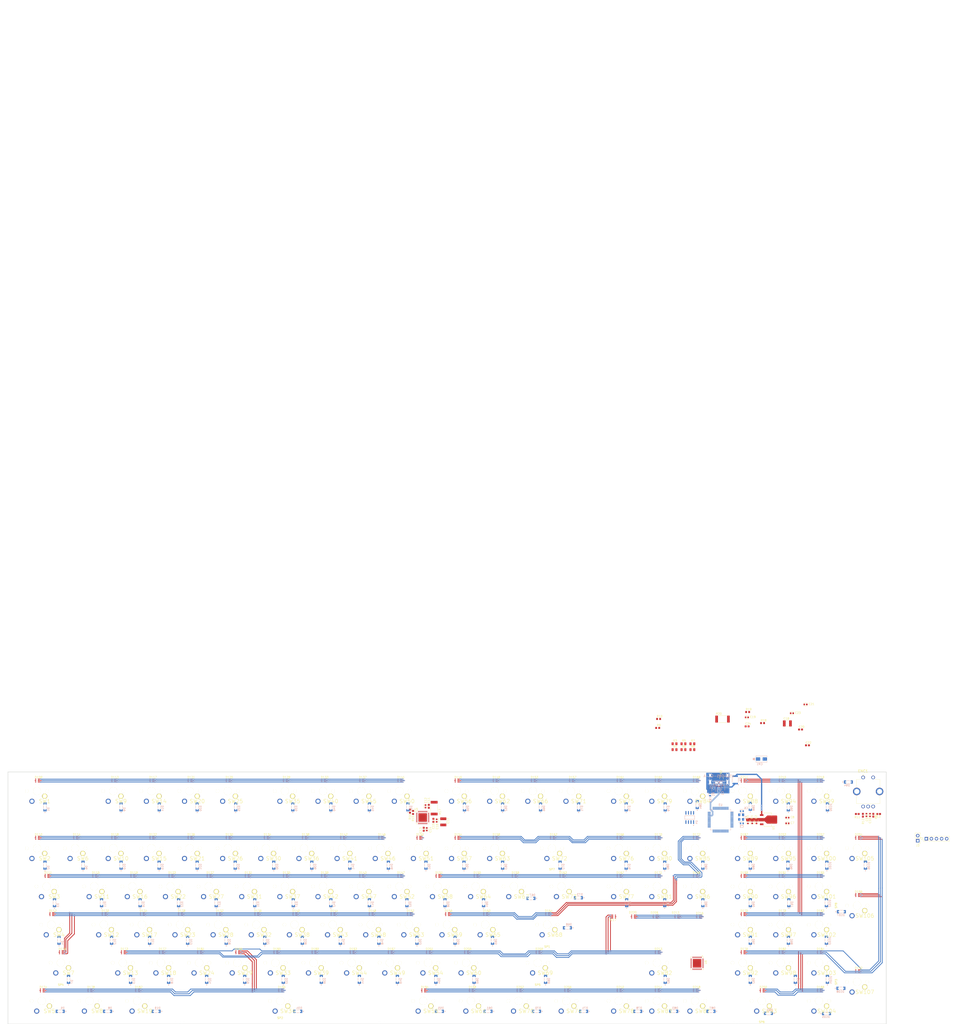
<source format=kicad_pcb>
(kicad_pcb (version 20171130) (host pcbnew "(5.1.7)-1")
  (layers (0 F.Cu signal) (31 B.Cu signal) (34 B.Paste user) (35 F.Paste user) (36 B.SilkS user) (37 F.SilkS user) (38 B.Mask user) (39 F.Mask user) (44 Edge.Cuts user))
  (net 0 "")
  (net 1 "Net-(D1-Pad2)")
  (net 2 GND)
  (net 3 +3V3)
  (net 4 ENCODER_A)
  (net 5 ENCODER_B)
  (net 6 ROW_0)
  (net 7 "Net-(D2-Pad2)")
  (net 8 ROW_2)
  (net 9 "Net-(D3-Pad2)")
  (net 10 ROW_3)
  (net 11 "Net-(D4-Pad2)")
  (net 12 ROW_4)
  (net 13 "Net-(D5-Pad2)")
  (net 14 ROW_6)
  (net 15 "Net-(D6-Pad2)")
  (net 16 "Net-(D7-Pad2)")
  (net 17 ROW_5)
  (net 18 "Net-(D8-Pad2)")
  (net 19 "Net-(D9-Pad2)")
  (net 20 "Net-(D10-Pad2)")
  (net 21 "Net-(D11-Pad2)")
  (net 22 "Net-(D12-Pad2)")
  (net 23 "Net-(D13-Pad2)")
  (net 24 "Net-(D14-Pad2)")
  (net 25 "Net-(D15-Pad2)")
  (net 26 "Net-(D16-Pad2)")
  (net 27 "Net-(D17-Pad2)")
  (net 28 "Net-(D18-Pad2)")
  (net 29 "Net-(D19-Pad2)")
  (net 30 "Net-(D20-Pad2)")
  (net 31 "Net-(D21-Pad2)")
  (net 32 "Net-(D22-Pad2)")
  (net 33 "Net-(D23-Pad2)")
  (net 34 "Net-(D24-Pad2)")
  (net 35 "Net-(D25-Pad2)")
  (net 36 "Net-(D26-Pad2)")
  (net 37 "Net-(D27-Pad2)")
  (net 38 "Net-(D28-Pad2)")
  (net 39 "Net-(D29-Pad2)")
  (net 40 "Net-(D30-Pad2)")
  (net 41 "Net-(D31-Pad2)")
  (net 42 "Net-(D32-Pad2)")
  (net 43 "Net-(D33-Pad2)")
  (net 44 "Net-(D34-Pad2)")
  (net 45 "Net-(D35-Pad2)")
  (net 46 "Net-(D36-Pad2)")
  (net 47 "Net-(D37-Pad2)")
  (net 48 "Net-(D38-Pad2)")
  (net 49 "Net-(D39-Pad2)")
  (net 50 "Net-(D40-Pad2)")
  (net 51 "Net-(D41-Pad2)")
  (net 52 "Net-(D42-Pad2)")
  (net 53 "Net-(D43-Pad2)")
  (net 54 "Net-(D44-Pad2)")
  (net 55 "Net-(D45-Pad2)")
  (net 56 "Net-(D46-Pad2)")
  (net 57 "Net-(D47-Pad2)")
  (net 58 "Net-(D48-Pad2)")
  (net 59 "Net-(D49-Pad2)")
  (net 60 "Net-(D50-Pad2)")
  (net 61 "Net-(D51-Pad2)")
  (net 62 "Net-(D52-Pad2)")
  (net 63 "Net-(D53-Pad2)")
  (net 64 "Net-(D54-Pad2)")
  (net 65 "Net-(D55-Pad2)")
  (net 66 "Net-(D56-Pad2)")
  (net 67 "Net-(D57-Pad2)")
  (net 68 "Net-(D58-Pad2)")
  (net 69 "Net-(D59-Pad2)")
  (net 70 "Net-(D60-Pad2)")
  (net 71 "Net-(D61-Pad2)")
  (net 72 "Net-(D62-Pad2)")
  (net 73 "Net-(D63-Pad2)")
  (net 74 "Net-(D64-Pad2)")
  (net 75 "Net-(D65-Pad2)")
  (net 76 "Net-(D66-Pad2)")
  (net 77 "Net-(D67-Pad2)")
  (net 78 "Net-(D68-Pad2)")
  (net 79 "Net-(D69-Pad2)")
  (net 80 "Net-(D70-Pad2)")
  (net 81 "Net-(D71-Pad2)")
  (net 82 "Net-(D72-Pad2)")
  (net 83 "Net-(D73-Pad2)")
  (net 84 "Net-(D74-Pad2)")
  (net 85 "Net-(D75-Pad2)")
  (net 86 "Net-(D76-Pad2)")
  (net 87 "Net-(D77-Pad2)")
  (net 88 "Net-(D78-Pad2)")
  (net 89 "Net-(D79-Pad2)")
  (net 90 "Net-(D80-Pad2)")
  (net 91 "Net-(D81-Pad2)")
  (net 92 "Net-(D82-Pad2)")
  (net 93 "Net-(D83-Pad2)")
  (net 94 "Net-(D84-Pad2)")
  (net 95 "Net-(D85-Pad2)")
  (net 96 "Net-(D86-Pad2)")
  (net 97 "Net-(D87-Pad2)")
  (net 98 "Net-(D88-Pad2)")
  (net 99 "Net-(D89-Pad2)")
  (net 100 "Net-(D90-Pad2)")
  (net 101 "Net-(D91-Pad2)")
  (net 102 "Net-(D92-Pad2)")
  (net 103 "Net-(D93-Pad2)")
  (net 104 "Net-(D94-Pad2)")
  (net 105 "Net-(D95-Pad2)")
  (net 106 "Net-(D96-Pad2)")
  (net 107 "Net-(D97-Pad2)")
  (net 108 "Net-(D98-Pad2)")
  (net 109 "Net-(D99-Pad2)")
  (net 110 "Net-(D100-Pad2)")
  (net 111 "Net-(D101-Pad2)")
  (net 112 "Net-(D102-Pad2)")
  (net 113 "Net-(D103-Pad2)")
  (net 114 CS1_A)
  (net 115 SW11_A)
  (net 116 SW12_A)
  (net 117 SW10_A)
  (net 118 SW8_A)
  (net 119 SW9_A)
  (net 120 SW7_A)
  (net 121 SW5_A)
  (net 122 SW6_A)
  (net 123 SW4_A)
  (net 124 SW2_A)
  (net 125 SW3_A)
  (net 126 SW1_A)
  (net 127 CS2_A)
  (net 128 CS3_A)
  (net 129 CS4_A)
  (net 130 CS5_A)
  (net 131 CS6_A)
  (net 132 CS7_A)
  (net 133 CS8_A)
  (net 134 CS9_A)
  (net 135 CS10_A)
  (net 136 CS11_A)
  (net 137 CS12_A)
  (net 138 CS13_A)
  (net 139 CS14_A)
  (net 140 CS1_B)
  (net 141 SW11_B)
  (net 142 SW12_B)
  (net 143 SW10_B)
  (net 144 SW8_B)
  (net 145 SW9_B)
  (net 146 SW7_B)
  (net 147 SW5_B)
  (net 148 SW6_B)
  (net 149 SW4_B)
  (net 150 SW2_B)
  (net 151 SW3_B)
  (net 152 SW1_B)
  (net 153 CS2_B)
  (net 154 CS3_B)
  (net 155 CS4_B)
  (net 156 CS5_B)
  (net 157 CS6_B)
  (net 158 CS7_B)
  (net 159 CS8_B)
  (net 160 CS9_B)
  (net 161 CS10_B)
  (net 162 CS11_B)
  (net 163 CS12_B)
  (net 164 COL_22)
  (net 165 +5V)
  (net 166 "Net-(J1-PadB8)")
  (net 167 USB_D-)
  (net 168 USB_D+)
  (net 169 "Net-(J1-PadB5)")
  (net 170 "Net-(J1-PadA8)")
  (net 171 "Net-(J1-PadA5)")
  (net 172 "Net-(J3-Pad2)")
  (net 173 I2C_SCL)
  (net 174 I2C_SDA)
  (net 175 COL_0)
  (net 176 COL_1)
  (net 177 COL_2)
  (net 178 COL_3)
  (net 179 COL_4)
  (net 180 COL_5)
  (net 181 COL_6)
  (net 182 COL_7)
  (net 183 COL_9)
  (net 184 COL_10)
  (net 185 COL_11)
  (net 186 COL_12)
  (net 187 COL_13)
  (net 188 COL_14)
  (net 189 COL_15)
  (net 190 COL_16)
  (net 191 COL_17)
  (net 192 COL_19)
  (net 193 COL_20)
  (net 194 COL_21)
  (net 195 ROW_1)
  (net 196 COL_8)
  (net 197 COL_18)
  (net 198 CS15_A)
  (net 199 CS16_A)
  (net 200 SYNC)
  (net 201 "Net-(U5-Pad1)")
  (net 202 CS13_B)
  (net 203 CS14_B)
  (net 204 CS15_B)
  (net 205 CS16_B)
  (net 206 "Net-(U5-Pad36)")
  (net 207 "Net-(U5-Pad45)")
  (net 208 "Net-(D104-Pad2)")
  (net 209 "Net-(D105-Pad2)")
  (net 210 "Net-(D106-Pad2)")
  (net 211 "Net-(D107-Pad2)")
  (net 212 "Net-(D108-Pad2)")
  (net 213 "Net-(ENC1-PadB1)")
  (net 214 "Net-(ENC1-PadA1)")
  (net 215 "Net-(J1-PadA7)")
  (net 216 "Net-(J1-PadA6)")
  (net 217 "Net-(C6-Pad1)")
  (net 218 "Net-(C7-Pad1)")
  (net 219 "Net-(C8-Pad2)")
  (net 220 "Net-(U3-Pad62)")
  (net 221 "Net-(U3-Pad61)")
  (net 222 "Net-(U3-Pad17)")
  (net 223 "Net-(U3-Pad16)")
  (net 224 "Net-(U3-Pad15)")
  (net 225 "Net-(U3-Pad14)")
  (net 226 "Net-(U3-Pad8)")
  (net 227 "Net-(U3-Pad4)")
  (net 228 "Net-(U3-Pad3)")
  (net 229 "Net-(U3-Pad2)")
  (net 230 "Net-(U6-Pad1)")
  (net 231 "Net-(U6-Pad36)")
  (net 232 "Net-(U6-Pad45)")
  (net 233 SWO)
  (net 234 SWDIO)
  (net 235 SWCLK)
  (net 236 "Net-(C3-Pad1)")
  (net 237 "Net-(R3-Pad2)")
  (net 238 "Net-(R4-Pad2)")
  (net 239 "Net-(R5-Pad2)")
  (net 240 "Net-(R6-Pad2)")
  (net 241 "Net-(R7-Pad2)")
  (net 242 "Net-(R8-Pad1)")
  (net 243 "Net-(R15-Pad1)")
  (net 244 "Net-(R17-Pad1)")
  (net 245 "Net-(R18-Pad1)")
  (net 246 "Net-(R20-Pad1)")
  (net 247 "Net-(R16-Pad1)")
  (net 248 "Net-(R19-Pad1)")
  (net 249 Earth)
  (net 250 VCC)
  (module Resistor-Libs:Yageo-RC0603-0-0-IPC_C (layer B.Cu) (at 350.647 11.176 90)
    (fp_text reference FB1 (at -4.064 0.2 90) (layer B.SilkS) (effects (justify right mirror)))
    (fp_text value BBUP00160808600Y00 hide)
    (pad 2 smd rect (at 0.637501 0 90) (size 0.690831 0.862132) (layers B.Cu B.Paste B.Mask) (net 249 Earth))
    (pad 1 smd rect (at -0.6375 0 90) (size 0.690831 0.862132) (layers B.Cu B.Paste B.Mask) (net 2 GND))
  )
  (module RSBHGHC-A88:4T (layer F.Cu) (at 66.9125 70.95)
    (fp_text reference D124 (at 0.762 -1.6764) (layer F.SilkS))
    (fp_text value 19-337C_RSBHGHC-A88_4T)
    (fp_poly (pts (xy 1.7 0.889) (xy 0.9 0.889) (xy 0.9 0.589) (xy 1.7 0.589)) (layer F.Cu) (width 0.1))
    (fp_poly (pts (xy 1.6 -0.5715) (xy 0.8 -0.5715) (xy 0.8 -0.8715) (xy 1.6 -0.8715)) (layer F.Cu) (width 0.1))
    (fp_poly (pts (xy 2.413 0.15) (xy 1.1 0.15) (xy 1.1 -0.15) (xy 2.413 -0.15)) (layer F.Cu) (width 0.1))
    (pad 5 thru_hole circle (at 1.8 0.762) (size 0.5588 0.5588) (drill 0.3048) (layers *.Cu *.Mask) (net 125 SW3_A))
    (pad 3 thru_hole circle (at 2.5 0) (size 0.5588 0.5588) (drill 0.3048) (layers *.Cu *.Mask) (net 124 SW2_A))
    (pad 1 thru_hole circle (at 1.8 -0.7) (size 0.5588 0.5588) (drill 0.3048) (layers *.Cu *.Mask) (net 126 SW1_A))
    (pad 4 smd rect (at -0.75 0) (size 0.7 0.5) (layers F.Cu F.Paste F.Mask) (net 129 CS4_A))
    (pad 3 smd rect (at 0.75 0) (size 0.7 0.5) (layers F.Cu F.Paste F.Mask) (net 124 SW2_A))
    (pad 6 smd rect (at -0.675 0.725) (size 0.55 0.4) (layers F.Cu F.Paste F.Mask) (net 129 CS4_A))
    (pad 5 smd rect (at 0.675 0.725) (size 0.55 0.4) (layers F.Cu F.Paste F.Mask) (net 125 SW3_A))
    (pad 2 smd rect (at -0.675 -0.725) (size 0.55 0.4) (layers F.Cu F.Paste F.Mask) (net 129 CS4_A))
    (pad 1 smd rect (at 0.675 -0.725) (size 0.55 0.4) (layers F.Cu F.Paste F.Mask) (net 126 SW1_A))
  )
  (module RSBHGHC-A88:4T (layer F.Cu) (at 312.16455 72.2)
    (fp_text reference D220 (at -0.12555 -2.096) (layer F.SilkS))
    (fp_text value 19-337C_RSBHGHC-A88_4T)
    (fp_poly (pts (xy 1.7 0.889) (xy 0.9 0.889) (xy 0.9 0.589) (xy 1.7 0.589)) (layer F.Cu) (width 0.1))
    (fp_poly (pts (xy 1.6 -0.5715) (xy 0.8 -0.5715) (xy 0.8 -0.8715) (xy 1.6 -0.8715)) (layer F.Cu) (width 0.1))
    (fp_poly (pts (xy 2.413 0.15) (xy 1.1 0.15) (xy 1.1 -0.15) (xy 2.413 -0.15)) (layer F.Cu) (width 0.1))
    (pad 5 thru_hole circle (at 1.8 0.762) (size 0.5588 0.5588) (drill 0.3048) (layers *.Cu *.Mask) (net 151 SW3_B))
    (pad 3 thru_hole circle (at 2.5 0) (size 0.5588 0.5588) (drill 0.3048) (layers *.Cu *.Mask) (net 150 SW2_B))
    (pad 1 thru_hole circle (at 1.8 -0.7) (size 0.5588 0.5588) (drill 0.3048) (layers *.Cu *.Mask) (net 152 SW1_B))
    (pad 4 smd rect (at -0.75 0) (size 0.7 0.5) (layers F.Cu F.Paste F.Mask) (net 163 CS12_B))
    (pad 3 smd rect (at 0.75 0) (size 0.7 0.5) (layers F.Cu F.Paste F.Mask) (net 150 SW2_B))
    (pad 6 smd rect (at -0.675 0.725) (size 0.55 0.4) (layers F.Cu F.Paste F.Mask) (net 163 CS12_B))
    (pad 5 smd rect (at 0.675 0.725) (size 0.55 0.4) (layers F.Cu F.Paste F.Mask) (net 151 SW3_B))
    (pad 2 smd rect (at -0.675 -0.725) (size 0.55 0.4) (layers F.Cu F.Paste F.Mask) (net 163 CS12_B))
    (pad 1 smd rect (at 0.675 -0.725) (size 0.55 0.4) (layers F.Cu F.Paste F.Mask) (net 152 SW1_B))
  )
  (module RSBHGHC-A88:4T (layer F.Cu) (at 405.05 4.275)
    (fp_text reference D219 (at 0.762 -1.6764) (layer F.SilkS))
    (fp_text value 19-337C_RSBHGHC-A88_4T)
    (fp_poly (pts (xy 1.7 0.889) (xy 0.9 0.889) (xy 0.9 0.589) (xy 1.7 0.589)) (layer F.Cu) (width 0.1))
    (fp_poly (pts (xy 1.6 -0.5715) (xy 0.8 -0.5715) (xy 0.8 -0.8715) (xy 1.6 -0.8715)) (layer F.Cu) (width 0.1))
    (fp_poly (pts (xy 2.413 0.15) (xy 1.1 0.15) (xy 1.1 -0.15) (xy 2.413 -0.15)) (layer F.Cu) (width 0.1))
    (pad 5 thru_hole circle (at 1.8 0.762) (size 0.5588 0.5588) (drill 0.3048) (layers *.Cu *.Mask) (net 148 SW6_B))
    (pad 3 thru_hole circle (at 2.5 0) (size 0.5588 0.5588) (drill 0.3048) (layers *.Cu *.Mask) (net 147 SW5_B))
    (pad 1 thru_hole circle (at 1.8 -0.7) (size 0.5588 0.5588) (drill 0.3048) (layers *.Cu *.Mask) (net 149 SW4_B))
    (pad 4 smd rect (at -0.75 0) (size 0.7 0.5) (layers F.Cu F.Paste F.Mask) (net 163 CS12_B))
    (pad 3 smd rect (at 0.75 0) (size 0.7 0.5) (layers F.Cu F.Paste F.Mask) (net 147 SW5_B))
    (pad 6 smd rect (at -0.675 0.725) (size 0.55 0.4) (layers F.Cu F.Paste F.Mask) (net 163 CS12_B))
    (pad 5 smd rect (at 0.675 0.725) (size 0.55 0.4) (layers F.Cu F.Paste F.Mask) (net 148 SW6_B))
    (pad 2 smd rect (at -0.675 -0.725) (size 0.55 0.4) (layers F.Cu F.Paste F.Mask) (net 163 CS12_B))
    (pad 1 smd rect (at 0.675 -0.725) (size 0.55 0.4) (layers F.Cu F.Paste F.Mask) (net 149 SW4_B))
  )
  (module RSBHGHC-A88:4T (layer F.Cu) (at 343.1375 109.05)
    (fp_text reference D218 (at 0.762 -1.6764) (layer F.SilkS))
    (fp_text value 19-337C_RSBHGHC-A88_4T)
    (fp_poly (pts (xy 1.7 0.889) (xy 0.9 0.889) (xy 0.9 0.589) (xy 1.7 0.589)) (layer F.Cu) (width 0.1))
    (fp_poly (pts (xy 1.6 -0.5715) (xy 0.8 -0.5715) (xy 0.8 -0.8715) (xy 1.6 -0.8715)) (layer F.Cu) (width 0.1))
    (fp_poly (pts (xy 2.413 0.15) (xy 1.1 0.15) (xy 1.1 -0.15) (xy 2.413 -0.15)) (layer F.Cu) (width 0.1))
    (pad 5 thru_hole circle (at 1.8 0.762) (size 0.5588 0.5588) (drill 0.3048) (layers *.Cu *.Mask) (net 145 SW9_B))
    (pad 3 thru_hole circle (at 2.5 0) (size 0.5588 0.5588) (drill 0.3048) (layers *.Cu *.Mask) (net 144 SW8_B))
    (pad 1 thru_hole circle (at 1.8 -0.7) (size 0.5588 0.5588) (drill 0.3048) (layers *.Cu *.Mask) (net 146 SW7_B))
    (pad 4 smd rect (at -0.75 0) (size 0.7 0.5) (layers F.Cu F.Paste F.Mask) (net 163 CS12_B))
    (pad 3 smd rect (at 0.75 0) (size 0.7 0.5) (layers F.Cu F.Paste F.Mask) (net 144 SW8_B))
    (pad 6 smd rect (at -0.675 0.725) (size 0.55 0.4) (layers F.Cu F.Paste F.Mask) (net 163 CS12_B))
    (pad 5 smd rect (at 0.675 0.725) (size 0.55 0.4) (layers F.Cu F.Paste F.Mask) (net 145 SW9_B))
    (pad 2 smd rect (at -0.675 -0.725) (size 0.55 0.4) (layers F.Cu F.Paste F.Mask) (net 163 CS12_B))
    (pad 1 smd rect (at 0.675 -0.725) (size 0.55 0.4) (layers F.Cu F.Paste F.Mask) (net 146 SW7_B))
  )
  (module RSBHGHC-A88:4T (layer F.Cu) (at 302.7 72.2 180)
    (fp_text reference D217 (at 0.762 -1.6764) (layer F.SilkS))
    (fp_text value 19-337C_RSBHGHC-A88_4T)
    (fp_poly (pts (xy 1.7 0.889) (xy 0.9 0.889) (xy 0.9 0.589) (xy 1.7 0.589)) (layer F.Cu) (width 0.1))
    (fp_poly (pts (xy 1.6 -0.5715) (xy 0.8 -0.5715) (xy 0.8 -0.8715) (xy 1.6 -0.8715)) (layer F.Cu) (width 0.1))
    (fp_poly (pts (xy 2.413 0.15) (xy 1.1 0.15) (xy 1.1 -0.15) (xy 2.413 -0.15)) (layer F.Cu) (width 0.1))
    (pad 5 thru_hole circle (at 1.8 0.762 180) (size 0.5588 0.5588) (drill 0.3048) (layers *.Cu *.Mask) (net 142 SW12_B))
    (pad 3 thru_hole circle (at 2.5 0 180) (size 0.5588 0.5588) (drill 0.3048) (layers *.Cu *.Mask) (net 141 SW11_B))
    (pad 1 thru_hole circle (at 1.8 -0.7 180) (size 0.5588 0.5588) (drill 0.3048) (layers *.Cu *.Mask) (net 143 SW10_B))
    (pad 4 smd rect (at -0.75 0 180) (size 0.7 0.5) (layers F.Cu F.Paste F.Mask) (net 163 CS12_B))
    (pad 3 smd rect (at 0.75 0 180) (size 0.7 0.5) (layers F.Cu F.Paste F.Mask) (net 141 SW11_B))
    (pad 6 smd rect (at -0.675 0.725 180) (size 0.55 0.4) (layers F.Cu F.Paste F.Mask) (net 163 CS12_B))
    (pad 5 smd rect (at 0.675 0.725 180) (size 0.55 0.4) (layers F.Cu F.Paste F.Mask) (net 142 SW12_B))
    (pad 2 smd rect (at -0.675 -0.725 180) (size 0.55 0.4) (layers F.Cu F.Paste F.Mask) (net 163 CS12_B))
    (pad 1 smd rect (at 0.675 -0.725 180) (size 0.55 0.4) (layers F.Cu F.Paste F.Mask) (net 143 SW10_B))
  )
  (module RSBHGHC-A88:4T (layer F.Cu) (at 344.7 72.2)
    (fp_text reference D216 (at 0.762 -1.6764) (layer F.SilkS))
    (fp_text value 19-337C_RSBHGHC-A88_4T)
    (fp_poly (pts (xy 1.7 0.889) (xy 0.9 0.889) (xy 0.9 0.589) (xy 1.7 0.589)) (layer F.Cu) (width 0.1))
    (fp_poly (pts (xy 1.6 -0.5715) (xy 0.8 -0.5715) (xy 0.8 -0.8715) (xy 1.6 -0.8715)) (layer F.Cu) (width 0.1))
    (fp_poly (pts (xy 2.413 0.15) (xy 1.1 0.15) (xy 1.1 -0.15) (xy 2.413 -0.15)) (layer F.Cu) (width 0.1))
    (pad 5 thru_hole circle (at 1.8 0.762) (size 0.5588 0.5588) (drill 0.3048) (layers *.Cu *.Mask) (net 151 SW3_B))
    (pad 3 thru_hole circle (at 2.5 0) (size 0.5588 0.5588) (drill 0.3048) (layers *.Cu *.Mask) (net 150 SW2_B))
    (pad 1 thru_hole circle (at 1.8 -0.7) (size 0.5588 0.5588) (drill 0.3048) (layers *.Cu *.Mask) (net 152 SW1_B))
    (pad 4 smd rect (at -0.75 0) (size 0.7 0.5) (layers F.Cu F.Paste F.Mask) (net 162 CS11_B))
    (pad 3 smd rect (at 0.75 0) (size 0.7 0.5) (layers F.Cu F.Paste F.Mask) (net 150 SW2_B))
    (pad 6 smd rect (at -0.675 0.725) (size 0.55 0.4) (layers F.Cu F.Paste F.Mask) (net 162 CS11_B))
    (pad 5 smd rect (at 0.675 0.725) (size 0.55 0.4) (layers F.Cu F.Paste F.Mask) (net 151 SW3_B))
    (pad 2 smd rect (at -0.675 -0.725) (size 0.55 0.4) (layers F.Cu F.Paste F.Mask) (net 162 CS11_B))
    (pad 1 smd rect (at 0.675 -0.725) (size 0.55 0.4) (layers F.Cu F.Paste F.Mask) (net 152 SW1_B))
  )
  (module RSBHGHC-A88:4T (layer F.Cu) (at 386 4.275)
    (fp_text reference D215 (at 0.762 -1.6764) (layer F.SilkS))
    (fp_text value 19-337C_RSBHGHC-A88_4T)
    (fp_poly (pts (xy 1.7 0.889) (xy 0.9 0.889) (xy 0.9 0.589) (xy 1.7 0.589)) (layer F.Cu) (width 0.1))
    (fp_poly (pts (xy 1.6 -0.5715) (xy 0.8 -0.5715) (xy 0.8 -0.8715) (xy 1.6 -0.8715)) (layer F.Cu) (width 0.1))
    (fp_poly (pts (xy 2.413 0.15) (xy 1.1 0.15) (xy 1.1 -0.15) (xy 2.413 -0.15)) (layer F.Cu) (width 0.1))
    (pad 5 thru_hole circle (at 1.8 0.762) (size 0.5588 0.5588) (drill 0.3048) (layers *.Cu *.Mask) (net 148 SW6_B))
    (pad 3 thru_hole circle (at 2.5 0) (size 0.5588 0.5588) (drill 0.3048) (layers *.Cu *.Mask) (net 147 SW5_B))
    (pad 1 thru_hole circle (at 1.8 -0.7) (size 0.5588 0.5588) (drill 0.3048) (layers *.Cu *.Mask) (net 149 SW4_B))
    (pad 4 smd rect (at -0.75 0) (size 0.7 0.5) (layers F.Cu F.Paste F.Mask) (net 162 CS11_B))
    (pad 3 smd rect (at 0.75 0) (size 0.7 0.5) (layers F.Cu F.Paste F.Mask) (net 147 SW5_B))
    (pad 6 smd rect (at -0.675 0.725) (size 0.55 0.4) (layers F.Cu F.Paste F.Mask) (net 162 CS11_B))
    (pad 5 smd rect (at 0.675 0.725) (size 0.55 0.4) (layers F.Cu F.Paste F.Mask) (net 148 SW6_B))
    (pad 2 smd rect (at -0.675 -0.725) (size 0.55 0.4) (layers F.Cu F.Paste F.Mask) (net 162 CS11_B))
    (pad 1 smd rect (at 0.675 -0.725) (size 0.55 0.4) (layers F.Cu F.Paste F.Mask) (net 149 SW4_B))
  )
  (module RSBHGHC-A88:4T (layer F.Cu) (at 324.0875 109.05)
    (fp_text reference D214 (at 0.762 -1.6764) (layer F.SilkS))
    (fp_text value 19-337C_RSBHGHC-A88_4T)
    (fp_poly (pts (xy 1.7 0.889) (xy 0.9 0.889) (xy 0.9 0.589) (xy 1.7 0.589)) (layer F.Cu) (width 0.1))
    (fp_poly (pts (xy 1.6 -0.5715) (xy 0.8 -0.5715) (xy 0.8 -0.8715) (xy 1.6 -0.8715)) (layer F.Cu) (width 0.1))
    (fp_poly (pts (xy 2.413 0.15) (xy 1.1 0.15) (xy 1.1 -0.15) (xy 2.413 -0.15)) (layer F.Cu) (width 0.1))
    (pad 5 thru_hole circle (at 1.8 0.762) (size 0.5588 0.5588) (drill 0.3048) (layers *.Cu *.Mask) (net 145 SW9_B))
    (pad 3 thru_hole circle (at 2.5 0) (size 0.5588 0.5588) (drill 0.3048) (layers *.Cu *.Mask) (net 144 SW8_B))
    (pad 1 thru_hole circle (at 1.8 -0.7) (size 0.5588 0.5588) (drill 0.3048) (layers *.Cu *.Mask) (net 146 SW7_B))
    (pad 4 smd rect (at -0.75 0) (size 0.7 0.5) (layers F.Cu F.Paste F.Mask) (net 162 CS11_B))
    (pad 3 smd rect (at 0.75 0) (size 0.7 0.5) (layers F.Cu F.Paste F.Mask) (net 144 SW8_B))
    (pad 6 smd rect (at -0.675 0.725) (size 0.55 0.4) (layers F.Cu F.Paste F.Mask) (net 162 CS11_B))
    (pad 5 smd rect (at 0.675 0.725) (size 0.55 0.4) (layers F.Cu F.Paste F.Mask) (net 145 SW9_B))
    (pad 2 smd rect (at -0.675 -0.725) (size 0.55 0.4) (layers F.Cu F.Paste F.Mask) (net 162 CS11_B))
    (pad 1 smd rect (at 0.675 -0.725) (size 0.55 0.4) (layers F.Cu F.Paste F.Mask) (net 146 SW7_B))
  )
  (module RSBHGHC-A88:4T (layer F.Cu) (at 324.0875 90)
    (fp_text reference D213 (at 0.762 -1.6764) (layer F.SilkS))
    (fp_text value 19-337C_RSBHGHC-A88_4T)
    (fp_poly (pts (xy 1.7 0.889) (xy 0.9 0.889) (xy 0.9 0.589) (xy 1.7 0.589)) (layer F.Cu) (width 0.1))
    (fp_poly (pts (xy 1.6 -0.5715) (xy 0.8 -0.5715) (xy 0.8 -0.8715) (xy 1.6 -0.8715)) (layer F.Cu) (width 0.1))
    (fp_poly (pts (xy 2.413 0.15) (xy 1.1 0.15) (xy 1.1 -0.15) (xy 2.413 -0.15)) (layer F.Cu) (width 0.1))
    (pad 5 thru_hole circle (at 1.8 0.762) (size 0.5588 0.5588) (drill 0.3048) (layers *.Cu *.Mask) (net 142 SW12_B))
    (pad 3 thru_hole circle (at 2.5 0) (size 0.5588 0.5588) (drill 0.3048) (layers *.Cu *.Mask) (net 141 SW11_B))
    (pad 1 thru_hole circle (at 1.8 -0.7) (size 0.5588 0.5588) (drill 0.3048) (layers *.Cu *.Mask) (net 143 SW10_B))
    (pad 4 smd rect (at -0.75 0) (size 0.7 0.5) (layers F.Cu F.Paste F.Mask) (net 162 CS11_B))
    (pad 3 smd rect (at 0.75 0) (size 0.7 0.5) (layers F.Cu F.Paste F.Mask) (net 141 SW11_B))
    (pad 6 smd rect (at -0.675 0.725) (size 0.55 0.4) (layers F.Cu F.Paste F.Mask) (net 162 CS11_B))
    (pad 5 smd rect (at 0.675 0.725) (size 0.55 0.4) (layers F.Cu F.Paste F.Mask) (net 142 SW12_B))
    (pad 2 smd rect (at -0.675 -0.725) (size 0.55 0.4) (layers F.Cu F.Paste F.Mask) (net 162 CS11_B))
    (pad 1 smd rect (at 0.675 -0.725) (size 0.55 0.4) (layers F.Cu F.Paste F.Mask) (net 143 SW10_B))
  )
  (module RSBHGHC-A88:4T (layer F.Cu) (at 333.854848 72.2)
    (fp_text reference D212 (at -0.479848 -1.969) (layer F.SilkS))
    (fp_text value 19-337C_RSBHGHC-A88_4T)
    (fp_poly (pts (xy 1.7 0.889) (xy 0.9 0.889) (xy 0.9 0.589) (xy 1.7 0.589)) (layer F.Cu) (width 0.1))
    (fp_poly (pts (xy 1.6 -0.5715) (xy 0.8 -0.5715) (xy 0.8 -0.8715) (xy 1.6 -0.8715)) (layer F.Cu) (width 0.1))
    (fp_poly (pts (xy 2.413 0.15) (xy 1.1 0.15) (xy 1.1 -0.15) (xy 2.413 -0.15)) (layer F.Cu) (width 0.1))
    (pad 5 thru_hole circle (at 1.8 0.762) (size 0.5588 0.5588) (drill 0.3048) (layers *.Cu *.Mask) (net 151 SW3_B))
    (pad 3 thru_hole circle (at 2.5 0) (size 0.5588 0.5588) (drill 0.3048) (layers *.Cu *.Mask) (net 150 SW2_B))
    (pad 1 thru_hole circle (at 1.8 -0.7) (size 0.5588 0.5588) (drill 0.3048) (layers *.Cu *.Mask) (net 152 SW1_B))
    (pad 4 smd rect (at -0.75 0) (size 0.7 0.5) (layers F.Cu F.Paste F.Mask) (net 161 CS10_B))
    (pad 3 smd rect (at 0.75 0) (size 0.7 0.5) (layers F.Cu F.Paste F.Mask) (net 150 SW2_B))
    (pad 6 smd rect (at -0.675 0.725) (size 0.55 0.4) (layers F.Cu F.Paste F.Mask) (net 161 CS10_B))
    (pad 5 smd rect (at 0.675 0.725) (size 0.55 0.4) (layers F.Cu F.Paste F.Mask) (net 151 SW3_B))
    (pad 2 smd rect (at -0.675 -0.725) (size 0.55 0.4) (layers F.Cu F.Paste F.Mask) (net 161 CS10_B))
    (pad 1 smd rect (at 0.675 -0.725) (size 0.55 0.4) (layers F.Cu F.Paste F.Mask) (net 152 SW1_B))
  )
  (module RSBHGHC-A88:4T (layer F.Cu) (at 366.95 4.275)
    (fp_text reference D211 (at 0.762 -1.6764) (layer F.SilkS))
    (fp_text value 19-337C_RSBHGHC-A88_4T)
    (fp_poly (pts (xy 1.7 0.889) (xy 0.9 0.889) (xy 0.9 0.589) (xy 1.7 0.589)) (layer F.Cu) (width 0.1))
    (fp_poly (pts (xy 1.6 -0.5715) (xy 0.8 -0.5715) (xy 0.8 -0.8715) (xy 1.6 -0.8715)) (layer F.Cu) (width 0.1))
    (fp_poly (pts (xy 2.413 0.15) (xy 1.1 0.15) (xy 1.1 -0.15) (xy 2.413 -0.15)) (layer F.Cu) (width 0.1))
    (pad 5 thru_hole circle (at 1.8 0.762) (size 0.5588 0.5588) (drill 0.3048) (layers *.Cu *.Mask) (net 148 SW6_B))
    (pad 3 thru_hole circle (at 2.5 0) (size 0.5588 0.5588) (drill 0.3048) (layers *.Cu *.Mask) (net 147 SW5_B))
    (pad 1 thru_hole circle (at 1.8 -0.7) (size 0.5588 0.5588) (drill 0.3048) (layers *.Cu *.Mask) (net 149 SW4_B))
    (pad 4 smd rect (at -0.75 0) (size 0.7 0.5) (layers F.Cu F.Paste F.Mask) (net 161 CS10_B))
    (pad 3 smd rect (at 0.75 0) (size 0.7 0.5) (layers F.Cu F.Paste F.Mask) (net 147 SW5_B))
    (pad 6 smd rect (at -0.675 0.725) (size 0.55 0.4) (layers F.Cu F.Paste F.Mask) (net 161 CS10_B))
    (pad 5 smd rect (at 0.675 0.725) (size 0.55 0.4) (layers F.Cu F.Paste F.Mask) (net 148 SW6_B))
    (pad 2 smd rect (at -0.675 -0.725) (size 0.55 0.4) (layers F.Cu F.Paste F.Mask) (net 161 CS10_B))
    (pad 1 smd rect (at 0.675 -0.725) (size 0.55 0.4) (layers F.Cu F.Paste F.Mask) (net 149 SW4_B))
  )
  (module RSBHGHC-A88:4T (layer F.Cu) (at 305.0375 109.05)
    (fp_text reference D210 (at 0.762 -1.6764) (layer F.SilkS))
    (fp_text value 19-337C_RSBHGHC-A88_4T)
    (fp_poly (pts (xy 1.7 0.889) (xy 0.9 0.889) (xy 0.9 0.589) (xy 1.7 0.589)) (layer F.Cu) (width 0.1))
    (fp_poly (pts (xy 1.6 -0.5715) (xy 0.8 -0.5715) (xy 0.8 -0.8715) (xy 1.6 -0.8715)) (layer F.Cu) (width 0.1))
    (fp_poly (pts (xy 2.413 0.15) (xy 1.1 0.15) (xy 1.1 -0.15) (xy 2.413 -0.15)) (layer F.Cu) (width 0.1))
    (pad 5 thru_hole circle (at 1.8 0.762) (size 0.5588 0.5588) (drill 0.3048) (layers *.Cu *.Mask) (net 145 SW9_B))
    (pad 3 thru_hole circle (at 2.5 0) (size 0.5588 0.5588) (drill 0.3048) (layers *.Cu *.Mask) (net 144 SW8_B))
    (pad 1 thru_hole circle (at 1.8 -0.7) (size 0.5588 0.5588) (drill 0.3048) (layers *.Cu *.Mask) (net 146 SW7_B))
    (pad 4 smd rect (at -0.75 0) (size 0.7 0.5) (layers F.Cu F.Paste F.Mask) (net 161 CS10_B))
    (pad 3 smd rect (at 0.75 0) (size 0.7 0.5) (layers F.Cu F.Paste F.Mask) (net 144 SW8_B))
    (pad 6 smd rect (at -0.675 0.725) (size 0.55 0.4) (layers F.Cu F.Paste F.Mask) (net 161 CS10_B))
    (pad 5 smd rect (at 0.675 0.725) (size 0.55 0.4) (layers F.Cu F.Paste F.Mask) (net 145 SW9_B))
    (pad 2 smd rect (at -0.675 -0.725) (size 0.55 0.4) (layers F.Cu F.Paste F.Mask) (net 161 CS10_B))
    (pad 1 smd rect (at 0.675 -0.725) (size 0.55 0.4) (layers F.Cu F.Paste F.Mask) (net 146 SW7_B))
  )
  (module RSBHGHC-A88:4T (layer F.Cu) (at 264.55625 90)
    (fp_text reference D209 (at 0.762 -1.6764) (layer F.SilkS))
    (fp_text value 19-337C_RSBHGHC-A88_4T)
    (fp_poly (pts (xy 1.7 0.889) (xy 0.9 0.889) (xy 0.9 0.589) (xy 1.7 0.589)) (layer F.Cu) (width 0.1))
    (fp_poly (pts (xy 1.6 -0.5715) (xy 0.8 -0.5715) (xy 0.8 -0.8715) (xy 1.6 -0.8715)) (layer F.Cu) (width 0.1))
    (fp_poly (pts (xy 2.413 0.15) (xy 1.1 0.15) (xy 1.1 -0.15) (xy 2.413 -0.15)) (layer F.Cu) (width 0.1))
    (pad 5 thru_hole circle (at 1.8 0.762) (size 0.5588 0.5588) (drill 0.3048) (layers *.Cu *.Mask) (net 142 SW12_B))
    (pad 3 thru_hole circle (at 2.5 0) (size 0.5588 0.5588) (drill 0.3048) (layers *.Cu *.Mask) (net 141 SW11_B))
    (pad 1 thru_hole circle (at 1.8 -0.7) (size 0.5588 0.5588) (drill 0.3048) (layers *.Cu *.Mask) (net 143 SW10_B))
    (pad 4 smd rect (at -0.75 0) (size 0.7 0.5) (layers F.Cu F.Paste F.Mask) (net 161 CS10_B))
    (pad 3 smd rect (at 0.75 0) (size 0.7 0.5) (layers F.Cu F.Paste F.Mask) (net 141 SW11_B))
    (pad 6 smd rect (at -0.675 0.725) (size 0.55 0.4) (layers F.Cu F.Paste F.Mask) (net 161 CS10_B))
    (pad 5 smd rect (at 0.675 0.725) (size 0.55 0.4) (layers F.Cu F.Paste F.Mask) (net 142 SW12_B))
    (pad 2 smd rect (at -0.675 -0.725) (size 0.55 0.4) (layers F.Cu F.Paste F.Mask) (net 161 CS10_B))
    (pad 1 smd rect (at 0.675 -0.725) (size 0.55 0.4) (layers F.Cu F.Paste F.Mask) (net 143 SW10_B))
  )
  (module RSBHGHC-A88:4T (layer F.Cu) (at 323.009699 72.2)
    (fp_text reference D208 (at -0.175699 -1.969) (layer F.SilkS))
    (fp_text value 19-337C_RSBHGHC-A88_4T)
    (fp_poly (pts (xy 1.7 0.889) (xy 0.9 0.889) (xy 0.9 0.589) (xy 1.7 0.589)) (layer F.Cu) (width 0.1))
    (fp_poly (pts (xy 1.6 -0.5715) (xy 0.8 -0.5715) (xy 0.8 -0.8715) (xy 1.6 -0.8715)) (layer F.Cu) (width 0.1))
    (fp_poly (pts (xy 2.413 0.15) (xy 1.1 0.15) (xy 1.1 -0.15) (xy 2.413 -0.15)) (layer F.Cu) (width 0.1))
    (pad 5 thru_hole circle (at 1.8 0.762) (size 0.5588 0.5588) (drill 0.3048) (layers *.Cu *.Mask) (net 151 SW3_B))
    (pad 3 thru_hole circle (at 2.5 0) (size 0.5588 0.5588) (drill 0.3048) (layers *.Cu *.Mask) (net 150 SW2_B))
    (pad 1 thru_hole circle (at 1.8 -0.7) (size 0.5588 0.5588) (drill 0.3048) (layers *.Cu *.Mask) (net 152 SW1_B))
    (pad 4 smd rect (at -0.75 0) (size 0.7 0.5) (layers F.Cu F.Paste F.Mask) (net 160 CS9_B))
    (pad 3 smd rect (at 0.75 0) (size 0.7 0.5) (layers F.Cu F.Paste F.Mask) (net 150 SW2_B))
    (pad 6 smd rect (at -0.675 0.725) (size 0.55 0.4) (layers F.Cu F.Paste F.Mask) (net 160 CS9_B))
    (pad 5 smd rect (at 0.675 0.725) (size 0.55 0.4) (layers F.Cu F.Paste F.Mask) (net 151 SW3_B))
    (pad 2 smd rect (at -0.675 -0.725) (size 0.55 0.4) (layers F.Cu F.Paste F.Mask) (net 160 CS9_B))
    (pad 1 smd rect (at 0.675 -0.725) (size 0.55 0.4) (layers F.Cu F.Paste F.Mask) (net 152 SW1_B))
  )
  (module RSBHGHC-A88:4T (layer F.Cu) (at 405.05 32.85)
    (fp_text reference D207 (at 0.762 -1.6764) (layer F.SilkS))
    (fp_text value 19-337C_RSBHGHC-A88_4T)
    (fp_poly (pts (xy 1.7 0.889) (xy 0.9 0.889) (xy 0.9 0.589) (xy 1.7 0.589)) (layer F.Cu) (width 0.1))
    (fp_poly (pts (xy 1.6 -0.5715) (xy 0.8 -0.5715) (xy 0.8 -0.8715) (xy 1.6 -0.8715)) (layer F.Cu) (width 0.1))
    (fp_poly (pts (xy 2.413 0.15) (xy 1.1 0.15) (xy 1.1 -0.15) (xy 2.413 -0.15)) (layer F.Cu) (width 0.1))
    (pad 5 thru_hole circle (at 1.8 0.762) (size 0.5588 0.5588) (drill 0.3048) (layers *.Cu *.Mask) (net 148 SW6_B))
    (pad 3 thru_hole circle (at 2.5 0) (size 0.5588 0.5588) (drill 0.3048) (layers *.Cu *.Mask) (net 147 SW5_B))
    (pad 1 thru_hole circle (at 1.8 -0.7) (size 0.5588 0.5588) (drill 0.3048) (layers *.Cu *.Mask) (net 149 SW4_B))
    (pad 4 smd rect (at -0.75 0) (size 0.7 0.5) (layers F.Cu F.Paste F.Mask) (net 160 CS9_B))
    (pad 3 smd rect (at 0.75 0) (size 0.7 0.5) (layers F.Cu F.Paste F.Mask) (net 147 SW5_B))
    (pad 6 smd rect (at -0.675 0.725) (size 0.55 0.4) (layers F.Cu F.Paste F.Mask) (net 160 CS9_B))
    (pad 5 smd rect (at 0.675 0.725) (size 0.55 0.4) (layers F.Cu F.Paste F.Mask) (net 148 SW6_B))
    (pad 2 smd rect (at -0.675 -0.725) (size 0.55 0.4) (layers F.Cu F.Paste F.Mask) (net 160 CS9_B))
    (pad 1 smd rect (at 0.675 -0.725) (size 0.55 0.4) (layers F.Cu F.Paste F.Mask) (net 149 SW4_B))
  )
  (module RSBHGHC-A88:4T (layer F.Cu) (at 278.84375 109.05)
    (fp_text reference D206 (at 0.762 -1.6764) (layer F.SilkS))
    (fp_text value 19-337C_RSBHGHC-A88_4T)
    (fp_poly (pts (xy 1.7 0.889) (xy 0.9 0.889) (xy 0.9 0.589) (xy 1.7 0.589)) (layer F.Cu) (width 0.1))
    (fp_poly (pts (xy 1.6 -0.5715) (xy 0.8 -0.5715) (xy 0.8 -0.8715) (xy 1.6 -0.8715)) (layer F.Cu) (width 0.1))
    (fp_poly (pts (xy 2.413 0.15) (xy 1.1 0.15) (xy 1.1 -0.15) (xy 2.413 -0.15)) (layer F.Cu) (width 0.1))
    (pad 5 thru_hole circle (at 1.8 0.762) (size 0.5588 0.5588) (drill 0.3048) (layers *.Cu *.Mask) (net 145 SW9_B))
    (pad 3 thru_hole circle (at 2.5 0) (size 0.5588 0.5588) (drill 0.3048) (layers *.Cu *.Mask) (net 144 SW8_B))
    (pad 1 thru_hole circle (at 1.8 -0.7) (size 0.5588 0.5588) (drill 0.3048) (layers *.Cu *.Mask) (net 146 SW7_B))
    (pad 4 smd rect (at -0.75 0) (size 0.7 0.5) (layers F.Cu F.Paste F.Mask) (net 160 CS9_B))
    (pad 3 smd rect (at 0.75 0) (size 0.7 0.5) (layers F.Cu F.Paste F.Mask) (net 144 SW8_B))
    (pad 6 smd rect (at -0.675 0.725) (size 0.55 0.4) (layers F.Cu F.Paste F.Mask) (net 160 CS9_B))
    (pad 5 smd rect (at 0.675 0.725) (size 0.55 0.4) (layers F.Cu F.Paste F.Mask) (net 145 SW9_B))
    (pad 2 smd rect (at -0.675 -0.725) (size 0.55 0.4) (layers F.Cu F.Paste F.Mask) (net 160 CS9_B))
    (pad 1 smd rect (at 0.675 -0.725) (size 0.55 0.4) (layers F.Cu F.Paste F.Mask) (net 146 SW7_B))
  )
  (module RSBHGHC-A88:4T (layer F.Cu) (at 228.8375 90)
    (fp_text reference D205 (at 0.762 -1.6764) (layer F.SilkS))
    (fp_text value 19-337C_RSBHGHC-A88_4T)
    (fp_poly (pts (xy 1.7 0.889) (xy 0.9 0.889) (xy 0.9 0.589) (xy 1.7 0.589)) (layer F.Cu) (width 0.1))
    (fp_poly (pts (xy 1.6 -0.5715) (xy 0.8 -0.5715) (xy 0.8 -0.8715) (xy 1.6 -0.8715)) (layer F.Cu) (width 0.1))
    (fp_poly (pts (xy 2.413 0.15) (xy 1.1 0.15) (xy 1.1 -0.15) (xy 2.413 -0.15)) (layer F.Cu) (width 0.1))
    (pad 5 thru_hole circle (at 1.8 0.762) (size 0.5588 0.5588) (drill 0.3048) (layers *.Cu *.Mask) (net 142 SW12_B))
    (pad 3 thru_hole circle (at 2.5 0) (size 0.5588 0.5588) (drill 0.3048) (layers *.Cu *.Mask) (net 141 SW11_B))
    (pad 1 thru_hole circle (at 1.8 -0.7) (size 0.5588 0.5588) (drill 0.3048) (layers *.Cu *.Mask) (net 143 SW10_B))
    (pad 4 smd rect (at -0.75 0) (size 0.7 0.5) (layers F.Cu F.Paste F.Mask) (net 160 CS9_B))
    (pad 3 smd rect (at 0.75 0) (size 0.7 0.5) (layers F.Cu F.Paste F.Mask) (net 141 SW11_B))
    (pad 6 smd rect (at -0.675 0.725) (size 0.55 0.4) (layers F.Cu F.Paste F.Mask) (net 160 CS9_B))
    (pad 5 smd rect (at 0.675 0.725) (size 0.55 0.4) (layers F.Cu F.Paste F.Mask) (net 142 SW12_B))
    (pad 2 smd rect (at -0.675 -0.725) (size 0.55 0.4) (layers F.Cu F.Paste F.Mask) (net 160 CS9_B))
    (pad 1 smd rect (at 0.675 -0.725) (size 0.55 0.4) (layers F.Cu F.Paste F.Mask) (net 143 SW10_B))
  )
  (module RSBHGHC-A88:4T (layer F.Cu) (at 424.1 32.85)
    (fp_text reference D204 (at 0.762 -1.6764) (layer F.SilkS))
    (fp_text value 19-337C_RSBHGHC-A88_4T)
    (fp_poly (pts (xy 1.7 0.889) (xy 0.9 0.889) (xy 0.9 0.589) (xy 1.7 0.589)) (layer F.Cu) (width 0.1))
    (fp_poly (pts (xy 1.6 -0.5715) (xy 0.8 -0.5715) (xy 0.8 -0.8715) (xy 1.6 -0.8715)) (layer F.Cu) (width 0.1))
    (fp_poly (pts (xy 2.413 0.15) (xy 1.1 0.15) (xy 1.1 -0.15) (xy 2.413 -0.15)) (layer F.Cu) (width 0.1))
    (pad 5 thru_hole circle (at 1.8 0.762) (size 0.5588 0.5588) (drill 0.3048) (layers *.Cu *.Mask) (net 151 SW3_B))
    (pad 3 thru_hole circle (at 2.5 0) (size 0.5588 0.5588) (drill 0.3048) (layers *.Cu *.Mask) (net 150 SW2_B))
    (pad 1 thru_hole circle (at 1.8 -0.7) (size 0.5588 0.5588) (drill 0.3048) (layers *.Cu *.Mask) (net 152 SW1_B))
    (pad 4 smd rect (at -0.75 0) (size 0.7 0.5) (layers F.Cu F.Paste F.Mask) (net 159 CS8_B))
    (pad 3 smd rect (at 0.75 0) (size 0.7 0.5) (layers F.Cu F.Paste F.Mask) (net 150 SW2_B))
    (pad 6 smd rect (at -0.675 0.725) (size 0.55 0.4) (layers F.Cu F.Paste F.Mask) (net 159 CS8_B))
    (pad 5 smd rect (at 0.675 0.725) (size 0.55 0.4) (layers F.Cu F.Paste F.Mask) (net 151 SW3_B))
    (pad 2 smd rect (at -0.675 -0.725) (size 0.55 0.4) (layers F.Cu F.Paste F.Mask) (net 159 CS8_B))
    (pad 1 smd rect (at 0.675 -0.725) (size 0.55 0.4) (layers F.Cu F.Paste F.Mask) (net 152 SW1_B))
  )
  (module RSBHGHC-A88:4T (layer F.Cu) (at 386 32.85)
    (fp_text reference D203 (at 0.762 -1.6764) (layer F.SilkS))
    (fp_text value 19-337C_RSBHGHC-A88_4T)
    (fp_poly (pts (xy 1.7 0.889) (xy 0.9 0.889) (xy 0.9 0.589) (xy 1.7 0.589)) (layer F.Cu) (width 0.1))
    (fp_poly (pts (xy 1.6 -0.5715) (xy 0.8 -0.5715) (xy 0.8 -0.8715) (xy 1.6 -0.8715)) (layer F.Cu) (width 0.1))
    (fp_poly (pts (xy 2.413 0.15) (xy 1.1 0.15) (xy 1.1 -0.15) (xy 2.413 -0.15)) (layer F.Cu) (width 0.1))
    (pad 5 thru_hole circle (at 1.8 0.762) (size 0.5588 0.5588) (drill 0.3048) (layers *.Cu *.Mask) (net 148 SW6_B))
    (pad 3 thru_hole circle (at 2.5 0) (size 0.5588 0.5588) (drill 0.3048) (layers *.Cu *.Mask) (net 147 SW5_B))
    (pad 1 thru_hole circle (at 1.8 -0.7) (size 0.5588 0.5588) (drill 0.3048) (layers *.Cu *.Mask) (net 149 SW4_B))
    (pad 4 smd rect (at -0.75 0) (size 0.7 0.5) (layers F.Cu F.Paste F.Mask) (net 159 CS8_B))
    (pad 3 smd rect (at 0.75 0) (size 0.7 0.5) (layers F.Cu F.Paste F.Mask) (net 147 SW5_B))
    (pad 6 smd rect (at -0.675 0.725) (size 0.55 0.4) (layers F.Cu F.Paste F.Mask) (net 159 CS8_B))
    (pad 5 smd rect (at 0.675 0.725) (size 0.55 0.4) (layers F.Cu F.Paste F.Mask) (net 148 SW6_B))
    (pad 2 smd rect (at -0.675 -0.725) (size 0.55 0.4) (layers F.Cu F.Paste F.Mask) (net 159 CS8_B))
    (pad 1 smd rect (at 0.675 -0.725) (size 0.55 0.4) (layers F.Cu F.Paste F.Mask) (net 149 SW4_B))
  )
  (module RSBHGHC-A88:4T (layer F.Cu) (at 255.03125 109.05)
    (fp_text reference D202 (at 0.762 -1.6764) (layer F.SilkS))
    (fp_text value 19-337C_RSBHGHC-A88_4T)
    (fp_poly (pts (xy 1.7 0.889) (xy 0.9 0.889) (xy 0.9 0.589) (xy 1.7 0.589)) (layer F.Cu) (width 0.1))
    (fp_poly (pts (xy 1.6 -0.5715) (xy 0.8 -0.5715) (xy 0.8 -0.8715) (xy 1.6 -0.8715)) (layer F.Cu) (width 0.1))
    (fp_poly (pts (xy 2.413 0.15) (xy 1.1 0.15) (xy 1.1 -0.15) (xy 2.413 -0.15)) (layer F.Cu) (width 0.1))
    (pad 5 thru_hole circle (at 1.8 0.762) (size 0.5588 0.5588) (drill 0.3048) (layers *.Cu *.Mask) (net 145 SW9_B))
    (pad 3 thru_hole circle (at 2.5 0) (size 0.5588 0.5588) (drill 0.3048) (layers *.Cu *.Mask) (net 144 SW8_B))
    (pad 1 thru_hole circle (at 1.8 -0.7) (size 0.5588 0.5588) (drill 0.3048) (layers *.Cu *.Mask) (net 146 SW7_B))
    (pad 4 smd rect (at -0.75 0) (size 0.7 0.5) (layers F.Cu F.Paste F.Mask) (net 159 CS8_B))
    (pad 3 smd rect (at 0.75 0) (size 0.7 0.5) (layers F.Cu F.Paste F.Mask) (net 144 SW8_B))
    (pad 6 smd rect (at -0.675 0.725) (size 0.55 0.4) (layers F.Cu F.Paste F.Mask) (net 159 CS8_B))
    (pad 5 smd rect (at 0.675 0.725) (size 0.55 0.4) (layers F.Cu F.Paste F.Mask) (net 145 SW9_B))
    (pad 2 smd rect (at -0.675 -0.725) (size 0.55 0.4) (layers F.Cu F.Paste F.Mask) (net 159 CS8_B))
    (pad 1 smd rect (at 0.675 -0.725) (size 0.55 0.4) (layers F.Cu F.Paste F.Mask) (net 146 SW7_B))
  )
  (module RSBHGHC-A88:4T (layer F.Cu) (at 209.7875 90)
    (fp_text reference D201 (at 0.762 -1.6764) (layer F.SilkS))
    (fp_text value 19-337C_RSBHGHC-A88_4T)
    (fp_poly (pts (xy 1.7 0.889) (xy 0.9 0.889) (xy 0.9 0.589) (xy 1.7 0.589)) (layer F.Cu) (width 0.1))
    (fp_poly (pts (xy 1.6 -0.5715) (xy 0.8 -0.5715) (xy 0.8 -0.8715) (xy 1.6 -0.8715)) (layer F.Cu) (width 0.1))
    (fp_poly (pts (xy 2.413 0.15) (xy 1.1 0.15) (xy 1.1 -0.15) (xy 2.413 -0.15)) (layer F.Cu) (width 0.1))
    (pad 5 thru_hole circle (at 1.8 0.762) (size 0.5588 0.5588) (drill 0.3048) (layers *.Cu *.Mask) (net 142 SW12_B))
    (pad 3 thru_hole circle (at 2.5 0) (size 0.5588 0.5588) (drill 0.3048) (layers *.Cu *.Mask) (net 141 SW11_B))
    (pad 1 thru_hole circle (at 1.8 -0.7) (size 0.5588 0.5588) (drill 0.3048) (layers *.Cu *.Mask) (net 143 SW10_B))
    (pad 4 smd rect (at -0.75 0) (size 0.7 0.5) (layers F.Cu F.Paste F.Mask) (net 159 CS8_B))
    (pad 3 smd rect (at 0.75 0) (size 0.7 0.5) (layers F.Cu F.Paste F.Mask) (net 141 SW11_B))
    (pad 6 smd rect (at -0.675 0.725) (size 0.55 0.4) (layers F.Cu F.Paste F.Mask) (net 159 CS8_B))
    (pad 5 smd rect (at 0.675 0.725) (size 0.55 0.4) (layers F.Cu F.Paste F.Mask) (net 142 SW12_B))
    (pad 2 smd rect (at -0.675 -0.725) (size 0.55 0.4) (layers F.Cu F.Paste F.Mask) (net 159 CS8_B))
    (pad 1 smd rect (at 0.675 -0.725) (size 0.55 0.4) (layers F.Cu F.Paste F.Mask) (net 143 SW10_B))
  )
  (module RSBHGHC-A88:4T (layer F.Cu) (at 376.475 109.05)
    (fp_text reference D200 (at 0.762 -1.6764) (layer F.SilkS))
    (fp_text value 19-337C_RSBHGHC-A88_4T)
    (fp_poly (pts (xy 1.7 0.889) (xy 0.9 0.889) (xy 0.9 0.589) (xy 1.7 0.589)) (layer F.Cu) (width 0.1))
    (fp_poly (pts (xy 1.6 -0.5715) (xy 0.8 -0.5715) (xy 0.8 -0.8715) (xy 1.6 -0.8715)) (layer F.Cu) (width 0.1))
    (fp_poly (pts (xy 2.413 0.15) (xy 1.1 0.15) (xy 1.1 -0.15) (xy 2.413 -0.15)) (layer F.Cu) (width 0.1))
    (pad 5 thru_hole circle (at 1.8 0.762) (size 0.5588 0.5588) (drill 0.3048) (layers *.Cu *.Mask) (net 151 SW3_B))
    (pad 3 thru_hole circle (at 2.5 0) (size 0.5588 0.5588) (drill 0.3048) (layers *.Cu *.Mask) (net 150 SW2_B))
    (pad 1 thru_hole circle (at 1.8 -0.7) (size 0.5588 0.5588) (drill 0.3048) (layers *.Cu *.Mask) (net 152 SW1_B))
    (pad 4 smd rect (at -0.75 0) (size 0.7 0.5) (layers F.Cu F.Paste F.Mask) (net 158 CS7_B))
    (pad 3 smd rect (at 0.75 0) (size 0.7 0.5) (layers F.Cu F.Paste F.Mask) (net 150 SW2_B))
    (pad 6 smd rect (at -0.675 0.725) (size 0.55 0.4) (layers F.Cu F.Paste F.Mask) (net 158 CS7_B))
    (pad 5 smd rect (at 0.675 0.725) (size 0.55 0.4) (layers F.Cu F.Paste F.Mask) (net 151 SW3_B))
    (pad 2 smd rect (at -0.675 -0.725) (size 0.55 0.4) (layers F.Cu F.Paste F.Mask) (net 158 CS7_B))
    (pad 1 smd rect (at 0.675 -0.725) (size 0.55 0.4) (layers F.Cu F.Paste F.Mask) (net 152 SW1_B))
  )
  (module RSBHGHC-A88:4T (layer F.Cu) (at 366.95 51.9)
    (fp_text reference D199 (at 0.762 -1.6764) (layer F.SilkS))
    (fp_text value 19-337C_RSBHGHC-A88_4T)
    (fp_poly (pts (xy 1.7 0.889) (xy 0.9 0.889) (xy 0.9 0.589) (xy 1.7 0.589)) (layer F.Cu) (width 0.1))
    (fp_poly (pts (xy 1.6 -0.5715) (xy 0.8 -0.5715) (xy 0.8 -0.8715) (xy 1.6 -0.8715)) (layer F.Cu) (width 0.1))
    (fp_poly (pts (xy 2.413 0.15) (xy 1.1 0.15) (xy 1.1 -0.15) (xy 2.413 -0.15)) (layer F.Cu) (width 0.1))
    (pad 5 thru_hole circle (at 1.8 0.762) (size 0.5588 0.5588) (drill 0.3048) (layers *.Cu *.Mask) (net 148 SW6_B))
    (pad 3 thru_hole circle (at 2.5 0) (size 0.5588 0.5588) (drill 0.3048) (layers *.Cu *.Mask) (net 147 SW5_B))
    (pad 1 thru_hole circle (at 1.8 -0.7) (size 0.5588 0.5588) (drill 0.3048) (layers *.Cu *.Mask) (net 149 SW4_B))
    (pad 4 smd rect (at -0.75 0) (size 0.7 0.5) (layers F.Cu F.Paste F.Mask) (net 158 CS7_B))
    (pad 3 smd rect (at 0.75 0) (size 0.7 0.5) (layers F.Cu F.Paste F.Mask) (net 147 SW5_B))
    (pad 6 smd rect (at -0.675 0.725) (size 0.55 0.4) (layers F.Cu F.Paste F.Mask) (net 158 CS7_B))
    (pad 5 smd rect (at 0.675 0.725) (size 0.55 0.4) (layers F.Cu F.Paste F.Mask) (net 148 SW6_B))
    (pad 2 smd rect (at -0.675 -0.725) (size 0.55 0.4) (layers F.Cu F.Paste F.Mask) (net 158 CS7_B))
    (pad 1 smd rect (at 0.675 -0.725) (size 0.55 0.4) (layers F.Cu F.Paste F.Mask) (net 149 SW4_B))
  )
  (module RSBHGHC-A88:4T (layer F.Cu) (at 231.21875 109.05)
    (fp_text reference D198 (at 0.762 -1.6764) (layer F.SilkS))
    (fp_text value 19-337C_RSBHGHC-A88_4T)
    (fp_poly (pts (xy 1.7 0.889) (xy 0.9 0.889) (xy 0.9 0.589) (xy 1.7 0.589)) (layer F.Cu) (width 0.1))
    (fp_poly (pts (xy 1.6 -0.5715) (xy 0.8 -0.5715) (xy 0.8 -0.8715) (xy 1.6 -0.8715)) (layer F.Cu) (width 0.1))
    (fp_poly (pts (xy 2.413 0.15) (xy 1.1 0.15) (xy 1.1 -0.15) (xy 2.413 -0.15)) (layer F.Cu) (width 0.1))
    (pad 5 thru_hole circle (at 1.8 0.762) (size 0.5588 0.5588) (drill 0.3048) (layers *.Cu *.Mask) (net 145 SW9_B))
    (pad 3 thru_hole circle (at 2.5 0) (size 0.5588 0.5588) (drill 0.3048) (layers *.Cu *.Mask) (net 144 SW8_B))
    (pad 1 thru_hole circle (at 1.8 -0.7) (size 0.5588 0.5588) (drill 0.3048) (layers *.Cu *.Mask) (net 146 SW7_B))
    (pad 4 smd rect (at -0.75 0) (size 0.7 0.5) (layers F.Cu F.Paste F.Mask) (net 158 CS7_B))
    (pad 3 smd rect (at 0.75 0) (size 0.7 0.5) (layers F.Cu F.Paste F.Mask) (net 144 SW8_B))
    (pad 6 smd rect (at -0.675 0.725) (size 0.55 0.4) (layers F.Cu F.Paste F.Mask) (net 158 CS7_B))
    (pad 5 smd rect (at 0.675 0.725) (size 0.55 0.4) (layers F.Cu F.Paste F.Mask) (net 145 SW9_B))
    (pad 2 smd rect (at -0.675 -0.725) (size 0.55 0.4) (layers F.Cu F.Paste F.Mask) (net 158 CS7_B))
    (pad 1 smd rect (at 0.675 -0.725) (size 0.55 0.4) (layers F.Cu F.Paste F.Mask) (net 146 SW7_B))
  )
  (module RSBHGHC-A88:4T (layer F.Cu) (at 190.7375 90)
    (fp_text reference D197 (at 0.762 -1.6764) (layer F.SilkS))
    (fp_text value 19-337C_RSBHGHC-A88_4T)
    (fp_poly (pts (xy 1.7 0.889) (xy 0.9 0.889) (xy 0.9 0.589) (xy 1.7 0.589)) (layer F.Cu) (width 0.1))
    (fp_poly (pts (xy 1.6 -0.5715) (xy 0.8 -0.5715) (xy 0.8 -0.8715) (xy 1.6 -0.8715)) (layer F.Cu) (width 0.1))
    (fp_poly (pts (xy 2.413 0.15) (xy 1.1 0.15) (xy 1.1 -0.15) (xy 2.413 -0.15)) (layer F.Cu) (width 0.1))
    (pad 5 thru_hole circle (at 1.8 0.762) (size 0.5588 0.5588) (drill 0.3048) (layers *.Cu *.Mask) (net 142 SW12_B))
    (pad 3 thru_hole circle (at 2.5 0) (size 0.5588 0.5588) (drill 0.3048) (layers *.Cu *.Mask) (net 141 SW11_B))
    (pad 1 thru_hole circle (at 1.8 -0.7) (size 0.5588 0.5588) (drill 0.3048) (layers *.Cu *.Mask) (net 143 SW10_B))
    (pad 4 smd rect (at -0.75 0) (size 0.7 0.5) (layers F.Cu F.Paste F.Mask) (net 158 CS7_B))
    (pad 3 smd rect (at 0.75 0) (size 0.7 0.5) (layers F.Cu F.Paste F.Mask) (net 141 SW11_B))
    (pad 6 smd rect (at -0.675 0.725) (size 0.55 0.4) (layers F.Cu F.Paste F.Mask) (net 158 CS7_B))
    (pad 5 smd rect (at 0.675 0.725) (size 0.55 0.4) (layers F.Cu F.Paste F.Mask) (net 142 SW12_B))
    (pad 2 smd rect (at -0.675 -0.725) (size 0.55 0.4) (layers F.Cu F.Paste F.Mask) (net 158 CS7_B))
    (pad 1 smd rect (at 0.675 -0.725) (size 0.55 0.4) (layers F.Cu F.Paste F.Mask) (net 143 SW10_B))
  )
  (module RSBHGHC-A88:4T (layer F.Cu) (at 424.1 61.425)
    (fp_text reference D196 (at 0.762 -1.6764) (layer F.SilkS))
    (fp_text value 19-337C_RSBHGHC-A88_4T)
    (fp_poly (pts (xy 1.7 0.889) (xy 0.9 0.889) (xy 0.9 0.589) (xy 1.7 0.589)) (layer F.Cu) (width 0.1))
    (fp_poly (pts (xy 1.6 -0.5715) (xy 0.8 -0.5715) (xy 0.8 -0.8715) (xy 1.6 -0.8715)) (layer F.Cu) (width 0.1))
    (fp_poly (pts (xy 2.413 0.15) (xy 1.1 0.15) (xy 1.1 -0.15) (xy 2.413 -0.15)) (layer F.Cu) (width 0.1))
    (pad 5 thru_hole circle (at 1.8 0.762) (size 0.5588 0.5588) (drill 0.3048) (layers *.Cu *.Mask) (net 151 SW3_B))
    (pad 3 thru_hole circle (at 2.5 0) (size 0.5588 0.5588) (drill 0.3048) (layers *.Cu *.Mask) (net 150 SW2_B))
    (pad 1 thru_hole circle (at 1.8 -0.7) (size 0.5588 0.5588) (drill 0.3048) (layers *.Cu *.Mask) (net 152 SW1_B))
    (pad 4 smd rect (at -0.75 0) (size 0.7 0.5) (layers F.Cu F.Paste F.Mask) (net 157 CS6_B))
    (pad 3 smd rect (at 0.75 0) (size 0.7 0.5) (layers F.Cu F.Paste F.Mask) (net 150 SW2_B))
    (pad 6 smd rect (at -0.675 0.725) (size 0.55 0.4) (layers F.Cu F.Paste F.Mask) (net 157 CS6_B))
    (pad 5 smd rect (at 0.675 0.725) (size 0.55 0.4) (layers F.Cu F.Paste F.Mask) (net 151 SW3_B))
    (pad 2 smd rect (at -0.675 -0.725) (size 0.55 0.4) (layers F.Cu F.Paste F.Mask) (net 157 CS6_B))
    (pad 1 smd rect (at 0.675 -0.725) (size 0.55 0.4) (layers F.Cu F.Paste F.Mask) (net 152 SW1_B))
  )
  (module RSBHGHC-A88:4T (layer F.Cu) (at 405.05 51.9)
    (fp_text reference D195 (at 0.762 -1.6764) (layer F.SilkS))
    (fp_text value 19-337C_RSBHGHC-A88_4T)
    (fp_poly (pts (xy 1.7 0.889) (xy 0.9 0.889) (xy 0.9 0.589) (xy 1.7 0.589)) (layer F.Cu) (width 0.1))
    (fp_poly (pts (xy 1.6 -0.5715) (xy 0.8 -0.5715) (xy 0.8 -0.8715) (xy 1.6 -0.8715)) (layer F.Cu) (width 0.1))
    (fp_poly (pts (xy 2.413 0.15) (xy 1.1 0.15) (xy 1.1 -0.15) (xy 2.413 -0.15)) (layer F.Cu) (width 0.1))
    (pad 5 thru_hole circle (at 1.8 0.762) (size 0.5588 0.5588) (drill 0.3048) (layers *.Cu *.Mask) (net 148 SW6_B))
    (pad 3 thru_hole circle (at 2.5 0) (size 0.5588 0.5588) (drill 0.3048) (layers *.Cu *.Mask) (net 147 SW5_B))
    (pad 1 thru_hole circle (at 1.8 -0.7) (size 0.5588 0.5588) (drill 0.3048) (layers *.Cu *.Mask) (net 149 SW4_B))
    (pad 4 smd rect (at -0.75 0) (size 0.7 0.5) (layers F.Cu F.Paste F.Mask) (net 157 CS6_B))
    (pad 3 smd rect (at 0.75 0) (size 0.7 0.5) (layers F.Cu F.Paste F.Mask) (net 147 SW5_B))
    (pad 6 smd rect (at -0.675 0.725) (size 0.55 0.4) (layers F.Cu F.Paste F.Mask) (net 157 CS6_B))
    (pad 5 smd rect (at 0.675 0.725) (size 0.55 0.4) (layers F.Cu F.Paste F.Mask) (net 148 SW6_B))
    (pad 2 smd rect (at -0.675 -0.725) (size 0.55 0.4) (layers F.Cu F.Paste F.Mask) (net 157 CS6_B))
    (pad 1 smd rect (at 0.675 -0.725) (size 0.55 0.4) (layers F.Cu F.Paste F.Mask) (net 149 SW4_B))
  )
  (module RSBHGHC-A88:4T (layer F.Cu) (at 207.40625 109.05)
    (fp_text reference D194 (at 0.762 -1.6764) (layer F.SilkS))
    (fp_text value 19-337C_RSBHGHC-A88_4T)
    (fp_poly (pts (xy 1.7 0.889) (xy 0.9 0.889) (xy 0.9 0.589) (xy 1.7 0.589)) (layer F.Cu) (width 0.1))
    (fp_poly (pts (xy 1.6 -0.5715) (xy 0.8 -0.5715) (xy 0.8 -0.8715) (xy 1.6 -0.8715)) (layer F.Cu) (width 0.1))
    (fp_poly (pts (xy 2.413 0.15) (xy 1.1 0.15) (xy 1.1 -0.15) (xy 2.413 -0.15)) (layer F.Cu) (width 0.1))
    (pad 5 thru_hole circle (at 1.8 0.762) (size 0.5588 0.5588) (drill 0.3048) (layers *.Cu *.Mask) (net 145 SW9_B))
    (pad 3 thru_hole circle (at 2.5 0) (size 0.5588 0.5588) (drill 0.3048) (layers *.Cu *.Mask) (net 144 SW8_B))
    (pad 1 thru_hole circle (at 1.8 -0.7) (size 0.5588 0.5588) (drill 0.3048) (layers *.Cu *.Mask) (net 146 SW7_B))
    (pad 4 smd rect (at -0.75 0) (size 0.7 0.5) (layers F.Cu F.Paste F.Mask) (net 157 CS6_B))
    (pad 3 smd rect (at 0.75 0) (size 0.7 0.5) (layers F.Cu F.Paste F.Mask) (net 144 SW8_B))
    (pad 6 smd rect (at -0.675 0.725) (size 0.55 0.4) (layers F.Cu F.Paste F.Mask) (net 157 CS6_B))
    (pad 5 smd rect (at 0.675 0.725) (size 0.55 0.4) (layers F.Cu F.Paste F.Mask) (net 145 SW9_B))
    (pad 2 smd rect (at -0.675 -0.725) (size 0.55 0.4) (layers F.Cu F.Paste F.Mask) (net 157 CS6_B))
    (pad 1 smd rect (at 0.675 -0.725) (size 0.55 0.4) (layers F.Cu F.Paste F.Mask) (net 146 SW7_B))
  )
  (module RSBHGHC-A88:4T (layer F.Cu) (at 171.6875 90)
    (fp_text reference D193 (at 0.762 -1.6764) (layer F.SilkS))
    (fp_text value 19-337C_RSBHGHC-A88_4T)
    (fp_poly (pts (xy 1.7 0.889) (xy 0.9 0.889) (xy 0.9 0.589) (xy 1.7 0.589)) (layer F.Cu) (width 0.1))
    (fp_poly (pts (xy 1.6 -0.5715) (xy 0.8 -0.5715) (xy 0.8 -0.8715) (xy 1.6 -0.8715)) (layer F.Cu) (width 0.1))
    (fp_poly (pts (xy 2.413 0.15) (xy 1.1 0.15) (xy 1.1 -0.15) (xy 2.413 -0.15)) (layer F.Cu) (width 0.1))
    (pad 5 thru_hole circle (at 1.8 0.762) (size 0.5588 0.5588) (drill 0.3048) (layers *.Cu *.Mask) (net 142 SW12_B))
    (pad 3 thru_hole circle (at 2.5 0) (size 0.5588 0.5588) (drill 0.3048) (layers *.Cu *.Mask) (net 141 SW11_B))
    (pad 1 thru_hole circle (at 1.8 -0.7) (size 0.5588 0.5588) (drill 0.3048) (layers *.Cu *.Mask) (net 143 SW10_B))
    (pad 4 smd rect (at -0.75 0) (size 0.7 0.5) (layers F.Cu F.Paste F.Mask) (net 157 CS6_B))
    (pad 3 smd rect (at 0.75 0) (size 0.7 0.5) (layers F.Cu F.Paste F.Mask) (net 141 SW11_B))
    (pad 6 smd rect (at -0.675 0.725) (size 0.55 0.4) (layers F.Cu F.Paste F.Mask) (net 157 CS6_B))
    (pad 5 smd rect (at 0.675 0.725) (size 0.55 0.4) (layers F.Cu F.Paste F.Mask) (net 142 SW12_B))
    (pad 2 smd rect (at -0.675 -0.725) (size 0.55 0.4) (layers F.Cu F.Paste F.Mask) (net 157 CS6_B))
    (pad 1 smd rect (at 0.675 -0.725) (size 0.55 0.4) (layers F.Cu F.Paste F.Mask) (net 143 SW10_B))
  )
  (module RSBHGHC-A88:4T (layer F.Cu) (at 424.1 99.525)
    (fp_text reference D192 (at 0.762 -1.6764) (layer F.SilkS))
    (fp_text value 19-337C_RSBHGHC-A88_4T)
    (fp_poly (pts (xy 1.7 0.889) (xy 0.9 0.889) (xy 0.9 0.589) (xy 1.7 0.589)) (layer F.Cu) (width 0.1))
    (fp_poly (pts (xy 1.6 -0.5715) (xy 0.8 -0.5715) (xy 0.8 -0.8715) (xy 1.6 -0.8715)) (layer F.Cu) (width 0.1))
    (fp_poly (pts (xy 2.413 0.15) (xy 1.1 0.15) (xy 1.1 -0.15) (xy 2.413 -0.15)) (layer F.Cu) (width 0.1))
    (pad 5 thru_hole circle (at 1.8 0.762) (size 0.5588 0.5588) (drill 0.3048) (layers *.Cu *.Mask) (net 151 SW3_B))
    (pad 3 thru_hole circle (at 2.5 0) (size 0.5588 0.5588) (drill 0.3048) (layers *.Cu *.Mask) (net 150 SW2_B))
    (pad 1 thru_hole circle (at 1.8 -0.7) (size 0.5588 0.5588) (drill 0.3048) (layers *.Cu *.Mask) (net 152 SW1_B))
    (pad 4 smd rect (at -0.75 0) (size 0.7 0.5) (layers F.Cu F.Paste F.Mask) (net 156 CS5_B))
    (pad 3 smd rect (at 0.75 0) (size 0.7 0.5) (layers F.Cu F.Paste F.Mask) (net 150 SW2_B))
    (pad 6 smd rect (at -0.675 0.725) (size 0.55 0.4) (layers F.Cu F.Paste F.Mask) (net 156 CS5_B))
    (pad 5 smd rect (at 0.675 0.725) (size 0.55 0.4) (layers F.Cu F.Paste F.Mask) (net 151 SW3_B))
    (pad 2 smd rect (at -0.675 -0.725) (size 0.55 0.4) (layers F.Cu F.Paste F.Mask) (net 156 CS5_B))
    (pad 1 smd rect (at 0.675 -0.725) (size 0.55 0.4) (layers F.Cu F.Paste F.Mask) (net 152 SW1_B))
  )
  (module RSBHGHC-A88:4T (layer F.Cu) (at 386 51.9)
    (fp_text reference D191 (at 0.762 -1.6764) (layer F.SilkS))
    (fp_text value 19-337C_RSBHGHC-A88_4T)
    (fp_poly (pts (xy 1.7 0.889) (xy 0.9 0.889) (xy 0.9 0.589) (xy 1.7 0.589)) (layer F.Cu) (width 0.1))
    (fp_poly (pts (xy 1.6 -0.5715) (xy 0.8 -0.5715) (xy 0.8 -0.8715) (xy 1.6 -0.8715)) (layer F.Cu) (width 0.1))
    (fp_poly (pts (xy 2.413 0.15) (xy 1.1 0.15) (xy 1.1 -0.15) (xy 2.413 -0.15)) (layer F.Cu) (width 0.1))
    (pad 5 thru_hole circle (at 1.8 0.762) (size 0.5588 0.5588) (drill 0.3048) (layers *.Cu *.Mask) (net 148 SW6_B))
    (pad 3 thru_hole circle (at 2.5 0) (size 0.5588 0.5588) (drill 0.3048) (layers *.Cu *.Mask) (net 147 SW5_B))
    (pad 1 thru_hole circle (at 1.8 -0.7) (size 0.5588 0.5588) (drill 0.3048) (layers *.Cu *.Mask) (net 149 SW4_B))
    (pad 4 smd rect (at -0.75 0) (size 0.7 0.5) (layers F.Cu F.Paste F.Mask) (net 156 CS5_B))
    (pad 3 smd rect (at 0.75 0) (size 0.7 0.5) (layers F.Cu F.Paste F.Mask) (net 147 SW5_B))
    (pad 6 smd rect (at -0.675 0.725) (size 0.55 0.4) (layers F.Cu F.Paste F.Mask) (net 156 CS5_B))
    (pad 5 smd rect (at 0.675 0.725) (size 0.55 0.4) (layers F.Cu F.Paste F.Mask) (net 148 SW6_B))
    (pad 2 smd rect (at -0.675 -0.725) (size 0.55 0.4) (layers F.Cu F.Paste F.Mask) (net 156 CS5_B))
    (pad 1 smd rect (at 0.675 -0.725) (size 0.55 0.4) (layers F.Cu F.Paste F.Mask) (net 149 SW4_B))
  )
  (module RSBHGHC-A88:4T (layer F.Cu) (at 135.96875 109.05)
    (fp_text reference D190 (at 0.762 -1.6764) (layer F.SilkS))
    (fp_text value 19-337C_RSBHGHC-A88_4T)
    (fp_poly (pts (xy 1.7 0.889) (xy 0.9 0.889) (xy 0.9 0.589) (xy 1.7 0.589)) (layer F.Cu) (width 0.1))
    (fp_poly (pts (xy 1.6 -0.5715) (xy 0.8 -0.5715) (xy 0.8 -0.8715) (xy 1.6 -0.8715)) (layer F.Cu) (width 0.1))
    (fp_poly (pts (xy 2.413 0.15) (xy 1.1 0.15) (xy 1.1 -0.15) (xy 2.413 -0.15)) (layer F.Cu) (width 0.1))
    (pad 5 thru_hole circle (at 1.8 0.762) (size 0.5588 0.5588) (drill 0.3048) (layers *.Cu *.Mask) (net 145 SW9_B))
    (pad 3 thru_hole circle (at 2.5 0) (size 0.5588 0.5588) (drill 0.3048) (layers *.Cu *.Mask) (net 144 SW8_B))
    (pad 1 thru_hole circle (at 1.8 -0.7) (size 0.5588 0.5588) (drill 0.3048) (layers *.Cu *.Mask) (net 146 SW7_B))
    (pad 4 smd rect (at -0.75 0) (size 0.7 0.5) (layers F.Cu F.Paste F.Mask) (net 156 CS5_B))
    (pad 3 smd rect (at 0.75 0) (size 0.7 0.5) (layers F.Cu F.Paste F.Mask) (net 144 SW8_B))
    (pad 6 smd rect (at -0.675 0.725) (size 0.55 0.4) (layers F.Cu F.Paste F.Mask) (net 156 CS5_B))
    (pad 5 smd rect (at 0.675 0.725) (size 0.55 0.4) (layers F.Cu F.Paste F.Mask) (net 145 SW9_B))
    (pad 2 smd rect (at -0.675 -0.725) (size 0.55 0.4) (layers F.Cu F.Paste F.Mask) (net 156 CS5_B))
    (pad 1 smd rect (at 0.675 -0.725) (size 0.55 0.4) (layers F.Cu F.Paste F.Mask) (net 146 SW7_B))
  )
  (module RSBHGHC-A88:4T (layer F.Cu) (at 152.6375 90)
    (fp_text reference D189 (at 0.762 -1.6764) (layer F.SilkS))
    (fp_text value 19-337C_RSBHGHC-A88_4T)
    (fp_poly (pts (xy 1.7 0.889) (xy 0.9 0.889) (xy 0.9 0.589) (xy 1.7 0.589)) (layer F.Cu) (width 0.1))
    (fp_poly (pts (xy 1.6 -0.5715) (xy 0.8 -0.5715) (xy 0.8 -0.8715) (xy 1.6 -0.8715)) (layer F.Cu) (width 0.1))
    (fp_poly (pts (xy 2.413 0.15) (xy 1.1 0.15) (xy 1.1 -0.15) (xy 2.413 -0.15)) (layer F.Cu) (width 0.1))
    (pad 5 thru_hole circle (at 1.8 0.762) (size 0.5588 0.5588) (drill 0.3048) (layers *.Cu *.Mask) (net 142 SW12_B))
    (pad 3 thru_hole circle (at 2.5 0) (size 0.5588 0.5588) (drill 0.3048) (layers *.Cu *.Mask) (net 141 SW11_B))
    (pad 1 thru_hole circle (at 1.8 -0.7) (size 0.5588 0.5588) (drill 0.3048) (layers *.Cu *.Mask) (net 143 SW10_B))
    (pad 4 smd rect (at -0.75 0) (size 0.7 0.5) (layers F.Cu F.Paste F.Mask) (net 156 CS5_B))
    (pad 3 smd rect (at 0.75 0) (size 0.7 0.5) (layers F.Cu F.Paste F.Mask) (net 141 SW11_B))
    (pad 6 smd rect (at -0.675 0.725) (size 0.55 0.4) (layers F.Cu F.Paste F.Mask) (net 156 CS5_B))
    (pad 5 smd rect (at 0.675 0.725) (size 0.55 0.4) (layers F.Cu F.Paste F.Mask) (net 142 SW12_B))
    (pad 2 smd rect (at -0.675 -0.725) (size 0.55 0.4) (layers F.Cu F.Paste F.Mask) (net 156 CS5_B))
    (pad 1 smd rect (at 0.675 -0.725) (size 0.55 0.4) (layers F.Cu F.Paste F.Mask) (net 143 SW10_B))
  )
  (module RSBHGHC-A88:4T (layer F.Cu) (at 405.05 109.05)
    (fp_text reference D188 (at 0.762 -1.6764) (layer F.SilkS))
    (fp_text value 19-337C_RSBHGHC-A88_4T)
    (fp_poly (pts (xy 1.7 0.889) (xy 0.9 0.889) (xy 0.9 0.589) (xy 1.7 0.589)) (layer F.Cu) (width 0.1))
    (fp_poly (pts (xy 1.6 -0.5715) (xy 0.8 -0.5715) (xy 0.8 -0.8715) (xy 1.6 -0.8715)) (layer F.Cu) (width 0.1))
    (fp_poly (pts (xy 2.413 0.15) (xy 1.1 0.15) (xy 1.1 -0.15) (xy 2.413 -0.15)) (layer F.Cu) (width 0.1))
    (pad 5 thru_hole circle (at 1.8 0.762) (size 0.5588 0.5588) (drill 0.3048) (layers *.Cu *.Mask) (net 151 SW3_B))
    (pad 3 thru_hole circle (at 2.5 0) (size 0.5588 0.5588) (drill 0.3048) (layers *.Cu *.Mask) (net 150 SW2_B))
    (pad 1 thru_hole circle (at 1.8 -0.7) (size 0.5588 0.5588) (drill 0.3048) (layers *.Cu *.Mask) (net 152 SW1_B))
    (pad 4 smd rect (at -0.75 0) (size 0.7 0.5) (layers F.Cu F.Paste F.Mask) (net 155 CS4_B))
    (pad 3 smd rect (at 0.75 0) (size 0.7 0.5) (layers F.Cu F.Paste F.Mask) (net 150 SW2_B))
    (pad 6 smd rect (at -0.675 0.725) (size 0.55 0.4) (layers F.Cu F.Paste F.Mask) (net 155 CS4_B))
    (pad 5 smd rect (at 0.675 0.725) (size 0.55 0.4) (layers F.Cu F.Paste F.Mask) (net 151 SW3_B))
    (pad 2 smd rect (at -0.675 -0.725) (size 0.55 0.4) (layers F.Cu F.Paste F.Mask) (net 155 CS4_B))
    (pad 1 smd rect (at 0.675 -0.725) (size 0.55 0.4) (layers F.Cu F.Paste F.Mask) (net 152 SW1_B))
  )
  (module RSBHGHC-A88:4T (layer F.Cu) (at 366.95 32.85)
    (fp_text reference D187 (at 0.762 -1.6764) (layer F.SilkS))
    (fp_text value 19-337C_RSBHGHC-A88_4T)
    (fp_poly (pts (xy 1.7 0.889) (xy 0.9 0.889) (xy 0.9 0.589) (xy 1.7 0.589)) (layer F.Cu) (width 0.1))
    (fp_poly (pts (xy 1.6 -0.5715) (xy 0.8 -0.5715) (xy 0.8 -0.8715) (xy 1.6 -0.8715)) (layer F.Cu) (width 0.1))
    (fp_poly (pts (xy 2.413 0.15) (xy 1.1 0.15) (xy 1.1 -0.15) (xy 2.413 -0.15)) (layer F.Cu) (width 0.1))
    (pad 5 thru_hole circle (at 1.8 0.762) (size 0.5588 0.5588) (drill 0.3048) (layers *.Cu *.Mask) (net 148 SW6_B))
    (pad 3 thru_hole circle (at 2.5 0) (size 0.5588 0.5588) (drill 0.3048) (layers *.Cu *.Mask) (net 147 SW5_B))
    (pad 1 thru_hole circle (at 1.8 -0.7) (size 0.5588 0.5588) (drill 0.3048) (layers *.Cu *.Mask) (net 149 SW4_B))
    (pad 4 smd rect (at -0.75 0) (size 0.7 0.5) (layers F.Cu F.Paste F.Mask) (net 155 CS4_B))
    (pad 3 smd rect (at 0.75 0) (size 0.7 0.5) (layers F.Cu F.Paste F.Mask) (net 147 SW5_B))
    (pad 6 smd rect (at -0.675 0.725) (size 0.55 0.4) (layers F.Cu F.Paste F.Mask) (net 155 CS4_B))
    (pad 5 smd rect (at 0.675 0.725) (size 0.55 0.4) (layers F.Cu F.Paste F.Mask) (net 148 SW6_B))
    (pad 2 smd rect (at -0.675 -0.725) (size 0.55 0.4) (layers F.Cu F.Paste F.Mask) (net 155 CS4_B))
    (pad 1 smd rect (at 0.675 -0.725) (size 0.55 0.4) (layers F.Cu F.Paste F.Mask) (net 149 SW4_B))
  )
  (module RSBHGHC-A88:4T (layer F.Cu) (at 114.5375 90)
    (fp_text reference D186 (at 0.762 -1.6764) (layer F.SilkS))
    (fp_text value 19-337C_RSBHGHC-A88_4T)
    (fp_poly (pts (xy 1.7 0.889) (xy 0.9 0.889) (xy 0.9 0.589) (xy 1.7 0.589)) (layer F.Cu) (width 0.1))
    (fp_poly (pts (xy 1.6 -0.5715) (xy 0.8 -0.5715) (xy 0.8 -0.8715) (xy 1.6 -0.8715)) (layer F.Cu) (width 0.1))
    (fp_poly (pts (xy 2.413 0.15) (xy 1.1 0.15) (xy 1.1 -0.15) (xy 2.413 -0.15)) (layer F.Cu) (width 0.1))
    (pad 5 thru_hole circle (at 1.8 0.762) (size 0.5588 0.5588) (drill 0.3048) (layers *.Cu *.Mask) (net 145 SW9_B))
    (pad 3 thru_hole circle (at 2.5 0) (size 0.5588 0.5588) (drill 0.3048) (layers *.Cu *.Mask) (net 144 SW8_B))
    (pad 1 thru_hole circle (at 1.8 -0.7) (size 0.5588 0.5588) (drill 0.3048) (layers *.Cu *.Mask) (net 146 SW7_B))
    (pad 4 smd rect (at -0.75 0) (size 0.7 0.5) (layers F.Cu F.Paste F.Mask) (net 155 CS4_B))
    (pad 3 smd rect (at 0.75 0) (size 0.7 0.5) (layers F.Cu F.Paste F.Mask) (net 144 SW8_B))
    (pad 6 smd rect (at -0.675 0.725) (size 0.55 0.4) (layers F.Cu F.Paste F.Mask) (net 155 CS4_B))
    (pad 5 smd rect (at 0.675 0.725) (size 0.55 0.4) (layers F.Cu F.Paste F.Mask) (net 145 SW9_B))
    (pad 2 smd rect (at -0.675 -0.725) (size 0.55 0.4) (layers F.Cu F.Paste F.Mask) (net 155 CS4_B))
    (pad 1 smd rect (at 0.675 -0.725) (size 0.55 0.4) (layers F.Cu F.Paste F.Mask) (net 146 SW7_B))
  )
  (module RSBHGHC-A88:4T (layer F.Cu) (at 133.5875 90)
    (fp_text reference D185 (at 0.762 -1.6764) (layer F.SilkS))
    (fp_text value 19-337C_RSBHGHC-A88_4T)
    (fp_poly (pts (xy 1.7 0.889) (xy 0.9 0.889) (xy 0.9 0.589) (xy 1.7 0.589)) (layer F.Cu) (width 0.1))
    (fp_poly (pts (xy 1.6 -0.5715) (xy 0.8 -0.5715) (xy 0.8 -0.8715) (xy 1.6 -0.8715)) (layer F.Cu) (width 0.1))
    (fp_poly (pts (xy 2.413 0.15) (xy 1.1 0.15) (xy 1.1 -0.15) (xy 2.413 -0.15)) (layer F.Cu) (width 0.1))
    (pad 5 thru_hole circle (at 1.8 0.762) (size 0.5588 0.5588) (drill 0.3048) (layers *.Cu *.Mask) (net 142 SW12_B))
    (pad 3 thru_hole circle (at 2.5 0) (size 0.5588 0.5588) (drill 0.3048) (layers *.Cu *.Mask) (net 141 SW11_B))
    (pad 1 thru_hole circle (at 1.8 -0.7) (size 0.5588 0.5588) (drill 0.3048) (layers *.Cu *.Mask) (net 143 SW10_B))
    (pad 4 smd rect (at -0.75 0) (size 0.7 0.5) (layers F.Cu F.Paste F.Mask) (net 155 CS4_B))
    (pad 3 smd rect (at 0.75 0) (size 0.7 0.5) (layers F.Cu F.Paste F.Mask) (net 141 SW11_B))
    (pad 6 smd rect (at -0.675 0.725) (size 0.55 0.4) (layers F.Cu F.Paste F.Mask) (net 155 CS4_B))
    (pad 5 smd rect (at 0.675 0.725) (size 0.55 0.4) (layers F.Cu F.Paste F.Mask) (net 142 SW12_B))
    (pad 2 smd rect (at -0.675 -0.725) (size 0.55 0.4) (layers F.Cu F.Paste F.Mask) (net 155 CS4_B))
    (pad 1 smd rect (at 0.675 -0.725) (size 0.55 0.4) (layers F.Cu F.Paste F.Mask) (net 143 SW10_B))
  )
  (module RSBHGHC-A88:4T (layer F.Cu) (at 405.05 90)
    (fp_text reference D184 (at 0.762 -1.6764) (layer F.SilkS))
    (fp_text value 19-337C_RSBHGHC-A88_4T)
    (fp_poly (pts (xy 1.7 0.889) (xy 0.9 0.889) (xy 0.9 0.589) (xy 1.7 0.589)) (layer F.Cu) (width 0.1))
    (fp_poly (pts (xy 1.6 -0.5715) (xy 0.8 -0.5715) (xy 0.8 -0.8715) (xy 1.6 -0.8715)) (layer F.Cu) (width 0.1))
    (fp_poly (pts (xy 2.413 0.15) (xy 1.1 0.15) (xy 1.1 -0.15) (xy 2.413 -0.15)) (layer F.Cu) (width 0.1))
    (pad 5 thru_hole circle (at 1.8 0.762) (size 0.5588 0.5588) (drill 0.3048) (layers *.Cu *.Mask) (net 151 SW3_B))
    (pad 3 thru_hole circle (at 2.5 0) (size 0.5588 0.5588) (drill 0.3048) (layers *.Cu *.Mask) (net 150 SW2_B))
    (pad 1 thru_hole circle (at 1.8 -0.7) (size 0.5588 0.5588) (drill 0.3048) (layers *.Cu *.Mask) (net 152 SW1_B))
    (pad 4 smd rect (at -0.75 0) (size 0.7 0.5) (layers F.Cu F.Paste F.Mask) (net 154 CS3_B))
    (pad 3 smd rect (at 0.75 0) (size 0.7 0.5) (layers F.Cu F.Paste F.Mask) (net 150 SW2_B))
    (pad 6 smd rect (at -0.675 0.725) (size 0.55 0.4) (layers F.Cu F.Paste F.Mask) (net 154 CS3_B))
    (pad 5 smd rect (at 0.675 0.725) (size 0.55 0.4) (layers F.Cu F.Paste F.Mask) (net 151 SW3_B))
    (pad 2 smd rect (at -0.675 -0.725) (size 0.55 0.4) (layers F.Cu F.Paste F.Mask) (net 154 CS3_B))
    (pad 1 smd rect (at 0.675 -0.725) (size 0.55 0.4) (layers F.Cu F.Paste F.Mask) (net 152 SW1_B))
  )
  (module RSBHGHC-A88:4T (layer F.Cu) (at 405.05 70.95)
    (fp_text reference D183 (at 0.762 -1.6764) (layer F.SilkS))
    (fp_text value 19-337C_RSBHGHC-A88_4T)
    (fp_poly (pts (xy 1.7 0.889) (xy 0.9 0.889) (xy 0.9 0.589) (xy 1.7 0.589)) (layer F.Cu) (width 0.1))
    (fp_poly (pts (xy 1.6 -0.5715) (xy 0.8 -0.5715) (xy 0.8 -0.8715) (xy 1.6 -0.8715)) (layer F.Cu) (width 0.1))
    (fp_poly (pts (xy 2.413 0.15) (xy 1.1 0.15) (xy 1.1 -0.15) (xy 2.413 -0.15)) (layer F.Cu) (width 0.1))
    (pad 5 thru_hole circle (at 1.8 0.762) (size 0.5588 0.5588) (drill 0.3048) (layers *.Cu *.Mask) (net 148 SW6_B))
    (pad 3 thru_hole circle (at 2.5 0) (size 0.5588 0.5588) (drill 0.3048) (layers *.Cu *.Mask) (net 147 SW5_B))
    (pad 1 thru_hole circle (at 1.8 -0.7) (size 0.5588 0.5588) (drill 0.3048) (layers *.Cu *.Mask) (net 149 SW4_B))
    (pad 4 smd rect (at -0.75 0) (size 0.7 0.5) (layers F.Cu F.Paste F.Mask) (net 154 CS3_B))
    (pad 3 smd rect (at 0.75 0) (size 0.7 0.5) (layers F.Cu F.Paste F.Mask) (net 147 SW5_B))
    (pad 6 smd rect (at -0.675 0.725) (size 0.55 0.4) (layers F.Cu F.Paste F.Mask) (net 154 CS3_B))
    (pad 5 smd rect (at 0.675 0.725) (size 0.55 0.4) (layers F.Cu F.Paste F.Mask) (net 148 SW6_B))
    (pad 2 smd rect (at -0.675 -0.725) (size 0.55 0.4) (layers F.Cu F.Paste F.Mask) (net 154 CS3_B))
    (pad 1 smd rect (at 0.675 -0.725) (size 0.55 0.4) (layers F.Cu F.Paste F.Mask) (net 149 SW4_B))
  )
  (module RSBHGHC-A88:4T (layer F.Cu) (at 64.53125 109.05)
    (fp_text reference D182 (at 0.762 -1.6764) (layer F.SilkS))
    (fp_text value 19-337C_RSBHGHC-A88_4T)
    (fp_poly (pts (xy 1.7 0.889) (xy 0.9 0.889) (xy 0.9 0.589) (xy 1.7 0.589)) (layer F.Cu) (width 0.1))
    (fp_poly (pts (xy 1.6 -0.5715) (xy 0.8 -0.5715) (xy 0.8 -0.8715) (xy 1.6 -0.8715)) (layer F.Cu) (width 0.1))
    (fp_poly (pts (xy 2.413 0.15) (xy 1.1 0.15) (xy 1.1 -0.15) (xy 2.413 -0.15)) (layer F.Cu) (width 0.1))
    (pad 5 thru_hole circle (at 1.8 0.762) (size 0.5588 0.5588) (drill 0.3048) (layers *.Cu *.Mask) (net 145 SW9_B))
    (pad 3 thru_hole circle (at 2.5 0) (size 0.5588 0.5588) (drill 0.3048) (layers *.Cu *.Mask) (net 144 SW8_B))
    (pad 1 thru_hole circle (at 1.8 -0.7) (size 0.5588 0.5588) (drill 0.3048) (layers *.Cu *.Mask) (net 146 SW7_B))
    (pad 4 smd rect (at -0.75 0) (size 0.7 0.5) (layers F.Cu F.Paste F.Mask) (net 154 CS3_B))
    (pad 3 smd rect (at 0.75 0) (size 0.7 0.5) (layers F.Cu F.Paste F.Mask) (net 144 SW8_B))
    (pad 6 smd rect (at -0.675 0.725) (size 0.55 0.4) (layers F.Cu F.Paste F.Mask) (net 154 CS3_B))
    (pad 5 smd rect (at 0.675 0.725) (size 0.55 0.4) (layers F.Cu F.Paste F.Mask) (net 145 SW9_B))
    (pad 2 smd rect (at -0.675 -0.725) (size 0.55 0.4) (layers F.Cu F.Paste F.Mask) (net 154 CS3_B))
    (pad 1 smd rect (at 0.675 -0.725) (size 0.55 0.4) (layers F.Cu F.Paste F.Mask) (net 146 SW7_B))
  )
  (module RSBHGHC-A88:4T (layer F.Cu) (at 95.4875 90)
    (fp_text reference D181 (at 0.762 -1.6764) (layer F.SilkS))
    (fp_text value 19-337C_RSBHGHC-A88_4T)
    (fp_poly (pts (xy 1.7 0.889) (xy 0.9 0.889) (xy 0.9 0.589) (xy 1.7 0.589)) (layer F.Cu) (width 0.1))
    (fp_poly (pts (xy 1.6 -0.5715) (xy 0.8 -0.5715) (xy 0.8 -0.8715) (xy 1.6 -0.8715)) (layer F.Cu) (width 0.1))
    (fp_poly (pts (xy 2.413 0.15) (xy 1.1 0.15) (xy 1.1 -0.15) (xy 2.413 -0.15)) (layer F.Cu) (width 0.1))
    (pad 5 thru_hole circle (at 1.8 0.762) (size 0.5588 0.5588) (drill 0.3048) (layers *.Cu *.Mask) (net 142 SW12_B))
    (pad 3 thru_hole circle (at 2.5 0) (size 0.5588 0.5588) (drill 0.3048) (layers *.Cu *.Mask) (net 141 SW11_B))
    (pad 1 thru_hole circle (at 1.8 -0.7) (size 0.5588 0.5588) (drill 0.3048) (layers *.Cu *.Mask) (net 143 SW10_B))
    (pad 4 smd rect (at -0.75 0) (size 0.7 0.5) (layers F.Cu F.Paste F.Mask) (net 154 CS3_B))
    (pad 3 smd rect (at 0.75 0) (size 0.7 0.5) (layers F.Cu F.Paste F.Mask) (net 141 SW11_B))
    (pad 6 smd rect (at -0.675 0.725) (size 0.55 0.4) (layers F.Cu F.Paste F.Mask) (net 154 CS3_B))
    (pad 5 smd rect (at 0.675 0.725) (size 0.55 0.4) (layers F.Cu F.Paste F.Mask) (net 142 SW12_B))
    (pad 2 smd rect (at -0.675 -0.725) (size 0.55 0.4) (layers F.Cu F.Paste F.Mask) (net 154 CS3_B))
    (pad 1 smd rect (at 0.675 -0.725) (size 0.55 0.4) (layers F.Cu F.Paste F.Mask) (net 143 SW10_B))
  )
  (module RSBHGHC-A88:4T (layer F.Cu) (at 386 90)
    (fp_text reference D180 (at 0.762 -1.6764) (layer F.SilkS))
    (fp_text value 19-337C_RSBHGHC-A88_4T)
    (fp_poly (pts (xy 1.7 0.889) (xy 0.9 0.889) (xy 0.9 0.589) (xy 1.7 0.589)) (layer F.Cu) (width 0.1))
    (fp_poly (pts (xy 1.6 -0.5715) (xy 0.8 -0.5715) (xy 0.8 -0.8715) (xy 1.6 -0.8715)) (layer F.Cu) (width 0.1))
    (fp_poly (pts (xy 2.413 0.15) (xy 1.1 0.15) (xy 1.1 -0.15) (xy 2.413 -0.15)) (layer F.Cu) (width 0.1))
    (pad 5 thru_hole circle (at 1.8 0.762) (size 0.5588 0.5588) (drill 0.3048) (layers *.Cu *.Mask) (net 151 SW3_B))
    (pad 3 thru_hole circle (at 2.5 0) (size 0.5588 0.5588) (drill 0.3048) (layers *.Cu *.Mask) (net 150 SW2_B))
    (pad 1 thru_hole circle (at 1.8 -0.7) (size 0.5588 0.5588) (drill 0.3048) (layers *.Cu *.Mask) (net 152 SW1_B))
    (pad 4 smd rect (at -0.75 0) (size 0.7 0.5) (layers F.Cu F.Paste F.Mask) (net 153 CS2_B))
    (pad 3 smd rect (at 0.75 0) (size 0.7 0.5) (layers F.Cu F.Paste F.Mask) (net 150 SW2_B))
    (pad 6 smd rect (at -0.675 0.725) (size 0.55 0.4) (layers F.Cu F.Paste F.Mask) (net 153 CS2_B))
    (pad 5 smd rect (at 0.675 0.725) (size 0.55 0.4) (layers F.Cu F.Paste F.Mask) (net 151 SW3_B))
    (pad 2 smd rect (at -0.675 -0.725) (size 0.55 0.4) (layers F.Cu F.Paste F.Mask) (net 153 CS2_B))
    (pad 1 smd rect (at 0.675 -0.725) (size 0.55 0.4) (layers F.Cu F.Paste F.Mask) (net 152 SW1_B))
  )
  (module RSBHGHC-A88:4T (layer F.Cu) (at 386 70.95)
    (fp_text reference D179 (at 0.762 -1.6764) (layer F.SilkS))
    (fp_text value 19-337C_RSBHGHC-A88_4T)
    (fp_poly (pts (xy 1.7 0.889) (xy 0.9 0.889) (xy 0.9 0.589) (xy 1.7 0.589)) (layer F.Cu) (width 0.1))
    (fp_poly (pts (xy 1.6 -0.5715) (xy 0.8 -0.5715) (xy 0.8 -0.8715) (xy 1.6 -0.8715)) (layer F.Cu) (width 0.1))
    (fp_poly (pts (xy 2.413 0.15) (xy 1.1 0.15) (xy 1.1 -0.15) (xy 2.413 -0.15)) (layer F.Cu) (width 0.1))
    (pad 5 thru_hole circle (at 1.8 0.762) (size 0.5588 0.5588) (drill 0.3048) (layers *.Cu *.Mask) (net 148 SW6_B))
    (pad 3 thru_hole circle (at 2.5 0) (size 0.5588 0.5588) (drill 0.3048) (layers *.Cu *.Mask) (net 147 SW5_B))
    (pad 1 thru_hole circle (at 1.8 -0.7) (size 0.5588 0.5588) (drill 0.3048) (layers *.Cu *.Mask) (net 149 SW4_B))
    (pad 4 smd rect (at -0.75 0) (size 0.7 0.5) (layers F.Cu F.Paste F.Mask) (net 153 CS2_B))
    (pad 3 smd rect (at 0.75 0) (size 0.7 0.5) (layers F.Cu F.Paste F.Mask) (net 147 SW5_B))
    (pad 6 smd rect (at -0.675 0.725) (size 0.55 0.4) (layers F.Cu F.Paste F.Mask) (net 153 CS2_B))
    (pad 5 smd rect (at 0.675 0.725) (size 0.55 0.4) (layers F.Cu F.Paste F.Mask) (net 148 SW6_B))
    (pad 2 smd rect (at -0.675 -0.725) (size 0.55 0.4) (layers F.Cu F.Paste F.Mask) (net 153 CS2_B))
    (pad 1 smd rect (at 0.675 -0.725) (size 0.55 0.4) (layers F.Cu F.Paste F.Mask) (net 149 SW4_B))
  )
  (module RSBHGHC-A88:4T (layer F.Cu) (at 40.71875 109.05)
    (fp_text reference D178 (at 0.762 -1.6764) (layer F.SilkS))
    (fp_text value 19-337C_RSBHGHC-A88_4T)
    (fp_poly (pts (xy 1.7 0.889) (xy 0.9 0.889) (xy 0.9 0.589) (xy 1.7 0.589)) (layer F.Cu) (width 0.1))
    (fp_poly (pts (xy 1.6 -0.5715) (xy 0.8 -0.5715) (xy 0.8 -0.8715) (xy 1.6 -0.8715)) (layer F.Cu) (width 0.1))
    (fp_poly (pts (xy 2.413 0.15) (xy 1.1 0.15) (xy 1.1 -0.15) (xy 2.413 -0.15)) (layer F.Cu) (width 0.1))
    (pad 5 thru_hole circle (at 1.8 0.762) (size 0.5588 0.5588) (drill 0.3048) (layers *.Cu *.Mask) (net 145 SW9_B))
    (pad 3 thru_hole circle (at 2.5 0) (size 0.5588 0.5588) (drill 0.3048) (layers *.Cu *.Mask) (net 144 SW8_B))
    (pad 1 thru_hole circle (at 1.8 -0.7) (size 0.5588 0.5588) (drill 0.3048) (layers *.Cu *.Mask) (net 146 SW7_B))
    (pad 4 smd rect (at -0.75 0) (size 0.7 0.5) (layers F.Cu F.Paste F.Mask) (net 153 CS2_B))
    (pad 3 smd rect (at 0.75 0) (size 0.7 0.5) (layers F.Cu F.Paste F.Mask) (net 144 SW8_B))
    (pad 6 smd rect (at -0.675 0.725) (size 0.55 0.4) (layers F.Cu F.Paste F.Mask) (net 153 CS2_B))
    (pad 5 smd rect (at 0.675 0.725) (size 0.55 0.4) (layers F.Cu F.Paste F.Mask) (net 145 SW9_B))
    (pad 2 smd rect (at -0.675 -0.725) (size 0.55 0.4) (layers F.Cu F.Paste F.Mask) (net 153 CS2_B))
    (pad 1 smd rect (at 0.675 -0.725) (size 0.55 0.4) (layers F.Cu F.Paste F.Mask) (net 146 SW7_B))
  )
  (module RSBHGHC-A88:4T (layer F.Cu) (at 76.4375 90)
    (fp_text reference D177 (at 0.762 -1.6764) (layer F.SilkS))
    (fp_text value 19-337C_RSBHGHC-A88_4T)
    (fp_poly (pts (xy 1.7 0.889) (xy 0.9 0.889) (xy 0.9 0.589) (xy 1.7 0.589)) (layer F.Cu) (width 0.1))
    (fp_poly (pts (xy 1.6 -0.5715) (xy 0.8 -0.5715) (xy 0.8 -0.8715) (xy 1.6 -0.8715)) (layer F.Cu) (width 0.1))
    (fp_poly (pts (xy 2.413 0.15) (xy 1.1 0.15) (xy 1.1 -0.15) (xy 2.413 -0.15)) (layer F.Cu) (width 0.1))
    (pad 5 thru_hole circle (at 1.8 0.762) (size 0.5588 0.5588) (drill 0.3048) (layers *.Cu *.Mask) (net 142 SW12_B))
    (pad 3 thru_hole circle (at 2.5 0) (size 0.5588 0.5588) (drill 0.3048) (layers *.Cu *.Mask) (net 141 SW11_B))
    (pad 1 thru_hole circle (at 1.8 -0.7) (size 0.5588 0.5588) (drill 0.3048) (layers *.Cu *.Mask) (net 143 SW10_B))
    (pad 4 smd rect (at -0.75 0) (size 0.7 0.5) (layers F.Cu F.Paste F.Mask) (net 153 CS2_B))
    (pad 3 smd rect (at 0.75 0) (size 0.7 0.5) (layers F.Cu F.Paste F.Mask) (net 141 SW11_B))
    (pad 6 smd rect (at -0.675 0.725) (size 0.55 0.4) (layers F.Cu F.Paste F.Mask) (net 153 CS2_B))
    (pad 5 smd rect (at 0.675 0.725) (size 0.55 0.4) (layers F.Cu F.Paste F.Mask) (net 142 SW12_B))
    (pad 2 smd rect (at -0.675 -0.725) (size 0.55 0.4) (layers F.Cu F.Paste F.Mask) (net 153 CS2_B))
    (pad 1 smd rect (at 0.675 -0.725) (size 0.55 0.4) (layers F.Cu F.Paste F.Mask) (net 143 SW10_B))
  )
  (module RSBHGHC-A88:4T (layer F.Cu) (at 366.95 90)
    (fp_text reference D176 (at 0.762 -1.6764) (layer F.SilkS))
    (fp_text value 19-337C_RSBHGHC-A88_4T)
    (fp_poly (pts (xy 1.7 0.889) (xy 0.9 0.889) (xy 0.9 0.589) (xy 1.7 0.589)) (layer F.Cu) (width 0.1))
    (fp_poly (pts (xy 1.6 -0.5715) (xy 0.8 -0.5715) (xy 0.8 -0.8715) (xy 1.6 -0.8715)) (layer F.Cu) (width 0.1))
    (fp_poly (pts (xy 2.413 0.15) (xy 1.1 0.15) (xy 1.1 -0.15) (xy 2.413 -0.15)) (layer F.Cu) (width 0.1))
    (pad 5 thru_hole circle (at 1.8 0.762) (size 0.5588 0.5588) (drill 0.3048) (layers *.Cu *.Mask) (net 151 SW3_B))
    (pad 3 thru_hole circle (at 2.5 0) (size 0.5588 0.5588) (drill 0.3048) (layers *.Cu *.Mask) (net 150 SW2_B))
    (pad 1 thru_hole circle (at 1.8 -0.7) (size 0.5588 0.5588) (drill 0.3048) (layers *.Cu *.Mask) (net 152 SW1_B))
    (pad 4 smd rect (at -0.75 0) (size 0.7 0.5) (layers F.Cu F.Paste F.Mask) (net 140 CS1_B))
    (pad 3 smd rect (at 0.75 0) (size 0.7 0.5) (layers F.Cu F.Paste F.Mask) (net 150 SW2_B))
    (pad 6 smd rect (at -0.675 0.725) (size 0.55 0.4) (layers F.Cu F.Paste F.Mask) (net 140 CS1_B))
    (pad 5 smd rect (at 0.675 0.725) (size 0.55 0.4) (layers F.Cu F.Paste F.Mask) (net 151 SW3_B))
    (pad 2 smd rect (at -0.675 -0.725) (size 0.55 0.4) (layers F.Cu F.Paste F.Mask) (net 140 CS1_B))
    (pad 1 smd rect (at 0.675 -0.725) (size 0.55 0.4) (layers F.Cu F.Paste F.Mask) (net 152 SW1_B))
  )
  (module RSBHGHC-A88:4T (layer F.Cu) (at 366.95 70.95)
    (fp_text reference D175 (at 0.762 -1.6764) (layer F.SilkS))
    (fp_text value 19-337C_RSBHGHC-A88_4T)
    (fp_poly (pts (xy 1.7 0.889) (xy 0.9 0.889) (xy 0.9 0.589) (xy 1.7 0.589)) (layer F.Cu) (width 0.1))
    (fp_poly (pts (xy 1.6 -0.5715) (xy 0.8 -0.5715) (xy 0.8 -0.8715) (xy 1.6 -0.8715)) (layer F.Cu) (width 0.1))
    (fp_poly (pts (xy 2.413 0.15) (xy 1.1 0.15) (xy 1.1 -0.15) (xy 2.413 -0.15)) (layer F.Cu) (width 0.1))
    (pad 5 thru_hole circle (at 1.8 0.762) (size 0.5588 0.5588) (drill 0.3048) (layers *.Cu *.Mask) (net 148 SW6_B))
    (pad 3 thru_hole circle (at 2.5 0) (size 0.5588 0.5588) (drill 0.3048) (layers *.Cu *.Mask) (net 147 SW5_B))
    (pad 1 thru_hole circle (at 1.8 -0.7) (size 0.5588 0.5588) (drill 0.3048) (layers *.Cu *.Mask) (net 149 SW4_B))
    (pad 4 smd rect (at -0.75 0) (size 0.7 0.5) (layers F.Cu F.Paste F.Mask) (net 140 CS1_B))
    (pad 3 smd rect (at 0.75 0) (size 0.7 0.5) (layers F.Cu F.Paste F.Mask) (net 147 SW5_B))
    (pad 6 smd rect (at -0.675 0.725) (size 0.55 0.4) (layers F.Cu F.Paste F.Mask) (net 140 CS1_B))
    (pad 5 smd rect (at 0.675 0.725) (size 0.55 0.4) (layers F.Cu F.Paste F.Mask) (net 148 SW6_B))
    (pad 2 smd rect (at -0.675 -0.725) (size 0.55 0.4) (layers F.Cu F.Paste F.Mask) (net 140 CS1_B))
    (pad 1 smd rect (at 0.675 -0.725) (size 0.55 0.4) (layers F.Cu F.Paste F.Mask) (net 149 SW4_B))
  )
  (module RSBHGHC-A88:4T (layer F.Cu) (at 16.90625 109.05)
    (fp_text reference D174 (at 0.762 -1.6764) (layer F.SilkS))
    (fp_text value 19-337C_RSBHGHC-A88_4T)
    (fp_poly (pts (xy 1.7 0.889) (xy 0.9 0.889) (xy 0.9 0.589) (xy 1.7 0.589)) (layer F.Cu) (width 0.1))
    (fp_poly (pts (xy 1.6 -0.5715) (xy 0.8 -0.5715) (xy 0.8 -0.8715) (xy 1.6 -0.8715)) (layer F.Cu) (width 0.1))
    (fp_poly (pts (xy 2.413 0.15) (xy 1.1 0.15) (xy 1.1 -0.15) (xy 2.413 -0.15)) (layer F.Cu) (width 0.1))
    (pad 5 thru_hole circle (at 1.8 0.762) (size 0.5588 0.5588) (drill 0.3048) (layers *.Cu *.Mask) (net 145 SW9_B))
    (pad 3 thru_hole circle (at 2.5 0) (size 0.5588 0.5588) (drill 0.3048) (layers *.Cu *.Mask) (net 144 SW8_B))
    (pad 1 thru_hole circle (at 1.8 -0.7) (size 0.5588 0.5588) (drill 0.3048) (layers *.Cu *.Mask) (net 146 SW7_B))
    (pad 4 smd rect (at -0.75 0) (size 0.7 0.5) (layers F.Cu F.Paste F.Mask) (net 140 CS1_B))
    (pad 3 smd rect (at 0.75 0) (size 0.7 0.5) (layers F.Cu F.Paste F.Mask) (net 144 SW8_B))
    (pad 6 smd rect (at -0.675 0.725) (size 0.55 0.4) (layers F.Cu F.Paste F.Mask) (net 140 CS1_B))
    (pad 5 smd rect (at 0.675 0.725) (size 0.55 0.4) (layers F.Cu F.Paste F.Mask) (net 145 SW9_B))
    (pad 2 smd rect (at -0.675 -0.725) (size 0.55 0.4) (layers F.Cu F.Paste F.Mask) (net 140 CS1_B))
    (pad 1 smd rect (at 0.675 -0.725) (size 0.55 0.4) (layers F.Cu F.Paste F.Mask) (net 146 SW7_B))
  )
  (module RSBHGHC-A88:4T (layer F.Cu) (at 57.3875 90)
    (fp_text reference D173 (at 0.762 -1.6764) (layer F.SilkS))
    (fp_text value 19-337C_RSBHGHC-A88_4T)
    (fp_poly (pts (xy 1.7 0.889) (xy 0.9 0.889) (xy 0.9 0.589) (xy 1.7 0.589)) (layer F.Cu) (width 0.1))
    (fp_poly (pts (xy 1.6 -0.5715) (xy 0.8 -0.5715) (xy 0.8 -0.8715) (xy 1.6 -0.8715)) (layer F.Cu) (width 0.1))
    (fp_poly (pts (xy 2.413 0.15) (xy 1.1 0.15) (xy 1.1 -0.15) (xy 2.413 -0.15)) (layer F.Cu) (width 0.1))
    (pad 5 thru_hole circle (at 1.8 0.762) (size 0.5588 0.5588) (drill 0.3048) (layers *.Cu *.Mask) (net 142 SW12_B))
    (pad 3 thru_hole circle (at 2.5 0) (size 0.5588 0.5588) (drill 0.3048) (layers *.Cu *.Mask) (net 141 SW11_B))
    (pad 1 thru_hole circle (at 1.8 -0.7) (size 0.5588 0.5588) (drill 0.3048) (layers *.Cu *.Mask) (net 143 SW10_B))
    (pad 4 smd rect (at -0.75 0) (size 0.7 0.5) (layers F.Cu F.Paste F.Mask) (net 140 CS1_B))
    (pad 3 smd rect (at 0.75 0) (size 0.7 0.5) (layers F.Cu F.Paste F.Mask) (net 141 SW11_B))
    (pad 6 smd rect (at -0.675 0.725) (size 0.55 0.4) (layers F.Cu F.Paste F.Mask) (net 140 CS1_B))
    (pad 5 smd rect (at 0.675 0.725) (size 0.55 0.4) (layers F.Cu F.Paste F.Mask) (net 142 SW12_B))
    (pad 2 smd rect (at -0.675 -0.725) (size 0.55 0.4) (layers F.Cu F.Paste F.Mask) (net 140 CS1_B))
    (pad 1 smd rect (at 0.675 -0.725) (size 0.55 0.4) (layers F.Cu F.Paste F.Mask) (net 143 SW10_B))
  )
  (module RSBHGHC-A88:4T (layer F.Cu) (at 343.1375 32.85)
    (fp_text reference D172 (at 0.762 -1.6764) (layer F.SilkS))
    (fp_text value 19-337C_RSBHGHC-A88_4T)
    (fp_poly (pts (xy 1.7 0.889) (xy 0.9 0.889) (xy 0.9 0.589) (xy 1.7 0.589)) (layer F.Cu) (width 0.1))
    (fp_poly (pts (xy 1.6 -0.5715) (xy 0.8 -0.5715) (xy 0.8 -0.8715) (xy 1.6 -0.8715)) (layer F.Cu) (width 0.1))
    (fp_poly (pts (xy 2.413 0.15) (xy 1.1 0.15) (xy 1.1 -0.15) (xy 2.413 -0.15)) (layer F.Cu) (width 0.1))
    (pad 5 thru_hole circle (at 1.8 0.762) (size 0.5588 0.5588) (drill 0.3048) (layers *.Cu *.Mask) (net 125 SW3_A))
    (pad 3 thru_hole circle (at 2.5 0) (size 0.5588 0.5588) (drill 0.3048) (layers *.Cu *.Mask) (net 124 SW2_A))
    (pad 1 thru_hole circle (at 1.8 -0.7) (size 0.5588 0.5588) (drill 0.3048) (layers *.Cu *.Mask) (net 126 SW1_A))
    (pad 4 smd rect (at -0.75 0) (size 0.7 0.5) (layers F.Cu F.Paste F.Mask) (net 199 CS16_A))
    (pad 3 smd rect (at 0.75 0) (size 0.7 0.5) (layers F.Cu F.Paste F.Mask) (net 124 SW2_A))
    (pad 6 smd rect (at -0.675 0.725) (size 0.55 0.4) (layers F.Cu F.Paste F.Mask) (net 199 CS16_A))
    (pad 5 smd rect (at 0.675 0.725) (size 0.55 0.4) (layers F.Cu F.Paste F.Mask) (net 125 SW3_A))
    (pad 2 smd rect (at -0.675 -0.725) (size 0.55 0.4) (layers F.Cu F.Paste F.Mask) (net 199 CS16_A))
    (pad 1 smd rect (at 0.675 -0.725) (size 0.55 0.4) (layers F.Cu F.Paste F.Mask) (net 126 SW1_A))
  )
  (module RSBHGHC-A88:4T (layer F.Cu) (at 324.0875 51.9)
    (fp_text reference D171 (at 0.762 -1.6764) (layer F.SilkS))
    (fp_text value 19-337C_RSBHGHC-A88_4T)
    (fp_poly (pts (xy 1.7 0.889) (xy 0.9 0.889) (xy 0.9 0.589) (xy 1.7 0.589)) (layer F.Cu) (width 0.1))
    (fp_poly (pts (xy 1.6 -0.5715) (xy 0.8 -0.5715) (xy 0.8 -0.8715) (xy 1.6 -0.8715)) (layer F.Cu) (width 0.1))
    (fp_poly (pts (xy 2.413 0.15) (xy 1.1 0.15) (xy 1.1 -0.15) (xy 2.413 -0.15)) (layer F.Cu) (width 0.1))
    (pad 5 thru_hole circle (at 1.8 0.762) (size 0.5588 0.5588) (drill 0.3048) (layers *.Cu *.Mask) (net 122 SW6_A))
    (pad 3 thru_hole circle (at 2.5 0) (size 0.5588 0.5588) (drill 0.3048) (layers *.Cu *.Mask) (net 121 SW5_A))
    (pad 1 thru_hole circle (at 1.8 -0.7) (size 0.5588 0.5588) (drill 0.3048) (layers *.Cu *.Mask) (net 123 SW4_A))
    (pad 4 smd rect (at -0.75 0) (size 0.7 0.5) (layers F.Cu F.Paste F.Mask) (net 199 CS16_A))
    (pad 3 smd rect (at 0.75 0) (size 0.7 0.5) (layers F.Cu F.Paste F.Mask) (net 121 SW5_A))
    (pad 6 smd rect (at -0.675 0.725) (size 0.55 0.4) (layers F.Cu F.Paste F.Mask) (net 199 CS16_A))
    (pad 5 smd rect (at 0.675 0.725) (size 0.55 0.4) (layers F.Cu F.Paste F.Mask) (net 122 SW6_A))
    (pad 2 smd rect (at -0.675 -0.725) (size 0.55 0.4) (layers F.Cu F.Paste F.Mask) (net 199 CS16_A))
    (pad 1 smd rect (at 0.675 -0.725) (size 0.55 0.4) (layers F.Cu F.Paste F.Mask) (net 123 SW4_A))
  )
  (module RSBHGHC-A88:4T (layer F.Cu) (at 324.0875 32.85)
    (fp_text reference D170 (at 0.762 -1.6764) (layer F.SilkS))
    (fp_text value 19-337C_RSBHGHC-A88_4T)
    (fp_poly (pts (xy 1.7 0.889) (xy 0.9 0.889) (xy 0.9 0.589) (xy 1.7 0.589)) (layer F.Cu) (width 0.1))
    (fp_poly (pts (xy 1.6 -0.5715) (xy 0.8 -0.5715) (xy 0.8 -0.8715) (xy 1.6 -0.8715)) (layer F.Cu) (width 0.1))
    (fp_poly (pts (xy 2.413 0.15) (xy 1.1 0.15) (xy 1.1 -0.15) (xy 2.413 -0.15)) (layer F.Cu) (width 0.1))
    (pad 5 thru_hole circle (at 1.8 0.762) (size 0.5588 0.5588) (drill 0.3048) (layers *.Cu *.Mask) (net 119 SW9_A))
    (pad 3 thru_hole circle (at 2.5 0) (size 0.5588 0.5588) (drill 0.3048) (layers *.Cu *.Mask) (net 118 SW8_A))
    (pad 1 thru_hole circle (at 1.8 -0.7) (size 0.5588 0.5588) (drill 0.3048) (layers *.Cu *.Mask) (net 120 SW7_A))
    (pad 4 smd rect (at -0.75 0) (size 0.7 0.5) (layers F.Cu F.Paste F.Mask) (net 199 CS16_A))
    (pad 3 smd rect (at 0.75 0) (size 0.7 0.5) (layers F.Cu F.Paste F.Mask) (net 118 SW8_A))
    (pad 6 smd rect (at -0.675 0.725) (size 0.55 0.4) (layers F.Cu F.Paste F.Mask) (net 199 CS16_A))
    (pad 5 smd rect (at 0.675 0.725) (size 0.55 0.4) (layers F.Cu F.Paste F.Mask) (net 119 SW9_A))
    (pad 2 smd rect (at -0.675 -0.725) (size 0.55 0.4) (layers F.Cu F.Paste F.Mask) (net 199 CS16_A))
    (pad 1 smd rect (at 0.675 -0.725) (size 0.55 0.4) (layers F.Cu F.Paste F.Mask) (net 120 SW7_A))
  )
  (module RSBHGHC-A88:4T (layer F.Cu) (at 343.1375 4.275)
    (fp_text reference D169 (at 0.762 -1.6764) (layer F.SilkS))
    (fp_text value 19-337C_RSBHGHC-A88_4T)
    (fp_poly (pts (xy 1.7 0.889) (xy 0.9 0.889) (xy 0.9 0.589) (xy 1.7 0.589)) (layer F.Cu) (width 0.1))
    (fp_poly (pts (xy 1.6 -0.5715) (xy 0.8 -0.5715) (xy 0.8 -0.8715) (xy 1.6 -0.8715)) (layer F.Cu) (width 0.1))
    (fp_poly (pts (xy 2.413 0.15) (xy 1.1 0.15) (xy 1.1 -0.15) (xy 2.413 -0.15)) (layer F.Cu) (width 0.1))
    (pad 5 thru_hole circle (at 1.8 0.762) (size 0.5588 0.5588) (drill 0.3048) (layers *.Cu *.Mask) (net 116 SW12_A))
    (pad 3 thru_hole circle (at 2.5 0) (size 0.5588 0.5588) (drill 0.3048) (layers *.Cu *.Mask) (net 115 SW11_A))
    (pad 1 thru_hole circle (at 1.8 -0.7) (size 0.5588 0.5588) (drill 0.3048) (layers *.Cu *.Mask) (net 117 SW10_A))
    (pad 4 smd rect (at -0.75 0) (size 0.7 0.5) (layers F.Cu F.Paste F.Mask) (net 199 CS16_A))
    (pad 3 smd rect (at 0.75 0) (size 0.7 0.5) (layers F.Cu F.Paste F.Mask) (net 115 SW11_A))
    (pad 6 smd rect (at -0.675 0.725) (size 0.55 0.4) (layers F.Cu F.Paste F.Mask) (net 199 CS16_A))
    (pad 5 smd rect (at 0.675 0.725) (size 0.55 0.4) (layers F.Cu F.Paste F.Mask) (net 116 SW12_A))
    (pad 2 smd rect (at -0.675 -0.725) (size 0.55 0.4) (layers F.Cu F.Paste F.Mask) (net 199 CS16_A))
    (pad 1 smd rect (at 0.675 -0.725) (size 0.55 0.4) (layers F.Cu F.Paste F.Mask) (net 117 SW10_A))
  )
  (module RSBHGHC-A88:4T (layer F.Cu) (at 343.1375 51.9)
    (fp_text reference D168 (at 0.762 -1.6764) (layer F.SilkS))
    (fp_text value 19-337C_RSBHGHC-A88_4T)
    (fp_poly (pts (xy 1.7 0.889) (xy 0.9 0.889) (xy 0.9 0.589) (xy 1.7 0.589)) (layer F.Cu) (width 0.1))
    (fp_poly (pts (xy 1.6 -0.5715) (xy 0.8 -0.5715) (xy 0.8 -0.8715) (xy 1.6 -0.8715)) (layer F.Cu) (width 0.1))
    (fp_poly (pts (xy 2.413 0.15) (xy 1.1 0.15) (xy 1.1 -0.15) (xy 2.413 -0.15)) (layer F.Cu) (width 0.1))
    (pad 5 thru_hole circle (at 1.8 0.762) (size 0.5588 0.5588) (drill 0.3048) (layers *.Cu *.Mask) (net 125 SW3_A))
    (pad 3 thru_hole circle (at 2.5 0) (size 0.5588 0.5588) (drill 0.3048) (layers *.Cu *.Mask) (net 124 SW2_A))
    (pad 1 thru_hole circle (at 1.8 -0.7) (size 0.5588 0.5588) (drill 0.3048) (layers *.Cu *.Mask) (net 126 SW1_A))
    (pad 4 smd rect (at -0.75 0) (size 0.7 0.5) (layers F.Cu F.Paste F.Mask) (net 198 CS15_A))
    (pad 3 smd rect (at 0.75 0) (size 0.7 0.5) (layers F.Cu F.Paste F.Mask) (net 124 SW2_A))
    (pad 6 smd rect (at -0.675 0.725) (size 0.55 0.4) (layers F.Cu F.Paste F.Mask) (net 198 CS15_A))
    (pad 5 smd rect (at 0.675 0.725) (size 0.55 0.4) (layers F.Cu F.Paste F.Mask) (net 125 SW3_A))
    (pad 2 smd rect (at -0.675 -0.725) (size 0.55 0.4) (layers F.Cu F.Paste F.Mask) (net 198 CS15_A))
    (pad 1 smd rect (at 0.675 -0.725) (size 0.55 0.4) (layers F.Cu F.Paste F.Mask) (net 126 SW1_A))
  )
  (module RSBHGHC-A88:4T (layer F.Cu) (at 305.0375 51.9)
    (fp_text reference D167 (at 0.762 -1.6764) (layer F.SilkS))
    (fp_text value 19-337C_RSBHGHC-A88_4T)
    (fp_poly (pts (xy 1.7 0.889) (xy 0.9 0.889) (xy 0.9 0.589) (xy 1.7 0.589)) (layer F.Cu) (width 0.1))
    (fp_poly (pts (xy 1.6 -0.5715) (xy 0.8 -0.5715) (xy 0.8 -0.8715) (xy 1.6 -0.8715)) (layer F.Cu) (width 0.1))
    (fp_poly (pts (xy 2.413 0.15) (xy 1.1 0.15) (xy 1.1 -0.15) (xy 2.413 -0.15)) (layer F.Cu) (width 0.1))
    (pad 5 thru_hole circle (at 1.8 0.762) (size 0.5588 0.5588) (drill 0.3048) (layers *.Cu *.Mask) (net 122 SW6_A))
    (pad 3 thru_hole circle (at 2.5 0) (size 0.5588 0.5588) (drill 0.3048) (layers *.Cu *.Mask) (net 121 SW5_A))
    (pad 1 thru_hole circle (at 1.8 -0.7) (size 0.5588 0.5588) (drill 0.3048) (layers *.Cu *.Mask) (net 123 SW4_A))
    (pad 4 smd rect (at -0.75 0) (size 0.7 0.5) (layers F.Cu F.Paste F.Mask) (net 198 CS15_A))
    (pad 3 smd rect (at 0.75 0) (size 0.7 0.5) (layers F.Cu F.Paste F.Mask) (net 121 SW5_A))
    (pad 6 smd rect (at -0.675 0.725) (size 0.55 0.4) (layers F.Cu F.Paste F.Mask) (net 198 CS15_A))
    (pad 5 smd rect (at 0.675 0.725) (size 0.55 0.4) (layers F.Cu F.Paste F.Mask) (net 122 SW6_A))
    (pad 2 smd rect (at -0.675 -0.725) (size 0.55 0.4) (layers F.Cu F.Paste F.Mask) (net 198 CS15_A))
    (pad 1 smd rect (at 0.675 -0.725) (size 0.55 0.4) (layers F.Cu F.Paste F.Mask) (net 123 SW4_A))
  )
  (module RSBHGHC-A88:4T (layer F.Cu) (at 305.0375 32.85)
    (fp_text reference D166 (at 0.762 -1.6764) (layer F.SilkS))
    (fp_text value 19-337C_RSBHGHC-A88_4T)
    (fp_poly (pts (xy 1.7 0.889) (xy 0.9 0.889) (xy 0.9 0.589) (xy 1.7 0.589)) (layer F.Cu) (width 0.1))
    (fp_poly (pts (xy 1.6 -0.5715) (xy 0.8 -0.5715) (xy 0.8 -0.8715) (xy 1.6 -0.8715)) (layer F.Cu) (width 0.1))
    (fp_poly (pts (xy 2.413 0.15) (xy 1.1 0.15) (xy 1.1 -0.15) (xy 2.413 -0.15)) (layer F.Cu) (width 0.1))
    (pad 5 thru_hole circle (at 1.8 0.762) (size 0.5588 0.5588) (drill 0.3048) (layers *.Cu *.Mask) (net 119 SW9_A))
    (pad 3 thru_hole circle (at 2.5 0) (size 0.5588 0.5588) (drill 0.3048) (layers *.Cu *.Mask) (net 118 SW8_A))
    (pad 1 thru_hole circle (at 1.8 -0.7) (size 0.5588 0.5588) (drill 0.3048) (layers *.Cu *.Mask) (net 120 SW7_A))
    (pad 4 smd rect (at -0.75 0) (size 0.7 0.5) (layers F.Cu F.Paste F.Mask) (net 198 CS15_A))
    (pad 3 smd rect (at 0.75 0) (size 0.7 0.5) (layers F.Cu F.Paste F.Mask) (net 118 SW8_A))
    (pad 6 smd rect (at -0.675 0.725) (size 0.55 0.4) (layers F.Cu F.Paste F.Mask) (net 198 CS15_A))
    (pad 5 smd rect (at 0.675 0.725) (size 0.55 0.4) (layers F.Cu F.Paste F.Mask) (net 119 SW9_A))
    (pad 2 smd rect (at -0.675 -0.725) (size 0.55 0.4) (layers F.Cu F.Paste F.Mask) (net 198 CS15_A))
    (pad 1 smd rect (at 0.675 -0.725) (size 0.55 0.4) (layers F.Cu F.Paste F.Mask) (net 120 SW7_A))
  )
  (module RSBHGHC-A88:4T (layer F.Cu) (at 324.0875 4.275)
    (fp_text reference D165 (at 0.762 -1.6764) (layer F.SilkS))
    (fp_text value 19-337C_RSBHGHC-A88_4T)
    (fp_poly (pts (xy 1.7 0.889) (xy 0.9 0.889) (xy 0.9 0.589) (xy 1.7 0.589)) (layer F.Cu) (width 0.1))
    (fp_poly (pts (xy 1.6 -0.5715) (xy 0.8 -0.5715) (xy 0.8 -0.8715) (xy 1.6 -0.8715)) (layer F.Cu) (width 0.1))
    (fp_poly (pts (xy 2.413 0.15) (xy 1.1 0.15) (xy 1.1 -0.15) (xy 2.413 -0.15)) (layer F.Cu) (width 0.1))
    (pad 5 thru_hole circle (at 1.8 0.762) (size 0.5588 0.5588) (drill 0.3048) (layers *.Cu *.Mask) (net 116 SW12_A))
    (pad 3 thru_hole circle (at 2.5 0) (size 0.5588 0.5588) (drill 0.3048) (layers *.Cu *.Mask) (net 115 SW11_A))
    (pad 1 thru_hole circle (at 1.8 -0.7) (size 0.5588 0.5588) (drill 0.3048) (layers *.Cu *.Mask) (net 117 SW10_A))
    (pad 4 smd rect (at -0.75 0) (size 0.7 0.5) (layers F.Cu F.Paste F.Mask) (net 198 CS15_A))
    (pad 3 smd rect (at 0.75 0) (size 0.7 0.5) (layers F.Cu F.Paste F.Mask) (net 115 SW11_A))
    (pad 6 smd rect (at -0.675 0.725) (size 0.55 0.4) (layers F.Cu F.Paste F.Mask) (net 198 CS15_A))
    (pad 5 smd rect (at 0.675 0.725) (size 0.55 0.4) (layers F.Cu F.Paste F.Mask) (net 116 SW12_A))
    (pad 2 smd rect (at -0.675 -0.725) (size 0.55 0.4) (layers F.Cu F.Paste F.Mask) (net 198 CS15_A))
    (pad 1 smd rect (at 0.675 -0.725) (size 0.55 0.4) (layers F.Cu F.Paste F.Mask) (net 117 SW10_A))
  )
  (module RSBHGHC-A88:4T (layer F.Cu) (at 269.31875 70.95)
    (fp_text reference D164 (at 0.762 -1.6764) (layer F.SilkS))
    (fp_text value 19-337C_RSBHGHC-A88_4T)
    (fp_poly (pts (xy 1.7 0.889) (xy 0.9 0.889) (xy 0.9 0.589) (xy 1.7 0.589)) (layer F.Cu) (width 0.1))
    (fp_poly (pts (xy 1.6 -0.5715) (xy 0.8 -0.5715) (xy 0.8 -0.8715) (xy 1.6 -0.8715)) (layer F.Cu) (width 0.1))
    (fp_poly (pts (xy 2.413 0.15) (xy 1.1 0.15) (xy 1.1 -0.15) (xy 2.413 -0.15)) (layer F.Cu) (width 0.1))
    (pad 5 thru_hole circle (at 1.8 0.762) (size 0.5588 0.5588) (drill 0.3048) (layers *.Cu *.Mask) (net 125 SW3_A))
    (pad 3 thru_hole circle (at 2.5 0) (size 0.5588 0.5588) (drill 0.3048) (layers *.Cu *.Mask) (net 124 SW2_A))
    (pad 1 thru_hole circle (at 1.8 -0.7) (size 0.5588 0.5588) (drill 0.3048) (layers *.Cu *.Mask) (net 126 SW1_A))
    (pad 4 smd rect (at -0.75 0) (size 0.7 0.5) (layers F.Cu F.Paste F.Mask) (net 139 CS14_A))
    (pad 3 smd rect (at 0.75 0) (size 0.7 0.5) (layers F.Cu F.Paste F.Mask) (net 124 SW2_A))
    (pad 6 smd rect (at -0.675 0.725) (size 0.55 0.4) (layers F.Cu F.Paste F.Mask) (net 139 CS14_A))
    (pad 5 smd rect (at 0.675 0.725) (size 0.55 0.4) (layers F.Cu F.Paste F.Mask) (net 125 SW3_A))
    (pad 2 smd rect (at -0.675 -0.725) (size 0.55 0.4) (layers F.Cu F.Paste F.Mask) (net 139 CS14_A))
    (pad 1 smd rect (at 0.675 -0.725) (size 0.55 0.4) (layers F.Cu F.Paste F.Mask) (net 126 SW1_A))
  )
  (module RSBHGHC-A88:4T (layer F.Cu) (at 276.4625 51.9)
    (fp_text reference D163 (at 0.762 -1.6764) (layer F.SilkS))
    (fp_text value 19-337C_RSBHGHC-A88_4T)
    (fp_poly (pts (xy 1.7 0.889) (xy 0.9 0.889) (xy 0.9 0.589) (xy 1.7 0.589)) (layer F.Cu) (width 0.1))
    (fp_poly (pts (xy 1.6 -0.5715) (xy 0.8 -0.5715) (xy 0.8 -0.8715) (xy 1.6 -0.8715)) (layer F.Cu) (width 0.1))
    (fp_poly (pts (xy 2.413 0.15) (xy 1.1 0.15) (xy 1.1 -0.15) (xy 2.413 -0.15)) (layer F.Cu) (width 0.1))
    (pad 5 thru_hole circle (at 1.8 0.762) (size 0.5588 0.5588) (drill 0.3048) (layers *.Cu *.Mask) (net 122 SW6_A))
    (pad 3 thru_hole circle (at 2.5 0) (size 0.5588 0.5588) (drill 0.3048) (layers *.Cu *.Mask) (net 121 SW5_A))
    (pad 1 thru_hole circle (at 1.8 -0.7) (size 0.5588 0.5588) (drill 0.3048) (layers *.Cu *.Mask) (net 123 SW4_A))
    (pad 4 smd rect (at -0.75 0) (size 0.7 0.5) (layers F.Cu F.Paste F.Mask) (net 139 CS14_A))
    (pad 3 smd rect (at 0.75 0) (size 0.7 0.5) (layers F.Cu F.Paste F.Mask) (net 121 SW5_A))
    (pad 6 smd rect (at -0.675 0.725) (size 0.55 0.4) (layers F.Cu F.Paste F.Mask) (net 139 CS14_A))
    (pad 5 smd rect (at 0.675 0.725) (size 0.55 0.4) (layers F.Cu F.Paste F.Mask) (net 122 SW6_A))
    (pad 2 smd rect (at -0.675 -0.725) (size 0.55 0.4) (layers F.Cu F.Paste F.Mask) (net 139 CS14_A))
    (pad 1 smd rect (at 0.675 -0.725) (size 0.55 0.4) (layers F.Cu F.Paste F.Mask) (net 123 SW4_A))
  )
  (module RSBHGHC-A88:4T (layer F.Cu) (at 271.7 32.85)
    (fp_text reference D162 (at 0.762 -1.6764) (layer F.SilkS))
    (fp_text value 19-337C_RSBHGHC-A88_4T)
    (fp_poly (pts (xy 1.7 0.889) (xy 0.9 0.889) (xy 0.9 0.589) (xy 1.7 0.589)) (layer F.Cu) (width 0.1))
    (fp_poly (pts (xy 1.6 -0.5715) (xy 0.8 -0.5715) (xy 0.8 -0.8715) (xy 1.6 -0.8715)) (layer F.Cu) (width 0.1))
    (fp_poly (pts (xy 2.413 0.15) (xy 1.1 0.15) (xy 1.1 -0.15) (xy 2.413 -0.15)) (layer F.Cu) (width 0.1))
    (pad 5 thru_hole circle (at 1.8 0.762) (size 0.5588 0.5588) (drill 0.3048) (layers *.Cu *.Mask) (net 119 SW9_A))
    (pad 3 thru_hole circle (at 2.5 0) (size 0.5588 0.5588) (drill 0.3048) (layers *.Cu *.Mask) (net 118 SW8_A))
    (pad 1 thru_hole circle (at 1.8 -0.7) (size 0.5588 0.5588) (drill 0.3048) (layers *.Cu *.Mask) (net 120 SW7_A))
    (pad 4 smd rect (at -0.75 0) (size 0.7 0.5) (layers F.Cu F.Paste F.Mask) (net 139 CS14_A))
    (pad 3 smd rect (at 0.75 0) (size 0.7 0.5) (layers F.Cu F.Paste F.Mask) (net 118 SW8_A))
    (pad 6 smd rect (at -0.675 0.725) (size 0.55 0.4) (layers F.Cu F.Paste F.Mask) (net 139 CS14_A))
    (pad 5 smd rect (at 0.675 0.725) (size 0.55 0.4) (layers F.Cu F.Paste F.Mask) (net 119 SW9_A))
    (pad 2 smd rect (at -0.675 -0.725) (size 0.55 0.4) (layers F.Cu F.Paste F.Mask) (net 139 CS14_A))
    (pad 1 smd rect (at 0.675 -0.725) (size 0.55 0.4) (layers F.Cu F.Paste F.Mask) (net 120 SW7_A))
  )
  (module RSBHGHC-A88:4T (layer F.Cu) (at 305.0375 4.275)
    (fp_text reference D161 (at 0.762 -1.6764) (layer F.SilkS))
    (fp_text value 19-337C_RSBHGHC-A88_4T)
    (fp_poly (pts (xy 1.7 0.889) (xy 0.9 0.889) (xy 0.9 0.589) (xy 1.7 0.589)) (layer F.Cu) (width 0.1))
    (fp_poly (pts (xy 1.6 -0.5715) (xy 0.8 -0.5715) (xy 0.8 -0.8715) (xy 1.6 -0.8715)) (layer F.Cu) (width 0.1))
    (fp_poly (pts (xy 2.413 0.15) (xy 1.1 0.15) (xy 1.1 -0.15) (xy 2.413 -0.15)) (layer F.Cu) (width 0.1))
    (pad 5 thru_hole circle (at 1.8 0.762) (size 0.5588 0.5588) (drill 0.3048) (layers *.Cu *.Mask) (net 116 SW12_A))
    (pad 3 thru_hole circle (at 2.5 0) (size 0.5588 0.5588) (drill 0.3048) (layers *.Cu *.Mask) (net 115 SW11_A))
    (pad 1 thru_hole circle (at 1.8 -0.7) (size 0.5588 0.5588) (drill 0.3048) (layers *.Cu *.Mask) (net 117 SW10_A))
    (pad 4 smd rect (at -0.75 0) (size 0.7 0.5) (layers F.Cu F.Paste F.Mask) (net 139 CS14_A))
    (pad 3 smd rect (at 0.75 0) (size 0.7 0.5) (layers F.Cu F.Paste F.Mask) (net 115 SW11_A))
    (pad 6 smd rect (at -0.675 0.725) (size 0.55 0.4) (layers F.Cu F.Paste F.Mask) (net 139 CS14_A))
    (pad 5 smd rect (at 0.675 0.725) (size 0.55 0.4) (layers F.Cu F.Paste F.Mask) (net 116 SW12_A))
    (pad 2 smd rect (at -0.675 -0.725) (size 0.55 0.4) (layers F.Cu F.Paste F.Mask) (net 139 CS14_A))
    (pad 1 smd rect (at 0.675 -0.725) (size 0.55 0.4) (layers F.Cu F.Paste F.Mask) (net 117 SW10_A))
  )
  (module RSBHGHC-A88:4T (layer F.Cu) (at 238.3625 70.95)
    (fp_text reference D160 (at 0.762 -1.6764) (layer F.SilkS))
    (fp_text value 19-337C_RSBHGHC-A88_4T)
    (fp_poly (pts (xy 1.7 0.889) (xy 0.9 0.889) (xy 0.9 0.589) (xy 1.7 0.589)) (layer F.Cu) (width 0.1))
    (fp_poly (pts (xy 1.6 -0.5715) (xy 0.8 -0.5715) (xy 0.8 -0.8715) (xy 1.6 -0.8715)) (layer F.Cu) (width 0.1))
    (fp_poly (pts (xy 2.413 0.15) (xy 1.1 0.15) (xy 1.1 -0.15) (xy 2.413 -0.15)) (layer F.Cu) (width 0.1))
    (pad 5 thru_hole circle (at 1.8 0.762) (size 0.5588 0.5588) (drill 0.3048) (layers *.Cu *.Mask) (net 125 SW3_A))
    (pad 3 thru_hole circle (at 2.5 0) (size 0.5588 0.5588) (drill 0.3048) (layers *.Cu *.Mask) (net 124 SW2_A))
    (pad 1 thru_hole circle (at 1.8 -0.7) (size 0.5588 0.5588) (drill 0.3048) (layers *.Cu *.Mask) (net 126 SW1_A))
    (pad 4 smd rect (at -0.75 0) (size 0.7 0.5) (layers F.Cu F.Paste F.Mask) (net 138 CS13_A))
    (pad 3 smd rect (at 0.75 0) (size 0.7 0.5) (layers F.Cu F.Paste F.Mask) (net 124 SW2_A))
    (pad 6 smd rect (at -0.675 0.725) (size 0.55 0.4) (layers F.Cu F.Paste F.Mask) (net 138 CS13_A))
    (pad 5 smd rect (at 0.675 0.725) (size 0.55 0.4) (layers F.Cu F.Paste F.Mask) (net 125 SW3_A))
    (pad 2 smd rect (at -0.675 -0.725) (size 0.55 0.4) (layers F.Cu F.Paste F.Mask) (net 138 CS13_A))
    (pad 1 smd rect (at 0.675 -0.725) (size 0.55 0.4) (layers F.Cu F.Paste F.Mask) (net 126 SW1_A))
  )
  (module RSBHGHC-A88:4T (layer F.Cu) (at 252.65 51.9)
    (fp_text reference D159 (at 0.762 -1.6764) (layer F.SilkS))
    (fp_text value 19-337C_RSBHGHC-A88_4T)
    (fp_poly (pts (xy 1.7 0.889) (xy 0.9 0.889) (xy 0.9 0.589) (xy 1.7 0.589)) (layer F.Cu) (width 0.1))
    (fp_poly (pts (xy 1.6 -0.5715) (xy 0.8 -0.5715) (xy 0.8 -0.8715) (xy 1.6 -0.8715)) (layer F.Cu) (width 0.1))
    (fp_poly (pts (xy 2.413 0.15) (xy 1.1 0.15) (xy 1.1 -0.15) (xy 2.413 -0.15)) (layer F.Cu) (width 0.1))
    (pad 5 thru_hole circle (at 1.8 0.762) (size 0.5588 0.5588) (drill 0.3048) (layers *.Cu *.Mask) (net 122 SW6_A))
    (pad 3 thru_hole circle (at 2.5 0) (size 0.5588 0.5588) (drill 0.3048) (layers *.Cu *.Mask) (net 121 SW5_A))
    (pad 1 thru_hole circle (at 1.8 -0.7) (size 0.5588 0.5588) (drill 0.3048) (layers *.Cu *.Mask) (net 123 SW4_A))
    (pad 4 smd rect (at -0.75 0) (size 0.7 0.5) (layers F.Cu F.Paste F.Mask) (net 138 CS13_A))
    (pad 3 smd rect (at 0.75 0) (size 0.7 0.5) (layers F.Cu F.Paste F.Mask) (net 121 SW5_A))
    (pad 6 smd rect (at -0.675 0.725) (size 0.55 0.4) (layers F.Cu F.Paste F.Mask) (net 138 CS13_A))
    (pad 5 smd rect (at 0.675 0.725) (size 0.55 0.4) (layers F.Cu F.Paste F.Mask) (net 122 SW6_A))
    (pad 2 smd rect (at -0.675 -0.725) (size 0.55 0.4) (layers F.Cu F.Paste F.Mask) (net 138 CS13_A))
    (pad 1 smd rect (at 0.675 -0.725) (size 0.55 0.4) (layers F.Cu F.Paste F.Mask) (net 123 SW4_A))
  )
  (module RSBHGHC-A88:4T (layer F.Cu) (at 243.125 32.85)
    (fp_text reference D158 (at 0.762 -1.6764) (layer F.SilkS))
    (fp_text value 19-337C_RSBHGHC-A88_4T)
    (fp_poly (pts (xy 1.7 0.889) (xy 0.9 0.889) (xy 0.9 0.589) (xy 1.7 0.589)) (layer F.Cu) (width 0.1))
    (fp_poly (pts (xy 1.6 -0.5715) (xy 0.8 -0.5715) (xy 0.8 -0.8715) (xy 1.6 -0.8715)) (layer F.Cu) (width 0.1))
    (fp_poly (pts (xy 2.413 0.15) (xy 1.1 0.15) (xy 1.1 -0.15) (xy 2.413 -0.15)) (layer F.Cu) (width 0.1))
    (pad 5 thru_hole circle (at 1.8 0.762) (size 0.5588 0.5588) (drill 0.3048) (layers *.Cu *.Mask) (net 119 SW9_A))
    (pad 3 thru_hole circle (at 2.5 0) (size 0.5588 0.5588) (drill 0.3048) (layers *.Cu *.Mask) (net 118 SW8_A))
    (pad 1 thru_hole circle (at 1.8 -0.7) (size 0.5588 0.5588) (drill 0.3048) (layers *.Cu *.Mask) (net 120 SW7_A))
    (pad 4 smd rect (at -0.75 0) (size 0.7 0.5) (layers F.Cu F.Paste F.Mask) (net 138 CS13_A))
    (pad 3 smd rect (at 0.75 0) (size 0.7 0.5) (layers F.Cu F.Paste F.Mask) (net 118 SW8_A))
    (pad 6 smd rect (at -0.675 0.725) (size 0.55 0.4) (layers F.Cu F.Paste F.Mask) (net 138 CS13_A))
    (pad 5 smd rect (at 0.675 0.725) (size 0.55 0.4) (layers F.Cu F.Paste F.Mask) (net 119 SW9_A))
    (pad 2 smd rect (at -0.675 -0.725) (size 0.55 0.4) (layers F.Cu F.Paste F.Mask) (net 138 CS13_A))
    (pad 1 smd rect (at 0.675 -0.725) (size 0.55 0.4) (layers F.Cu F.Paste F.Mask) (net 120 SW7_A))
  )
  (module RSBHGHC-A88:4T (layer F.Cu) (at 281.225 4.275)
    (fp_text reference D157 (at 0.762 -1.6764) (layer F.SilkS))
    (fp_text value 19-337C_RSBHGHC-A88_4T)
    (fp_poly (pts (xy 1.7 0.889) (xy 0.9 0.889) (xy 0.9 0.589) (xy 1.7 0.589)) (layer F.Cu) (width 0.1))
    (fp_poly (pts (xy 1.6 -0.5715) (xy 0.8 -0.5715) (xy 0.8 -0.8715) (xy 1.6 -0.8715)) (layer F.Cu) (width 0.1))
    (fp_poly (pts (xy 2.413 0.15) (xy 1.1 0.15) (xy 1.1 -0.15) (xy 2.413 -0.15)) (layer F.Cu) (width 0.1))
    (pad 5 thru_hole circle (at 1.8 0.762) (size 0.5588 0.5588) (drill 0.3048) (layers *.Cu *.Mask) (net 116 SW12_A))
    (pad 3 thru_hole circle (at 2.5 0) (size 0.5588 0.5588) (drill 0.3048) (layers *.Cu *.Mask) (net 115 SW11_A))
    (pad 1 thru_hole circle (at 1.8 -0.7) (size 0.5588 0.5588) (drill 0.3048) (layers *.Cu *.Mask) (net 117 SW10_A))
    (pad 4 smd rect (at -0.75 0) (size 0.7 0.5) (layers F.Cu F.Paste F.Mask) (net 138 CS13_A))
    (pad 3 smd rect (at 0.75 0) (size 0.7 0.5) (layers F.Cu F.Paste F.Mask) (net 115 SW11_A))
    (pad 6 smd rect (at -0.675 0.725) (size 0.55 0.4) (layers F.Cu F.Paste F.Mask) (net 138 CS13_A))
    (pad 5 smd rect (at 0.675 0.725) (size 0.55 0.4) (layers F.Cu F.Paste F.Mask) (net 116 SW12_A))
    (pad 2 smd rect (at -0.675 -0.725) (size 0.55 0.4) (layers F.Cu F.Paste F.Mask) (net 138 CS13_A))
    (pad 1 smd rect (at 0.675 -0.725) (size 0.55 0.4) (layers F.Cu F.Paste F.Mask) (net 117 SW10_A))
  )
  (module RSBHGHC-A88:4T (layer F.Cu) (at 219.3125 70.95)
    (fp_text reference D156 (at 0.762 -1.6764) (layer F.SilkS))
    (fp_text value 19-337C_RSBHGHC-A88_4T)
    (fp_poly (pts (xy 1.7 0.889) (xy 0.9 0.889) (xy 0.9 0.589) (xy 1.7 0.589)) (layer F.Cu) (width 0.1))
    (fp_poly (pts (xy 1.6 -0.5715) (xy 0.8 -0.5715) (xy 0.8 -0.8715) (xy 1.6 -0.8715)) (layer F.Cu) (width 0.1))
    (fp_poly (pts (xy 2.413 0.15) (xy 1.1 0.15) (xy 1.1 -0.15) (xy 2.413 -0.15)) (layer F.Cu) (width 0.1))
    (pad 5 thru_hole circle (at 1.8 0.762) (size 0.5588 0.5588) (drill 0.3048) (layers *.Cu *.Mask) (net 125 SW3_A))
    (pad 3 thru_hole circle (at 2.5 0) (size 0.5588 0.5588) (drill 0.3048) (layers *.Cu *.Mask) (net 124 SW2_A))
    (pad 1 thru_hole circle (at 1.8 -0.7) (size 0.5588 0.5588) (drill 0.3048) (layers *.Cu *.Mask) (net 126 SW1_A))
    (pad 4 smd rect (at -0.75 0) (size 0.7 0.5) (layers F.Cu F.Paste F.Mask) (net 137 CS12_A))
    (pad 3 smd rect (at 0.75 0) (size 0.7 0.5) (layers F.Cu F.Paste F.Mask) (net 124 SW2_A))
    (pad 6 smd rect (at -0.675 0.725) (size 0.55 0.4) (layers F.Cu F.Paste F.Mask) (net 137 CS12_A))
    (pad 5 smd rect (at 0.675 0.725) (size 0.55 0.4) (layers F.Cu F.Paste F.Mask) (net 125 SW3_A))
    (pad 2 smd rect (at -0.675 -0.725) (size 0.55 0.4) (layers F.Cu F.Paste F.Mask) (net 137 CS12_A))
    (pad 1 smd rect (at 0.675 -0.725) (size 0.55 0.4) (layers F.Cu F.Paste F.Mask) (net 126 SW1_A))
  )
  (module RSBHGHC-A88:4T (layer F.Cu) (at 233.6 51.9)
    (fp_text reference D155 (at 0.762 -1.6764) (layer F.SilkS))
    (fp_text value 19-337C_RSBHGHC-A88_4T)
    (fp_poly (pts (xy 1.7 0.889) (xy 0.9 0.889) (xy 0.9 0.589) (xy 1.7 0.589)) (layer F.Cu) (width 0.1))
    (fp_poly (pts (xy 1.6 -0.5715) (xy 0.8 -0.5715) (xy 0.8 -0.8715) (xy 1.6 -0.8715)) (layer F.Cu) (width 0.1))
    (fp_poly (pts (xy 2.413 0.15) (xy 1.1 0.15) (xy 1.1 -0.15) (xy 2.413 -0.15)) (layer F.Cu) (width 0.1))
    (pad 5 thru_hole circle (at 1.8 0.762) (size 0.5588 0.5588) (drill 0.3048) (layers *.Cu *.Mask) (net 122 SW6_A))
    (pad 3 thru_hole circle (at 2.5 0) (size 0.5588 0.5588) (drill 0.3048) (layers *.Cu *.Mask) (net 121 SW5_A))
    (pad 1 thru_hole circle (at 1.8 -0.7) (size 0.5588 0.5588) (drill 0.3048) (layers *.Cu *.Mask) (net 123 SW4_A))
    (pad 4 smd rect (at -0.75 0) (size 0.7 0.5) (layers F.Cu F.Paste F.Mask) (net 137 CS12_A))
    (pad 3 smd rect (at 0.75 0) (size 0.7 0.5) (layers F.Cu F.Paste F.Mask) (net 121 SW5_A))
    (pad 6 smd rect (at -0.675 0.725) (size 0.55 0.4) (layers F.Cu F.Paste F.Mask) (net 137 CS12_A))
    (pad 5 smd rect (at 0.675 0.725) (size 0.55 0.4) (layers F.Cu F.Paste F.Mask) (net 122 SW6_A))
    (pad 2 smd rect (at -0.675 -0.725) (size 0.55 0.4) (layers F.Cu F.Paste F.Mask) (net 137 CS12_A))
    (pad 1 smd rect (at 0.675 -0.725) (size 0.55 0.4) (layers F.Cu F.Paste F.Mask) (net 123 SW4_A))
  )
  (module RSBHGHC-A88:4T (layer F.Cu) (at 224.075 32.85)
    (fp_text reference D154 (at 0.762 -1.6764) (layer F.SilkS))
    (fp_text value 19-337C_RSBHGHC-A88_4T)
    (fp_poly (pts (xy 1.7 0.889) (xy 0.9 0.889) (xy 0.9 0.589) (xy 1.7 0.589)) (layer F.Cu) (width 0.1))
    (fp_poly (pts (xy 1.6 -0.5715) (xy 0.8 -0.5715) (xy 0.8 -0.8715) (xy 1.6 -0.8715)) (layer F.Cu) (width 0.1))
    (fp_poly (pts (xy 2.413 0.15) (xy 1.1 0.15) (xy 1.1 -0.15) (xy 2.413 -0.15)) (layer F.Cu) (width 0.1))
    (pad 5 thru_hole circle (at 1.8 0.762) (size 0.5588 0.5588) (drill 0.3048) (layers *.Cu *.Mask) (net 119 SW9_A))
    (pad 3 thru_hole circle (at 2.5 0) (size 0.5588 0.5588) (drill 0.3048) (layers *.Cu *.Mask) (net 118 SW8_A))
    (pad 1 thru_hole circle (at 1.8 -0.7) (size 0.5588 0.5588) (drill 0.3048) (layers *.Cu *.Mask) (net 120 SW7_A))
    (pad 4 smd rect (at -0.75 0) (size 0.7 0.5) (layers F.Cu F.Paste F.Mask) (net 137 CS12_A))
    (pad 3 smd rect (at 0.75 0) (size 0.7 0.5) (layers F.Cu F.Paste F.Mask) (net 118 SW8_A))
    (pad 6 smd rect (at -0.675 0.725) (size 0.55 0.4) (layers F.Cu F.Paste F.Mask) (net 137 CS12_A))
    (pad 5 smd rect (at 0.675 0.725) (size 0.55 0.4) (layers F.Cu F.Paste F.Mask) (net 119 SW9_A))
    (pad 2 smd rect (at -0.675 -0.725) (size 0.55 0.4) (layers F.Cu F.Paste F.Mask) (net 137 CS12_A))
    (pad 1 smd rect (at 0.675 -0.725) (size 0.55 0.4) (layers F.Cu F.Paste F.Mask) (net 120 SW7_A))
  )
  (module RSBHGHC-A88:4T (layer F.Cu) (at 262.175 4.275)
    (fp_text reference D153 (at 0.762 -1.6764) (layer F.SilkS))
    (fp_text value 19-337C_RSBHGHC-A88_4T)
    (fp_poly (pts (xy 1.7 0.889) (xy 0.9 0.889) (xy 0.9 0.589) (xy 1.7 0.589)) (layer F.Cu) (width 0.1))
    (fp_poly (pts (xy 1.6 -0.5715) (xy 0.8 -0.5715) (xy 0.8 -0.8715) (xy 1.6 -0.8715)) (layer F.Cu) (width 0.1))
    (fp_poly (pts (xy 2.413 0.15) (xy 1.1 0.15) (xy 1.1 -0.15) (xy 2.413 -0.15)) (layer F.Cu) (width 0.1))
    (pad 5 thru_hole circle (at 1.8 0.762) (size 0.5588 0.5588) (drill 0.3048) (layers *.Cu *.Mask) (net 116 SW12_A))
    (pad 3 thru_hole circle (at 2.5 0) (size 0.5588 0.5588) (drill 0.3048) (layers *.Cu *.Mask) (net 115 SW11_A))
    (pad 1 thru_hole circle (at 1.8 -0.7) (size 0.5588 0.5588) (drill 0.3048) (layers *.Cu *.Mask) (net 117 SW10_A))
    (pad 4 smd rect (at -0.75 0) (size 0.7 0.5) (layers F.Cu F.Paste F.Mask) (net 137 CS12_A))
    (pad 3 smd rect (at 0.75 0) (size 0.7 0.5) (layers F.Cu F.Paste F.Mask) (net 115 SW11_A))
    (pad 6 smd rect (at -0.675 0.725) (size 0.55 0.4) (layers F.Cu F.Paste F.Mask) (net 137 CS12_A))
    (pad 5 smd rect (at 0.675 0.725) (size 0.55 0.4) (layers F.Cu F.Paste F.Mask) (net 116 SW12_A))
    (pad 2 smd rect (at -0.675 -0.725) (size 0.55 0.4) (layers F.Cu F.Paste F.Mask) (net 137 CS12_A))
    (pad 1 smd rect (at 0.675 -0.725) (size 0.55 0.4) (layers F.Cu F.Paste F.Mask) (net 117 SW10_A))
  )
  (module RSBHGHC-A88:4T (layer F.Cu) (at 200.2625 70.95)
    (fp_text reference D152 (at 0.762 -1.6764) (layer F.SilkS))
    (fp_text value 19-337C_RSBHGHC-A88_4T)
    (fp_poly (pts (xy 1.7 0.889) (xy 0.9 0.889) (xy 0.9 0.589) (xy 1.7 0.589)) (layer F.Cu) (width 0.1))
    (fp_poly (pts (xy 1.6 -0.5715) (xy 0.8 -0.5715) (xy 0.8 -0.8715) (xy 1.6 -0.8715)) (layer F.Cu) (width 0.1))
    (fp_poly (pts (xy 2.413 0.15) (xy 1.1 0.15) (xy 1.1 -0.15) (xy 2.413 -0.15)) (layer F.Cu) (width 0.1))
    (pad 5 thru_hole circle (at 1.8 0.762) (size 0.5588 0.5588) (drill 0.3048) (layers *.Cu *.Mask) (net 125 SW3_A))
    (pad 3 thru_hole circle (at 2.5 0) (size 0.5588 0.5588) (drill 0.3048) (layers *.Cu *.Mask) (net 124 SW2_A))
    (pad 1 thru_hole circle (at 1.8 -0.7) (size 0.5588 0.5588) (drill 0.3048) (layers *.Cu *.Mask) (net 126 SW1_A))
    (pad 4 smd rect (at -0.75 0) (size 0.7 0.5) (layers F.Cu F.Paste F.Mask) (net 136 CS11_A))
    (pad 3 smd rect (at 0.75 0) (size 0.7 0.5) (layers F.Cu F.Paste F.Mask) (net 124 SW2_A))
    (pad 6 smd rect (at -0.675 0.725) (size 0.55 0.4) (layers F.Cu F.Paste F.Mask) (net 136 CS11_A))
    (pad 5 smd rect (at 0.675 0.725) (size 0.55 0.4) (layers F.Cu F.Paste F.Mask) (net 125 SW3_A))
    (pad 2 smd rect (at -0.675 -0.725) (size 0.55 0.4) (layers F.Cu F.Paste F.Mask) (net 136 CS11_A))
    (pad 1 smd rect (at 0.675 -0.725) (size 0.55 0.4) (layers F.Cu F.Paste F.Mask) (net 126 SW1_A))
  )
  (module RSBHGHC-A88:4T (layer F.Cu) (at 214.55 51.9)
    (fp_text reference D151 (at 0.762 -1.6764) (layer F.SilkS))
    (fp_text value 19-337C_RSBHGHC-A88_4T)
    (fp_poly (pts (xy 1.7 0.889) (xy 0.9 0.889) (xy 0.9 0.589) (xy 1.7 0.589)) (layer F.Cu) (width 0.1))
    (fp_poly (pts (xy 1.6 -0.5715) (xy 0.8 -0.5715) (xy 0.8 -0.8715) (xy 1.6 -0.8715)) (layer F.Cu) (width 0.1))
    (fp_poly (pts (xy 2.413 0.15) (xy 1.1 0.15) (xy 1.1 -0.15) (xy 2.413 -0.15)) (layer F.Cu) (width 0.1))
    (pad 5 thru_hole circle (at 1.8 0.762) (size 0.5588 0.5588) (drill 0.3048) (layers *.Cu *.Mask) (net 122 SW6_A))
    (pad 3 thru_hole circle (at 2.5 0) (size 0.5588 0.5588) (drill 0.3048) (layers *.Cu *.Mask) (net 121 SW5_A))
    (pad 1 thru_hole circle (at 1.8 -0.7) (size 0.5588 0.5588) (drill 0.3048) (layers *.Cu *.Mask) (net 123 SW4_A))
    (pad 4 smd rect (at -0.75 0) (size 0.7 0.5) (layers F.Cu F.Paste F.Mask) (net 136 CS11_A))
    (pad 3 smd rect (at 0.75 0) (size 0.7 0.5) (layers F.Cu F.Paste F.Mask) (net 121 SW5_A))
    (pad 6 smd rect (at -0.675 0.725) (size 0.55 0.4) (layers F.Cu F.Paste F.Mask) (net 136 CS11_A))
    (pad 5 smd rect (at 0.675 0.725) (size 0.55 0.4) (layers F.Cu F.Paste F.Mask) (net 122 SW6_A))
    (pad 2 smd rect (at -0.675 -0.725) (size 0.55 0.4) (layers F.Cu F.Paste F.Mask) (net 136 CS11_A))
    (pad 1 smd rect (at 0.675 -0.725) (size 0.55 0.4) (layers F.Cu F.Paste F.Mask) (net 123 SW4_A))
  )
  (module RSBHGHC-A88:4T (layer F.Cu) (at 205.025 32.85)
    (fp_text reference D150 (at 0.762 -1.6764) (layer F.SilkS))
    (fp_text value 19-337C_RSBHGHC-A88_4T)
    (fp_poly (pts (xy 1.7 0.889) (xy 0.9 0.889) (xy 0.9 0.589) (xy 1.7 0.589)) (layer F.Cu) (width 0.1))
    (fp_poly (pts (xy 1.6 -0.5715) (xy 0.8 -0.5715) (xy 0.8 -0.8715) (xy 1.6 -0.8715)) (layer F.Cu) (width 0.1))
    (fp_poly (pts (xy 2.413 0.15) (xy 1.1 0.15) (xy 1.1 -0.15) (xy 2.413 -0.15)) (layer F.Cu) (width 0.1))
    (pad 5 thru_hole circle (at 1.8 0.762) (size 0.5588 0.5588) (drill 0.3048) (layers *.Cu *.Mask) (net 119 SW9_A))
    (pad 3 thru_hole circle (at 2.5 0) (size 0.5588 0.5588) (drill 0.3048) (layers *.Cu *.Mask) (net 118 SW8_A))
    (pad 1 thru_hole circle (at 1.8 -0.7) (size 0.5588 0.5588) (drill 0.3048) (layers *.Cu *.Mask) (net 120 SW7_A))
    (pad 4 smd rect (at -0.75 0) (size 0.7 0.5) (layers F.Cu F.Paste F.Mask) (net 136 CS11_A))
    (pad 3 smd rect (at 0.75 0) (size 0.7 0.5) (layers F.Cu F.Paste F.Mask) (net 118 SW8_A))
    (pad 6 smd rect (at -0.675 0.725) (size 0.55 0.4) (layers F.Cu F.Paste F.Mask) (net 136 CS11_A))
    (pad 5 smd rect (at 0.675 0.725) (size 0.55 0.4) (layers F.Cu F.Paste F.Mask) (net 119 SW9_A))
    (pad 2 smd rect (at -0.675 -0.725) (size 0.55 0.4) (layers F.Cu F.Paste F.Mask) (net 136 CS11_A))
    (pad 1 smd rect (at 0.675 -0.725) (size 0.55 0.4) (layers F.Cu F.Paste F.Mask) (net 120 SW7_A))
  )
  (module RSBHGHC-A88:4T (layer F.Cu) (at 243.125 4.275)
    (fp_text reference D149 (at 0.762 -1.6764) (layer F.SilkS))
    (fp_text value 19-337C_RSBHGHC-A88_4T)
    (fp_poly (pts (xy 1.7 0.889) (xy 0.9 0.889) (xy 0.9 0.589) (xy 1.7 0.589)) (layer F.Cu) (width 0.1))
    (fp_poly (pts (xy 1.6 -0.5715) (xy 0.8 -0.5715) (xy 0.8 -0.8715) (xy 1.6 -0.8715)) (layer F.Cu) (width 0.1))
    (fp_poly (pts (xy 2.413 0.15) (xy 1.1 0.15) (xy 1.1 -0.15) (xy 2.413 -0.15)) (layer F.Cu) (width 0.1))
    (pad 5 thru_hole circle (at 1.8 0.762) (size 0.5588 0.5588) (drill 0.3048) (layers *.Cu *.Mask) (net 116 SW12_A))
    (pad 3 thru_hole circle (at 2.5 0) (size 0.5588 0.5588) (drill 0.3048) (layers *.Cu *.Mask) (net 115 SW11_A))
    (pad 1 thru_hole circle (at 1.8 -0.7) (size 0.5588 0.5588) (drill 0.3048) (layers *.Cu *.Mask) (net 117 SW10_A))
    (pad 4 smd rect (at -0.75 0) (size 0.7 0.5) (layers F.Cu F.Paste F.Mask) (net 136 CS11_A))
    (pad 3 smd rect (at 0.75 0) (size 0.7 0.5) (layers F.Cu F.Paste F.Mask) (net 115 SW11_A))
    (pad 6 smd rect (at -0.675 0.725) (size 0.55 0.4) (layers F.Cu F.Paste F.Mask) (net 136 CS11_A))
    (pad 5 smd rect (at 0.675 0.725) (size 0.55 0.4) (layers F.Cu F.Paste F.Mask) (net 116 SW12_A))
    (pad 2 smd rect (at -0.675 -0.725) (size 0.55 0.4) (layers F.Cu F.Paste F.Mask) (net 136 CS11_A))
    (pad 1 smd rect (at 0.675 -0.725) (size 0.55 0.4) (layers F.Cu F.Paste F.Mask) (net 117 SW10_A))
  )
  (module RSBHGHC-A88:4T (layer F.Cu) (at 181.2125 70.95)
    (fp_text reference D148 (at 0.762 -1.6764) (layer F.SilkS))
    (fp_text value 19-337C_RSBHGHC-A88_4T)
    (fp_poly (pts (xy 1.7 0.889) (xy 0.9 0.889) (xy 0.9 0.589) (xy 1.7 0.589)) (layer F.Cu) (width 0.1))
    (fp_poly (pts (xy 1.6 -0.5715) (xy 0.8 -0.5715) (xy 0.8 -0.8715) (xy 1.6 -0.8715)) (layer F.Cu) (width 0.1))
    (fp_poly (pts (xy 2.413 0.15) (xy 1.1 0.15) (xy 1.1 -0.15) (xy 2.413 -0.15)) (layer F.Cu) (width 0.1))
    (pad 5 thru_hole circle (at 1.8 0.762) (size 0.5588 0.5588) (drill 0.3048) (layers *.Cu *.Mask) (net 125 SW3_A))
    (pad 3 thru_hole circle (at 2.5 0) (size 0.5588 0.5588) (drill 0.3048) (layers *.Cu *.Mask) (net 124 SW2_A))
    (pad 1 thru_hole circle (at 1.8 -0.7) (size 0.5588 0.5588) (drill 0.3048) (layers *.Cu *.Mask) (net 126 SW1_A))
    (pad 4 smd rect (at -0.75 0) (size 0.7 0.5) (layers F.Cu F.Paste F.Mask) (net 135 CS10_A))
    (pad 3 smd rect (at 0.75 0) (size 0.7 0.5) (layers F.Cu F.Paste F.Mask) (net 124 SW2_A))
    (pad 6 smd rect (at -0.675 0.725) (size 0.55 0.4) (layers F.Cu F.Paste F.Mask) (net 135 CS10_A))
    (pad 5 smd rect (at 0.675 0.725) (size 0.55 0.4) (layers F.Cu F.Paste F.Mask) (net 125 SW3_A))
    (pad 2 smd rect (at -0.675 -0.725) (size 0.55 0.4) (layers F.Cu F.Paste F.Mask) (net 135 CS10_A))
    (pad 1 smd rect (at 0.675 -0.725) (size 0.55 0.4) (layers F.Cu F.Paste F.Mask) (net 126 SW1_A))
  )
  (module RSBHGHC-A88:4T (layer F.Cu) (at 195.5 51.9)
    (fp_text reference D147 (at 0.762 -1.6764) (layer F.SilkS))
    (fp_text value 19-337C_RSBHGHC-A88_4T)
    (fp_poly (pts (xy 1.7 0.889) (xy 0.9 0.889) (xy 0.9 0.589) (xy 1.7 0.589)) (layer F.Cu) (width 0.1))
    (fp_poly (pts (xy 1.6 -0.5715) (xy 0.8 -0.5715) (xy 0.8 -0.8715) (xy 1.6 -0.8715)) (layer F.Cu) (width 0.1))
    (fp_poly (pts (xy 2.413 0.15) (xy 1.1 0.15) (xy 1.1 -0.15) (xy 2.413 -0.15)) (layer F.Cu) (width 0.1))
    (pad 5 thru_hole circle (at 1.8 0.762) (size 0.5588 0.5588) (drill 0.3048) (layers *.Cu *.Mask) (net 122 SW6_A))
    (pad 3 thru_hole circle (at 2.5 0) (size 0.5588 0.5588) (drill 0.3048) (layers *.Cu *.Mask) (net 121 SW5_A))
    (pad 1 thru_hole circle (at 1.8 -0.7) (size 0.5588 0.5588) (drill 0.3048) (layers *.Cu *.Mask) (net 123 SW4_A))
    (pad 4 smd rect (at -0.75 0) (size 0.7 0.5) (layers F.Cu F.Paste F.Mask) (net 135 CS10_A))
    (pad 3 smd rect (at 0.75 0) (size 0.7 0.5) (layers F.Cu F.Paste F.Mask) (net 121 SW5_A))
    (pad 6 smd rect (at -0.675 0.725) (size 0.55 0.4) (layers F.Cu F.Paste F.Mask) (net 135 CS10_A))
    (pad 5 smd rect (at 0.675 0.725) (size 0.55 0.4) (layers F.Cu F.Paste F.Mask) (net 122 SW6_A))
    (pad 2 smd rect (at -0.675 -0.725) (size 0.55 0.4) (layers F.Cu F.Paste F.Mask) (net 135 CS10_A))
    (pad 1 smd rect (at 0.675 -0.725) (size 0.55 0.4) (layers F.Cu F.Paste F.Mask) (net 123 SW4_A))
  )
  (module RSBHGHC-A88:4T (layer F.Cu) (at 185.975 32.85)
    (fp_text reference D146 (at 0.762 -1.6764) (layer F.SilkS))
    (fp_text value 19-337C_RSBHGHC-A88_4T)
    (fp_poly (pts (xy 1.7 0.889) (xy 0.9 0.889) (xy 0.9 0.589) (xy 1.7 0.589)) (layer F.Cu) (width 0.1))
    (fp_poly (pts (xy 1.6 -0.5715) (xy 0.8 -0.5715) (xy 0.8 -0.8715) (xy 1.6 -0.8715)) (layer F.Cu) (width 0.1))
    (fp_poly (pts (xy 2.413 0.15) (xy 1.1 0.15) (xy 1.1 -0.15) (xy 2.413 -0.15)) (layer F.Cu) (width 0.1))
    (pad 5 thru_hole circle (at 1.8 0.762) (size 0.5588 0.5588) (drill 0.3048) (layers *.Cu *.Mask) (net 119 SW9_A))
    (pad 3 thru_hole circle (at 2.5 0) (size 0.5588 0.5588) (drill 0.3048) (layers *.Cu *.Mask) (net 118 SW8_A))
    (pad 1 thru_hole circle (at 1.8 -0.7) (size 0.5588 0.5588) (drill 0.3048) (layers *.Cu *.Mask) (net 120 SW7_A))
    (pad 4 smd rect (at -0.75 0) (size 0.7 0.5) (layers F.Cu F.Paste F.Mask) (net 135 CS10_A))
    (pad 3 smd rect (at 0.75 0) (size 0.7 0.5) (layers F.Cu F.Paste F.Mask) (net 118 SW8_A))
    (pad 6 smd rect (at -0.675 0.725) (size 0.55 0.4) (layers F.Cu F.Paste F.Mask) (net 135 CS10_A))
    (pad 5 smd rect (at 0.675 0.725) (size 0.55 0.4) (layers F.Cu F.Paste F.Mask) (net 119 SW9_A))
    (pad 2 smd rect (at -0.675 -0.725) (size 0.55 0.4) (layers F.Cu F.Paste F.Mask) (net 135 CS10_A))
    (pad 1 smd rect (at 0.675 -0.725) (size 0.55 0.4) (layers F.Cu F.Paste F.Mask) (net 120 SW7_A))
  )
  (module RSBHGHC-A88:4T (layer F.Cu) (at 224.075 4.275)
    (fp_text reference D145 (at 0.762 -1.6764) (layer F.SilkS))
    (fp_text value 19-337C_RSBHGHC-A88_4T)
    (fp_poly (pts (xy 1.7 0.889) (xy 0.9 0.889) (xy 0.9 0.589) (xy 1.7 0.589)) (layer F.Cu) (width 0.1))
    (fp_poly (pts (xy 1.6 -0.5715) (xy 0.8 -0.5715) (xy 0.8 -0.8715) (xy 1.6 -0.8715)) (layer F.Cu) (width 0.1))
    (fp_poly (pts (xy 2.413 0.15) (xy 1.1 0.15) (xy 1.1 -0.15) (xy 2.413 -0.15)) (layer F.Cu) (width 0.1))
    (pad 5 thru_hole circle (at 1.8 0.762) (size 0.5588 0.5588) (drill 0.3048) (layers *.Cu *.Mask) (net 116 SW12_A))
    (pad 3 thru_hole circle (at 2.5 0) (size 0.5588 0.5588) (drill 0.3048) (layers *.Cu *.Mask) (net 115 SW11_A))
    (pad 1 thru_hole circle (at 1.8 -0.7) (size 0.5588 0.5588) (drill 0.3048) (layers *.Cu *.Mask) (net 117 SW10_A))
    (pad 4 smd rect (at -0.75 0) (size 0.7 0.5) (layers F.Cu F.Paste F.Mask) (net 135 CS10_A))
    (pad 3 smd rect (at 0.75 0) (size 0.7 0.5) (layers F.Cu F.Paste F.Mask) (net 115 SW11_A))
    (pad 6 smd rect (at -0.675 0.725) (size 0.55 0.4) (layers F.Cu F.Paste F.Mask) (net 135 CS10_A))
    (pad 5 smd rect (at 0.675 0.725) (size 0.55 0.4) (layers F.Cu F.Paste F.Mask) (net 116 SW12_A))
    (pad 2 smd rect (at -0.675 -0.725) (size 0.55 0.4) (layers F.Cu F.Paste F.Mask) (net 135 CS10_A))
    (pad 1 smd rect (at 0.675 -0.725) (size 0.55 0.4) (layers F.Cu F.Paste F.Mask) (net 117 SW10_A))
  )
  (module RSBHGHC-A88:4T (layer F.Cu) (at 162.1625 70.95)
    (fp_text reference D144 (at 0.762 -1.6764) (layer F.SilkS))
    (fp_text value 19-337C_RSBHGHC-A88_4T)
    (fp_poly (pts (xy 1.7 0.889) (xy 0.9 0.889) (xy 0.9 0.589) (xy 1.7 0.589)) (layer F.Cu) (width 0.1))
    (fp_poly (pts (xy 1.6 -0.5715) (xy 0.8 -0.5715) (xy 0.8 -0.8715) (xy 1.6 -0.8715)) (layer F.Cu) (width 0.1))
    (fp_poly (pts (xy 2.413 0.15) (xy 1.1 0.15) (xy 1.1 -0.15) (xy 2.413 -0.15)) (layer F.Cu) (width 0.1))
    (pad 5 thru_hole circle (at 1.8 0.762) (size 0.5588 0.5588) (drill 0.3048) (layers *.Cu *.Mask) (net 125 SW3_A))
    (pad 3 thru_hole circle (at 2.5 0) (size 0.5588 0.5588) (drill 0.3048) (layers *.Cu *.Mask) (net 124 SW2_A))
    (pad 1 thru_hole circle (at 1.8 -0.7) (size 0.5588 0.5588) (drill 0.3048) (layers *.Cu *.Mask) (net 126 SW1_A))
    (pad 4 smd rect (at -0.75 0) (size 0.7 0.5) (layers F.Cu F.Paste F.Mask) (net 134 CS9_A))
    (pad 3 smd rect (at 0.75 0) (size 0.7 0.5) (layers F.Cu F.Paste F.Mask) (net 124 SW2_A))
    (pad 6 smd rect (at -0.675 0.725) (size 0.55 0.4) (layers F.Cu F.Paste F.Mask) (net 134 CS9_A))
    (pad 5 smd rect (at 0.675 0.725) (size 0.55 0.4) (layers F.Cu F.Paste F.Mask) (net 125 SW3_A))
    (pad 2 smd rect (at -0.675 -0.725) (size 0.55 0.4) (layers F.Cu F.Paste F.Mask) (net 134 CS9_A))
    (pad 1 smd rect (at 0.675 -0.725) (size 0.55 0.4) (layers F.Cu F.Paste F.Mask) (net 126 SW1_A))
  )
  (module RSBHGHC-A88:4T (layer F.Cu) (at 176.45 51.9)
    (fp_text reference D143 (at 0.762 -1.6764) (layer F.SilkS))
    (fp_text value 19-337C_RSBHGHC-A88_4T)
    (fp_poly (pts (xy 1.7 0.889) (xy 0.9 0.889) (xy 0.9 0.589) (xy 1.7 0.589)) (layer F.Cu) (width 0.1))
    (fp_poly (pts (xy 1.6 -0.5715) (xy 0.8 -0.5715) (xy 0.8 -0.8715) (xy 1.6 -0.8715)) (layer F.Cu) (width 0.1))
    (fp_poly (pts (xy 2.413 0.15) (xy 1.1 0.15) (xy 1.1 -0.15) (xy 2.413 -0.15)) (layer F.Cu) (width 0.1))
    (pad 5 thru_hole circle (at 1.8 0.762) (size 0.5588 0.5588) (drill 0.3048) (layers *.Cu *.Mask) (net 122 SW6_A))
    (pad 3 thru_hole circle (at 2.5 0) (size 0.5588 0.5588) (drill 0.3048) (layers *.Cu *.Mask) (net 121 SW5_A))
    (pad 1 thru_hole circle (at 1.8 -0.7) (size 0.5588 0.5588) (drill 0.3048) (layers *.Cu *.Mask) (net 123 SW4_A))
    (pad 4 smd rect (at -0.75 0) (size 0.7 0.5) (layers F.Cu F.Paste F.Mask) (net 134 CS9_A))
    (pad 3 smd rect (at 0.75 0) (size 0.7 0.5) (layers F.Cu F.Paste F.Mask) (net 121 SW5_A))
    (pad 6 smd rect (at -0.675 0.725) (size 0.55 0.4) (layers F.Cu F.Paste F.Mask) (net 134 CS9_A))
    (pad 5 smd rect (at 0.675 0.725) (size 0.55 0.4) (layers F.Cu F.Paste F.Mask) (net 122 SW6_A))
    (pad 2 smd rect (at -0.675 -0.725) (size 0.55 0.4) (layers F.Cu F.Paste F.Mask) (net 134 CS9_A))
    (pad 1 smd rect (at 0.675 -0.725) (size 0.55 0.4) (layers F.Cu F.Paste F.Mask) (net 123 SW4_A))
  )
  (module RSBHGHC-A88:4T (layer F.Cu) (at 166.925 32.85)
    (fp_text reference D142 (at 0.762 -1.6764) (layer F.SilkS))
    (fp_text value 19-337C_RSBHGHC-A88_4T)
    (fp_poly (pts (xy 1.7 0.889) (xy 0.9 0.889) (xy 0.9 0.589) (xy 1.7 0.589)) (layer F.Cu) (width 0.1))
    (fp_poly (pts (xy 1.6 -0.5715) (xy 0.8 -0.5715) (xy 0.8 -0.8715) (xy 1.6 -0.8715)) (layer F.Cu) (width 0.1))
    (fp_poly (pts (xy 2.413 0.15) (xy 1.1 0.15) (xy 1.1 -0.15) (xy 2.413 -0.15)) (layer F.Cu) (width 0.1))
    (pad 5 thru_hole circle (at 1.8 0.762) (size 0.5588 0.5588) (drill 0.3048) (layers *.Cu *.Mask) (net 119 SW9_A))
    (pad 3 thru_hole circle (at 2.5 0) (size 0.5588 0.5588) (drill 0.3048) (layers *.Cu *.Mask) (net 118 SW8_A))
    (pad 1 thru_hole circle (at 1.8 -0.7) (size 0.5588 0.5588) (drill 0.3048) (layers *.Cu *.Mask) (net 120 SW7_A))
    (pad 4 smd rect (at -0.75 0) (size 0.7 0.5) (layers F.Cu F.Paste F.Mask) (net 134 CS9_A))
    (pad 3 smd rect (at 0.75 0) (size 0.7 0.5) (layers F.Cu F.Paste F.Mask) (net 118 SW8_A))
    (pad 6 smd rect (at -0.675 0.725) (size 0.55 0.4) (layers F.Cu F.Paste F.Mask) (net 134 CS9_A))
    (pad 5 smd rect (at 0.675 0.725) (size 0.55 0.4) (layers F.Cu F.Paste F.Mask) (net 119 SW9_A))
    (pad 2 smd rect (at -0.675 -0.725) (size 0.55 0.4) (layers F.Cu F.Paste F.Mask) (net 134 CS9_A))
    (pad 1 smd rect (at 0.675 -0.725) (size 0.55 0.4) (layers F.Cu F.Paste F.Mask) (net 120 SW7_A))
  )
  (module RSBHGHC-A88:4T (layer F.Cu) (at 195.5 4.275)
    (fp_text reference D141 (at 0.762 -1.6764) (layer F.SilkS))
    (fp_text value 19-337C_RSBHGHC-A88_4T)
    (fp_poly (pts (xy 1.7 0.889) (xy 0.9 0.889) (xy 0.9 0.589) (xy 1.7 0.589)) (layer F.Cu) (width 0.1))
    (fp_poly (pts (xy 1.6 -0.5715) (xy 0.8 -0.5715) (xy 0.8 -0.8715) (xy 1.6 -0.8715)) (layer F.Cu) (width 0.1))
    (fp_poly (pts (xy 2.413 0.15) (xy 1.1 0.15) (xy 1.1 -0.15) (xy 2.413 -0.15)) (layer F.Cu) (width 0.1))
    (pad 5 thru_hole circle (at 1.8 0.762) (size 0.5588 0.5588) (drill 0.3048) (layers *.Cu *.Mask) (net 116 SW12_A))
    (pad 3 thru_hole circle (at 2.5 0) (size 0.5588 0.5588) (drill 0.3048) (layers *.Cu *.Mask) (net 115 SW11_A))
    (pad 1 thru_hole circle (at 1.8 -0.7) (size 0.5588 0.5588) (drill 0.3048) (layers *.Cu *.Mask) (net 117 SW10_A))
    (pad 4 smd rect (at -0.75 0) (size 0.7 0.5) (layers F.Cu F.Paste F.Mask) (net 134 CS9_A))
    (pad 3 smd rect (at 0.75 0) (size 0.7 0.5) (layers F.Cu F.Paste F.Mask) (net 115 SW11_A))
    (pad 6 smd rect (at -0.675 0.725) (size 0.55 0.4) (layers F.Cu F.Paste F.Mask) (net 134 CS9_A))
    (pad 5 smd rect (at 0.675 0.725) (size 0.55 0.4) (layers F.Cu F.Paste F.Mask) (net 116 SW12_A))
    (pad 2 smd rect (at -0.675 -0.725) (size 0.55 0.4) (layers F.Cu F.Paste F.Mask) (net 134 CS9_A))
    (pad 1 smd rect (at 0.675 -0.725) (size 0.55 0.4) (layers F.Cu F.Paste F.Mask) (net 117 SW10_A))
  )
  (module RSBHGHC-A88:4T (layer F.Cu) (at 143.1125 70.95)
    (fp_text reference D140 (at 0.762 -1.6764) (layer F.SilkS))
    (fp_text value 19-337C_RSBHGHC-A88_4T)
    (fp_poly (pts (xy 1.7 0.889) (xy 0.9 0.889) (xy 0.9 0.589) (xy 1.7 0.589)) (layer F.Cu) (width 0.1))
    (fp_poly (pts (xy 1.6 -0.5715) (xy 0.8 -0.5715) (xy 0.8 -0.8715) (xy 1.6 -0.8715)) (layer F.Cu) (width 0.1))
    (fp_poly (pts (xy 2.413 0.15) (xy 1.1 0.15) (xy 1.1 -0.15) (xy 2.413 -0.15)) (layer F.Cu) (width 0.1))
    (pad 5 thru_hole circle (at 1.8 0.762) (size 0.5588 0.5588) (drill 0.3048) (layers *.Cu *.Mask) (net 125 SW3_A))
    (pad 3 thru_hole circle (at 2.5 0) (size 0.5588 0.5588) (drill 0.3048) (layers *.Cu *.Mask) (net 124 SW2_A))
    (pad 1 thru_hole circle (at 1.8 -0.7) (size 0.5588 0.5588) (drill 0.3048) (layers *.Cu *.Mask) (net 126 SW1_A))
    (pad 4 smd rect (at -0.75 0) (size 0.7 0.5) (layers F.Cu F.Paste F.Mask) (net 133 CS8_A))
    (pad 3 smd rect (at 0.75 0) (size 0.7 0.5) (layers F.Cu F.Paste F.Mask) (net 124 SW2_A))
    (pad 6 smd rect (at -0.675 0.725) (size 0.55 0.4) (layers F.Cu F.Paste F.Mask) (net 133 CS8_A))
    (pad 5 smd rect (at 0.675 0.725) (size 0.55 0.4) (layers F.Cu F.Paste F.Mask) (net 125 SW3_A))
    (pad 2 smd rect (at -0.675 -0.725) (size 0.55 0.4) (layers F.Cu F.Paste F.Mask) (net 133 CS8_A))
    (pad 1 smd rect (at 0.675 -0.725) (size 0.55 0.4) (layers F.Cu F.Paste F.Mask) (net 126 SW1_A))
  )
  (module RSBHGHC-A88:4T (layer F.Cu) (at 157.4 51.9)
    (fp_text reference D139 (at 0.762 -1.6764) (layer F.SilkS))
    (fp_text value 19-337C_RSBHGHC-A88_4T)
    (fp_poly (pts (xy 1.7 0.889) (xy 0.9 0.889) (xy 0.9 0.589) (xy 1.7 0.589)) (layer F.Cu) (width 0.1))
    (fp_poly (pts (xy 1.6 -0.5715) (xy 0.8 -0.5715) (xy 0.8 -0.8715) (xy 1.6 -0.8715)) (layer F.Cu) (width 0.1))
    (fp_poly (pts (xy 2.413 0.15) (xy 1.1 0.15) (xy 1.1 -0.15) (xy 2.413 -0.15)) (layer F.Cu) (width 0.1))
    (pad 5 thru_hole circle (at 1.8 0.762) (size 0.5588 0.5588) (drill 0.3048) (layers *.Cu *.Mask) (net 122 SW6_A))
    (pad 3 thru_hole circle (at 2.5 0) (size 0.5588 0.5588) (drill 0.3048) (layers *.Cu *.Mask) (net 121 SW5_A))
    (pad 1 thru_hole circle (at 1.8 -0.7) (size 0.5588 0.5588) (drill 0.3048) (layers *.Cu *.Mask) (net 123 SW4_A))
    (pad 4 smd rect (at -0.75 0) (size 0.7 0.5) (layers F.Cu F.Paste F.Mask) (net 133 CS8_A))
    (pad 3 smd rect (at 0.75 0) (size 0.7 0.5) (layers F.Cu F.Paste F.Mask) (net 121 SW5_A))
    (pad 6 smd rect (at -0.675 0.725) (size 0.55 0.4) (layers F.Cu F.Paste F.Mask) (net 133 CS8_A))
    (pad 5 smd rect (at 0.675 0.725) (size 0.55 0.4) (layers F.Cu F.Paste F.Mask) (net 122 SW6_A))
    (pad 2 smd rect (at -0.675 -0.725) (size 0.55 0.4) (layers F.Cu F.Paste F.Mask) (net 133 CS8_A))
    (pad 1 smd rect (at 0.675 -0.725) (size 0.55 0.4) (layers F.Cu F.Paste F.Mask) (net 123 SW4_A))
  )
  (module RSBHGHC-A88:4T (layer F.Cu) (at 147.875 32.85)
    (fp_text reference D138 (at 0.762 -1.6764) (layer F.SilkS))
    (fp_text value 19-337C_RSBHGHC-A88_4T)
    (fp_poly (pts (xy 1.7 0.889) (xy 0.9 0.889) (xy 0.9 0.589) (xy 1.7 0.589)) (layer F.Cu) (width 0.1))
    (fp_poly (pts (xy 1.6 -0.5715) (xy 0.8 -0.5715) (xy 0.8 -0.8715) (xy 1.6 -0.8715)) (layer F.Cu) (width 0.1))
    (fp_poly (pts (xy 2.413 0.15) (xy 1.1 0.15) (xy 1.1 -0.15) (xy 2.413 -0.15)) (layer F.Cu) (width 0.1))
    (pad 5 thru_hole circle (at 1.8 0.762) (size 0.5588 0.5588) (drill 0.3048) (layers *.Cu *.Mask) (net 119 SW9_A))
    (pad 3 thru_hole circle (at 2.5 0) (size 0.5588 0.5588) (drill 0.3048) (layers *.Cu *.Mask) (net 118 SW8_A))
    (pad 1 thru_hole circle (at 1.8 -0.7) (size 0.5588 0.5588) (drill 0.3048) (layers *.Cu *.Mask) (net 120 SW7_A))
    (pad 4 smd rect (at -0.75 0) (size 0.7 0.5) (layers F.Cu F.Paste F.Mask) (net 133 CS8_A))
    (pad 3 smd rect (at 0.75 0) (size 0.7 0.5) (layers F.Cu F.Paste F.Mask) (net 118 SW8_A))
    (pad 6 smd rect (at -0.675 0.725) (size 0.55 0.4) (layers F.Cu F.Paste F.Mask) (net 133 CS8_A))
    (pad 5 smd rect (at 0.675 0.725) (size 0.55 0.4) (layers F.Cu F.Paste F.Mask) (net 119 SW9_A))
    (pad 2 smd rect (at -0.675 -0.725) (size 0.55 0.4) (layers F.Cu F.Paste F.Mask) (net 133 CS8_A))
    (pad 1 smd rect (at 0.675 -0.725) (size 0.55 0.4) (layers F.Cu F.Paste F.Mask) (net 120 SW7_A))
  )
  (module RSBHGHC-A88:4T (layer F.Cu) (at 176.45 4.275)
    (fp_text reference D137 (at 0.762 -1.6764) (layer F.SilkS))
    (fp_text value 19-337C_RSBHGHC-A88_4T)
    (fp_poly (pts (xy 1.7 0.889) (xy 0.9 0.889) (xy 0.9 0.589) (xy 1.7 0.589)) (layer F.Cu) (width 0.1))
    (fp_poly (pts (xy 1.6 -0.5715) (xy 0.8 -0.5715) (xy 0.8 -0.8715) (xy 1.6 -0.8715)) (layer F.Cu) (width 0.1))
    (fp_poly (pts (xy 2.413 0.15) (xy 1.1 0.15) (xy 1.1 -0.15) (xy 2.413 -0.15)) (layer F.Cu) (width 0.1))
    (pad 5 thru_hole circle (at 1.8 0.762) (size 0.5588 0.5588) (drill 0.3048) (layers *.Cu *.Mask) (net 116 SW12_A))
    (pad 3 thru_hole circle (at 2.5 0) (size 0.5588 0.5588) (drill 0.3048) (layers *.Cu *.Mask) (net 115 SW11_A))
    (pad 1 thru_hole circle (at 1.8 -0.7) (size 0.5588 0.5588) (drill 0.3048) (layers *.Cu *.Mask) (net 117 SW10_A))
    (pad 4 smd rect (at -0.75 0) (size 0.7 0.5) (layers F.Cu F.Paste F.Mask) (net 133 CS8_A))
    (pad 3 smd rect (at 0.75 0) (size 0.7 0.5) (layers F.Cu F.Paste F.Mask) (net 115 SW11_A))
    (pad 6 smd rect (at -0.675 0.725) (size 0.55 0.4) (layers F.Cu F.Paste F.Mask) (net 133 CS8_A))
    (pad 5 smd rect (at 0.675 0.725) (size 0.55 0.4) (layers F.Cu F.Paste F.Mask) (net 116 SW12_A))
    (pad 2 smd rect (at -0.675 -0.725) (size 0.55 0.4) (layers F.Cu F.Paste F.Mask) (net 133 CS8_A))
    (pad 1 smd rect (at 0.675 -0.725) (size 0.55 0.4) (layers F.Cu F.Paste F.Mask) (net 117 SW10_A))
  )
  (module RSBHGHC-A88:4T (layer F.Cu) (at 124.0625 70.95)
    (fp_text reference D136 (at 0.762 -1.6764) (layer F.SilkS))
    (fp_text value 19-337C_RSBHGHC-A88_4T)
    (fp_poly (pts (xy 1.7 0.889) (xy 0.9 0.889) (xy 0.9 0.589) (xy 1.7 0.589)) (layer F.Cu) (width 0.1))
    (fp_poly (pts (xy 1.6 -0.5715) (xy 0.8 -0.5715) (xy 0.8 -0.8715) (xy 1.6 -0.8715)) (layer F.Cu) (width 0.1))
    (fp_poly (pts (xy 2.413 0.15) (xy 1.1 0.15) (xy 1.1 -0.15) (xy 2.413 -0.15)) (layer F.Cu) (width 0.1))
    (pad 5 thru_hole circle (at 1.8 0.762) (size 0.5588 0.5588) (drill 0.3048) (layers *.Cu *.Mask) (net 125 SW3_A))
    (pad 3 thru_hole circle (at 2.5 0) (size 0.5588 0.5588) (drill 0.3048) (layers *.Cu *.Mask) (net 124 SW2_A))
    (pad 1 thru_hole circle (at 1.8 -0.7) (size 0.5588 0.5588) (drill 0.3048) (layers *.Cu *.Mask) (net 126 SW1_A))
    (pad 4 smd rect (at -0.75 0) (size 0.7 0.5) (layers F.Cu F.Paste F.Mask) (net 132 CS7_A))
    (pad 3 smd rect (at 0.75 0) (size 0.7 0.5) (layers F.Cu F.Paste F.Mask) (net 124 SW2_A))
    (pad 6 smd rect (at -0.675 0.725) (size 0.55 0.4) (layers F.Cu F.Paste F.Mask) (net 132 CS7_A))
    (pad 5 smd rect (at 0.675 0.725) (size 0.55 0.4) (layers F.Cu F.Paste F.Mask) (net 125 SW3_A))
    (pad 2 smd rect (at -0.675 -0.725) (size 0.55 0.4) (layers F.Cu F.Paste F.Mask) (net 132 CS7_A))
    (pad 1 smd rect (at 0.675 -0.725) (size 0.55 0.4) (layers F.Cu F.Paste F.Mask) (net 126 SW1_A))
  )
  (module RSBHGHC-A88:4T (layer F.Cu) (at 138.35 51.9)
    (fp_text reference D135 (at 0.762 -1.6764) (layer F.SilkS))
    (fp_text value 19-337C_RSBHGHC-A88_4T)
    (fp_poly (pts (xy 1.7 0.889) (xy 0.9 0.889) (xy 0.9 0.589) (xy 1.7 0.589)) (layer F.Cu) (width 0.1))
    (fp_poly (pts (xy 1.6 -0.5715) (xy 0.8 -0.5715) (xy 0.8 -0.8715) (xy 1.6 -0.8715)) (layer F.Cu) (width 0.1))
    (fp_poly (pts (xy 2.413 0.15) (xy 1.1 0.15) (xy 1.1 -0.15) (xy 2.413 -0.15)) (layer F.Cu) (width 0.1))
    (pad 5 thru_hole circle (at 1.8 0.762) (size 0.5588 0.5588) (drill 0.3048) (layers *.Cu *.Mask) (net 122 SW6_A))
    (pad 3 thru_hole circle (at 2.5 0) (size 0.5588 0.5588) (drill 0.3048) (layers *.Cu *.Mask) (net 121 SW5_A))
    (pad 1 thru_hole circle (at 1.8 -0.7) (size 0.5588 0.5588) (drill 0.3048) (layers *.Cu *.Mask) (net 123 SW4_A))
    (pad 4 smd rect (at -0.75 0) (size 0.7 0.5) (layers F.Cu F.Paste F.Mask) (net 132 CS7_A))
    (pad 3 smd rect (at 0.75 0) (size 0.7 0.5) (layers F.Cu F.Paste F.Mask) (net 121 SW5_A))
    (pad 6 smd rect (at -0.675 0.725) (size 0.55 0.4) (layers F.Cu F.Paste F.Mask) (net 132 CS7_A))
    (pad 5 smd rect (at 0.675 0.725) (size 0.55 0.4) (layers F.Cu F.Paste F.Mask) (net 122 SW6_A))
    (pad 2 smd rect (at -0.675 -0.725) (size 0.55 0.4) (layers F.Cu F.Paste F.Mask) (net 132 CS7_A))
    (pad 1 smd rect (at 0.675 -0.725) (size 0.55 0.4) (layers F.Cu F.Paste F.Mask) (net 123 SW4_A))
  )
  (module RSBHGHC-A88:4T (layer F.Cu) (at 128.825 32.85)
    (fp_text reference D134 (at 0.762 -1.6764) (layer F.SilkS))
    (fp_text value 19-337C_RSBHGHC-A88_4T)
    (fp_poly (pts (xy 1.7 0.889) (xy 0.9 0.889) (xy 0.9 0.589) (xy 1.7 0.589)) (layer F.Cu) (width 0.1))
    (fp_poly (pts (xy 1.6 -0.5715) (xy 0.8 -0.5715) (xy 0.8 -0.8715) (xy 1.6 -0.8715)) (layer F.Cu) (width 0.1))
    (fp_poly (pts (xy 2.413 0.15) (xy 1.1 0.15) (xy 1.1 -0.15) (xy 2.413 -0.15)) (layer F.Cu) (width 0.1))
    (pad 5 thru_hole circle (at 1.8 0.762) (size 0.5588 0.5588) (drill 0.3048) (layers *.Cu *.Mask) (net 119 SW9_A))
    (pad 3 thru_hole circle (at 2.5 0) (size 0.5588 0.5588) (drill 0.3048) (layers *.Cu *.Mask) (net 118 SW8_A))
    (pad 1 thru_hole circle (at 1.8 -0.7) (size 0.5588 0.5588) (drill 0.3048) (layers *.Cu *.Mask) (net 120 SW7_A))
    (pad 4 smd rect (at -0.75 0) (size 0.7 0.5) (layers F.Cu F.Paste F.Mask) (net 132 CS7_A))
    (pad 3 smd rect (at 0.75 0) (size 0.7 0.5) (layers F.Cu F.Paste F.Mask) (net 118 SW8_A))
    (pad 6 smd rect (at -0.675 0.725) (size 0.55 0.4) (layers F.Cu F.Paste F.Mask) (net 132 CS7_A))
    (pad 5 smd rect (at 0.675 0.725) (size 0.55 0.4) (layers F.Cu F.Paste F.Mask) (net 119 SW9_A))
    (pad 2 smd rect (at -0.675 -0.725) (size 0.55 0.4) (layers F.Cu F.Paste F.Mask) (net 132 CS7_A))
    (pad 1 smd rect (at 0.675 -0.725) (size 0.55 0.4) (layers F.Cu F.Paste F.Mask) (net 120 SW7_A))
  )
  (module RSBHGHC-A88:4T (layer F.Cu) (at 157.4 4.275)
    (fp_text reference D133 (at 0.762 -1.6764) (layer F.SilkS))
    (fp_text value 19-337C_RSBHGHC-A88_4T)
    (fp_poly (pts (xy 1.7 0.889) (xy 0.9 0.889) (xy 0.9 0.589) (xy 1.7 0.589)) (layer F.Cu) (width 0.1))
    (fp_poly (pts (xy 1.6 -0.5715) (xy 0.8 -0.5715) (xy 0.8 -0.8715) (xy 1.6 -0.8715)) (layer F.Cu) (width 0.1))
    (fp_poly (pts (xy 2.413 0.15) (xy 1.1 0.15) (xy 1.1 -0.15) (xy 2.413 -0.15)) (layer F.Cu) (width 0.1))
    (pad 5 thru_hole circle (at 1.8 0.762) (size 0.5588 0.5588) (drill 0.3048) (layers *.Cu *.Mask) (net 116 SW12_A))
    (pad 3 thru_hole circle (at 2.5 0) (size 0.5588 0.5588) (drill 0.3048) (layers *.Cu *.Mask) (net 115 SW11_A))
    (pad 1 thru_hole circle (at 1.8 -0.7) (size 0.5588 0.5588) (drill 0.3048) (layers *.Cu *.Mask) (net 117 SW10_A))
    (pad 4 smd rect (at -0.75 0) (size 0.7 0.5) (layers F.Cu F.Paste F.Mask) (net 132 CS7_A))
    (pad 3 smd rect (at 0.75 0) (size 0.7 0.5) (layers F.Cu F.Paste F.Mask) (net 115 SW11_A))
    (pad 6 smd rect (at -0.675 0.725) (size 0.55 0.4) (layers F.Cu F.Paste F.Mask) (net 132 CS7_A))
    (pad 5 smd rect (at 0.675 0.725) (size 0.55 0.4) (layers F.Cu F.Paste F.Mask) (net 116 SW12_A))
    (pad 2 smd rect (at -0.675 -0.725) (size 0.55 0.4) (layers F.Cu F.Paste F.Mask) (net 132 CS7_A))
    (pad 1 smd rect (at 0.675 -0.725) (size 0.55 0.4) (layers F.Cu F.Paste F.Mask) (net 117 SW10_A))
  )
  (module RSBHGHC-A88:4T (layer F.Cu) (at 105.0125 70.95)
    (fp_text reference D132 (at 0.762 -1.6764) (layer F.SilkS))
    (fp_text value 19-337C_RSBHGHC-A88_4T)
    (fp_poly (pts (xy 1.7 0.889) (xy 0.9 0.889) (xy 0.9 0.589) (xy 1.7 0.589)) (layer F.Cu) (width 0.1))
    (fp_poly (pts (xy 1.6 -0.5715) (xy 0.8 -0.5715) (xy 0.8 -0.8715) (xy 1.6 -0.8715)) (layer F.Cu) (width 0.1))
    (fp_poly (pts (xy 2.413 0.15) (xy 1.1 0.15) (xy 1.1 -0.15) (xy 2.413 -0.15)) (layer F.Cu) (width 0.1))
    (pad 5 thru_hole circle (at 1.8 0.762) (size 0.5588 0.5588) (drill 0.3048) (layers *.Cu *.Mask) (net 125 SW3_A))
    (pad 3 thru_hole circle (at 2.5 0) (size 0.5588 0.5588) (drill 0.3048) (layers *.Cu *.Mask) (net 124 SW2_A))
    (pad 1 thru_hole circle (at 1.8 -0.7) (size 0.5588 0.5588) (drill 0.3048) (layers *.Cu *.Mask) (net 126 SW1_A))
    (pad 4 smd rect (at -0.75 0) (size 0.7 0.5) (layers F.Cu F.Paste F.Mask) (net 131 CS6_A))
    (pad 3 smd rect (at 0.75 0) (size 0.7 0.5) (layers F.Cu F.Paste F.Mask) (net 124 SW2_A))
    (pad 6 smd rect (at -0.675 0.725) (size 0.55 0.4) (layers F.Cu F.Paste F.Mask) (net 131 CS6_A))
    (pad 5 smd rect (at 0.675 0.725) (size 0.55 0.4) (layers F.Cu F.Paste F.Mask) (net 125 SW3_A))
    (pad 2 smd rect (at -0.675 -0.725) (size 0.55 0.4) (layers F.Cu F.Paste F.Mask) (net 131 CS6_A))
    (pad 1 smd rect (at 0.675 -0.725) (size 0.55 0.4) (layers F.Cu F.Paste F.Mask) (net 126 SW1_A))
  )
  (module RSBHGHC-A88:4T (layer F.Cu) (at 119.3 51.9)
    (fp_text reference D131 (at 0.762 -1.6764) (layer F.SilkS))
    (fp_text value 19-337C_RSBHGHC-A88_4T)
    (fp_poly (pts (xy 1.7 0.889) (xy 0.9 0.889) (xy 0.9 0.589) (xy 1.7 0.589)) (layer F.Cu) (width 0.1))
    (fp_poly (pts (xy 1.6 -0.5715) (xy 0.8 -0.5715) (xy 0.8 -0.8715) (xy 1.6 -0.8715)) (layer F.Cu) (width 0.1))
    (fp_poly (pts (xy 2.413 0.15) (xy 1.1 0.15) (xy 1.1 -0.15) (xy 2.413 -0.15)) (layer F.Cu) (width 0.1))
    (pad 5 thru_hole circle (at 1.8 0.762) (size 0.5588 0.5588) (drill 0.3048) (layers *.Cu *.Mask) (net 122 SW6_A))
    (pad 3 thru_hole circle (at 2.5 0) (size 0.5588 0.5588) (drill 0.3048) (layers *.Cu *.Mask) (net 121 SW5_A))
    (pad 1 thru_hole circle (at 1.8 -0.7) (size 0.5588 0.5588) (drill 0.3048) (layers *.Cu *.Mask) (net 123 SW4_A))
    (pad 4 smd rect (at -0.75 0) (size 0.7 0.5) (layers F.Cu F.Paste F.Mask) (net 131 CS6_A))
    (pad 3 smd rect (at 0.75 0) (size 0.7 0.5) (layers F.Cu F.Paste F.Mask) (net 121 SW5_A))
    (pad 6 smd rect (at -0.675 0.725) (size 0.55 0.4) (layers F.Cu F.Paste F.Mask) (net 131 CS6_A))
    (pad 5 smd rect (at 0.675 0.725) (size 0.55 0.4) (layers F.Cu F.Paste F.Mask) (net 122 SW6_A))
    (pad 2 smd rect (at -0.675 -0.725) (size 0.55 0.4) (layers F.Cu F.Paste F.Mask) (net 131 CS6_A))
    (pad 1 smd rect (at 0.675 -0.725) (size 0.55 0.4) (layers F.Cu F.Paste F.Mask) (net 123 SW4_A))
  )
  (module RSBHGHC-A88:4T (layer F.Cu) (at 109.775 32.85)
    (fp_text reference D130 (at 0.762 -1.6764) (layer F.SilkS))
    (fp_text value 19-337C_RSBHGHC-A88_4T)
    (fp_poly (pts (xy 1.7 0.889) (xy 0.9 0.889) (xy 0.9 0.589) (xy 1.7 0.589)) (layer F.Cu) (width 0.1))
    (fp_poly (pts (xy 1.6 -0.5715) (xy 0.8 -0.5715) (xy 0.8 -0.8715) (xy 1.6 -0.8715)) (layer F.Cu) (width 0.1))
    (fp_poly (pts (xy 2.413 0.15) (xy 1.1 0.15) (xy 1.1 -0.15) (xy 2.413 -0.15)) (layer F.Cu) (width 0.1))
    (pad 5 thru_hole circle (at 1.8 0.762) (size 0.5588 0.5588) (drill 0.3048) (layers *.Cu *.Mask) (net 119 SW9_A))
    (pad 3 thru_hole circle (at 2.5 0) (size 0.5588 0.5588) (drill 0.3048) (layers *.Cu *.Mask) (net 118 SW8_A))
    (pad 1 thru_hole circle (at 1.8 -0.7) (size 0.5588 0.5588) (drill 0.3048) (layers *.Cu *.Mask) (net 120 SW7_A))
    (pad 4 smd rect (at -0.75 0) (size 0.7 0.5) (layers F.Cu F.Paste F.Mask) (net 131 CS6_A))
    (pad 3 smd rect (at 0.75 0) (size 0.7 0.5) (layers F.Cu F.Paste F.Mask) (net 118 SW8_A))
    (pad 6 smd rect (at -0.675 0.725) (size 0.55 0.4) (layers F.Cu F.Paste F.Mask) (net 131 CS6_A))
    (pad 5 smd rect (at 0.675 0.725) (size 0.55 0.4) (layers F.Cu F.Paste F.Mask) (net 119 SW9_A))
    (pad 2 smd rect (at -0.675 -0.725) (size 0.55 0.4) (layers F.Cu F.Paste F.Mask) (net 131 CS6_A))
    (pad 1 smd rect (at 0.675 -0.725) (size 0.55 0.4) (layers F.Cu F.Paste F.Mask) (net 120 SW7_A))
  )
  (module RSBHGHC-A88:4T (layer F.Cu) (at 138.35 4.275)
    (fp_text reference D129 (at 0.762 -1.6764) (layer F.SilkS))
    (fp_text value 19-337C_RSBHGHC-A88_4T)
    (fp_poly (pts (xy 1.7 0.889) (xy 0.9 0.889) (xy 0.9 0.589) (xy 1.7 0.589)) (layer F.Cu) (width 0.1))
    (fp_poly (pts (xy 1.6 -0.5715) (xy 0.8 -0.5715) (xy 0.8 -0.8715) (xy 1.6 -0.8715)) (layer F.Cu) (width 0.1))
    (fp_poly (pts (xy 2.413 0.15) (xy 1.1 0.15) (xy 1.1 -0.15) (xy 2.413 -0.15)) (layer F.Cu) (width 0.1))
    (pad 5 thru_hole circle (at 1.8 0.762) (size 0.5588 0.5588) (drill 0.3048) (layers *.Cu *.Mask) (net 116 SW12_A))
    (pad 3 thru_hole circle (at 2.5 0) (size 0.5588 0.5588) (drill 0.3048) (layers *.Cu *.Mask) (net 115 SW11_A))
    (pad 1 thru_hole circle (at 1.8 -0.7) (size 0.5588 0.5588) (drill 0.3048) (layers *.Cu *.Mask) (net 117 SW10_A))
    (pad 4 smd rect (at -0.75 0) (size 0.7 0.5) (layers F.Cu F.Paste F.Mask) (net 131 CS6_A))
    (pad 3 smd rect (at 0.75 0) (size 0.7 0.5) (layers F.Cu F.Paste F.Mask) (net 115 SW11_A))
    (pad 6 smd rect (at -0.675 0.725) (size 0.55 0.4) (layers F.Cu F.Paste F.Mask) (net 131 CS6_A))
    (pad 5 smd rect (at 0.675 0.725) (size 0.55 0.4) (layers F.Cu F.Paste F.Mask) (net 116 SW12_A))
    (pad 2 smd rect (at -0.675 -0.725) (size 0.55 0.4) (layers F.Cu F.Paste F.Mask) (net 131 CS6_A))
    (pad 1 smd rect (at 0.675 -0.725) (size 0.55 0.4) (layers F.Cu F.Paste F.Mask) (net 117 SW10_A))
  )
  (module RSBHGHC-A88:4T (layer F.Cu) (at 85.9625 70.95)
    (fp_text reference D128 (at 0.762 -1.6764) (layer F.SilkS))
    (fp_text value 19-337C_RSBHGHC-A88_4T)
    (fp_poly (pts (xy 1.7 0.889) (xy 0.9 0.889) (xy 0.9 0.589) (xy 1.7 0.589)) (layer F.Cu) (width 0.1))
    (fp_poly (pts (xy 1.6 -0.5715) (xy 0.8 -0.5715) (xy 0.8 -0.8715) (xy 1.6 -0.8715)) (layer F.Cu) (width 0.1))
    (fp_poly (pts (xy 2.413 0.15) (xy 1.1 0.15) (xy 1.1 -0.15) (xy 2.413 -0.15)) (layer F.Cu) (width 0.1))
    (pad 5 thru_hole circle (at 1.8 0.762) (size 0.5588 0.5588) (drill 0.3048) (layers *.Cu *.Mask) (net 125 SW3_A))
    (pad 3 thru_hole circle (at 2.5 0) (size 0.5588 0.5588) (drill 0.3048) (layers *.Cu *.Mask) (net 124 SW2_A))
    (pad 1 thru_hole circle (at 1.8 -0.7) (size 0.5588 0.5588) (drill 0.3048) (layers *.Cu *.Mask) (net 126 SW1_A))
    (pad 4 smd rect (at -0.75 0) (size 0.7 0.5) (layers F.Cu F.Paste F.Mask) (net 130 CS5_A))
    (pad 3 smd rect (at 0.75 0) (size 0.7 0.5) (layers F.Cu F.Paste F.Mask) (net 124 SW2_A))
    (pad 6 smd rect (at -0.675 0.725) (size 0.55 0.4) (layers F.Cu F.Paste F.Mask) (net 130 CS5_A))
    (pad 5 smd rect (at 0.675 0.725) (size 0.55 0.4) (layers F.Cu F.Paste F.Mask) (net 125 SW3_A))
    (pad 2 smd rect (at -0.675 -0.725) (size 0.55 0.4) (layers F.Cu F.Paste F.Mask) (net 130 CS5_A))
    (pad 1 smd rect (at 0.675 -0.725) (size 0.55 0.4) (layers F.Cu F.Paste F.Mask) (net 126 SW1_A))
  )
  (module RSBHGHC-A88:4T (layer F.Cu) (at 100.25 51.9)
    (fp_text reference D127 (at 0.762 -1.6764) (layer F.SilkS))
    (fp_text value 19-337C_RSBHGHC-A88_4T)
    (fp_poly (pts (xy 1.7 0.889) (xy 0.9 0.889) (xy 0.9 0.589) (xy 1.7 0.589)) (layer F.Cu) (width 0.1))
    (fp_poly (pts (xy 1.6 -0.5715) (xy 0.8 -0.5715) (xy 0.8 -0.8715) (xy 1.6 -0.8715)) (layer F.Cu) (width 0.1))
    (fp_poly (pts (xy 2.413 0.15) (xy 1.1 0.15) (xy 1.1 -0.15) (xy 2.413 -0.15)) (layer F.Cu) (width 0.1))
    (pad 5 thru_hole circle (at 1.8 0.762) (size 0.5588 0.5588) (drill 0.3048) (layers *.Cu *.Mask) (net 122 SW6_A))
    (pad 3 thru_hole circle (at 2.5 0) (size 0.5588 0.5588) (drill 0.3048) (layers *.Cu *.Mask) (net 121 SW5_A))
    (pad 1 thru_hole circle (at 1.8 -0.7) (size 0.5588 0.5588) (drill 0.3048) (layers *.Cu *.Mask) (net 123 SW4_A))
    (pad 4 smd rect (at -0.75 0) (size 0.7 0.5) (layers F.Cu F.Paste F.Mask) (net 130 CS5_A))
    (pad 3 smd rect (at 0.75 0) (size 0.7 0.5) (layers F.Cu F.Paste F.Mask) (net 121 SW5_A))
    (pad 6 smd rect (at -0.675 0.725) (size 0.55 0.4) (layers F.Cu F.Paste F.Mask) (net 130 CS5_A))
    (pad 5 smd rect (at 0.675 0.725) (size 0.55 0.4) (layers F.Cu F.Paste F.Mask) (net 122 SW6_A))
    (pad 2 smd rect (at -0.675 -0.725) (size 0.55 0.4) (layers F.Cu F.Paste F.Mask) (net 130 CS5_A))
    (pad 1 smd rect (at 0.675 -0.725) (size 0.55 0.4) (layers F.Cu F.Paste F.Mask) (net 123 SW4_A))
  )
  (module RSBHGHC-A88:4T (layer F.Cu) (at 90.725 32.85)
    (fp_text reference D126 (at 0.762 -1.6764) (layer F.SilkS))
    (fp_text value 19-337C_RSBHGHC-A88_4T)
    (fp_poly (pts (xy 1.7 0.889) (xy 0.9 0.889) (xy 0.9 0.589) (xy 1.7 0.589)) (layer F.Cu) (width 0.1))
    (fp_poly (pts (xy 1.6 -0.5715) (xy 0.8 -0.5715) (xy 0.8 -0.8715) (xy 1.6 -0.8715)) (layer F.Cu) (width 0.1))
    (fp_poly (pts (xy 2.413 0.15) (xy 1.1 0.15) (xy 1.1 -0.15) (xy 2.413 -0.15)) (layer F.Cu) (width 0.1))
    (pad 5 thru_hole circle (at 1.8 0.762) (size 0.5588 0.5588) (drill 0.3048) (layers *.Cu *.Mask) (net 119 SW9_A))
    (pad 3 thru_hole circle (at 2.5 0) (size 0.5588 0.5588) (drill 0.3048) (layers *.Cu *.Mask) (net 118 SW8_A))
    (pad 1 thru_hole circle (at 1.8 -0.7) (size 0.5588 0.5588) (drill 0.3048) (layers *.Cu *.Mask) (net 120 SW7_A))
    (pad 4 smd rect (at -0.75 0) (size 0.7 0.5) (layers F.Cu F.Paste F.Mask) (net 130 CS5_A))
    (pad 3 smd rect (at 0.75 0) (size 0.7 0.5) (layers F.Cu F.Paste F.Mask) (net 118 SW8_A))
    (pad 6 smd rect (at -0.675 0.725) (size 0.55 0.4) (layers F.Cu F.Paste F.Mask) (net 130 CS5_A))
    (pad 5 smd rect (at 0.675 0.725) (size 0.55 0.4) (layers F.Cu F.Paste F.Mask) (net 119 SW9_A))
    (pad 2 smd rect (at -0.675 -0.725) (size 0.55 0.4) (layers F.Cu F.Paste F.Mask) (net 130 CS5_A))
    (pad 1 smd rect (at 0.675 -0.725) (size 0.55 0.4) (layers F.Cu F.Paste F.Mask) (net 120 SW7_A))
  )
  (module RSBHGHC-A88:4T (layer F.Cu) (at 109.775 4.275)
    (fp_text reference D125 (at 0.762 -1.6764) (layer F.SilkS))
    (fp_text value 19-337C_RSBHGHC-A88_4T)
    (fp_poly (pts (xy 1.7 0.889) (xy 0.9 0.889) (xy 0.9 0.589) (xy 1.7 0.589)) (layer F.Cu) (width 0.1))
    (fp_poly (pts (xy 1.6 -0.5715) (xy 0.8 -0.5715) (xy 0.8 -0.8715) (xy 1.6 -0.8715)) (layer F.Cu) (width 0.1))
    (fp_poly (pts (xy 2.413 0.15) (xy 1.1 0.15) (xy 1.1 -0.15) (xy 2.413 -0.15)) (layer F.Cu) (width 0.1))
    (pad 5 thru_hole circle (at 1.8 0.762) (size 0.5588 0.5588) (drill 0.3048) (layers *.Cu *.Mask) (net 116 SW12_A))
    (pad 3 thru_hole circle (at 2.5 0) (size 0.5588 0.5588) (drill 0.3048) (layers *.Cu *.Mask) (net 115 SW11_A))
    (pad 1 thru_hole circle (at 1.8 -0.7) (size 0.5588 0.5588) (drill 0.3048) (layers *.Cu *.Mask) (net 117 SW10_A))
    (pad 4 smd rect (at -0.75 0) (size 0.7 0.5) (layers F.Cu F.Paste F.Mask) (net 130 CS5_A))
    (pad 3 smd rect (at 0.75 0) (size 0.7 0.5) (layers F.Cu F.Paste F.Mask) (net 115 SW11_A))
    (pad 6 smd rect (at -0.675 0.725) (size 0.55 0.4) (layers F.Cu F.Paste F.Mask) (net 130 CS5_A))
    (pad 5 smd rect (at 0.675 0.725) (size 0.55 0.4) (layers F.Cu F.Paste F.Mask) (net 116 SW12_A))
    (pad 2 smd rect (at -0.675 -0.725) (size 0.55 0.4) (layers F.Cu F.Paste F.Mask) (net 130 CS5_A))
    (pad 1 smd rect (at 0.675 -0.725) (size 0.55 0.4) (layers F.Cu F.Paste F.Mask) (net 117 SW10_A))
  )
  (module RSBHGHC-A88:4T (layer F.Cu) (at 81.2 51.9)
    (fp_text reference D123 (at 0.762 -1.6764) (layer F.SilkS))
    (fp_text value 19-337C_RSBHGHC-A88_4T)
    (fp_poly (pts (xy 1.7 0.889) (xy 0.9 0.889) (xy 0.9 0.589) (xy 1.7 0.589)) (layer F.Cu) (width 0.1))
    (fp_poly (pts (xy 1.6 -0.5715) (xy 0.8 -0.5715) (xy 0.8 -0.8715) (xy 1.6 -0.8715)) (layer F.Cu) (width 0.1))
    (fp_poly (pts (xy 2.413 0.15) (xy 1.1 0.15) (xy 1.1 -0.15) (xy 2.413 -0.15)) (layer F.Cu) (width 0.1))
    (pad 5 thru_hole circle (at 1.8 0.762) (size 0.5588 0.5588) (drill 0.3048) (layers *.Cu *.Mask) (net 122 SW6_A))
    (pad 3 thru_hole circle (at 2.5 0) (size 0.5588 0.5588) (drill 0.3048) (layers *.Cu *.Mask) (net 121 SW5_A))
    (pad 1 thru_hole circle (at 1.8 -0.7) (size 0.5588 0.5588) (drill 0.3048) (layers *.Cu *.Mask) (net 123 SW4_A))
    (pad 4 smd rect (at -0.75 0) (size 0.7 0.5) (layers F.Cu F.Paste F.Mask) (net 129 CS4_A))
    (pad 3 smd rect (at 0.75 0) (size 0.7 0.5) (layers F.Cu F.Paste F.Mask) (net 121 SW5_A))
    (pad 6 smd rect (at -0.675 0.725) (size 0.55 0.4) (layers F.Cu F.Paste F.Mask) (net 129 CS4_A))
    (pad 5 smd rect (at 0.675 0.725) (size 0.55 0.4) (layers F.Cu F.Paste F.Mask) (net 122 SW6_A))
    (pad 2 smd rect (at -0.675 -0.725) (size 0.55 0.4) (layers F.Cu F.Paste F.Mask) (net 129 CS4_A))
    (pad 1 smd rect (at 0.675 -0.725) (size 0.55 0.4) (layers F.Cu F.Paste F.Mask) (net 123 SW4_A))
  )
  (module RSBHGHC-A88:4T (layer F.Cu) (at 71.675 32.85)
    (fp_text reference D122 (at 0.762 -1.6764) (layer F.SilkS))
    (fp_text value 19-337C_RSBHGHC-A88_4T)
    (fp_poly (pts (xy 1.7 0.889) (xy 0.9 0.889) (xy 0.9 0.589) (xy 1.7 0.589)) (layer F.Cu) (width 0.1))
    (fp_poly (pts (xy 1.6 -0.5715) (xy 0.8 -0.5715) (xy 0.8 -0.8715) (xy 1.6 -0.8715)) (layer F.Cu) (width 0.1))
    (fp_poly (pts (xy 2.413 0.15) (xy 1.1 0.15) (xy 1.1 -0.15) (xy 2.413 -0.15)) (layer F.Cu) (width 0.1))
    (pad 5 thru_hole circle (at 1.8 0.762) (size 0.5588 0.5588) (drill 0.3048) (layers *.Cu *.Mask) (net 119 SW9_A))
    (pad 3 thru_hole circle (at 2.5 0) (size 0.5588 0.5588) (drill 0.3048) (layers *.Cu *.Mask) (net 118 SW8_A))
    (pad 1 thru_hole circle (at 1.8 -0.7) (size 0.5588 0.5588) (drill 0.3048) (layers *.Cu *.Mask) (net 120 SW7_A))
    (pad 4 smd rect (at -0.75 0) (size 0.7 0.5) (layers F.Cu F.Paste F.Mask) (net 129 CS4_A))
    (pad 3 smd rect (at 0.75 0) (size 0.7 0.5) (layers F.Cu F.Paste F.Mask) (net 118 SW8_A))
    (pad 6 smd rect (at -0.675 0.725) (size 0.55 0.4) (layers F.Cu F.Paste F.Mask) (net 129 CS4_A))
    (pad 5 smd rect (at 0.675 0.725) (size 0.55 0.4) (layers F.Cu F.Paste F.Mask) (net 119 SW9_A))
    (pad 2 smd rect (at -0.675 -0.725) (size 0.55 0.4) (layers F.Cu F.Paste F.Mask) (net 129 CS4_A))
    (pad 1 smd rect (at 0.675 -0.725) (size 0.55 0.4) (layers F.Cu F.Paste F.Mask) (net 120 SW7_A))
  )
  (module RSBHGHC-A88:4T (layer F.Cu) (at 90.725 4.275)
    (fp_text reference D121 (at 0.762 -1.6764) (layer F.SilkS))
    (fp_text value 19-337C_RSBHGHC-A88_4T)
    (fp_poly (pts (xy 1.7 0.889) (xy 0.9 0.889) (xy 0.9 0.589) (xy 1.7 0.589)) (layer F.Cu) (width 0.1))
    (fp_poly (pts (xy 1.6 -0.5715) (xy 0.8 -0.5715) (xy 0.8 -0.8715) (xy 1.6 -0.8715)) (layer F.Cu) (width 0.1))
    (fp_poly (pts (xy 2.413 0.15) (xy 1.1 0.15) (xy 1.1 -0.15) (xy 2.413 -0.15)) (layer F.Cu) (width 0.1))
    (pad 5 thru_hole circle (at 1.8 0.762) (size 0.5588 0.5588) (drill 0.3048) (layers *.Cu *.Mask) (net 116 SW12_A))
    (pad 3 thru_hole circle (at 2.5 0) (size 0.5588 0.5588) (drill 0.3048) (layers *.Cu *.Mask) (net 115 SW11_A))
    (pad 1 thru_hole circle (at 1.8 -0.7) (size 0.5588 0.5588) (drill 0.3048) (layers *.Cu *.Mask) (net 117 SW10_A))
    (pad 4 smd rect (at -0.75 0) (size 0.7 0.5) (layers F.Cu F.Paste F.Mask) (net 129 CS4_A))
    (pad 3 smd rect (at 0.75 0) (size 0.7 0.5) (layers F.Cu F.Paste F.Mask) (net 115 SW11_A))
    (pad 6 smd rect (at -0.675 0.725) (size 0.55 0.4) (layers F.Cu F.Paste F.Mask) (net 129 CS4_A))
    (pad 5 smd rect (at 0.675 0.725) (size 0.55 0.4) (layers F.Cu F.Paste F.Mask) (net 116 SW12_A))
    (pad 2 smd rect (at -0.675 -0.725) (size 0.55 0.4) (layers F.Cu F.Paste F.Mask) (net 129 CS4_A))
    (pad 1 smd rect (at 0.675 -0.725) (size 0.55 0.4) (layers F.Cu F.Paste F.Mask) (net 117 SW10_A))
  )
  (module RSBHGHC-A88:4T (layer F.Cu) (at 47.8625 70.95)
    (fp_text reference D120 (at 0.762 -1.6764) (layer F.SilkS))
    (fp_text value 19-337C_RSBHGHC-A88_4T)
    (fp_poly (pts (xy 1.7 0.889) (xy 0.9 0.889) (xy 0.9 0.589) (xy 1.7 0.589)) (layer F.Cu) (width 0.1))
    (fp_poly (pts (xy 1.6 -0.5715) (xy 0.8 -0.5715) (xy 0.8 -0.8715) (xy 1.6 -0.8715)) (layer F.Cu) (width 0.1))
    (fp_poly (pts (xy 2.413 0.15) (xy 1.1 0.15) (xy 1.1 -0.15) (xy 2.413 -0.15)) (layer F.Cu) (width 0.1))
    (pad 5 thru_hole circle (at 1.8 0.762) (size 0.5588 0.5588) (drill 0.3048) (layers *.Cu *.Mask) (net 125 SW3_A))
    (pad 3 thru_hole circle (at 2.5 0) (size 0.5588 0.5588) (drill 0.3048) (layers *.Cu *.Mask) (net 124 SW2_A))
    (pad 1 thru_hole circle (at 1.8 -0.7) (size 0.5588 0.5588) (drill 0.3048) (layers *.Cu *.Mask) (net 126 SW1_A))
    (pad 4 smd rect (at -0.75 0) (size 0.7 0.5) (layers F.Cu F.Paste F.Mask) (net 128 CS3_A))
    (pad 3 smd rect (at 0.75 0) (size 0.7 0.5) (layers F.Cu F.Paste F.Mask) (net 124 SW2_A))
    (pad 6 smd rect (at -0.675 0.725) (size 0.55 0.4) (layers F.Cu F.Paste F.Mask) (net 128 CS3_A))
    (pad 5 smd rect (at 0.675 0.725) (size 0.55 0.4) (layers F.Cu F.Paste F.Mask) (net 125 SW3_A))
    (pad 2 smd rect (at -0.675 -0.725) (size 0.55 0.4) (layers F.Cu F.Paste F.Mask) (net 128 CS3_A))
    (pad 1 smd rect (at 0.675 -0.725) (size 0.55 0.4) (layers F.Cu F.Paste F.Mask) (net 126 SW1_A))
  )
  (module RSBHGHC-A88:4T (layer F.Cu) (at 62.15 51.9)
    (fp_text reference D119 (at 0.762 -1.6764) (layer F.SilkS))
    (fp_text value 19-337C_RSBHGHC-A88_4T)
    (fp_poly (pts (xy 1.7 0.889) (xy 0.9 0.889) (xy 0.9 0.589) (xy 1.7 0.589)) (layer F.Cu) (width 0.1))
    (fp_poly (pts (xy 1.6 -0.5715) (xy 0.8 -0.5715) (xy 0.8 -0.8715) (xy 1.6 -0.8715)) (layer F.Cu) (width 0.1))
    (fp_poly (pts (xy 2.413 0.15) (xy 1.1 0.15) (xy 1.1 -0.15) (xy 2.413 -0.15)) (layer F.Cu) (width 0.1))
    (pad 5 thru_hole circle (at 1.8 0.762) (size 0.5588 0.5588) (drill 0.3048) (layers *.Cu *.Mask) (net 122 SW6_A))
    (pad 3 thru_hole circle (at 2.5 0) (size 0.5588 0.5588) (drill 0.3048) (layers *.Cu *.Mask) (net 121 SW5_A))
    (pad 1 thru_hole circle (at 1.8 -0.7) (size 0.5588 0.5588) (drill 0.3048) (layers *.Cu *.Mask) (net 123 SW4_A))
    (pad 4 smd rect (at -0.75 0) (size 0.7 0.5) (layers F.Cu F.Paste F.Mask) (net 128 CS3_A))
    (pad 3 smd rect (at 0.75 0) (size 0.7 0.5) (layers F.Cu F.Paste F.Mask) (net 121 SW5_A))
    (pad 6 smd rect (at -0.675 0.725) (size 0.55 0.4) (layers F.Cu F.Paste F.Mask) (net 128 CS3_A))
    (pad 5 smd rect (at 0.675 0.725) (size 0.55 0.4) (layers F.Cu F.Paste F.Mask) (net 122 SW6_A))
    (pad 2 smd rect (at -0.675 -0.725) (size 0.55 0.4) (layers F.Cu F.Paste F.Mask) (net 128 CS3_A))
    (pad 1 smd rect (at 0.675 -0.725) (size 0.55 0.4) (layers F.Cu F.Paste F.Mask) (net 123 SW4_A))
  )
  (module RSBHGHC-A88:4T (layer F.Cu) (at 52.625 32.85)
    (fp_text reference D118 (at 0.762 -1.6764) (layer F.SilkS))
    (fp_text value 19-337C_RSBHGHC-A88_4T)
    (fp_poly (pts (xy 1.7 0.889) (xy 0.9 0.889) (xy 0.9 0.589) (xy 1.7 0.589)) (layer F.Cu) (width 0.1))
    (fp_poly (pts (xy 1.6 -0.5715) (xy 0.8 -0.5715) (xy 0.8 -0.8715) (xy 1.6 -0.8715)) (layer F.Cu) (width 0.1))
    (fp_poly (pts (xy 2.413 0.15) (xy 1.1 0.15) (xy 1.1 -0.15) (xy 2.413 -0.15)) (layer F.Cu) (width 0.1))
    (pad 5 thru_hole circle (at 1.8 0.762) (size 0.5588 0.5588) (drill 0.3048) (layers *.Cu *.Mask) (net 119 SW9_A))
    (pad 3 thru_hole circle (at 2.5 0) (size 0.5588 0.5588) (drill 0.3048) (layers *.Cu *.Mask) (net 118 SW8_A))
    (pad 1 thru_hole circle (at 1.8 -0.7) (size 0.5588 0.5588) (drill 0.3048) (layers *.Cu *.Mask) (net 120 SW7_A))
    (pad 4 smd rect (at -0.75 0) (size 0.7 0.5) (layers F.Cu F.Paste F.Mask) (net 128 CS3_A))
    (pad 3 smd rect (at 0.75 0) (size 0.7 0.5) (layers F.Cu F.Paste F.Mask) (net 118 SW8_A))
    (pad 6 smd rect (at -0.675 0.725) (size 0.55 0.4) (layers F.Cu F.Paste F.Mask) (net 128 CS3_A))
    (pad 5 smd rect (at 0.675 0.725) (size 0.55 0.4) (layers F.Cu F.Paste F.Mask) (net 119 SW9_A))
    (pad 2 smd rect (at -0.675 -0.725) (size 0.55 0.4) (layers F.Cu F.Paste F.Mask) (net 128 CS3_A))
    (pad 1 smd rect (at 0.675 -0.725) (size 0.55 0.4) (layers F.Cu F.Paste F.Mask) (net 120 SW7_A))
  )
  (module RSBHGHC-A88:4T (layer F.Cu) (at 71.675 4.275)
    (fp_text reference D117 (at 0.762 -1.6764) (layer F.SilkS))
    (fp_text value 19-337C_RSBHGHC-A88_4T)
    (fp_poly (pts (xy 1.7 0.889) (xy 0.9 0.889) (xy 0.9 0.589) (xy 1.7 0.589)) (layer F.Cu) (width 0.1))
    (fp_poly (pts (xy 1.6 -0.5715) (xy 0.8 -0.5715) (xy 0.8 -0.8715) (xy 1.6 -0.8715)) (layer F.Cu) (width 0.1))
    (fp_poly (pts (xy 2.413 0.15) (xy 1.1 0.15) (xy 1.1 -0.15) (xy 2.413 -0.15)) (layer F.Cu) (width 0.1))
    (pad 5 thru_hole circle (at 1.8 0.762) (size 0.5588 0.5588) (drill 0.3048) (layers *.Cu *.Mask) (net 116 SW12_A))
    (pad 3 thru_hole circle (at 2.5 0) (size 0.5588 0.5588) (drill 0.3048) (layers *.Cu *.Mask) (net 115 SW11_A))
    (pad 1 thru_hole circle (at 1.8 -0.7) (size 0.5588 0.5588) (drill 0.3048) (layers *.Cu *.Mask) (net 117 SW10_A))
    (pad 4 smd rect (at -0.75 0) (size 0.7 0.5) (layers F.Cu F.Paste F.Mask) (net 128 CS3_A))
    (pad 3 smd rect (at 0.75 0) (size 0.7 0.5) (layers F.Cu F.Paste F.Mask) (net 115 SW11_A))
    (pad 6 smd rect (at -0.675 0.725) (size 0.55 0.4) (layers F.Cu F.Paste F.Mask) (net 128 CS3_A))
    (pad 5 smd rect (at 0.675 0.725) (size 0.55 0.4) (layers F.Cu F.Paste F.Mask) (net 116 SW12_A))
    (pad 2 smd rect (at -0.675 -0.725) (size 0.55 0.4) (layers F.Cu F.Paste F.Mask) (net 128 CS3_A))
    (pad 1 smd rect (at 0.675 -0.725) (size 0.55 0.4) (layers F.Cu F.Paste F.Mask) (net 117 SW10_A))
  )
  (module RSBHGHC-A88:4T (layer F.Cu) (at 26.43125 90)
    (fp_text reference D116 (at 0.762 -1.6764) (layer F.SilkS))
    (fp_text value 19-337C_RSBHGHC-A88_4T)
    (fp_poly (pts (xy 1.7 0.889) (xy 0.9 0.889) (xy 0.9 0.589) (xy 1.7 0.589)) (layer F.Cu) (width 0.1))
    (fp_poly (pts (xy 1.6 -0.5715) (xy 0.8 -0.5715) (xy 0.8 -0.8715) (xy 1.6 -0.8715)) (layer F.Cu) (width 0.1))
    (fp_poly (pts (xy 2.413 0.15) (xy 1.1 0.15) (xy 1.1 -0.15) (xy 2.413 -0.15)) (layer F.Cu) (width 0.1))
    (pad 5 thru_hole circle (at 1.8 0.762) (size 0.5588 0.5588) (drill 0.3048) (layers *.Cu *.Mask) (net 125 SW3_A))
    (pad 3 thru_hole circle (at 2.5 0) (size 0.5588 0.5588) (drill 0.3048) (layers *.Cu *.Mask) (net 124 SW2_A))
    (pad 1 thru_hole circle (at 1.8 -0.7) (size 0.5588 0.5588) (drill 0.3048) (layers *.Cu *.Mask) (net 126 SW1_A))
    (pad 4 smd rect (at -0.75 0) (size 0.7 0.5) (layers F.Cu F.Paste F.Mask) (net 127 CS2_A))
    (pad 3 smd rect (at 0.75 0) (size 0.7 0.5) (layers F.Cu F.Paste F.Mask) (net 124 SW2_A))
    (pad 6 smd rect (at -0.675 0.725) (size 0.55 0.4) (layers F.Cu F.Paste F.Mask) (net 127 CS2_A))
    (pad 5 smd rect (at 0.675 0.725) (size 0.55 0.4) (layers F.Cu F.Paste F.Mask) (net 125 SW3_A))
    (pad 2 smd rect (at -0.675 -0.725) (size 0.55 0.4) (layers F.Cu F.Paste F.Mask) (net 127 CS2_A))
    (pad 1 smd rect (at 0.675 -0.725) (size 0.55 0.4) (layers F.Cu F.Paste F.Mask) (net 126 SW1_A))
  )
  (module RSBHGHC-A88:4T (layer F.Cu) (at 43.1 51.9)
    (fp_text reference D115 (at 0.762 -1.6764) (layer F.SilkS))
    (fp_text value 19-337C_RSBHGHC-A88_4T)
    (fp_poly (pts (xy 1.7 0.889) (xy 0.9 0.889) (xy 0.9 0.589) (xy 1.7 0.589)) (layer F.Cu) (width 0.1))
    (fp_poly (pts (xy 1.6 -0.5715) (xy 0.8 -0.5715) (xy 0.8 -0.8715) (xy 1.6 -0.8715)) (layer F.Cu) (width 0.1))
    (fp_poly (pts (xy 2.413 0.15) (xy 1.1 0.15) (xy 1.1 -0.15) (xy 2.413 -0.15)) (layer F.Cu) (width 0.1))
    (pad 5 thru_hole circle (at 1.8 0.762) (size 0.5588 0.5588) (drill 0.3048) (layers *.Cu *.Mask) (net 122 SW6_A))
    (pad 3 thru_hole circle (at 2.5 0) (size 0.5588 0.5588) (drill 0.3048) (layers *.Cu *.Mask) (net 121 SW5_A))
    (pad 1 thru_hole circle (at 1.8 -0.7) (size 0.5588 0.5588) (drill 0.3048) (layers *.Cu *.Mask) (net 123 SW4_A))
    (pad 4 smd rect (at -0.75 0) (size 0.7 0.5) (layers F.Cu F.Paste F.Mask) (net 127 CS2_A))
    (pad 3 smd rect (at 0.75 0) (size 0.7 0.5) (layers F.Cu F.Paste F.Mask) (net 121 SW5_A))
    (pad 6 smd rect (at -0.675 0.725) (size 0.55 0.4) (layers F.Cu F.Paste F.Mask) (net 127 CS2_A))
    (pad 5 smd rect (at 0.675 0.725) (size 0.55 0.4) (layers F.Cu F.Paste F.Mask) (net 122 SW6_A))
    (pad 2 smd rect (at -0.675 -0.725) (size 0.55 0.4) (layers F.Cu F.Paste F.Mask) (net 127 CS2_A))
    (pad 1 smd rect (at 0.675 -0.725) (size 0.55 0.4) (layers F.Cu F.Paste F.Mask) (net 123 SW4_A))
  )
  (module RSBHGHC-A88:4T (layer F.Cu) (at 33.575 32.85)
    (fp_text reference D114 (at 0.762 -1.6764) (layer F.SilkS))
    (fp_text value 19-337C_RSBHGHC-A88_4T)
    (fp_poly (pts (xy 1.7 0.889) (xy 0.9 0.889) (xy 0.9 0.589) (xy 1.7 0.589)) (layer F.Cu) (width 0.1))
    (fp_poly (pts (xy 1.6 -0.5715) (xy 0.8 -0.5715) (xy 0.8 -0.8715) (xy 1.6 -0.8715)) (layer F.Cu) (width 0.1))
    (fp_poly (pts (xy 2.413 0.15) (xy 1.1 0.15) (xy 1.1 -0.15) (xy 2.413 -0.15)) (layer F.Cu) (width 0.1))
    (pad 5 thru_hole circle (at 1.8 0.762) (size 0.5588 0.5588) (drill 0.3048) (layers *.Cu *.Mask) (net 119 SW9_A))
    (pad 3 thru_hole circle (at 2.5 0) (size 0.5588 0.5588) (drill 0.3048) (layers *.Cu *.Mask) (net 118 SW8_A))
    (pad 1 thru_hole circle (at 1.8 -0.7) (size 0.5588 0.5588) (drill 0.3048) (layers *.Cu *.Mask) (net 120 SW7_A))
    (pad 4 smd rect (at -0.75 0) (size 0.7 0.5) (layers F.Cu F.Paste F.Mask) (net 127 CS2_A))
    (pad 3 smd rect (at 0.75 0) (size 0.7 0.5) (layers F.Cu F.Paste F.Mask) (net 118 SW8_A))
    (pad 6 smd rect (at -0.675 0.725) (size 0.55 0.4) (layers F.Cu F.Paste F.Mask) (net 127 CS2_A))
    (pad 5 smd rect (at 0.675 0.725) (size 0.55 0.4) (layers F.Cu F.Paste F.Mask) (net 119 SW9_A))
    (pad 2 smd rect (at -0.675 -0.725) (size 0.55 0.4) (layers F.Cu F.Paste F.Mask) (net 127 CS2_A))
    (pad 1 smd rect (at 0.675 -0.725) (size 0.55 0.4) (layers F.Cu F.Paste F.Mask) (net 120 SW7_A))
  )
  (module RSBHGHC-A88:4T (layer F.Cu) (at 52.625 4.275)
    (fp_text reference D113 (at 0.762 -1.6764) (layer F.SilkS))
    (fp_text value 19-337C_RSBHGHC-A88_4T)
    (fp_poly (pts (xy 1.7 0.889) (xy 0.9 0.889) (xy 0.9 0.589) (xy 1.7 0.589)) (layer F.Cu) (width 0.1))
    (fp_poly (pts (xy 1.6 -0.5715) (xy 0.8 -0.5715) (xy 0.8 -0.8715) (xy 1.6 -0.8715)) (layer F.Cu) (width 0.1))
    (fp_poly (pts (xy 2.413 0.15) (xy 1.1 0.15) (xy 1.1 -0.15) (xy 2.413 -0.15)) (layer F.Cu) (width 0.1))
    (pad 5 thru_hole circle (at 1.8 0.762) (size 0.5588 0.5588) (drill 0.3048) (layers *.Cu *.Mask) (net 116 SW12_A))
    (pad 3 thru_hole circle (at 2.5 0) (size 0.5588 0.5588) (drill 0.3048) (layers *.Cu *.Mask) (net 115 SW11_A))
    (pad 1 thru_hole circle (at 1.8 -0.7) (size 0.5588 0.5588) (drill 0.3048) (layers *.Cu *.Mask) (net 117 SW10_A))
    (pad 4 smd rect (at -0.75 0) (size 0.7 0.5) (layers F.Cu F.Paste F.Mask) (net 127 CS2_A))
    (pad 3 smd rect (at 0.75 0) (size 0.7 0.5) (layers F.Cu F.Paste F.Mask) (net 115 SW11_A))
    (pad 6 smd rect (at -0.675 0.725) (size 0.55 0.4) (layers F.Cu F.Paste F.Mask) (net 127 CS2_A))
    (pad 5 smd rect (at 0.675 0.725) (size 0.55 0.4) (layers F.Cu F.Paste F.Mask) (net 116 SW12_A))
    (pad 2 smd rect (at -0.675 -0.725) (size 0.55 0.4) (layers F.Cu F.Paste F.Mask) (net 127 CS2_A))
    (pad 1 smd rect (at 0.675 -0.725) (size 0.55 0.4) (layers F.Cu F.Paste F.Mask) (net 117 SW10_A))
  )
  (module RSBHGHC-A88:4T (layer F.Cu) (at 21.66875 70.95)
    (fp_text reference D112 (at 0.762 -1.6764) (layer F.SilkS))
    (fp_text value 19-337C_RSBHGHC-A88_4T)
    (fp_poly (pts (xy 1.7 0.889) (xy 0.9 0.889) (xy 0.9 0.589) (xy 1.7 0.589)) (layer F.Cu) (width 0.1))
    (fp_poly (pts (xy 1.6 -0.5715) (xy 0.8 -0.5715) (xy 0.8 -0.8715) (xy 1.6 -0.8715)) (layer F.Cu) (width 0.1))
    (fp_poly (pts (xy 2.413 0.15) (xy 1.1 0.15) (xy 1.1 -0.15) (xy 2.413 -0.15)) (layer F.Cu) (width 0.1))
    (pad 5 thru_hole circle (at 1.8 0.762) (size 0.5588 0.5588) (drill 0.3048) (layers *.Cu *.Mask) (net 125 SW3_A))
    (pad 3 thru_hole circle (at 2.5 0) (size 0.5588 0.5588) (drill 0.3048) (layers *.Cu *.Mask) (net 124 SW2_A))
    (pad 1 thru_hole circle (at 1.8 -0.7) (size 0.5588 0.5588) (drill 0.3048) (layers *.Cu *.Mask) (net 126 SW1_A))
    (pad 4 smd rect (at -0.75 0) (size 0.7 0.5) (layers F.Cu F.Paste F.Mask) (net 114 CS1_A))
    (pad 3 smd rect (at 0.75 0) (size 0.7 0.5) (layers F.Cu F.Paste F.Mask) (net 124 SW2_A))
    (pad 6 smd rect (at -0.675 0.725) (size 0.55 0.4) (layers F.Cu F.Paste F.Mask) (net 114 CS1_A))
    (pad 5 smd rect (at 0.675 0.725) (size 0.55 0.4) (layers F.Cu F.Paste F.Mask) (net 125 SW3_A))
    (pad 2 smd rect (at -0.675 -0.725) (size 0.55 0.4) (layers F.Cu F.Paste F.Mask) (net 114 CS1_A))
    (pad 1 smd rect (at 0.675 -0.725) (size 0.55 0.4) (layers F.Cu F.Paste F.Mask) (net 126 SW1_A))
  )
  (module RSBHGHC-A88:4T (layer F.Cu) (at 19.2875 51.9)
    (fp_text reference D111 (at 0.762 -1.6764) (layer F.SilkS))
    (fp_text value 19-337C_RSBHGHC-A88_4T)
    (fp_poly (pts (xy 1.7 0.889) (xy 0.9 0.889) (xy 0.9 0.589) (xy 1.7 0.589)) (layer F.Cu) (width 0.1))
    (fp_poly (pts (xy 1.6 -0.5715) (xy 0.8 -0.5715) (xy 0.8 -0.8715) (xy 1.6 -0.8715)) (layer F.Cu) (width 0.1))
    (fp_poly (pts (xy 2.413 0.15) (xy 1.1 0.15) (xy 1.1 -0.15) (xy 2.413 -0.15)) (layer F.Cu) (width 0.1))
    (pad 5 thru_hole circle (at 1.8 0.762) (size 0.5588 0.5588) (drill 0.3048) (layers *.Cu *.Mask) (net 122 SW6_A))
    (pad 3 thru_hole circle (at 2.5 0) (size 0.5588 0.5588) (drill 0.3048) (layers *.Cu *.Mask) (net 121 SW5_A))
    (pad 1 thru_hole circle (at 1.8 -0.7) (size 0.5588 0.5588) (drill 0.3048) (layers *.Cu *.Mask) (net 123 SW4_A))
    (pad 4 smd rect (at -0.75 0) (size 0.7 0.5) (layers F.Cu F.Paste F.Mask) (net 114 CS1_A))
    (pad 3 smd rect (at 0.75 0) (size 0.7 0.5) (layers F.Cu F.Paste F.Mask) (net 121 SW5_A))
    (pad 6 smd rect (at -0.675 0.725) (size 0.55 0.4) (layers F.Cu F.Paste F.Mask) (net 114 CS1_A))
    (pad 5 smd rect (at 0.675 0.725) (size 0.55 0.4) (layers F.Cu F.Paste F.Mask) (net 122 SW6_A))
    (pad 2 smd rect (at -0.675 -0.725) (size 0.55 0.4) (layers F.Cu F.Paste F.Mask) (net 114 CS1_A))
    (pad 1 smd rect (at 0.675 -0.725) (size 0.55 0.4) (layers F.Cu F.Paste F.Mask) (net 123 SW4_A))
  )
  (module RSBHGHC-A88:4T (layer F.Cu) (at 14.525 32.85)
    (fp_text reference D110 (at 0.762 -1.6764) (layer F.SilkS))
    (fp_text value 19-337C_RSBHGHC-A88_4T)
    (fp_poly (pts (xy 1.7 0.889) (xy 0.9 0.889) (xy 0.9 0.589) (xy 1.7 0.589)) (layer F.Cu) (width 0.1))
    (fp_poly (pts (xy 1.6 -0.5715) (xy 0.8 -0.5715) (xy 0.8 -0.8715) (xy 1.6 -0.8715)) (layer F.Cu) (width 0.1))
    (fp_poly (pts (xy 2.413 0.15) (xy 1.1 0.15) (xy 1.1 -0.15) (xy 2.413 -0.15)) (layer F.Cu) (width 0.1))
    (pad 5 thru_hole circle (at 1.8 0.762) (size 0.5588 0.5588) (drill 0.3048) (layers *.Cu *.Mask) (net 119 SW9_A))
    (pad 3 thru_hole circle (at 2.5 0) (size 0.5588 0.5588) (drill 0.3048) (layers *.Cu *.Mask) (net 118 SW8_A))
    (pad 1 thru_hole circle (at 1.8 -0.7) (size 0.5588 0.5588) (drill 0.3048) (layers *.Cu *.Mask) (net 120 SW7_A))
    (pad 4 smd rect (at -0.75 0) (size 0.7 0.5) (layers F.Cu F.Paste F.Mask) (net 114 CS1_A))
    (pad 3 smd rect (at 0.75 0) (size 0.7 0.5) (layers F.Cu F.Paste F.Mask) (net 118 SW8_A))
    (pad 6 smd rect (at -0.675 0.725) (size 0.55 0.4) (layers F.Cu F.Paste F.Mask) (net 114 CS1_A))
    (pad 5 smd rect (at 0.675 0.725) (size 0.55 0.4) (layers F.Cu F.Paste F.Mask) (net 119 SW9_A))
    (pad 2 smd rect (at -0.675 -0.725) (size 0.55 0.4) (layers F.Cu F.Paste F.Mask) (net 114 CS1_A))
    (pad 1 smd rect (at 0.675 -0.725) (size 0.55 0.4) (layers F.Cu F.Paste F.Mask) (net 120 SW7_A))
  )
  (module RSBHGHC-A88:4T (layer F.Cu) (at 14.525 4.275)
    (fp_text reference D109 (at 0.762 -1.6764) (layer F.SilkS))
    (fp_text value 19-337C_RSBHGHC-A88_4T)
    (fp_poly (pts (xy 1.7 0.889) (xy 0.9 0.889) (xy 0.9 0.589) (xy 1.7 0.589)) (layer F.Cu) (width 0.1))
    (fp_poly (pts (xy 1.6 -0.5715) (xy 0.8 -0.5715) (xy 0.8 -0.8715) (xy 1.6 -0.8715)) (layer F.Cu) (width 0.1))
    (fp_poly (pts (xy 2.413 0.15) (xy 1.1 0.15) (xy 1.1 -0.15) (xy 2.413 -0.15)) (layer F.Cu) (width 0.1))
    (pad 5 thru_hole circle (at 1.8 0.762) (size 0.5588 0.5588) (drill 0.3048) (layers *.Cu *.Mask) (net 116 SW12_A))
    (pad 3 thru_hole circle (at 2.5 0) (size 0.5588 0.5588) (drill 0.3048) (layers *.Cu *.Mask) (net 115 SW11_A))
    (pad 1 thru_hole circle (at 1.8 -0.7) (size 0.5588 0.5588) (drill 0.3048) (layers *.Cu *.Mask) (net 117 SW10_A))
    (pad 4 smd rect (at -0.75 0) (size 0.7 0.5) (layers F.Cu F.Paste F.Mask) (net 114 CS1_A))
    (pad 3 smd rect (at 0.75 0) (size 0.7 0.5) (layers F.Cu F.Paste F.Mask) (net 115 SW11_A))
    (pad 6 smd rect (at -0.675 0.725) (size 0.55 0.4) (layers F.Cu F.Paste F.Mask) (net 114 CS1_A))
    (pad 5 smd rect (at 0.675 0.725) (size 0.55 0.4) (layers F.Cu F.Paste F.Mask) (net 116 SW12_A))
    (pad 2 smd rect (at -0.675 -0.725) (size 0.55 0.4) (layers F.Cu F.Paste F.Mask) (net 114 CS1_A))
    (pad 1 smd rect (at 0.675 -0.725) (size 0.55 0.4) (layers F.Cu F.Paste F.Mask) (net 117 SW10_A))
  )
  (module cldg:SOT50P160X60-6N (layer B.Cu) (at 354.9904 8.9916 90)
    (fp_text reference U2 (at 0.124023 1.505027 90) (layer B.SilkS) (effects (font (size 0.480073 0.480073) (thickness 0.015)) (justify mirror)))
    (fp_text value USBLC6-2P6)
    (pad 1 smd rect (at -0.69 0.5 90) (size 0.75 0.35) (layers B.Cu B.Paste B.Mask) (net 167 USB_D-))
    (pad 2 smd rect (at -0.69 0 90) (size 0.75 0.35) (layers B.Cu B.Paste B.Mask) (net 249 Earth))
    (pad 3 smd rect (at -0.69 -0.5 90) (size 0.75 0.35) (layers B.Cu B.Paste B.Mask) (net 168 USB_D+))
    (pad 4 smd rect (at 0.69 -0.5 90) (size 0.75 0.35) (layers B.Cu B.Paste B.Mask) (net 216 "Net-(J1-PadA6)"))
    (pad 5 smd rect (at 0.69 0 90) (size 0.75 0.35) (layers B.Cu B.Paste B.Mask) (net 165 +5V))
    (pad 6 smd rect (at 0.69 0.5 90) (size 0.75 0.35) (layers B.Cu B.Paste B.Mask) (net 215 "Net-(J1-PadA7)"))
  )
  (module Littlefuse:1210L150THWR (layer B.Cu) (at 363.22 3.937 90)
    (fp_text reference F1 (at 0.3175 2.4765 90) (layer B.SilkS) (effects (justify mirror)))
    (fp_text value 1210LSeries_LTF hide)
    (fp_text user * (at -2.413 1.905 90) (layer B.SilkS) (effects (justify mirror)))
    (pad 2 smd rect (at 1.8542 0 90) (size 0.762 2.6924) (layers B.Cu B.Paste B.Mask) (net 250 VCC))
    (pad 1 smd rect (at -1.8542 0 90) (size 0.762 2.6924) (layers B.Cu B.Paste B.Mask) (net 165 +5V))
  )
  (module SamacSys_Parts:PEC11L4115FS0020 (layer F.Cu) (at 429.75 9.75)
    (fp_text reference ENC1 (at -2.7079 -10.2004) (layer F.SilkS) (effects (font (size 1.27 1.27) (thickness 0.254))))
    (fp_text value PEC11L-4115F-S0020 hide)
    (pad MH2 thru_hole circle (at 5.5556 -0.0254) (size 3.786 3.786) (drill 2.5239) (layers *.Cu *.Mask) (net 2 GND))
    (pad MH1 thru_hole circle (at -5.8444 -0.0254) (size 3.786 3.786) (drill 2.5239) (layers *.Cu *.Mask) (net 2 GND))
    (pad C1 thru_hole circle (at -0.1444 7.4746) (size 1.8 1.8) (drill 1.2) (layers *.Cu *.Mask) (net 2 GND))
    (pad B1 thru_hole circle (at 2.3556 7.4746) (size 1.8 1.8) (drill 1.2) (layers *.Cu *.Mask) (net 213 "Net-(ENC1-PadB1)"))
    (pad A1 thru_hole circle (at -2.6444 7.4746) (size 1.8 1.8) (drill 1.2) (layers *.Cu *.Mask) (net 214 "Net-(ENC1-PadA1)"))
    (pad 2 thru_hole circle (at 2.3556 -7.0254) (size 1.8 1.8) (drill 1.2) (layers *.Cu *.Mask) (net 164 COL_22))
    (pad 1 thru_hole circle (at -2.6444 -7.0254) (size 1.8 1.8) (drill 1.2) (layers *.Cu *.Mask) (net 104 "Net-(D94-Pad2)"))
  )
  (module Littlefuse:SMAJ9.0CA (layer B.Cu) (at 376.301 -6.477)
    (fp_text reference CR1 (at -0.889 2.54) (layer B.SilkS) (effects (justify mirror)))
    (fp_text value SMASeries_LTF hide)
    (pad 1 smd rect (at -1.7018 0 270) (size 1.651 2.1844) (layers B.Cu B.Paste B.Mask) (net 250 VCC))
    (pad 2 smd rect (at 1.7018 0 270) (size 1.651 2.1844) (layers B.Cu B.Paste B.Mask) (net 249 Earth))
  )
  (module capacitor-lib:AVX-GRM124-0-0-IPC_C (layer B.Cu) (at 366.522 19.558 180)
    (fp_text reference C6 (at -1.057 1.541 180) (layer B.SilkS) (effects (justify right mirror)))
    (fp_text value 06035A100JAT2A hide)
    (pad 1 smd rect (at -0.651707 0 180) (size 0.708716 0.812132) (layers B.Cu B.Paste B.Mask) (net 217 "Net-(C6-Pad1)"))
    (pad 2 smd rect (at 0.651707 0 180) (size 0.708716 0.812132) (layers B.Cu B.Paste B.Mask) (net 2 GND))
  )
  (module capacitor-lib:AVX-GRM124-0-0-IPC_C (layer B.Cu) (at 366.522 25.654)
    (fp_text reference C3 (at 1.03 1.6 180) (layer B.SilkS) (effects (justify left mirror)))
    (fp_text value 06035A100JAT2A hide)
    (pad 1 smd rect (at -0.651707 0) (size 0.708716 0.812132) (layers B.Cu B.Paste B.Mask) (net 236 "Net-(C3-Pad1)"))
    (pad 2 smd rect (at 0.651707 0) (size 0.708716 0.812132) (layers B.Cu B.Paste B.Mask) (net 2 GND))
  )
  (module capacitor-lib:Samsung-CL10-0-0-IPC_C (layer F.Cu) (at 373.8372 25.019 90)
    (fp_text reference C2 (at 1.406066 -0.2 90) (layer F.SilkS) (effects (justify left)))
    (fp_text value CL10B105KA8NNNC hide)
    (pad 2 smd rect (at 0.626994 0 90) (size 0.758142 0.812132) (layers F.Cu F.Paste F.Mask) (net 2 GND))
    (pad 1 smd rect (at -0.626994 0 90) (size 0.758142 0.812132) (layers F.Cu F.Paste F.Mask) (net 3 +3V3))
  )
  (module capacitor-lib:Samsung-0603_1608_Metric-0-0-0 (layer F.Cu) (at 430.53 21.479994 90)
    (fp_text reference C10 (at -4.301006 0 90) (layer F.SilkS) (effects (justify left)))
    (fp_text value CL10B103KB8NNNC hide)
    (pad 2 smd rect (at 0.651994 0 90) (size 0.708142 0.812132) (layers F.Cu F.Paste F.Mask) (net 2 GND))
    (pad 1 smd rect (at -0.651994 0 90) (size 0.708142 0.812132) (layers F.Cu F.Paste F.Mask) (net 5 ENCODER_B))
  )
  (module capacitor-lib:Samsung-0603_1608_Metric-0-0-0 (layer F.Cu) (at 428.752 21.463 90)
    (fp_text reference C9 (at -3.302 0.254 90) (layer F.SilkS) (effects (justify left)))
    (fp_text value CL10B103KB8NNNC hide)
    (pad 2 smd rect (at 0.651994 0 90) (size 0.708142 0.812132) (layers F.Cu F.Paste F.Mask) (net 2 GND))
    (pad 1 smd rect (at -0.651994 0 90) (size 0.708142 0.812132) (layers F.Cu F.Paste F.Mask) (net 4 ENCODER_A))
  )
  (module capacitor-lib:Samsung-0603_1608_Metric-0-0-0 (layer F.Cu) (at 369.5446 25.018999 90)
    (fp_text reference C5 (at 1.406066 -0.2 90) (layer F.SilkS) (effects (justify left)))
    (fp_text value CL10B103KB8NNNC hide)
    (pad 2 smd rect (at 0.651994 0 90) (size 0.708142 0.812132) (layers F.Cu F.Paste F.Mask) (net 2 GND))
    (pad 1 smd rect (at -0.651994 0 90) (size 0.708142 0.812132) (layers F.Cu F.Paste F.Mask) (net 3 +3V3))
  )
  (module capacitor-lib:Samsung-CL10-09_2006-0-IPC_C (layer B.Cu) (at 357.124 8.128 270)
    (fp_text reference C1 (at 1.406066 0.2 90) (layer B.SilkS) (effects (justify left mirror)))
    (fp_text value CL10B104KB8NNNL hide)
    (pad 1 smd rect (at -0.626994 0 270) (size 0.758142 0.812132) (layers B.Cu B.Paste B.Mask) (net 165 +5V))
    (pad 2 smd rect (at 0.626994 0 270) (size 0.758142 0.812132) (layers B.Cu B.Paste B.Mask) (net 249 Earth))
  )
  (module capacitor-lib:Samsung-CL10-09_2006-0-IPC_C (layer F.Cu) (at 391.541 -29.337)
    (fp_text reference C23 (at 1.406066 -0.2) (layer F.SilkS) (effects (justify left)))
    (fp_text value CL10B104KB8NNNL hide)
    (pad 1 smd rect (at -0.626994 0) (size 0.758142 0.812132) (layers F.Cu F.Paste F.Mask) (net 3 +3V3))
    (pad 2 smd rect (at 0.626994 0) (size 0.758142 0.812132) (layers F.Cu F.Paste F.Mask) (net 2 GND))
  )
  (module capacitor-lib:Samsung-CL10-09_2006-0-IPC_C (layer F.Cu) (at 398.339 -33.718)
    (fp_text reference C21 (at 1.406066 -0.2) (layer F.SilkS) (effects (justify left)))
    (fp_text value CL10B104KB8NNNL hide)
    (pad 1 smd rect (at -0.626994 0) (size 0.758142 0.812132) (layers F.Cu F.Paste F.Mask) (net 3 +3V3))
    (pad 2 smd rect (at 0.626994 0) (size 0.758142 0.812132) (layers F.Cu F.Paste F.Mask) (net 2 GND))
  )
  (module capacitor-lib:Samsung-CL10-09_2006-0-IPC_C (layer F.Cu) (at 208.534 17.145 90)
    (fp_text reference C12 (at 1.406066 0.127 90) (layer F.SilkS) (effects (justify left)))
    (fp_text value CL10B104KB8NNNL hide)
    (pad 1 smd rect (at -0.626994 0 90) (size 0.758142 0.812132) (layers F.Cu F.Paste F.Mask) (net 3 +3V3))
    (pad 2 smd rect (at 0.626994 0 90) (size 0.758142 0.812132) (layers F.Cu F.Paste F.Mask) (net 2 GND))
  )
  (module capacitor-lib:Samsung-CL10-09_2006-0-IPC_C (layer F.Cu) (at 369.033 -27.269)
    (fp_text reference C19 (at 1.406066 -0.2) (layer F.SilkS) (effects (justify left)))
    (fp_text value CL10B104KB8NNNL hide)
    (pad 1 smd rect (at -0.626994 0) (size 0.758142 0.812132) (layers F.Cu F.Paste F.Mask) (net 3 +3V3))
    (pad 2 smd rect (at 0.626994 0) (size 0.758142 0.812132) (layers F.Cu F.Paste F.Mask) (net 2 GND))
  )
  (module capacitor-lib:Samsung-CL10-09_2006-0-IPC_C (layer F.Cu) (at 214.122 24.257 270)
    (fp_text reference C16 (at 1.406066 -0.2 90) (layer F.SilkS) (effects (justify right)))
    (fp_text value CL10B104KB8NNNL hide)
    (pad 1 smd rect (at -0.626994 0 270) (size 0.758142 0.812132) (layers F.Cu F.Paste F.Mask) (net 3 +3V3))
    (pad 2 smd rect (at 0.626994 0 270) (size 0.758142 0.812132) (layers F.Cu F.Paste F.Mask) (net 2 GND))
  )
  (module capacitor-lib:Samsung-CL10-09_2006-0-IPC_C (layer F.Cu) (at 209.169 28.575 270)
    (fp_text reference C14 (at -1.27 -1.778 90) (layer F.SilkS) (effects (justify right)))
    (fp_text value CL10B104KB8NNNL hide)
    (pad 1 smd rect (at -0.626994 0 270) (size 0.758142 0.812132) (layers F.Cu F.Paste F.Mask) (net 3 +3V3))
    (pad 2 smd rect (at 0.626994 0 270) (size 0.758142 0.812132) (layers F.Cu F.Paste F.Mask) (net 2 GND))
  )
  (module capacitor-lib:Samsung-CL10-09_2006-0-IPC_C (layer F.Cu) (at 389.276 22.789)
    (fp_text reference C8 (at 1.406066 -0.2) (layer F.SilkS) (effects (justify left)))
    (fp_text value CL10B104KB8NNNL hide)
    (pad 1 smd rect (at -0.626994 0) (size 0.758142 0.812132) (layers F.Cu F.Paste F.Mask) (net 3 +3V3))
    (pad 2 smd rect (at 0.626994 0) (size 0.758142 0.812132) (layers F.Cu F.Paste F.Mask) (net 219 "Net-(C8-Pad2)"))
  )
  (module capacitor-lib:Samsung-CL10-09_2006-0-IPC_C (layer F.Cu) (at 389.276 25.639)
    (fp_text reference C7 (at 1.406066 -0.2) (layer F.SilkS) (effects (justify left)))
    (fp_text value CL10B104KB8NNNL hide)
    (pad 1 smd rect (at -0.626994 0) (size 0.758142 0.812132) (layers F.Cu F.Paste F.Mask) (net 218 "Net-(C7-Pad1)"))
    (pad 2 smd rect (at 0.626994 0) (size 0.758142 0.812132) (layers F.Cu F.Paste F.Mask) (net 2 GND))
  )
  (module capacitor-lib:Samsung-CL10-09_2006-0-IPC_C (layer F.Cu) (at 371.6909 25.019 90)
    (fp_text reference C4 (at 1.406066 -0.2 90) (layer F.SilkS) (effects (justify left)))
    (fp_text value CL10B104KB8NNNL hide)
    (pad 1 smd rect (at -0.626994 0 90) (size 0.758142 0.812132) (layers F.Cu F.Paste F.Mask) (net 3 +3V3))
    (pad 2 smd rect (at 0.626994 0 90) (size 0.758142 0.812132) (layers F.Cu F.Paste F.Mask) (net 2 GND))
  )
  (module Resistor-Libs:RESC2012X65N (layer F.Cu) (at 341.82 -11.17)
    (fp_text reference R8 (at 0.254 -1.524) (layer F.SilkS))
    (fp_text value RMCF0805FT510R)
    (pad 1 smd rect (at -0.95 0) (size 1.01 1.38) (layers F.Cu F.Paste F.Mask) (net 242 "Net-(R8-Pad1)"))
    (pad 2 smd rect (at 0.95 0) (size 1.01 1.38) (layers F.Cu F.Paste F.Mask) (net 6 ROW_0))
  )
  (module Resistor-Libs:RESC2012X65N (layer F.Cu) (at 341.82 -14.1)
    (fp_text reference R7 (at 0.254 -1.524) (layer F.SilkS))
    (fp_text value RMCF0805FT510R)
    (pad 1 smd rect (at -0.95 0) (size 1.01 1.38) (layers F.Cu F.Paste F.Mask) (net 12 ROW_4))
    (pad 2 smd rect (at 0.95 0) (size 1.01 1.38) (layers F.Cu F.Paste F.Mask) (net 241 "Net-(R7-Pad2)"))
  )
  (module Resistor-Libs:RESC2012X65N (layer F.Cu) (at 337.36 -11.17)
    (fp_text reference R6 (at 0.254 -1.524) (layer F.SilkS))
    (fp_text value RMCF0805FT510R)
    (pad 1 smd rect (at -0.95 0) (size 1.01 1.38) (layers F.Cu F.Paste F.Mask) (net 17 ROW_5))
    (pad 2 smd rect (at 0.95 0) (size 1.01 1.38) (layers F.Cu F.Paste F.Mask) (net 240 "Net-(R6-Pad2)"))
  )
  (module Resistor-Libs:RESC2012X65N (layer F.Cu) (at 337.36 -14.1)
    (fp_text reference R5 (at 0.254 -1.524) (layer F.SilkS))
    (fp_text value RMCF0805FT510R)
    (pad 1 smd rect (at -0.95 0) (size 1.01 1.38) (layers F.Cu F.Paste F.Mask) (net 14 ROW_6))
    (pad 2 smd rect (at 0.95 0) (size 1.01 1.38) (layers F.Cu F.Paste F.Mask) (net 239 "Net-(R5-Pad2)"))
  )
  (module Resistor-Libs:RESC2012X65N (layer F.Cu) (at 332.9 -11.17)
    (fp_text reference R4 (at 0.254 -1.524) (layer F.SilkS))
    (fp_text value RMCF0805FT510R)
    (pad 1 smd rect (at -0.95 0) (size 1.01 1.38) (layers F.Cu F.Paste F.Mask) (net 8 ROW_2))
    (pad 2 smd rect (at 0.95 0) (size 1.01 1.38) (layers F.Cu F.Paste F.Mask) (net 238 "Net-(R4-Pad2)"))
  )
  (module Resistor-Libs:RESC2012X65N (layer F.Cu) (at 332.9 -14.1)
    (fp_text reference R3 (at 0.254 -1.524) (layer F.SilkS))
    (fp_text value RMCF0805FT510R)
    (pad 1 smd rect (at -0.95 0) (size 1.01 1.38) (layers F.Cu F.Paste F.Mask) (net 10 ROW_3))
    (pad 2 smd rect (at 0.95 0) (size 1.01 1.38) (layers F.Cu F.Paste F.Mask) (net 237 "Net-(R3-Pad2)"))
  )
  (module Lumissil:IS31FL3733B-QFLS4-TR (layer F.Cu) (at 207.137 22.733)
    (fp_text reference U5 (at -3.302 -4.191) (layer F.SilkS))
    (fp_text value QFN-48_ISI)
    (fp_text user * (at -3.81 -2.667) (layer F.SilkS))
    (pad 1 smd rect (at -2.9464 -2.200001 90) (size 0.2032 0.8128) (layers F.Cu F.Paste F.Mask) (net 201 "Net-(U5-Pad1)"))
    (pad 2 smd rect (at -2.9464 -1.799999 90) (size 0.2032 0.8128) (layers F.Cu F.Paste F.Mask) (net 126 SW1_A))
    (pad 3 smd rect (at -2.9464 -1.4 90) (size 0.2032 0.8128) (layers F.Cu F.Paste F.Mask) (net 124 SW2_A))
    (pad 4 smd rect (at -2.9464 -1.000001 90) (size 0.2032 0.8128) (layers F.Cu F.Paste F.Mask) (net 125 SW3_A))
    (pad 5 smd rect (at -2.9464 -0.599999 90) (size 0.2032 0.8128) (layers F.Cu F.Paste F.Mask) (net 2 GND))
    (pad 6 smd rect (at -2.9464 -0.2 90) (size 0.2032 0.8128) (layers F.Cu F.Paste F.Mask) (net 123 SW4_A))
    (pad 7 smd rect (at -2.9464 0.2 90) (size 0.2032 0.8128) (layers F.Cu F.Paste F.Mask) (net 121 SW5_A))
    (pad 8 smd rect (at -2.9464 0.599999 90) (size 0.2032 0.8128) (layers F.Cu F.Paste F.Mask) (net 122 SW6_A))
    (pad 9 smd rect (at -2.9464 1.000001 90) (size 0.2032 0.8128) (layers F.Cu F.Paste F.Mask) (net 120 SW7_A))
    (pad 10 smd rect (at -2.9464 1.4 90) (size 0.2032 0.8128) (layers F.Cu F.Paste F.Mask) (net 118 SW8_A))
    (pad 11 smd rect (at -2.9464 1.799999 90) (size 0.2032 0.8128) (layers F.Cu F.Paste F.Mask) (net 119 SW9_A))
    (pad 12 smd rect (at -2.9464 2.200001 90) (size 0.2032 0.8128) (layers F.Cu F.Paste F.Mask) (net 2 GND))
    (pad 13 smd rect (at -2.200001 2.9464) (size 0.2032 0.8128) (layers F.Cu F.Paste F.Mask) (net 117 SW10_A))
    (pad 14 smd rect (at -1.799999 2.9464) (size 0.2032 0.8128) (layers F.Cu F.Paste F.Mask) (net 115 SW11_A))
    (pad 15 smd rect (at -1.4 2.9464) (size 0.2032 0.8128) (layers F.Cu F.Paste F.Mask) (net 116 SW12_A))
    (pad 16 smd rect (at -1.000001 2.9464) (size 0.2032 0.8128) (layers F.Cu F.Paste F.Mask) (net 114 CS1_A))
    (pad 17 smd rect (at -0.599999 2.9464) (size 0.2032 0.8128) (layers F.Cu F.Paste F.Mask) (net 127 CS2_A))
    (pad 18 smd rect (at -0.2 2.9464) (size 0.2032 0.8128) (layers F.Cu F.Paste F.Mask) (net 128 CS3_A))
    (pad 19 smd rect (at 0.2 2.9464) (size 0.2032 0.8128) (layers F.Cu F.Paste F.Mask) (net 129 CS4_A))
    (pad 20 smd rect (at 0.599999 2.9464) (size 0.2032 0.8128) (layers F.Cu F.Paste F.Mask) (net 3 +3V3))
    (pad 21 smd rect (at 1.000001 2.9464) (size 0.2032 0.8128) (layers F.Cu F.Paste F.Mask) (net 130 CS5_A))
    (pad 22 smd rect (at 1.4 2.9464) (size 0.2032 0.8128) (layers F.Cu F.Paste F.Mask) (net 131 CS6_A))
    (pad 23 smd rect (at 1.799999 2.9464) (size 0.2032 0.8128) (layers F.Cu F.Paste F.Mask) (net 132 CS7_A))
    (pad 24 smd rect (at 2.200001 2.9464) (size 0.2032 0.8128) (layers F.Cu F.Paste F.Mask) (net 133 CS8_A))
    (pad 25 smd rect (at 2.9464 2.200001 90) (size 0.2032 0.8128) (layers F.Cu F.Paste F.Mask) (net 134 CS9_A))
    (pad 26 smd rect (at 2.9464 1.799999 90) (size 0.2032 0.8128) (layers F.Cu F.Paste F.Mask) (net 135 CS10_A))
    (pad 27 smd rect (at 2.9464 1.4 90) (size 0.2032 0.8128) (layers F.Cu F.Paste F.Mask) (net 136 CS11_A))
    (pad 28 smd rect (at 2.9464 1.000001 90) (size 0.2032 0.8128) (layers F.Cu F.Paste F.Mask) (net 137 CS12_A))
    (pad 29 smd rect (at 2.9464 0.599999 90) (size 0.2032 0.8128) (layers F.Cu F.Paste F.Mask) (net 3 +3V3))
    (pad 30 smd rect (at 2.9464 0.2 90) (size 0.2032 0.8128) (layers F.Cu F.Paste F.Mask) (net 138 CS13_A))
    (pad 31 smd rect (at 2.9464 -0.2 90) (size 0.2032 0.8128) (layers F.Cu F.Paste F.Mask) (net 139 CS14_A))
    (pad 32 smd rect (at 2.9464 -0.599999 90) (size 0.2032 0.8128) (layers F.Cu F.Paste F.Mask) (net 198 CS15_A))
    (pad 33 smd rect (at 2.9464 -1.000001 90) (size 0.2032 0.8128) (layers F.Cu F.Paste F.Mask) (net 199 CS16_A))
    (pad 34 smd rect (at 2.9464 -1.4 90) (size 0.2032 0.8128) (layers F.Cu F.Paste F.Mask) (net 2 GND))
    (pad 35 smd rect (at 2.9464 -1.799999 90) (size 0.2032 0.8128) (layers F.Cu F.Paste F.Mask) (net 244 "Net-(R17-Pad1)"))
    (pad 36 smd rect (at 2.9464 -2.200001 90) (size 0.2032 0.8128) (layers F.Cu F.Paste F.Mask) (net 206 "Net-(U5-Pad36)"))
    (pad 37 smd rect (at 2.200001 -2.9464) (size 0.2032 0.8128) (layers F.Cu F.Paste F.Mask) (net 3 +3V3))
    (pad 38 smd rect (at 1.799999 -2.9464) (size 0.2032 0.8128) (layers F.Cu F.Paste F.Mask) (net 3 +3V3))
    (pad 39 smd rect (at 1.4 -2.9464) (size 0.2032 0.8128) (layers F.Cu F.Paste F.Mask) (net 3 +3V3))
    (pad 40 smd rect (at 1.000001 -2.9464) (size 0.2032 0.8128) (layers F.Cu F.Paste F.Mask) (net 200 SYNC))
    (pad 41 smd rect (at 0.599999 -2.9464) (size 0.2032 0.8128) (layers F.Cu F.Paste F.Mask) (net 174 I2C_SDA))
    (pad 42 smd rect (at 0.2 -2.9464) (size 0.2032 0.8128) (layers F.Cu F.Paste F.Mask) (net 173 I2C_SCL))
    (pad 43 smd rect (at -0.2 -2.9464) (size 0.2032 0.8128) (layers F.Cu F.Paste F.Mask) (net 2 GND))
    (pad 44 smd rect (at -0.599999 -2.9464) (size 0.2032 0.8128) (layers F.Cu F.Paste F.Mask) (net 2 GND))
    (pad 45 smd rect (at -1.000001 -2.9464) (size 0.2032 0.8128) (layers F.Cu F.Paste F.Mask) (net 207 "Net-(U5-Pad45)"))
    (pad 46 smd rect (at -1.4 -2.9464) (size 0.2032 0.8128) (layers F.Cu F.Paste F.Mask) (net 247 "Net-(R16-Pad1)"))
    (pad 47 smd rect (at -1.799999 -2.9464) (size 0.2032 0.8128) (layers F.Cu F.Paste F.Mask) (net 243 "Net-(R15-Pad1)"))
    (pad 48 smd rect (at -2.200001 -2.9464) (size 0.2032 0.8128) (layers F.Cu F.Paste F.Mask) (net 2 GND))
    (pad 49 smd rect (at 0 0) (size 4.2418 4.2418) (layers F.Cu F.Paste F.Mask) (net 2 GND))
  )
  (module Lumissil:IS31FL3733B-QFLS4-TR (layer F.Cu) (at 344.17 95.504 270)
    (fp_text reference U6 (at -0.508 -4.318 90) (layer F.SilkS))
    (fp_text value QFN-48_ISI)
    (fp_text user * (at -3.7 -2.9 90) (layer F.SilkS))
    (pad 1 smd rect (at -2.9464 -2.200001) (size 0.2032 0.8128) (layers F.Cu F.Paste F.Mask) (net 230 "Net-(U6-Pad1)"))
    (pad 2 smd rect (at -2.9464 -1.799999) (size 0.2032 0.8128) (layers F.Cu F.Paste F.Mask) (net 152 SW1_B))
    (pad 3 smd rect (at -2.9464 -1.4) (size 0.2032 0.8128) (layers F.Cu F.Paste F.Mask) (net 150 SW2_B))
    (pad 4 smd rect (at -2.9464 -1.000001) (size 0.2032 0.8128) (layers F.Cu F.Paste F.Mask) (net 151 SW3_B))
    (pad 5 smd rect (at -2.9464 -0.599999) (size 0.2032 0.8128) (layers F.Cu F.Paste F.Mask) (net 2 GND))
    (pad 6 smd rect (at -2.9464 -0.2) (size 0.2032 0.8128) (layers F.Cu F.Paste F.Mask) (net 149 SW4_B))
    (pad 7 smd rect (at -2.9464 0.2) (size 0.2032 0.8128) (layers F.Cu F.Paste F.Mask) (net 147 SW5_B))
    (pad 8 smd rect (at -2.9464 0.599999) (size 0.2032 0.8128) (layers F.Cu F.Paste F.Mask) (net 148 SW6_B))
    (pad 9 smd rect (at -2.9464 1.000001) (size 0.2032 0.8128) (layers F.Cu F.Paste F.Mask) (net 146 SW7_B))
    (pad 10 smd rect (at -2.9464 1.4) (size 0.2032 0.8128) (layers F.Cu F.Paste F.Mask) (net 144 SW8_B))
    (pad 11 smd rect (at -2.9464 1.799999) (size 0.2032 0.8128) (layers F.Cu F.Paste F.Mask) (net 145 SW9_B))
    (pad 12 smd rect (at -2.9464 2.200001) (size 0.2032 0.8128) (layers F.Cu F.Paste F.Mask) (net 2 GND))
    (pad 13 smd rect (at -2.200001 2.9464 270) (size 0.2032 0.8128) (layers F.Cu F.Paste F.Mask) (net 143 SW10_B))
    (pad 14 smd rect (at -1.799999 2.9464 270) (size 0.2032 0.8128) (layers F.Cu F.Paste F.Mask) (net 141 SW11_B))
    (pad 15 smd rect (at -1.4 2.9464 270) (size 0.2032 0.8128) (layers F.Cu F.Paste F.Mask) (net 142 SW12_B))
    (pad 16 smd rect (at -1.000001 2.9464 270) (size 0.2032 0.8128) (layers F.Cu F.Paste F.Mask) (net 140 CS1_B))
    (pad 17 smd rect (at -0.599999 2.9464 270) (size 0.2032 0.8128) (layers F.Cu F.Paste F.Mask) (net 153 CS2_B))
    (pad 18 smd rect (at -0.2 2.9464 270) (size 0.2032 0.8128) (layers F.Cu F.Paste F.Mask) (net 154 CS3_B))
    (pad 19 smd rect (at 0.2 2.9464 270) (size 0.2032 0.8128) (layers F.Cu F.Paste F.Mask) (net 155 CS4_B))
    (pad 20 smd rect (at 0.599999 2.9464 270) (size 0.2032 0.8128) (layers F.Cu F.Paste F.Mask) (net 3 +3V3))
    (pad 21 smd rect (at 1.000001 2.9464 270) (size 0.2032 0.8128) (layers F.Cu F.Paste F.Mask) (net 156 CS5_B))
    (pad 22 smd rect (at 1.4 2.9464 270) (size 0.2032 0.8128) (layers F.Cu F.Paste F.Mask) (net 157 CS6_B))
    (pad 23 smd rect (at 1.799999 2.9464 270) (size 0.2032 0.8128) (layers F.Cu F.Paste F.Mask) (net 158 CS7_B))
    (pad 24 smd rect (at 2.200001 2.9464 270) (size 0.2032 0.8128) (layers F.Cu F.Paste F.Mask) (net 159 CS8_B))
    (pad 25 smd rect (at 2.9464 2.200001) (size 0.2032 0.8128) (layers F.Cu F.Paste F.Mask) (net 160 CS9_B))
    (pad 26 smd rect (at 2.9464 1.799999) (size 0.2032 0.8128) (layers F.Cu F.Paste F.Mask) (net 161 CS10_B))
    (pad 27 smd rect (at 2.9464 1.4) (size 0.2032 0.8128) (layers F.Cu F.Paste F.Mask) (net 162 CS11_B))
    (pad 28 smd rect (at 2.9464 1.000001) (size 0.2032 0.8128) (layers F.Cu F.Paste F.Mask) (net 163 CS12_B))
    (pad 29 smd rect (at 2.9464 0.599999) (size 0.2032 0.8128) (layers F.Cu F.Paste F.Mask) (net 3 +3V3))
    (pad 30 smd rect (at 2.9464 0.2) (size 0.2032 0.8128) (layers F.Cu F.Paste F.Mask) (net 202 CS13_B))
    (pad 31 smd rect (at 2.9464 -0.2) (size 0.2032 0.8128) (layers F.Cu F.Paste F.Mask) (net 203 CS14_B))
    (pad 32 smd rect (at 2.9464 -0.599999) (size 0.2032 0.8128) (layers F.Cu F.Paste F.Mask) (net 204 CS15_B))
    (pad 33 smd rect (at 2.9464 -1.000001) (size 0.2032 0.8128) (layers F.Cu F.Paste F.Mask) (net 205 CS16_B))
    (pad 34 smd rect (at 2.9464 -1.4) (size 0.2032 0.8128) (layers F.Cu F.Paste F.Mask) (net 2 GND))
    (pad 35 smd rect (at 2.9464 -1.799999) (size 0.2032 0.8128) (layers F.Cu F.Paste F.Mask) (net 246 "Net-(R20-Pad1)"))
    (pad 36 smd rect (at 2.9464 -2.200001) (size 0.2032 0.8128) (layers F.Cu F.Paste F.Mask) (net 231 "Net-(U6-Pad36)"))
    (pad 37 smd rect (at 2.200001 -2.9464 270) (size 0.2032 0.8128) (layers F.Cu F.Paste F.Mask) (net 3 +3V3))
    (pad 38 smd rect (at 1.799999 -2.9464 270) (size 0.2032 0.8128) (layers F.Cu F.Paste F.Mask) (net 3 +3V3))
    (pad 39 smd rect (at 1.4 -2.9464 270) (size 0.2032 0.8128) (layers F.Cu F.Paste F.Mask) (net 3 +3V3))
    (pad 40 smd rect (at 1.000001 -2.9464 270) (size 0.2032 0.8128) (layers F.Cu F.Paste F.Mask) (net 200 SYNC))
    (pad 41 smd rect (at 0.599999 -2.9464 270) (size 0.2032 0.8128) (layers F.Cu F.Paste F.Mask) (net 174 I2C_SDA))
    (pad 42 smd rect (at 0.2 -2.9464 270) (size 0.2032 0.8128) (layers F.Cu F.Paste F.Mask) (net 173 I2C_SCL))
    (pad 43 smd rect (at -0.2 -2.9464 270) (size 0.2032 0.8128) (layers F.Cu F.Paste F.Mask) (net 173 I2C_SCL))
    (pad 44 smd rect (at -0.599999 -2.9464 270) (size 0.2032 0.8128) (layers F.Cu F.Paste F.Mask) (net 2 GND))
    (pad 45 smd rect (at -1.000001 -2.9464 270) (size 0.2032 0.8128) (layers F.Cu F.Paste F.Mask) (net 232 "Net-(U6-Pad45)"))
    (pad 46 smd rect (at -1.4 -2.9464 270) (size 0.2032 0.8128) (layers F.Cu F.Paste F.Mask) (net 248 "Net-(R19-Pad1)"))
    (pad 47 smd rect (at -1.799999 -2.9464 270) (size 0.2032 0.8128) (layers F.Cu F.Paste F.Mask) (net 245 "Net-(R18-Pad1)"))
    (pad 48 smd rect (at -2.200001 -2.9464 270) (size 0.2032 0.8128) (layers F.Cu F.Paste F.Mask) (net 2 GND))
    (pad 49 smd rect (at 0 0 270) (size 4.2418 4.2418) (layers F.Cu F.Paste F.Mask) (net 2 GND))
  )
  (module keyboard_parts:Mx_Stab_200 (layer F.Cu) (at 424.1 66.675 270)
    (fp_text reference SP8 (at 0 10.5 90) (layer F.SilkS) (effects (font (thickness 0.2))))
    (fp_text value MX_Stab_200 hide)
    (pad "" np_thru_hole circle (at -11.938 -6.985 270) (size 3.048 3.048) (drill 3.048) (layers *.Cu *.Mask))
    (pad "" np_thru_hole circle (at 11.938 -6.985 270) (size 3.048 3.048) (drill 3.048) (layers *.Cu *.Mask))
    (pad "" np_thru_hole circle (at -11.938 8.255 270) (size 3.9878 3.9878) (drill 3.9878) (layers *.Cu *.Mask))
    (pad "" np_thru_hole circle (at 11.938 8.255 270) (size 3.9878 3.9878) (drill 3.9878) (layers *.Cu *.Mask))
  )
  (module keyboard_parts:Mx_Stab_200 (layer F.Cu) (at 271.7 38.1)
    (fp_text reference SP7 (at 0 10.5) (layer F.SilkS) (effects (font (thickness 0.2))))
    (fp_text value MX_Stab_200 hide)
    (pad "" np_thru_hole circle (at -11.938 -6.985) (size 3.048 3.048) (drill 3.048) (layers *.Cu *.Mask))
    (pad "" np_thru_hole circle (at 11.938 -6.985) (size 3.048 3.048) (drill 3.048) (layers *.Cu *.Mask))
    (pad "" np_thru_hole circle (at -11.938 8.255) (size 3.9878 3.9878) (drill 3.9878) (layers *.Cu *.Mask))
    (pad "" np_thru_hole circle (at 11.938 8.255) (size 3.9878 3.9878) (drill 3.9878) (layers *.Cu *.Mask))
  )
  (module keyboard_parts:Mx_Stab_200 (layer F.Cu) (at 376.475 114.3)
    (fp_text reference SP6 (at 0 10.5) (layer F.SilkS) (effects (font (thickness 0.2))))
    (fp_text value MX_Stab_200 hide)
    (pad "" np_thru_hole circle (at -11.938 -6.985) (size 3.048 3.048) (drill 3.048) (layers *.Cu *.Mask))
    (pad "" np_thru_hole circle (at 11.938 -6.985) (size 3.048 3.048) (drill 3.048) (layers *.Cu *.Mask))
    (pad "" np_thru_hole circle (at -11.938 8.255) (size 3.9878 3.9878) (drill 3.9878) (layers *.Cu *.Mask))
    (pad "" np_thru_hole circle (at 11.938 8.255) (size 3.9878 3.9878) (drill 3.9878) (layers *.Cu *.Mask))
  )
  (module keyboard_parts:Mx_Stab_275 (layer F.Cu) (at 264.55625 95.25)
    (fp_text reference SP5 (at 0 11) (layer F.SilkS) (effects (font (thickness 0.2))))
    (fp_text value MX_Stab_275 hide)
    (pad "" np_thru_hole circle (at 11.938 8.255) (size 3.9878 3.9878) (drill 3.9878) (layers *.Cu *.Mask))
    (pad "" np_thru_hole circle (at -11.938 8.255) (size 3.9878 3.9878) (drill 3.9878) (layers *.Cu *.Mask))
    (pad "" np_thru_hole circle (at 11.938 -6.985) (size 3.048 3.048) (drill 3.048) (layers *.Cu *.Mask))
    (pad "" np_thru_hole circle (at -11.938 -6.985) (size 3.048 3.048) (drill 3.048) (layers *.Cu *.Mask))
  )
  (module keyboard_parts:Mx_Stab_225 (layer F.Cu) (at 26.43125 95.25)
    (fp_text reference SP4 (at 0 11) (layer F.SilkS) (effects (font (thickness 0.2))))
    (fp_text value MX_Stab_225 hide)
    (pad "" np_thru_hole circle (at 11.938 8.255) (size 3.9878 3.9878) (drill 3.9878) (layers *.Cu *.Mask))
    (pad "" np_thru_hole circle (at -11.938 8.255) (size 3.9878 3.9878) (drill 3.9878) (layers *.Cu *.Mask))
    (pad "" np_thru_hole circle (at 11.938 -6.985) (size 3.048 3.048) (drill 3.048) (layers *.Cu *.Mask))
    (pad "" np_thru_hole circle (at -11.938 -6.985) (size 3.048 3.048) (drill 3.048) (layers *.Cu *.Mask))
  )
  (module keyboard_parts:Mx_Stab_200 (layer F.Cu) (at 424.1 104.775 270)
    (fp_text reference SP3 (at 0 10.5 90) (layer F.SilkS) (effects (font (thickness 0.2))))
    (fp_text value MX_Stab_200 hide)
    (pad "" np_thru_hole circle (at -11.938 -6.985 270) (size 3.048 3.048) (drill 3.048) (layers *.Cu *.Mask))
    (pad "" np_thru_hole circle (at 11.938 -6.985 270) (size 3.048 3.048) (drill 3.048) (layers *.Cu *.Mask))
    (pad "" np_thru_hole circle (at -11.938 8.255 270) (size 3.9878 3.9878) (drill 3.9878) (layers *.Cu *.Mask))
    (pad "" np_thru_hole circle (at 11.938 8.255 270) (size 3.9878 3.9878) (drill 3.9878) (layers *.Cu *.Mask))
  )
  (module keyboard_parts:Mx_Stab_625 (layer F.Cu) (at 135.96875 114.3)
    (fp_text reference SP2 (at 0 8.5) (layer F.SilkS) (effects (font (thickness 0.2))))
    (fp_text value MX_Stab_625 hide)
    (pad "" np_thru_hole circle (at 50.038 8.255) (size 3.9878 3.9878) (drill 3.9878) (layers *.Cu *.Mask))
    (pad "" np_thru_hole circle (at -50.038 8.255) (size 3.9878 3.9878) (drill 3.9878) (layers *.Cu *.Mask))
    (pad "" np_thru_hole circle (at 50.038 -6.985) (size 3.048 3.048) (drill 3.048) (layers *.Cu *.Mask))
    (pad "" np_thru_hole circle (at -50.038 -6.985) (size 3.048 3.048) (drill 3.048) (layers *.Cu *.Mask))
  )
  (module keyboard_parts:Mx_Stab_225 (layer F.Cu) (at 269.31875 76.2)
    (fp_text reference SP1 (at 0 11) (layer F.SilkS) (effects (font (thickness 0.2))))
    (fp_text value MX_Stab_225 hide)
    (pad "" np_thru_hole circle (at 11.938 8.255) (size 3.9878 3.9878) (drill 3.9878) (layers *.Cu *.Mask))
    (pad "" np_thru_hole circle (at -11.938 8.255) (size 3.9878 3.9878) (drill 3.9878) (layers *.Cu *.Mask))
    (pad "" np_thru_hole circle (at 11.938 -6.985) (size 3.048 3.048) (drill 3.048) (layers *.Cu *.Mask))
    (pad "" np_thru_hole circle (at -11.938 -6.985) (size 3.048 3.048) (drill 3.048) (layers *.Cu *.Mask))
  )
  (module Connector_PinHeader_2.54mm:PinHeader_1x05_P2.54mm_Vertical (layer F.Cu) (at 458.655 33.317 90)
    (fp_text reference J2 (at 0 -2.33 90) (layer F.SilkS))
    (fp_text value Conn_01x05_Male)
    (pad 5 thru_hole oval (at 0 10.16 90) (size 1.7 1.7) (drill 1) (layers *.Cu *.Mask) (net 233 SWO))
    (pad 4 thru_hole oval (at 0 7.62 90) (size 1.7 1.7) (drill 1) (layers *.Cu *.Mask) (net 218 "Net-(C7-Pad1)"))
    (pad 3 thru_hole oval (at 0 5.08 90) (size 1.7 1.7) (drill 1) (layers *.Cu *.Mask) (net 234 SWDIO))
    (pad 2 thru_hole oval (at 0 2.54 90) (size 1.7 1.7) (drill 1) (layers *.Cu *.Mask) (net 2 GND))
    (pad 1 thru_hole rect (at 0 0 90) (size 1.7 1.7) (drill 1) (layers *.Cu *.Mask) (net 235 SWCLK))
  )
  (module Package_QFP:LQFP-64_10x10mm_P0.5mm (layer B.Cu) (at 355.9 23.8 180)
    (fp_text reference U3 (at 0 7.4) (layer B.SilkS) (effects (justify mirror)))
    (fp_text value STM32L433RBTx hide)
    (pad 64 smd roundrect (at -3.75 5.675 180) (size 0.3 1.55) (layers B.Cu B.Paste B.Mask) (net 3 +3V3))
    (pad 63 smd roundrect (at -3.25 5.675 180) (size 0.3 1.55) (layers B.Cu B.Paste B.Mask) (net 2 GND))
    (pad 62 smd roundrect (at -2.75 5.675 180) (size 0.3 1.55) (layers B.Cu B.Paste B.Mask) (net 220 "Net-(U3-Pad62)"))
    (pad 61 smd roundrect (at -2.25 5.675 180) (size 0.3 1.55) (layers B.Cu B.Paste B.Mask) (net 221 "Net-(U3-Pad61)"))
    (pad 60 smd roundrect (at -1.75 5.675 180) (size 0.3 1.55) (layers B.Cu B.Paste B.Mask) (net 172 "Net-(J3-Pad2)"))
    (pad 59 smd roundrect (at -1.25 5.675 180) (size 0.3 1.55) (layers B.Cu B.Paste B.Mask) (net 174 I2C_SDA))
    (pad 58 smd roundrect (at -0.75 5.675 180) (size 0.3 1.55) (layers B.Cu B.Paste B.Mask) (net 173 I2C_SCL))
    (pad 57 smd roundrect (at -0.25 5.675 180) (size 0.3 1.55) (layers B.Cu B.Paste B.Mask) (net 242 "Net-(R8-Pad1)"))
    (pad 56 smd roundrect (at 0.25 5.675 180) (size 0.3 1.55) (layers B.Cu B.Paste B.Mask) (net 195 ROW_1))
    (pad 55 smd roundrect (at 0.75 5.675 180) (size 0.3 1.55) (layers B.Cu B.Paste B.Mask) (net 233 SWO))
    (pad 54 smd roundrect (at 1.25 5.675 180) (size 0.3 1.55) (layers B.Cu B.Paste B.Mask) (net 237 "Net-(R3-Pad2)"))
    (pad 53 smd roundrect (at 1.75 5.675 180) (size 0.3 1.55) (layers B.Cu B.Paste B.Mask) (net 241 "Net-(R7-Pad2)"))
    (pad 52 smd roundrect (at 2.25 5.675 180) (size 0.3 1.55) (layers B.Cu B.Paste B.Mask) (net 240 "Net-(R6-Pad2)"))
    (pad 51 smd roundrect (at 2.75 5.675 180) (size 0.3 1.55) (layers B.Cu B.Paste B.Mask) (net 239 "Net-(R5-Pad2)"))
    (pad 50 smd roundrect (at 3.25 5.675 180) (size 0.3 1.55) (layers B.Cu B.Paste B.Mask) (net 175 COL_0))
    (pad 49 smd roundrect (at 3.75 5.675 180) (size 0.3 1.55) (layers B.Cu B.Paste B.Mask) (net 235 SWCLK))
    (pad 48 smd roundrect (at 5.675 3.75 180) (size 1.55 0.3) (layers B.Cu B.Paste B.Mask) (net 3 +3V3))
    (pad 47 smd roundrect (at 5.675 3.25 180) (size 1.55 0.3) (layers B.Cu B.Paste B.Mask) (net 2 GND))
    (pad 46 smd roundrect (at 5.675 2.75 180) (size 1.55 0.3) (layers B.Cu B.Paste B.Mask) (net 234 SWDIO))
    (pad 45 smd roundrect (at 5.675 2.25 180) (size 1.55 0.3) (layers B.Cu B.Paste B.Mask) (net 168 USB_D+))
    (pad 44 smd roundrect (at 5.675 1.75 180) (size 1.55 0.3) (layers B.Cu B.Paste B.Mask) (net 167 USB_D-))
    (pad 43 smd roundrect (at 5.675 1.25 180) (size 1.55 0.3) (layers B.Cu B.Paste B.Mask) (net 176 COL_1))
    (pad 42 smd roundrect (at 5.675 0.75 180) (size 1.55 0.3) (layers B.Cu B.Paste B.Mask) (net 177 COL_2))
    (pad 41 smd roundrect (at 5.675 0.25 180) (size 1.55 0.3) (layers B.Cu B.Paste B.Mask) (net 178 COL_3))
    (pad 40 smd roundrect (at 5.675 -0.25 180) (size 1.55 0.3) (layers B.Cu B.Paste B.Mask) (net 179 COL_4))
    (pad 39 smd roundrect (at 5.675 -0.75 180) (size 1.55 0.3) (layers B.Cu B.Paste B.Mask) (net 180 COL_5))
    (pad 38 smd roundrect (at 5.675 -1.25 180) (size 1.55 0.3) (layers B.Cu B.Paste B.Mask) (net 181 COL_6))
    (pad 37 smd roundrect (at 5.675 -1.75 180) (size 1.55 0.3) (layers B.Cu B.Paste B.Mask) (net 182 COL_7))
    (pad 36 smd roundrect (at 5.675 -2.25 180) (size 1.55 0.3) (layers B.Cu B.Paste B.Mask) (net 196 COL_8))
    (pad 35 smd roundrect (at 5.675 -2.75 180) (size 1.55 0.3) (layers B.Cu B.Paste B.Mask) (net 183 COL_9))
    (pad 34 smd roundrect (at 5.675 -3.25 180) (size 1.55 0.3) (layers B.Cu B.Paste B.Mask) (net 184 COL_10))
    (pad 33 smd roundrect (at 5.675 -3.75 180) (size 1.55 0.3) (layers B.Cu B.Paste B.Mask) (net 185 COL_11))
    (pad 32 smd roundrect (at 3.75 -5.675 180) (size 0.3 1.55) (layers B.Cu B.Paste B.Mask) (net 3 +3V3))
    (pad 31 smd roundrect (at 3.25 -5.675 180) (size 0.3 1.55) (layers B.Cu B.Paste B.Mask) (net 2 GND))
    (pad 30 smd roundrect (at 2.75 -5.675 180) (size 0.3 1.55) (layers B.Cu B.Paste B.Mask) (net 186 COL_12))
    (pad 29 smd roundrect (at 2.25 -5.675 180) (size 0.3 1.55) (layers B.Cu B.Paste B.Mask) (net 187 COL_13))
    (pad 28 smd roundrect (at 1.75 -5.675 180) (size 0.3 1.55) (layers B.Cu B.Paste B.Mask) (net 188 COL_14))
    (pad 27 smd roundrect (at 1.25 -5.675 180) (size 0.3 1.55) (layers B.Cu B.Paste B.Mask) (net 5 ENCODER_B))
    (pad 26 smd roundrect (at 0.75 -5.675 180) (size 0.3 1.55) (layers B.Cu B.Paste B.Mask) (net 4 ENCODER_A))
    (pad 25 smd roundrect (at 0.25 -5.675 180) (size 0.3 1.55) (layers B.Cu B.Paste B.Mask) (net 189 COL_15))
    (pad 24 smd roundrect (at -0.25 -5.675 180) (size 0.3 1.55) (layers B.Cu B.Paste B.Mask) (net 190 COL_16))
    (pad 23 smd roundrect (at -0.75 -5.675 180) (size 0.3 1.55) (layers B.Cu B.Paste B.Mask) (net 192 COL_19))
    (pad 22 smd roundrect (at -1.25 -5.675 180) (size 0.3 1.55) (layers B.Cu B.Paste B.Mask) (net 193 COL_20))
    (pad 21 smd roundrect (at -1.75 -5.675 180) (size 0.3 1.55) (layers B.Cu B.Paste B.Mask) (net 194 COL_21))
    (pad 20 smd roundrect (at -2.25 -5.675 180) (size 0.3 1.55) (layers B.Cu B.Paste B.Mask) (net 164 COL_22))
    (pad 19 smd roundrect (at -2.75 -5.675 180) (size 0.3 1.55) (layers B.Cu B.Paste B.Mask) (net 3 +3V3))
    (pad 18 smd roundrect (at -3.25 -5.675 180) (size 0.3 1.55) (layers B.Cu B.Paste B.Mask) (net 2 GND))
    (pad 17 smd roundrect (at -3.75 -5.675 180) (size 0.3 1.55) (layers B.Cu B.Paste B.Mask) (net 222 "Net-(U3-Pad17)"))
    (pad 16 smd roundrect (at -5.675 -3.75 180) (size 1.55 0.3) (layers B.Cu B.Paste B.Mask) (net 223 "Net-(U3-Pad16)"))
    (pad 15 smd roundrect (at -5.675 -3.25 180) (size 1.55 0.3) (layers B.Cu B.Paste B.Mask) (net 224 "Net-(U3-Pad15)"))
    (pad 14 smd roundrect (at -5.675 -2.75 180) (size 1.55 0.3) (layers B.Cu B.Paste B.Mask) (net 225 "Net-(U3-Pad14)"))
    (pad 13 smd roundrect (at -5.675 -2.25 180) (size 1.55 0.3) (layers B.Cu B.Paste B.Mask) (net 3 +3V3))
    (pad 12 smd roundrect (at -5.675 -1.75 180) (size 1.55 0.3) (layers B.Cu B.Paste B.Mask) (net 2 GND))
    (pad 11 smd roundrect (at -5.675 -1.25 180) (size 1.55 0.3) (layers B.Cu B.Paste B.Mask) (net 191 COL_17))
    (pad 10 smd roundrect (at -5.675 -0.75 180) (size 1.55 0.3) (layers B.Cu B.Paste B.Mask) (net 197 COL_18))
    (pad 9 smd roundrect (at -5.675 -0.25 180) (size 1.55 0.3) (layers B.Cu B.Paste B.Mask) (net 238 "Net-(R4-Pad2)"))
    (pad 8 smd roundrect (at -5.675 0.25 180) (size 1.55 0.3) (layers B.Cu B.Paste B.Mask) (net 226 "Net-(U3-Pad8)"))
    (pad 7 smd roundrect (at -5.675 0.75 180) (size 1.55 0.3) (layers B.Cu B.Paste B.Mask) (net 218 "Net-(C7-Pad1)"))
    (pad 6 smd roundrect (at -5.675 1.25 180) (size 1.55 0.3) (layers B.Cu B.Paste B.Mask) (net 236 "Net-(C3-Pad1)"))
    (pad 5 smd roundrect (at -5.675 1.75 180) (size 1.55 0.3) (layers B.Cu B.Paste B.Mask) (net 217 "Net-(C6-Pad1)"))
    (pad 4 smd roundrect (at -5.675 2.25 180) (size 1.55 0.3) (layers B.Cu B.Paste B.Mask) (net 227 "Net-(U3-Pad4)"))
    (pad 3 smd roundrect (at -5.675 2.75 180) (size 1.55 0.3) (layers B.Cu B.Paste B.Mask) (net 228 "Net-(U3-Pad3)"))
    (pad 2 smd roundrect (at -5.675 3.25 180) (size 1.55 0.3) (layers B.Cu B.Paste B.Mask) (net 229 "Net-(U3-Pad2)"))
    (pad 1 smd roundrect (at -5.675 3.75 180) (size 1.55 0.3) (layers B.Cu B.Paste B.Mask) (net 219 "Net-(C8-Pad2)"))
  )
  (module cldg:XTAL_ECS-480-10-33B-CKM-TR (layer B.Cu) (at 366.177 22.513 90)
    (fp_text reference Y1 (at -0.300318 2.402601 90) (layer B.SilkS) (effects (justify mirror)))
    (fp_text value ECS-480-10-33B-CKM-TR)
    (pad 1 smd rect (at -1.15 -0.95 90) (size 1.3 1.1) (layers B.Cu B.Paste B.Mask) (net 236 "Net-(C3-Pad1)"))
    (pad 2 smd rect (at 1.15 -0.95 90) (size 1.3 1.1) (layers B.Cu B.Paste B.Mask) (net 2 GND))
    (pad 3 smd rect (at 1.15 0.95 90) (size 1.3 1.1) (layers B.Cu B.Paste B.Mask) (net 217 "Net-(C6-Pad1)"))
    (pad 4 smd rect (at -1.15 0.95 90) (size 1.3 1.1) (layers B.Cu B.Paste B.Mask) (net 2 GND))
  )
  (module cldg:millmax-mxalps (layer F.Cu) (at 171.6875 95.25)
    (fp_text reference SW44 (at 3.81 5.08 180) (layer F.SilkS) (effects (font (size 1.905 1.905) (thickness 0.2032))))
    (fp_text value MX_SW hide)
    (pad 1 thru_hole circle (at 3.81 2.54 180) (size 2.6 2.6) (drill 1.6) (layers *.Cu *.Mask F.SilkS) (net 54 "Net-(D44-Pad2)"))
    (pad 2 thru_hole circle (at -2.54 5.08 180) (size 2.6 2.6) (drill 1.6) (layers *.Cu *.Mask) (net 196 COL_8))
    (pad "" np_thru_hole circle (at 0 0 180) (size 4 4) (drill 4) (layers *.Cu *.Mask F.SilkS) (clearance 0.1524))
    (pad "" np_thru_hole circle (at 5.08 0 180) (size 1.7 1.7) (drill 1.7) (layers *.Cu *.Mask F.SilkS) (clearance 0.1524))
    (pad "" np_thru_hole circle (at -5.08 0 180) (size 1.7 1.7) (drill 1.7) (layers *.Cu *.Mask F.SilkS) (clearance 0.1524))
  )
  (module cldg:millmax-mxalps (layer F.Cu) (at 162.1625 76.2)
    (fp_text reference SW43 (at 3.81 5.08 180) (layer F.SilkS) (effects (font (size 1.905 1.905) (thickness 0.2032))))
    (fp_text value MX_SW hide)
    (pad 1 thru_hole circle (at 3.81 2.54 180) (size 2.6 2.6) (drill 1.6) (layers *.Cu *.Mask F.SilkS) (net 53 "Net-(D43-Pad2)"))
    (pad 2 thru_hole circle (at -2.54 5.08 180) (size 2.6 2.6) (drill 1.6) (layers *.Cu *.Mask) (net 196 COL_8))
    (pad "" np_thru_hole circle (at 0 0 180) (size 4 4) (drill 4) (layers *.Cu *.Mask F.SilkS) (clearance 0.1524))
    (pad "" np_thru_hole circle (at 5.08 0 180) (size 1.7 1.7) (drill 1.7) (layers *.Cu *.Mask F.SilkS) (clearance 0.1524))
    (pad "" np_thru_hole circle (at -5.08 0 180) (size 1.7 1.7) (drill 1.7) (layers *.Cu *.Mask F.SilkS) (clearance 0.1524))
  )
  (module cldg:millmax-mxalps (layer F.Cu) (at 157.4 57.15)
    (fp_text reference SW42 (at 3.81 5.08 180) (layer F.SilkS) (effects (font (size 1.905 1.905) (thickness 0.2032))))
    (fp_text value MX_SW hide)
    (pad 1 thru_hole circle (at 3.81 2.54 180) (size 2.6 2.6) (drill 1.6) (layers *.Cu *.Mask F.SilkS) (net 52 "Net-(D42-Pad2)"))
    (pad 2 thru_hole circle (at -2.54 5.08 180) (size 2.6 2.6) (drill 1.6) (layers *.Cu *.Mask) (net 196 COL_8))
    (pad "" np_thru_hole circle (at 0 0 180) (size 4 4) (drill 4) (layers *.Cu *.Mask F.SilkS) (clearance 0.1524))
    (pad "" np_thru_hole circle (at 5.08 0 180) (size 1.7 1.7) (drill 1.7) (layers *.Cu *.Mask F.SilkS) (clearance 0.1524))
    (pad "" np_thru_hole circle (at -5.08 0 180) (size 1.7 1.7) (drill 1.7) (layers *.Cu *.Mask F.SilkS) (clearance 0.1524))
  )
  (module cldg:millmax-mxalps (layer F.Cu) (at 166.925 38.1)
    (fp_text reference SW41 (at 3.81 5.08 180) (layer F.SilkS) (effects (font (size 1.905 1.905) (thickness 0.2032))))
    (fp_text value MX_SW hide)
    (pad 1 thru_hole circle (at 3.81 2.54 180) (size 2.6 2.6) (drill 1.6) (layers *.Cu *.Mask F.SilkS) (net 51 "Net-(D41-Pad2)"))
    (pad 2 thru_hole circle (at -2.54 5.08 180) (size 2.6 2.6) (drill 1.6) (layers *.Cu *.Mask) (net 196 COL_8))
    (pad "" np_thru_hole circle (at 0 0 180) (size 4 4) (drill 4) (layers *.Cu *.Mask F.SilkS) (clearance 0.1524))
    (pad "" np_thru_hole circle (at 5.08 0 180) (size 1.7 1.7) (drill 1.7) (layers *.Cu *.Mask F.SilkS) (clearance 0.1524))
    (pad "" np_thru_hole circle (at -5.08 0 180) (size 1.7 1.7) (drill 1.7) (layers *.Cu *.Mask F.SilkS) (clearance 0.1524))
  )
  (module cldg:millmax-mxalps (layer F.Cu) (at 157.4 9.525)
    (fp_text reference SW40 (at 3.81 5.08 180) (layer F.SilkS) (effects (font (size 1.905 1.905) (thickness 0.2032))))
    (fp_text value MX_SW hide)
    (pad 1 thru_hole circle (at 3.81 2.54 180) (size 2.6 2.6) (drill 1.6) (layers *.Cu *.Mask F.SilkS) (net 50 "Net-(D40-Pad2)"))
    (pad 2 thru_hole circle (at -2.54 5.08 180) (size 2.6 2.6) (drill 1.6) (layers *.Cu *.Mask) (net 196 COL_8))
    (pad "" np_thru_hole circle (at 0 0 180) (size 4 4) (drill 4) (layers *.Cu *.Mask F.SilkS) (clearance 0.1524))
    (pad "" np_thru_hole circle (at 5.08 0 180) (size 1.7 1.7) (drill 1.7) (layers *.Cu *.Mask F.SilkS) (clearance 0.1524))
    (pad "" np_thru_hole circle (at -5.08 0 180) (size 1.7 1.7) (drill 1.7) (layers *.Cu *.Mask F.SilkS) (clearance 0.1524))
  )
  (module cldg:millmax-mxalps (layer F.Cu) (at 424.1 104.775)
    (fp_text reference SW107 (at 3.81 5.08 180) (layer F.SilkS) (effects (font (size 1.905 1.905) (thickness 0.2032))))
    (fp_text value MX_SW hide)
    (pad 1 thru_hole circle (at 3.81 2.54 180) (size 2.6 2.6) (drill 1.6) (layers *.Cu *.Mask F.SilkS) (net 164 COL_22))
    (pad 2 thru_hole circle (at -2.54 5.08 180) (size 2.6 2.6) (drill 1.6) (layers *.Cu *.Mask) (net 212 "Net-(D108-Pad2)"))
    (pad "" np_thru_hole circle (at 0 0 180) (size 4 4) (drill 4) (layers *.Cu *.Mask F.SilkS) (clearance 0.1524))
    (pad "" np_thru_hole circle (at 5.08 0 180) (size 1.7 1.7) (drill 1.7) (layers *.Cu *.Mask F.SilkS) (clearance 0.1524))
    (pad "" np_thru_hole circle (at -5.08 0 180) (size 1.7 1.7) (drill 1.7) (layers *.Cu *.Mask F.SilkS) (clearance 0.1524))
  )
  (module cldg:millmax-mxalps (layer F.Cu) (at 424.1 66.675)
    (fp_text reference SW106 (at 3.81 5.08 180) (layer F.SilkS) (effects (font (size 1.905 1.905) (thickness 0.2032))))
    (fp_text value MX_SW hide)
    (pad 1 thru_hole circle (at 3.81 2.54 180) (size 2.6 2.6) (drill 1.6) (layers *.Cu *.Mask F.SilkS) (net 211 "Net-(D107-Pad2)"))
    (pad 2 thru_hole circle (at -2.54 5.08 180) (size 2.6 2.6) (drill 1.6) (layers *.Cu *.Mask) (net 164 COL_22))
    (pad "" np_thru_hole circle (at 0 0 180) (size 4 4) (drill 4) (layers *.Cu *.Mask F.SilkS) (clearance 0.1524))
    (pad "" np_thru_hole circle (at 5.08 0 180) (size 1.7 1.7) (drill 1.7) (layers *.Cu *.Mask F.SilkS) (clearance 0.1524))
    (pad "" np_thru_hole circle (at -5.08 0 180) (size 1.7 1.7) (drill 1.7) (layers *.Cu *.Mask F.SilkS) (clearance 0.1524))
  )
  (module cldg:millmax-mxalps (layer F.Cu) (at 424.1 38.1)
    (fp_text reference SW105 (at 3.81 5.08 180) (layer F.SilkS) (effects (font (size 1.905 1.905) (thickness 0.2032))))
    (fp_text value MX_SW hide)
    (pad 1 thru_hole circle (at 3.81 2.54 180) (size 2.6 2.6) (drill 1.6) (layers *.Cu *.Mask F.SilkS) (net 210 "Net-(D106-Pad2)"))
    (pad 2 thru_hole circle (at -2.54 5.08 180) (size 2.6 2.6) (drill 1.6) (layers *.Cu *.Mask) (net 164 COL_22))
    (pad "" np_thru_hole circle (at 0 0 180) (size 4 4) (drill 4) (layers *.Cu *.Mask F.SilkS) (clearance 0.1524))
    (pad "" np_thru_hole circle (at 5.08 0 180) (size 1.7 1.7) (drill 1.7) (layers *.Cu *.Mask F.SilkS) (clearance 0.1524))
    (pad "" np_thru_hole circle (at -5.08 0 180) (size 1.7 1.7) (drill 1.7) (layers *.Cu *.Mask F.SilkS) (clearance 0.1524))
  )
  (module cldg:millmax-mxalps (layer F.Cu) (at 405.05 114.3)
    (fp_text reference SW104 (at 3.81 5.08 180) (layer F.SilkS) (effects (font (size 1.905 1.905) (thickness 0.2032))))
    (fp_text value MX_SW hide)
    (pad 1 thru_hole circle (at 3.81 2.54 180) (size 2.6 2.6) (drill 1.6) (layers *.Cu *.Mask F.SilkS) (net 209 "Net-(D105-Pad2)"))
    (pad 2 thru_hole circle (at -2.54 5.08 180) (size 2.6 2.6) (drill 1.6) (layers *.Cu *.Mask) (net 194 COL_21))
    (pad "" np_thru_hole circle (at 0 0 180) (size 4 4) (drill 4) (layers *.Cu *.Mask F.SilkS) (clearance 0.1524))
    (pad "" np_thru_hole circle (at 5.08 0 180) (size 1.7 1.7) (drill 1.7) (layers *.Cu *.Mask F.SilkS) (clearance 0.1524))
    (pad "" np_thru_hole circle (at -5.08 0 180) (size 1.7 1.7) (drill 1.7) (layers *.Cu *.Mask F.SilkS) (clearance 0.1524))
  )
  (module cldg:millmax-mxalps (layer F.Cu) (at 405.05 95.25)
    (fp_text reference SW103 (at 3.81 5.08 180) (layer F.SilkS) (effects (font (size 1.905 1.905) (thickness 0.2032))))
    (fp_text value MX_SW hide)
    (pad 1 thru_hole circle (at 3.81 2.54 180) (size 2.6 2.6) (drill 1.6) (layers *.Cu *.Mask F.SilkS) (net 208 "Net-(D104-Pad2)"))
    (pad 2 thru_hole circle (at -2.54 5.08 180) (size 2.6 2.6) (drill 1.6) (layers *.Cu *.Mask) (net 194 COL_21))
    (pad "" np_thru_hole circle (at 0 0 180) (size 4 4) (drill 4) (layers *.Cu *.Mask F.SilkS) (clearance 0.1524))
    (pad "" np_thru_hole circle (at 5.08 0 180) (size 1.7 1.7) (drill 1.7) (layers *.Cu *.Mask F.SilkS) (clearance 0.1524))
    (pad "" np_thru_hole circle (at -5.08 0 180) (size 1.7 1.7) (drill 1.7) (layers *.Cu *.Mask F.SilkS) (clearance 0.1524))
  )
  (module cldg:millmax-mxalps (layer F.Cu) (at 405.05 76.2)
    (fp_text reference SW102 (at 3.81 5.08 180) (layer F.SilkS) (effects (font (size 1.905 1.905) (thickness 0.2032))))
    (fp_text value MX_SW hide)
    (pad 1 thru_hole circle (at 3.81 2.54 180) (size 2.6 2.6) (drill 1.6) (layers *.Cu *.Mask F.SilkS) (net 113 "Net-(D103-Pad2)"))
    (pad 2 thru_hole circle (at -2.54 5.08 180) (size 2.6 2.6) (drill 1.6) (layers *.Cu *.Mask) (net 194 COL_21))
    (pad "" np_thru_hole circle (at 0 0 180) (size 4 4) (drill 4) (layers *.Cu *.Mask F.SilkS) (clearance 0.1524))
    (pad "" np_thru_hole circle (at 5.08 0 180) (size 1.7 1.7) (drill 1.7) (layers *.Cu *.Mask F.SilkS) (clearance 0.1524))
    (pad "" np_thru_hole circle (at -5.08 0 180) (size 1.7 1.7) (drill 1.7) (layers *.Cu *.Mask F.SilkS) (clearance 0.1524))
  )
  (module cldg:millmax-mxalps (layer F.Cu) (at 405.05 57.15)
    (fp_text reference SW101 (at 3.81 5.08 180) (layer F.SilkS) (effects (font (size 1.905 1.905) (thickness 0.2032))))
    (fp_text value MX_SW hide)
    (pad 1 thru_hole circle (at 3.81 2.54 180) (size 2.6 2.6) (drill 1.6) (layers *.Cu *.Mask F.SilkS) (net 112 "Net-(D102-Pad2)"))
    (pad 2 thru_hole circle (at -2.54 5.08 180) (size 2.6 2.6) (drill 1.6) (layers *.Cu *.Mask) (net 194 COL_21))
    (pad "" np_thru_hole circle (at 0 0 180) (size 4 4) (drill 4) (layers *.Cu *.Mask F.SilkS) (clearance 0.1524))
    (pad "" np_thru_hole circle (at 5.08 0 180) (size 1.7 1.7) (drill 1.7) (layers *.Cu *.Mask F.SilkS) (clearance 0.1524))
    (pad "" np_thru_hole circle (at -5.08 0 180) (size 1.7 1.7) (drill 1.7) (layers *.Cu *.Mask F.SilkS) (clearance 0.1524))
  )
  (module cldg:millmax-mxalps (layer F.Cu) (at 405.05 38.1)
    (fp_text reference SW100 (at 3.81 5.08 180) (layer F.SilkS) (effects (font (size 1.905 1.905) (thickness 0.2032))))
    (fp_text value MX_SW hide)
    (pad 1 thru_hole circle (at 3.81 2.54 180) (size 2.6 2.6) (drill 1.6) (layers *.Cu *.Mask F.SilkS) (net 111 "Net-(D101-Pad2)"))
    (pad 2 thru_hole circle (at -2.54 5.08 180) (size 2.6 2.6) (drill 1.6) (layers *.Cu *.Mask) (net 194 COL_21))
    (pad "" np_thru_hole circle (at 0 0 180) (size 4 4) (drill 4) (layers *.Cu *.Mask F.SilkS) (clearance 0.1524))
    (pad "" np_thru_hole circle (at 5.08 0 180) (size 1.7 1.7) (drill 1.7) (layers *.Cu *.Mask F.SilkS) (clearance 0.1524))
    (pad "" np_thru_hole circle (at -5.08 0 180) (size 1.7 1.7) (drill 1.7) (layers *.Cu *.Mask F.SilkS) (clearance 0.1524))
  )
  (module cldg:millmax-mxalps (layer F.Cu) (at 405.05 9.525)
    (fp_text reference SW99 (at 3.81 5.08 180) (layer F.SilkS) (effects (font (size 1.905 1.905) (thickness 0.2032))))
    (fp_text value MX_SW hide)
    (pad 1 thru_hole circle (at 3.81 2.54 180) (size 2.6 2.6) (drill 1.6) (layers *.Cu *.Mask F.SilkS) (net 110 "Net-(D100-Pad2)"))
    (pad 2 thru_hole circle (at -2.54 5.08 180) (size 2.6 2.6) (drill 1.6) (layers *.Cu *.Mask) (net 194 COL_21))
    (pad "" np_thru_hole circle (at 0 0 180) (size 4 4) (drill 4) (layers *.Cu *.Mask F.SilkS) (clearance 0.1524))
    (pad "" np_thru_hole circle (at 5.08 0 180) (size 1.7 1.7) (drill 1.7) (layers *.Cu *.Mask F.SilkS) (clearance 0.1524))
    (pad "" np_thru_hole circle (at -5.08 0 180) (size 1.7 1.7) (drill 1.7) (layers *.Cu *.Mask F.SilkS) (clearance 0.1524))
  )
  (module cldg:millmax-mxalps (layer F.Cu) (at 386 95.25)
    (fp_text reference SW98 (at 3.81 5.08 180) (layer F.SilkS) (effects (font (size 1.905 1.905) (thickness 0.2032))))
    (fp_text value MX_SW hide)
    (pad 1 thru_hole circle (at 3.81 2.54 180) (size 2.6 2.6) (drill 1.6) (layers *.Cu *.Mask F.SilkS) (net 109 "Net-(D99-Pad2)"))
    (pad 2 thru_hole circle (at -2.54 5.08 180) (size 2.6 2.6) (drill 1.6) (layers *.Cu *.Mask) (net 193 COL_20))
    (pad "" np_thru_hole circle (at 0 0 180) (size 4 4) (drill 4) (layers *.Cu *.Mask F.SilkS) (clearance 0.1524))
    (pad "" np_thru_hole circle (at 5.08 0 180) (size 1.7 1.7) (drill 1.7) (layers *.Cu *.Mask F.SilkS) (clearance 0.1524))
    (pad "" np_thru_hole circle (at -5.08 0 180) (size 1.7 1.7) (drill 1.7) (layers *.Cu *.Mask F.SilkS) (clearance 0.1524))
  )
  (module cldg:millmax-mxalps (layer F.Cu) (at 386 76.2)
    (fp_text reference SW97 (at 3.81 5.08 180) (layer F.SilkS) (effects (font (size 1.905 1.905) (thickness 0.2032))))
    (fp_text value MX_SW hide)
    (pad 1 thru_hole circle (at 3.81 2.54 180) (size 2.6 2.6) (drill 1.6) (layers *.Cu *.Mask F.SilkS) (net 108 "Net-(D98-Pad2)"))
    (pad 2 thru_hole circle (at -2.54 5.08 180) (size 2.6 2.6) (drill 1.6) (layers *.Cu *.Mask) (net 193 COL_20))
    (pad "" np_thru_hole circle (at 0 0 180) (size 4 4) (drill 4) (layers *.Cu *.Mask F.SilkS) (clearance 0.1524))
    (pad "" np_thru_hole circle (at 5.08 0 180) (size 1.7 1.7) (drill 1.7) (layers *.Cu *.Mask F.SilkS) (clearance 0.1524))
    (pad "" np_thru_hole circle (at -5.08 0 180) (size 1.7 1.7) (drill 1.7) (layers *.Cu *.Mask F.SilkS) (clearance 0.1524))
  )
  (module cldg:millmax-mxalps (layer F.Cu) (at 386 57.15)
    (fp_text reference SW96 (at 3.81 5.08 180) (layer F.SilkS) (effects (font (size 1.905 1.905) (thickness 0.2032))))
    (fp_text value MX_SW hide)
    (pad 1 thru_hole circle (at 3.81 2.54 180) (size 2.6 2.6) (drill 1.6) (layers *.Cu *.Mask F.SilkS) (net 107 "Net-(D97-Pad2)"))
    (pad 2 thru_hole circle (at -2.54 5.08 180) (size 2.6 2.6) (drill 1.6) (layers *.Cu *.Mask) (net 193 COL_20))
    (pad "" np_thru_hole circle (at 0 0 180) (size 4 4) (drill 4) (layers *.Cu *.Mask F.SilkS) (clearance 0.1524))
    (pad "" np_thru_hole circle (at 5.08 0 180) (size 1.7 1.7) (drill 1.7) (layers *.Cu *.Mask F.SilkS) (clearance 0.1524))
    (pad "" np_thru_hole circle (at -5.08 0 180) (size 1.7 1.7) (drill 1.7) (layers *.Cu *.Mask F.SilkS) (clearance 0.1524))
  )
  (module cldg:millmax-mxalps (layer F.Cu) (at 386 38.1)
    (fp_text reference SW95 (at 3.81 5.08 180) (layer F.SilkS) (effects (font (size 1.905 1.905) (thickness 0.2032))))
    (fp_text value MX_SW hide)
    (pad 1 thru_hole circle (at 3.81 2.54 180) (size 2.6 2.6) (drill 1.6) (layers *.Cu *.Mask F.SilkS) (net 106 "Net-(D96-Pad2)"))
    (pad 2 thru_hole circle (at -2.54 5.08 180) (size 2.6 2.6) (drill 1.6) (layers *.Cu *.Mask) (net 193 COL_20))
    (pad "" np_thru_hole circle (at 0 0 180) (size 4 4) (drill 4) (layers *.Cu *.Mask F.SilkS) (clearance 0.1524))
    (pad "" np_thru_hole circle (at 5.08 0 180) (size 1.7 1.7) (drill 1.7) (layers *.Cu *.Mask F.SilkS) (clearance 0.1524))
    (pad "" np_thru_hole circle (at -5.08 0 180) (size 1.7 1.7) (drill 1.7) (layers *.Cu *.Mask F.SilkS) (clearance 0.1524))
  )
  (module cldg:millmax-mxalps (layer F.Cu) (at 386 9.525)
    (fp_text reference SW94 (at 3.81 5.08 180) (layer F.SilkS) (effects (font (size 1.905 1.905) (thickness 0.2032))))
    (fp_text value MX_SW hide)
    (pad 1 thru_hole circle (at 3.81 2.54 180) (size 2.6 2.6) (drill 1.6) (layers *.Cu *.Mask F.SilkS) (net 105 "Net-(D95-Pad2)"))
    (pad 2 thru_hole circle (at -2.54 5.08 180) (size 2.6 2.6) (drill 1.6) (layers *.Cu *.Mask) (net 193 COL_20))
    (pad "" np_thru_hole circle (at 0 0 180) (size 4 4) (drill 4) (layers *.Cu *.Mask F.SilkS) (clearance 0.1524))
    (pad "" np_thru_hole circle (at 5.08 0 180) (size 1.7 1.7) (drill 1.7) (layers *.Cu *.Mask F.SilkS) (clearance 0.1524))
    (pad "" np_thru_hole circle (at -5.08 0 180) (size 1.7 1.7) (drill 1.7) (layers *.Cu *.Mask F.SilkS) (clearance 0.1524))
  )
  (module cldg:millmax-mxalps (layer F.Cu) (at 376.475 114.3)
    (fp_text reference SW93 (at 3.81 5.08 180) (layer F.SilkS) (effects (font (size 1.905 1.905) (thickness 0.2032))))
    (fp_text value MX_SW hide)
    (pad 1 thru_hole circle (at 3.81 2.54 180) (size 2.6 2.6) (drill 1.6) (layers *.Cu *.Mask F.SilkS) (net 103 "Net-(D93-Pad2)"))
    (pad 2 thru_hole circle (at -2.54 5.08 180) (size 2.6 2.6) (drill 1.6) (layers *.Cu *.Mask) (net 192 COL_19))
    (pad "" np_thru_hole circle (at 0 0 180) (size 4 4) (drill 4) (layers *.Cu *.Mask F.SilkS) (clearance 0.1524))
    (pad "" np_thru_hole circle (at 5.08 0 180) (size 1.7 1.7) (drill 1.7) (layers *.Cu *.Mask F.SilkS) (clearance 0.1524))
    (pad "" np_thru_hole circle (at -5.08 0 180) (size 1.7 1.7) (drill 1.7) (layers *.Cu *.Mask F.SilkS) (clearance 0.1524))
  )
  (module cldg:millmax-mxalps (layer F.Cu) (at 366.95 95.25)
    (fp_text reference SW92 (at 3.81 5.08 180) (layer F.SilkS) (effects (font (size 1.905 1.905) (thickness 0.2032))))
    (fp_text value MX_SW hide)
    (pad 1 thru_hole circle (at 3.81 2.54 180) (size 2.6 2.6) (drill 1.6) (layers *.Cu *.Mask F.SilkS) (net 102 "Net-(D92-Pad2)"))
    (pad 2 thru_hole circle (at -2.54 5.08 180) (size 2.6 2.6) (drill 1.6) (layers *.Cu *.Mask) (net 192 COL_19))
    (pad "" np_thru_hole circle (at 0 0 180) (size 4 4) (drill 4) (layers *.Cu *.Mask F.SilkS) (clearance 0.1524))
    (pad "" np_thru_hole circle (at 5.08 0 180) (size 1.7 1.7) (drill 1.7) (layers *.Cu *.Mask F.SilkS) (clearance 0.1524))
    (pad "" np_thru_hole circle (at -5.08 0 180) (size 1.7 1.7) (drill 1.7) (layers *.Cu *.Mask F.SilkS) (clearance 0.1524))
  )
  (module cldg:millmax-mxalps (layer F.Cu) (at 366.95 76.2)
    (fp_text reference SW91 (at 3.81 5.08 180) (layer F.SilkS) (effects (font (size 1.905 1.905) (thickness 0.2032))))
    (fp_text value MX_SW hide)
    (pad 1 thru_hole circle (at 3.81 2.54 180) (size 2.6 2.6) (drill 1.6) (layers *.Cu *.Mask F.SilkS) (net 101 "Net-(D91-Pad2)"))
    (pad 2 thru_hole circle (at -2.54 5.08 180) (size 2.6 2.6) (drill 1.6) (layers *.Cu *.Mask) (net 192 COL_19))
    (pad "" np_thru_hole circle (at 0 0 180) (size 4 4) (drill 4) (layers *.Cu *.Mask F.SilkS) (clearance 0.1524))
    (pad "" np_thru_hole circle (at 5.08 0 180) (size 1.7 1.7) (drill 1.7) (layers *.Cu *.Mask F.SilkS) (clearance 0.1524))
    (pad "" np_thru_hole circle (at -5.08 0 180) (size 1.7 1.7) (drill 1.7) (layers *.Cu *.Mask F.SilkS) (clearance 0.1524))
  )
  (module cldg:millmax-mxalps (layer F.Cu) (at 366.95 57.15)
    (fp_text reference SW90 (at 3.81 5.08 180) (layer F.SilkS) (effects (font (size 1.905 1.905) (thickness 0.2032))))
    (fp_text value MX_SW hide)
    (pad 1 thru_hole circle (at 3.81 2.54 180) (size 2.6 2.6) (drill 1.6) (layers *.Cu *.Mask F.SilkS) (net 100 "Net-(D90-Pad2)"))
    (pad 2 thru_hole circle (at -2.54 5.08 180) (size 2.6 2.6) (drill 1.6) (layers *.Cu *.Mask) (net 192 COL_19))
    (pad "" np_thru_hole circle (at 0 0 180) (size 4 4) (drill 4) (layers *.Cu *.Mask F.SilkS) (clearance 0.1524))
    (pad "" np_thru_hole circle (at 5.08 0 180) (size 1.7 1.7) (drill 1.7) (layers *.Cu *.Mask F.SilkS) (clearance 0.1524))
    (pad "" np_thru_hole circle (at -5.08 0 180) (size 1.7 1.7) (drill 1.7) (layers *.Cu *.Mask F.SilkS) (clearance 0.1524))
  )
  (module cldg:millmax-mxalps (layer F.Cu) (at 366.95 38.1)
    (fp_text reference SW89 (at 3.81 5.08 180) (layer F.SilkS) (effects (font (size 1.905 1.905) (thickness 0.2032))))
    (fp_text value MX_SW hide)
    (pad 1 thru_hole circle (at 3.81 2.54 180) (size 2.6 2.6) (drill 1.6) (layers *.Cu *.Mask F.SilkS) (net 99 "Net-(D89-Pad2)"))
    (pad 2 thru_hole circle (at -2.54 5.08 180) (size 2.6 2.6) (drill 1.6) (layers *.Cu *.Mask) (net 192 COL_19))
    (pad "" np_thru_hole circle (at 0 0 180) (size 4 4) (drill 4) (layers *.Cu *.Mask F.SilkS) (clearance 0.1524))
    (pad "" np_thru_hole circle (at 5.08 0 180) (size 1.7 1.7) (drill 1.7) (layers *.Cu *.Mask F.SilkS) (clearance 0.1524))
    (pad "" np_thru_hole circle (at -5.08 0 180) (size 1.7 1.7) (drill 1.7) (layers *.Cu *.Mask F.SilkS) (clearance 0.1524))
  )
  (module cldg:millmax-mxalps (layer F.Cu) (at 366.95 9.525)
    (fp_text reference SW88 (at 3.81 5.08 180) (layer F.SilkS) (effects (font (size 1.905 1.905) (thickness 0.2032))))
    (fp_text value MX_SW hide)
    (pad 1 thru_hole circle (at 3.81 2.54 180) (size 2.6 2.6) (drill 1.6) (layers *.Cu *.Mask F.SilkS) (net 98 "Net-(D88-Pad2)"))
    (pad 2 thru_hole circle (at -2.54 5.08 180) (size 2.6 2.6) (drill 1.6) (layers *.Cu *.Mask) (net 192 COL_19))
    (pad "" np_thru_hole circle (at 0 0 180) (size 4 4) (drill 4) (layers *.Cu *.Mask F.SilkS) (clearance 0.1524))
    (pad "" np_thru_hole circle (at 5.08 0 180) (size 1.7 1.7) (drill 1.7) (layers *.Cu *.Mask F.SilkS) (clearance 0.1524))
    (pad "" np_thru_hole circle (at -5.08 0 180) (size 1.7 1.7) (drill 1.7) (layers *.Cu *.Mask F.SilkS) (clearance 0.1524))
  )
  (module cldg:millmax-mxalps (layer F.Cu) (at 343.1375 114.3)
    (fp_text reference SW87 (at 3.81 5.08 180) (layer F.SilkS) (effects (font (size 1.905 1.905) (thickness 0.2032))))
    (fp_text value MX_SW hide)
    (pad 1 thru_hole circle (at 3.81 2.54 180) (size 2.6 2.6) (drill 1.6) (layers *.Cu *.Mask F.SilkS) (net 97 "Net-(D87-Pad2)"))
    (pad 2 thru_hole circle (at -2.54 5.08 180) (size 2.6 2.6) (drill 1.6) (layers *.Cu *.Mask) (net 191 COL_17))
    (pad "" np_thru_hole circle (at 0 0 180) (size 4 4) (drill 4) (layers *.Cu *.Mask F.SilkS) (clearance 0.1524))
    (pad "" np_thru_hole circle (at 5.08 0 180) (size 1.7 1.7) (drill 1.7) (layers *.Cu *.Mask F.SilkS) (clearance 0.1524))
    (pad "" np_thru_hole circle (at -5.08 0 180) (size 1.7 1.7) (drill 1.7) (layers *.Cu *.Mask F.SilkS) (clearance 0.1524))
  )
  (module cldg:millmax-mxalps (layer F.Cu) (at 343.1375 57.15)
    (fp_text reference SW86 (at 3.81 5.08 180) (layer F.SilkS) (effects (font (size 1.905 1.905) (thickness 0.2032))))
    (fp_text value MX_SW hide)
    (pad 1 thru_hole circle (at 3.81 2.54 180) (size 2.6 2.6) (drill 1.6) (layers *.Cu *.Mask F.SilkS) (net 96 "Net-(D86-Pad2)"))
    (pad 2 thru_hole circle (at -2.54 5.08 180) (size 2.6 2.6) (drill 1.6) (layers *.Cu *.Mask) (net 191 COL_17))
    (pad "" np_thru_hole circle (at 0 0 180) (size 4 4) (drill 4) (layers *.Cu *.Mask F.SilkS) (clearance 0.1524))
    (pad "" np_thru_hole circle (at 5.08 0 180) (size 1.7 1.7) (drill 1.7) (layers *.Cu *.Mask F.SilkS) (clearance 0.1524))
    (pad "" np_thru_hole circle (at -5.08 0 180) (size 1.7 1.7) (drill 1.7) (layers *.Cu *.Mask F.SilkS) (clearance 0.1524))
  )
  (module cldg:millmax-mxalps (layer F.Cu) (at 343.1375 38.1)
    (fp_text reference SW85 (at 3.81 5.08 180) (layer F.SilkS) (effects (font (size 1.905 1.905) (thickness 0.2032))))
    (fp_text value MX_SW hide)
    (pad 1 thru_hole circle (at 3.81 2.54 180) (size 2.6 2.6) (drill 1.6) (layers *.Cu *.Mask F.SilkS) (net 95 "Net-(D85-Pad2)"))
    (pad 2 thru_hole circle (at -2.54 5.08 180) (size 2.6 2.6) (drill 1.6) (layers *.Cu *.Mask) (net 191 COL_17))
    (pad "" np_thru_hole circle (at 0 0 180) (size 4 4) (drill 4) (layers *.Cu *.Mask F.SilkS) (clearance 0.1524))
    (pad "" np_thru_hole circle (at 5.08 0 180) (size 1.7 1.7) (drill 1.7) (layers *.Cu *.Mask F.SilkS) (clearance 0.1524))
    (pad "" np_thru_hole circle (at -5.08 0 180) (size 1.7 1.7) (drill 1.7) (layers *.Cu *.Mask F.SilkS) (clearance 0.1524))
  )
  (module cldg:millmax-mxalps (layer F.Cu) (at 343.1375 9.525)
    (fp_text reference SW84 (at 3.81 5.08 180) (layer F.SilkS) (effects (font (size 1.905 1.905) (thickness 0.2032))))
    (fp_text value MX_SW hide)
    (pad 1 thru_hole circle (at 3.81 2.54 180) (size 2.6 2.6) (drill 1.6) (layers *.Cu *.Mask F.SilkS) (net 94 "Net-(D84-Pad2)"))
    (pad 2 thru_hole circle (at -2.54 5.08 180) (size 2.6 2.6) (drill 1.6) (layers *.Cu *.Mask) (net 191 COL_17))
    (pad "" np_thru_hole circle (at 0 0 180) (size 4 4) (drill 4) (layers *.Cu *.Mask F.SilkS) (clearance 0.1524))
    (pad "" np_thru_hole circle (at 5.08 0 180) (size 1.7 1.7) (drill 1.7) (layers *.Cu *.Mask F.SilkS) (clearance 0.1524))
    (pad "" np_thru_hole circle (at -5.08 0 180) (size 1.7 1.7) (drill 1.7) (layers *.Cu *.Mask F.SilkS) (clearance 0.1524))
  )
  (module cldg:millmax-mxalps (layer F.Cu) (at 324.0875 114.3)
    (fp_text reference SW83 (at 3.81 5.08 180) (layer F.SilkS) (effects (font (size 1.905 1.905) (thickness 0.2032))))
    (fp_text value MX_SW hide)
    (pad 1 thru_hole circle (at 3.81 2.54 180) (size 2.6 2.6) (drill 1.6) (layers *.Cu *.Mask F.SilkS) (net 93 "Net-(D83-Pad2)"))
    (pad 2 thru_hole circle (at -2.54 5.08 180) (size 2.6 2.6) (drill 1.6) (layers *.Cu *.Mask) (net 190 COL_16))
    (pad "" np_thru_hole circle (at 0 0 180) (size 4 4) (drill 4) (layers *.Cu *.Mask F.SilkS) (clearance 0.1524))
    (pad "" np_thru_hole circle (at 5.08 0 180) (size 1.7 1.7) (drill 1.7) (layers *.Cu *.Mask F.SilkS) (clearance 0.1524))
    (pad "" np_thru_hole circle (at -5.08 0 180) (size 1.7 1.7) (drill 1.7) (layers *.Cu *.Mask F.SilkS) (clearance 0.1524))
  )
  (module cldg:millmax-mxalps (layer F.Cu) (at 324.0875 95.25)
    (fp_text reference SW82 (at 3.81 5.08 180) (layer F.SilkS) (effects (font (size 1.905 1.905) (thickness 0.2032))))
    (fp_text value MX_SW hide)
    (pad 1 thru_hole circle (at 3.81 2.54 180) (size 2.6 2.6) (drill 1.6) (layers *.Cu *.Mask F.SilkS) (net 92 "Net-(D82-Pad2)"))
    (pad 2 thru_hole circle (at -2.54 5.08 180) (size 2.6 2.6) (drill 1.6) (layers *.Cu *.Mask) (net 190 COL_16))
    (pad "" np_thru_hole circle (at 0 0 180) (size 4 4) (drill 4) (layers *.Cu *.Mask F.SilkS) (clearance 0.1524))
    (pad "" np_thru_hole circle (at 5.08 0 180) (size 1.7 1.7) (drill 1.7) (layers *.Cu *.Mask F.SilkS) (clearance 0.1524))
    (pad "" np_thru_hole circle (at -5.08 0 180) (size 1.7 1.7) (drill 1.7) (layers *.Cu *.Mask F.SilkS) (clearance 0.1524))
  )
  (module cldg:millmax-mxalps (layer F.Cu) (at 324.0875 57.15)
    (fp_text reference SW81 (at 3.81 5.08 180) (layer F.SilkS) (effects (font (size 1.905 1.905) (thickness 0.2032))))
    (fp_text value MX_SW hide)
    (pad 1 thru_hole circle (at 3.81 2.54 180) (size 2.6 2.6) (drill 1.6) (layers *.Cu *.Mask F.SilkS) (net 91 "Net-(D81-Pad2)"))
    (pad 2 thru_hole circle (at -2.54 5.08 180) (size 2.6 2.6) (drill 1.6) (layers *.Cu *.Mask) (net 190 COL_16))
    (pad "" np_thru_hole circle (at 0 0 180) (size 4 4) (drill 4) (layers *.Cu *.Mask F.SilkS) (clearance 0.1524))
    (pad "" np_thru_hole circle (at 5.08 0 180) (size 1.7 1.7) (drill 1.7) (layers *.Cu *.Mask F.SilkS) (clearance 0.1524))
    (pad "" np_thru_hole circle (at -5.08 0 180) (size 1.7 1.7) (drill 1.7) (layers *.Cu *.Mask F.SilkS) (clearance 0.1524))
  )
  (module cldg:millmax-mxalps (layer F.Cu) (at 324.0875 38.1)
    (fp_text reference SW80 (at 3.81 5.08 180) (layer F.SilkS) (effects (font (size 1.905 1.905) (thickness 0.2032))))
    (fp_text value MX_SW hide)
    (pad 1 thru_hole circle (at 3.81 2.54 180) (size 2.6 2.6) (drill 1.6) (layers *.Cu *.Mask F.SilkS) (net 90 "Net-(D80-Pad2)"))
    (pad 2 thru_hole circle (at -2.54 5.08 180) (size 2.6 2.6) (drill 1.6) (layers *.Cu *.Mask) (net 190 COL_16))
    (pad "" np_thru_hole circle (at 0 0 180) (size 4 4) (drill 4) (layers *.Cu *.Mask F.SilkS) (clearance 0.1524))
    (pad "" np_thru_hole circle (at 5.08 0 180) (size 1.7 1.7) (drill 1.7) (layers *.Cu *.Mask F.SilkS) (clearance 0.1524))
    (pad "" np_thru_hole circle (at -5.08 0 180) (size 1.7 1.7) (drill 1.7) (layers *.Cu *.Mask F.SilkS) (clearance 0.1524))
  )
  (module cldg:millmax-mxalps (layer F.Cu) (at 324.0875 9.525)
    (fp_text reference SW79 (at 3.81 5.08 180) (layer F.SilkS) (effects (font (size 1.905 1.905) (thickness 0.2032))))
    (fp_text value MX_SW hide)
    (pad 1 thru_hole circle (at 3.81 2.54 180) (size 2.6 2.6) (drill 1.6) (layers *.Cu *.Mask F.SilkS) (net 89 "Net-(D79-Pad2)"))
    (pad 2 thru_hole circle (at -2.54 5.08 180) (size 2.6 2.6) (drill 1.6) (layers *.Cu *.Mask) (net 190 COL_16))
    (pad "" np_thru_hole circle (at 0 0 180) (size 4 4) (drill 4) (layers *.Cu *.Mask F.SilkS) (clearance 0.1524))
    (pad "" np_thru_hole circle (at 5.08 0 180) (size 1.7 1.7) (drill 1.7) (layers *.Cu *.Mask F.SilkS) (clearance 0.1524))
    (pad "" np_thru_hole circle (at -5.08 0 180) (size 1.7 1.7) (drill 1.7) (layers *.Cu *.Mask F.SilkS) (clearance 0.1524))
  )
  (module cldg:millmax-mxalps (layer F.Cu) (at 305.0375 114.3)
    (fp_text reference SW78 (at 3.81 5.08 180) (layer F.SilkS) (effects (font (size 1.905 1.905) (thickness 0.2032))))
    (fp_text value MX_SW hide)
    (pad 1 thru_hole circle (at 3.81 2.54 180) (size 2.6 2.6) (drill 1.6) (layers *.Cu *.Mask F.SilkS) (net 88 "Net-(D78-Pad2)"))
    (pad 2 thru_hole circle (at -2.54 5.08 180) (size 2.6 2.6) (drill 1.6) (layers *.Cu *.Mask) (net 189 COL_15))
    (pad "" np_thru_hole circle (at 0 0 180) (size 4 4) (drill 4) (layers *.Cu *.Mask F.SilkS) (clearance 0.1524))
    (pad "" np_thru_hole circle (at 5.08 0 180) (size 1.7 1.7) (drill 1.7) (layers *.Cu *.Mask F.SilkS) (clearance 0.1524))
    (pad "" np_thru_hole circle (at -5.08 0 180) (size 1.7 1.7) (drill 1.7) (layers *.Cu *.Mask F.SilkS) (clearance 0.1524))
  )
  (module cldg:millmax-mxalps (layer F.Cu) (at 305.0375 57.15)
    (fp_text reference SW77 (at 3.81 5.08 180) (layer F.SilkS) (effects (font (size 1.905 1.905) (thickness 0.2032))))
    (fp_text value MX_SW hide)
    (pad 1 thru_hole circle (at 3.81 2.54 180) (size 2.6 2.6) (drill 1.6) (layers *.Cu *.Mask F.SilkS) (net 87 "Net-(D77-Pad2)"))
    (pad 2 thru_hole circle (at -2.54 5.08 180) (size 2.6 2.6) (drill 1.6) (layers *.Cu *.Mask) (net 189 COL_15))
    (pad "" np_thru_hole circle (at 0 0 180) (size 4 4) (drill 4) (layers *.Cu *.Mask F.SilkS) (clearance 0.1524))
    (pad "" np_thru_hole circle (at 5.08 0 180) (size 1.7 1.7) (drill 1.7) (layers *.Cu *.Mask F.SilkS) (clearance 0.1524))
    (pad "" np_thru_hole circle (at -5.08 0 180) (size 1.7 1.7) (drill 1.7) (layers *.Cu *.Mask F.SilkS) (clearance 0.1524))
  )
  (module cldg:millmax-mxalps (layer F.Cu) (at 305.0375 38.1)
    (fp_text reference SW76 (at 3.81 5.08 180) (layer F.SilkS) (effects (font (size 1.905 1.905) (thickness 0.2032))))
    (fp_text value MX_SW hide)
    (pad 1 thru_hole circle (at 3.81 2.54 180) (size 2.6 2.6) (drill 1.6) (layers *.Cu *.Mask F.SilkS) (net 86 "Net-(D76-Pad2)"))
    (pad 2 thru_hole circle (at -2.54 5.08 180) (size 2.6 2.6) (drill 1.6) (layers *.Cu *.Mask) (net 189 COL_15))
    (pad "" np_thru_hole circle (at 0 0 180) (size 4 4) (drill 4) (layers *.Cu *.Mask F.SilkS) (clearance 0.1524))
    (pad "" np_thru_hole circle (at 5.08 0 180) (size 1.7 1.7) (drill 1.7) (layers *.Cu *.Mask F.SilkS) (clearance 0.1524))
    (pad "" np_thru_hole circle (at -5.08 0 180) (size 1.7 1.7) (drill 1.7) (layers *.Cu *.Mask F.SilkS) (clearance 0.1524))
  )
  (module cldg:millmax-mxalps (layer F.Cu) (at 305.0375 9.525)
    (fp_text reference SW75 (at 3.81 5.08 180) (layer F.SilkS) (effects (font (size 1.905 1.905) (thickness 0.2032))))
    (fp_text value MX_SW hide)
    (pad 1 thru_hole circle (at 3.81 2.54 180) (size 2.6 2.6) (drill 1.6) (layers *.Cu *.Mask F.SilkS) (net 85 "Net-(D75-Pad2)"))
    (pad 2 thru_hole circle (at -2.54 5.08 180) (size 2.6 2.6) (drill 1.6) (layers *.Cu *.Mask) (net 189 COL_15))
    (pad "" np_thru_hole circle (at 0 0 180) (size 4 4) (drill 4) (layers *.Cu *.Mask F.SilkS) (clearance 0.1524))
    (pad "" np_thru_hole circle (at 5.08 0 180) (size 1.7 1.7) (drill 1.7) (layers *.Cu *.Mask F.SilkS) (clearance 0.1524))
    (pad "" np_thru_hole circle (at -5.08 0 180) (size 1.7 1.7) (drill 1.7) (layers *.Cu *.Mask F.SilkS) (clearance 0.1524))
  )
  (module cldg:millmax-mxalps (layer F.Cu) (at 278.84375 114.3)
    (fp_text reference SW74 (at 3.81 5.08 180) (layer F.SilkS) (effects (font (size 1.905 1.905) (thickness 0.2032))))
    (fp_text value MX_SW hide)
    (pad 1 thru_hole circle (at 3.81 2.54 180) (size 2.6 2.6) (drill 1.6) (layers *.Cu *.Mask F.SilkS) (net 84 "Net-(D74-Pad2)"))
    (pad 2 thru_hole circle (at -2.54 5.08 180) (size 2.6 2.6) (drill 1.6) (layers *.Cu *.Mask) (net 188 COL_14))
    (pad "" np_thru_hole circle (at 0 0 180) (size 4 4) (drill 4) (layers *.Cu *.Mask F.SilkS) (clearance 0.1524))
    (pad "" np_thru_hole circle (at 5.08 0 180) (size 1.7 1.7) (drill 1.7) (layers *.Cu *.Mask F.SilkS) (clearance 0.1524))
    (pad "" np_thru_hole circle (at -5.08 0 180) (size 1.7 1.7) (drill 1.7) (layers *.Cu *.Mask F.SilkS) (clearance 0.1524))
  )
  (module cldg:millmax-mxalps (layer F.Cu) (at 276.4625 57.15)
    (fp_text reference SW73 (at 3.81 5.08 180) (layer F.SilkS) (effects (font (size 1.905 1.905) (thickness 0.2032))))
    (fp_text value MX_SW hide)
    (pad 1 thru_hole circle (at 3.81 2.54 180) (size 2.6 2.6) (drill 1.6) (layers *.Cu *.Mask F.SilkS) (net 83 "Net-(D73-Pad2)"))
    (pad 2 thru_hole circle (at -2.54 5.08 180) (size 2.6 2.6) (drill 1.6) (layers *.Cu *.Mask) (net 188 COL_14))
    (pad "" np_thru_hole circle (at 0 0 180) (size 4 4) (drill 4) (layers *.Cu *.Mask F.SilkS) (clearance 0.1524))
    (pad "" np_thru_hole circle (at 5.08 0 180) (size 1.7 1.7) (drill 1.7) (layers *.Cu *.Mask F.SilkS) (clearance 0.1524))
    (pad "" np_thru_hole circle (at -5.08 0 180) (size 1.7 1.7) (drill 1.7) (layers *.Cu *.Mask F.SilkS) (clearance 0.1524))
  )
  (module cldg:millmax-mxalps (layer F.Cu) (at 271.7 38.1)
    (fp_text reference SW72 (at 3.81 5.08 180) (layer F.SilkS) (effects (font (size 1.905 1.905) (thickness 0.2032))))
    (fp_text value MX_SW hide)
    (pad 1 thru_hole circle (at 3.81 2.54 180) (size 2.6 2.6) (drill 1.6) (layers *.Cu *.Mask F.SilkS) (net 82 "Net-(D72-Pad2)"))
    (pad 2 thru_hole circle (at -2.54 5.08 180) (size 2.6 2.6) (drill 1.6) (layers *.Cu *.Mask) (net 188 COL_14))
    (pad "" np_thru_hole circle (at 0 0 180) (size 4 4) (drill 4) (layers *.Cu *.Mask F.SilkS) (clearance 0.1524))
    (pad "" np_thru_hole circle (at 5.08 0 180) (size 1.7 1.7) (drill 1.7) (layers *.Cu *.Mask F.SilkS) (clearance 0.1524))
    (pad "" np_thru_hole circle (at -5.08 0 180) (size 1.7 1.7) (drill 1.7) (layers *.Cu *.Mask F.SilkS) (clearance 0.1524))
  )
  (module cldg:millmax-mxalps (layer F.Cu) (at 281.225 9.525)
    (fp_text reference SW71 (at 3.81 5.08 180) (layer F.SilkS) (effects (font (size 1.905 1.905) (thickness 0.2032))))
    (fp_text value MX_SW hide)
    (pad 1 thru_hole circle (at 3.81 2.54 180) (size 2.6 2.6) (drill 1.6) (layers *.Cu *.Mask F.SilkS) (net 81 "Net-(D71-Pad2)"))
    (pad 2 thru_hole circle (at -2.54 5.08 180) (size 2.6 2.6) (drill 1.6) (layers *.Cu *.Mask) (net 188 COL_14))
    (pad "" np_thru_hole circle (at 0 0 180) (size 4 4) (drill 4) (layers *.Cu *.Mask F.SilkS) (clearance 0.1524))
    (pad "" np_thru_hole circle (at 5.08 0 180) (size 1.7 1.7) (drill 1.7) (layers *.Cu *.Mask F.SilkS) (clearance 0.1524))
    (pad "" np_thru_hole circle (at -5.08 0 180) (size 1.7 1.7) (drill 1.7) (layers *.Cu *.Mask F.SilkS) (clearance 0.1524))
  )
  (module cldg:millmax-mxalps (layer F.Cu) (at 255.03125 114.3)
    (fp_text reference SW70 (at 3.81 5.08 180) (layer F.SilkS) (effects (font (size 1.905 1.905) (thickness 0.2032))))
    (fp_text value MX_SW hide)
    (pad 1 thru_hole circle (at 3.81 2.54 180) (size 2.6 2.6) (drill 1.6) (layers *.Cu *.Mask F.SilkS) (net 80 "Net-(D70-Pad2)"))
    (pad 2 thru_hole circle (at -2.54 5.08 180) (size 2.6 2.6) (drill 1.6) (layers *.Cu *.Mask) (net 187 COL_13))
    (pad "" np_thru_hole circle (at 0 0 180) (size 4 4) (drill 4) (layers *.Cu *.Mask F.SilkS) (clearance 0.1524))
    (pad "" np_thru_hole circle (at 5.08 0 180) (size 1.7 1.7) (drill 1.7) (layers *.Cu *.Mask F.SilkS) (clearance 0.1524))
    (pad "" np_thru_hole circle (at -5.08 0 180) (size 1.7 1.7) (drill 1.7) (layers *.Cu *.Mask F.SilkS) (clearance 0.1524))
  )
  (module cldg:millmax-mxalps (layer F.Cu) (at 264.55625 95.25)
    (fp_text reference SW69 (at 3.81 5.08 180) (layer F.SilkS) (effects (font (size 1.905 1.905) (thickness 0.2032))))
    (fp_text value MX_SW hide)
    (pad 1 thru_hole circle (at 3.81 2.54 180) (size 2.6 2.6) (drill 1.6) (layers *.Cu *.Mask F.SilkS) (net 79 "Net-(D69-Pad2)"))
    (pad 2 thru_hole circle (at -2.54 5.08 180) (size 2.6 2.6) (drill 1.6) (layers *.Cu *.Mask) (net 187 COL_13))
    (pad "" np_thru_hole circle (at 0 0 180) (size 4 4) (drill 4) (layers *.Cu *.Mask F.SilkS) (clearance 0.1524))
    (pad "" np_thru_hole circle (at 5.08 0 180) (size 1.7 1.7) (drill 1.7) (layers *.Cu *.Mask F.SilkS) (clearance 0.1524))
    (pad "" np_thru_hole circle (at -5.08 0 180) (size 1.7 1.7) (drill 1.7) (layers *.Cu *.Mask F.SilkS) (clearance 0.1524))
  )
  (module cldg:millmax-mxalps (layer F.Cu) (at 269.31875 76.2)
    (fp_text reference SW68 (at 3.81 5.08 180) (layer F.SilkS) (effects (font (size 1.905 1.905) (thickness 0.2032))))
    (fp_text value MX_SW hide)
    (pad 1 thru_hole circle (at 3.81 2.54 180) (size 2.6 2.6) (drill 1.6) (layers *.Cu *.Mask F.SilkS) (net 78 "Net-(D68-Pad2)"))
    (pad 2 thru_hole circle (at -2.54 5.08 180) (size 2.6 2.6) (drill 1.6) (layers *.Cu *.Mask) (net 187 COL_13))
    (pad "" np_thru_hole circle (at 0 0 180) (size 4 4) (drill 4) (layers *.Cu *.Mask F.SilkS) (clearance 0.1524))
    (pad "" np_thru_hole circle (at 5.08 0 180) (size 1.7 1.7) (drill 1.7) (layers *.Cu *.Mask F.SilkS) (clearance 0.1524))
    (pad "" np_thru_hole circle (at -5.08 0 180) (size 1.7 1.7) (drill 1.7) (layers *.Cu *.Mask F.SilkS) (clearance 0.1524))
  )
  (module cldg:millmax-mxalps (layer F.Cu) (at 252.65 57.15)
    (fp_text reference SW67 (at 3.81 5.08 180) (layer F.SilkS) (effects (font (size 1.905 1.905) (thickness 0.2032))))
    (fp_text value MX_SW hide)
    (pad 1 thru_hole circle (at 3.81 2.54 180) (size 2.6 2.6) (drill 1.6) (layers *.Cu *.Mask F.SilkS) (net 77 "Net-(D67-Pad2)"))
    (pad 2 thru_hole circle (at -2.54 5.08 180) (size 2.6 2.6) (drill 1.6) (layers *.Cu *.Mask) (net 187 COL_13))
    (pad "" np_thru_hole circle (at 0 0 180) (size 4 4) (drill 4) (layers *.Cu *.Mask F.SilkS) (clearance 0.1524))
    (pad "" np_thru_hole circle (at 5.08 0 180) (size 1.7 1.7) (drill 1.7) (layers *.Cu *.Mask F.SilkS) (clearance 0.1524))
    (pad "" np_thru_hole circle (at -5.08 0 180) (size 1.7 1.7) (drill 1.7) (layers *.Cu *.Mask F.SilkS) (clearance 0.1524))
  )
  (module cldg:millmax-mxalps (layer F.Cu) (at 262.175 9.525)
    (fp_text reference SW66 (at 3.81 5.08 180) (layer F.SilkS) (effects (font (size 1.905 1.905) (thickness 0.2032))))
    (fp_text value MX_SW hide)
    (pad 1 thru_hole circle (at 3.81 2.54 180) (size 2.6 2.6) (drill 1.6) (layers *.Cu *.Mask F.SilkS) (net 76 "Net-(D66-Pad2)"))
    (pad 2 thru_hole circle (at -2.54 5.08 180) (size 2.6 2.6) (drill 1.6) (layers *.Cu *.Mask) (net 187 COL_13))
    (pad "" np_thru_hole circle (at 0 0 180) (size 4 4) (drill 4) (layers *.Cu *.Mask F.SilkS) (clearance 0.1524))
    (pad "" np_thru_hole circle (at 5.08 0 180) (size 1.7 1.7) (drill 1.7) (layers *.Cu *.Mask F.SilkS) (clearance 0.1524))
    (pad "" np_thru_hole circle (at -5.08 0 180) (size 1.7 1.7) (drill 1.7) (layers *.Cu *.Mask F.SilkS) (clearance 0.1524))
  )
  (module cldg:millmax-mxalps (layer F.Cu) (at 238.3625 76.2)
    (fp_text reference SW65 (at 3.81 5.08 180) (layer F.SilkS) (effects (font (size 1.905 1.905) (thickness 0.2032))))
    (fp_text value MX_SW hide)
    (pad 1 thru_hole circle (at 3.81 2.54 180) (size 2.6 2.6) (drill 1.6) (layers *.Cu *.Mask F.SilkS) (net 75 "Net-(D65-Pad2)"))
    (pad 2 thru_hole circle (at -2.54 5.08 180) (size 2.6 2.6) (drill 1.6) (layers *.Cu *.Mask) (net 186 COL_12))
    (pad "" np_thru_hole circle (at 0 0 180) (size 4 4) (drill 4) (layers *.Cu *.Mask F.SilkS) (clearance 0.1524))
    (pad "" np_thru_hole circle (at 5.08 0 180) (size 1.7 1.7) (drill 1.7) (layers *.Cu *.Mask F.SilkS) (clearance 0.1524))
    (pad "" np_thru_hole circle (at -5.08 0 180) (size 1.7 1.7) (drill 1.7) (layers *.Cu *.Mask F.SilkS) (clearance 0.1524))
  )
  (module cldg:millmax-mxalps (layer F.Cu) (at 233.6 57.15)
    (fp_text reference SW64 (at 3.81 5.08 180) (layer F.SilkS) (effects (font (size 1.905 1.905) (thickness 0.2032))))
    (fp_text value MX_SW hide)
    (pad 1 thru_hole circle (at 3.81 2.54 180) (size 2.6 2.6) (drill 1.6) (layers *.Cu *.Mask F.SilkS) (net 74 "Net-(D64-Pad2)"))
    (pad 2 thru_hole circle (at -2.54 5.08 180) (size 2.6 2.6) (drill 1.6) (layers *.Cu *.Mask) (net 186 COL_12))
    (pad "" np_thru_hole circle (at 0 0 180) (size 4 4) (drill 4) (layers *.Cu *.Mask F.SilkS) (clearance 0.1524))
    (pad "" np_thru_hole circle (at 5.08 0 180) (size 1.7 1.7) (drill 1.7) (layers *.Cu *.Mask F.SilkS) (clearance 0.1524))
    (pad "" np_thru_hole circle (at -5.08 0 180) (size 1.7 1.7) (drill 1.7) (layers *.Cu *.Mask F.SilkS) (clearance 0.1524))
  )
  (module cldg:millmax-mxalps (layer F.Cu) (at 243.125 38.1)
    (fp_text reference SW63 (at 3.81 5.08 180) (layer F.SilkS) (effects (font (size 1.905 1.905) (thickness 0.2032))))
    (fp_text value MX_SW hide)
    (pad 1 thru_hole circle (at 3.81 2.54 180) (size 2.6 2.6) (drill 1.6) (layers *.Cu *.Mask F.SilkS) (net 73 "Net-(D63-Pad2)"))
    (pad 2 thru_hole circle (at -2.54 5.08 180) (size 2.6 2.6) (drill 1.6) (layers *.Cu *.Mask) (net 186 COL_12))
    (pad "" np_thru_hole circle (at 0 0 180) (size 4 4) (drill 4) (layers *.Cu *.Mask F.SilkS) (clearance 0.1524))
    (pad "" np_thru_hole circle (at 5.08 0 180) (size 1.7 1.7) (drill 1.7) (layers *.Cu *.Mask F.SilkS) (clearance 0.1524))
    (pad "" np_thru_hole circle (at -5.08 0 180) (size 1.7 1.7) (drill 1.7) (layers *.Cu *.Mask F.SilkS) (clearance 0.1524))
  )
  (module cldg:millmax-mxalps (layer F.Cu) (at 243.125 9.525)
    (fp_text reference SW62 (at 3.81 5.08 180) (layer F.SilkS) (effects (font (size 1.905 1.905) (thickness 0.2032))))
    (fp_text value MX_SW hide)
    (pad 1 thru_hole circle (at 3.81 2.54 180) (size 2.6 2.6) (drill 1.6) (layers *.Cu *.Mask F.SilkS) (net 72 "Net-(D62-Pad2)"))
    (pad 2 thru_hole circle (at -2.54 5.08 180) (size 2.6 2.6) (drill 1.6) (layers *.Cu *.Mask) (net 186 COL_12))
    (pad "" np_thru_hole circle (at 0 0 180) (size 4 4) (drill 4) (layers *.Cu *.Mask F.SilkS) (clearance 0.1524))
    (pad "" np_thru_hole circle (at 5.08 0 180) (size 1.7 1.7) (drill 1.7) (layers *.Cu *.Mask F.SilkS) (clearance 0.1524))
    (pad "" np_thru_hole circle (at -5.08 0 180) (size 1.7 1.7) (drill 1.7) (layers *.Cu *.Mask F.SilkS) (clearance 0.1524))
  )
  (module cldg:millmax-mxalps (layer F.Cu) (at 231.21875 114.3)
    (fp_text reference SW61 (at 3.81 5.08 180) (layer F.SilkS) (effects (font (size 1.905 1.905) (thickness 0.2032))))
    (fp_text value MX_SW hide)
    (pad 1 thru_hole circle (at 3.81 2.54 180) (size 2.6 2.6) (drill 1.6) (layers *.Cu *.Mask F.SilkS) (net 71 "Net-(D61-Pad2)"))
    (pad 2 thru_hole circle (at -2.54 5.08 180) (size 2.6 2.6) (drill 1.6) (layers *.Cu *.Mask) (net 185 COL_11))
    (pad "" np_thru_hole circle (at 0 0 180) (size 4 4) (drill 4) (layers *.Cu *.Mask F.SilkS) (clearance 0.1524))
    (pad "" np_thru_hole circle (at 5.08 0 180) (size 1.7 1.7) (drill 1.7) (layers *.Cu *.Mask F.SilkS) (clearance 0.1524))
    (pad "" np_thru_hole circle (at -5.08 0 180) (size 1.7 1.7) (drill 1.7) (layers *.Cu *.Mask F.SilkS) (clearance 0.1524))
  )
  (module cldg:millmax-mxalps (layer F.Cu) (at 228.8375 95.25)
    (fp_text reference SW60 (at 3.81 5.08 180) (layer F.SilkS) (effects (font (size 1.905 1.905) (thickness 0.2032))))
    (fp_text value MX_SW hide)
    (pad 1 thru_hole circle (at 3.81 2.54 180) (size 2.6 2.6) (drill 1.6) (layers *.Cu *.Mask F.SilkS) (net 70 "Net-(D60-Pad2)"))
    (pad 2 thru_hole circle (at -2.54 5.08 180) (size 2.6 2.6) (drill 1.6) (layers *.Cu *.Mask) (net 185 COL_11))
    (pad "" np_thru_hole circle (at 0 0 180) (size 4 4) (drill 4) (layers *.Cu *.Mask F.SilkS) (clearance 0.1524))
    (pad "" np_thru_hole circle (at 5.08 0 180) (size 1.7 1.7) (drill 1.7) (layers *.Cu *.Mask F.SilkS) (clearance 0.1524))
    (pad "" np_thru_hole circle (at -5.08 0 180) (size 1.7 1.7) (drill 1.7) (layers *.Cu *.Mask F.SilkS) (clearance 0.1524))
  )
  (module cldg:millmax-mxalps (layer F.Cu) (at 219.3125 76.2)
    (fp_text reference SW59 (at 3.81 5.08 180) (layer F.SilkS) (effects (font (size 1.905 1.905) (thickness 0.2032))))
    (fp_text value MX_SW hide)
    (pad 1 thru_hole circle (at 3.81 2.54 180) (size 2.6 2.6) (drill 1.6) (layers *.Cu *.Mask F.SilkS) (net 69 "Net-(D59-Pad2)"))
    (pad 2 thru_hole circle (at -2.54 5.08 180) (size 2.6 2.6) (drill 1.6) (layers *.Cu *.Mask) (net 185 COL_11))
    (pad "" np_thru_hole circle (at 0 0 180) (size 4 4) (drill 4) (layers *.Cu *.Mask F.SilkS) (clearance 0.1524))
    (pad "" np_thru_hole circle (at 5.08 0 180) (size 1.7 1.7) (drill 1.7) (layers *.Cu *.Mask F.SilkS) (clearance 0.1524))
    (pad "" np_thru_hole circle (at -5.08 0 180) (size 1.7 1.7) (drill 1.7) (layers *.Cu *.Mask F.SilkS) (clearance 0.1524))
  )
  (module cldg:millmax-mxalps (layer F.Cu) (at 214.55 57.15)
    (fp_text reference SW58 (at 3.81 5.08 180) (layer F.SilkS) (effects (font (size 1.905 1.905) (thickness 0.2032))))
    (fp_text value MX_SW hide)
    (pad 1 thru_hole circle (at 3.81 2.54 180) (size 2.6 2.6) (drill 1.6) (layers *.Cu *.Mask F.SilkS) (net 68 "Net-(D58-Pad2)"))
    (pad 2 thru_hole circle (at -2.54 5.08 180) (size 2.6 2.6) (drill 1.6) (layers *.Cu *.Mask) (net 185 COL_11))
    (pad "" np_thru_hole circle (at 0 0 180) (size 4 4) (drill 4) (layers *.Cu *.Mask F.SilkS) (clearance 0.1524))
    (pad "" np_thru_hole circle (at 5.08 0 180) (size 1.7 1.7) (drill 1.7) (layers *.Cu *.Mask F.SilkS) (clearance 0.1524))
    (pad "" np_thru_hole circle (at -5.08 0 180) (size 1.7 1.7) (drill 1.7) (layers *.Cu *.Mask F.SilkS) (clearance 0.1524))
  )
  (module cldg:millmax-mxalps (layer F.Cu) (at 224.075 38.1)
    (fp_text reference SW57 (at 3.81 5.08 180) (layer F.SilkS) (effects (font (size 1.905 1.905) (thickness 0.2032))))
    (fp_text value MX_SW hide)
    (pad 1 thru_hole circle (at 3.81 2.54 180) (size 2.6 2.6) (drill 1.6) (layers *.Cu *.Mask F.SilkS) (net 67 "Net-(D57-Pad2)"))
    (pad 2 thru_hole circle (at -2.54 5.08 180) (size 2.6 2.6) (drill 1.6) (layers *.Cu *.Mask) (net 185 COL_11))
    (pad "" np_thru_hole circle (at 0 0 180) (size 4 4) (drill 4) (layers *.Cu *.Mask F.SilkS) (clearance 0.1524))
    (pad "" np_thru_hole circle (at 5.08 0 180) (size 1.7 1.7) (drill 1.7) (layers *.Cu *.Mask F.SilkS) (clearance 0.1524))
    (pad "" np_thru_hole circle (at -5.08 0 180) (size 1.7 1.7) (drill 1.7) (layers *.Cu *.Mask F.SilkS) (clearance 0.1524))
  )
  (module cldg:millmax-mxalps (layer F.Cu) (at 224.075 9.525)
    (fp_text reference SW56 (at 3.81 5.08 180) (layer F.SilkS) (effects (font (size 1.905 1.905) (thickness 0.2032))))
    (fp_text value MX_SW hide)
    (pad 1 thru_hole circle (at 3.81 2.54 180) (size 2.6 2.6) (drill 1.6) (layers *.Cu *.Mask F.SilkS) (net 66 "Net-(D56-Pad2)"))
    (pad 2 thru_hole circle (at -2.54 5.08 180) (size 2.6 2.6) (drill 1.6) (layers *.Cu *.Mask) (net 185 COL_11))
    (pad "" np_thru_hole circle (at 0 0 180) (size 4 4) (drill 4) (layers *.Cu *.Mask F.SilkS) (clearance 0.1524))
    (pad "" np_thru_hole circle (at 5.08 0 180) (size 1.7 1.7) (drill 1.7) (layers *.Cu *.Mask F.SilkS) (clearance 0.1524))
    (pad "" np_thru_hole circle (at -5.08 0 180) (size 1.7 1.7) (drill 1.7) (layers *.Cu *.Mask F.SilkS) (clearance 0.1524))
  )
  (module cldg:millmax-mxalps (layer F.Cu) (at 207.40625 114.3)
    (fp_text reference SW55 (at 3.81 5.08 180) (layer F.SilkS) (effects (font (size 1.905 1.905) (thickness 0.2032))))
    (fp_text value MX_SW hide)
    (pad 1 thru_hole circle (at 3.81 2.54 180) (size 2.6 2.6) (drill 1.6) (layers *.Cu *.Mask F.SilkS) (net 65 "Net-(D55-Pad2)"))
    (pad 2 thru_hole circle (at -2.54 5.08 180) (size 2.6 2.6) (drill 1.6) (layers *.Cu *.Mask) (net 184 COL_10))
    (pad "" np_thru_hole circle (at 0 0 180) (size 4 4) (drill 4) (layers *.Cu *.Mask F.SilkS) (clearance 0.1524))
    (pad "" np_thru_hole circle (at 5.08 0 180) (size 1.7 1.7) (drill 1.7) (layers *.Cu *.Mask F.SilkS) (clearance 0.1524))
    (pad "" np_thru_hole circle (at -5.08 0 180) (size 1.7 1.7) (drill 1.7) (layers *.Cu *.Mask F.SilkS) (clearance 0.1524))
  )
  (module cldg:millmax-mxalps (layer F.Cu) (at 209.7875 95.25)
    (fp_text reference SW54 (at 3.81 5.08 180) (layer F.SilkS) (effects (font (size 1.905 1.905) (thickness 0.2032))))
    (fp_text value MX_SW hide)
    (pad 1 thru_hole circle (at 3.81 2.54 180) (size 2.6 2.6) (drill 1.6) (layers *.Cu *.Mask F.SilkS) (net 64 "Net-(D54-Pad2)"))
    (pad 2 thru_hole circle (at -2.54 5.08 180) (size 2.6 2.6) (drill 1.6) (layers *.Cu *.Mask) (net 184 COL_10))
    (pad "" np_thru_hole circle (at 0 0 180) (size 4 4) (drill 4) (layers *.Cu *.Mask F.SilkS) (clearance 0.1524))
    (pad "" np_thru_hole circle (at 5.08 0 180) (size 1.7 1.7) (drill 1.7) (layers *.Cu *.Mask F.SilkS) (clearance 0.1524))
    (pad "" np_thru_hole circle (at -5.08 0 180) (size 1.7 1.7) (drill 1.7) (layers *.Cu *.Mask F.SilkS) (clearance 0.1524))
  )
  (module cldg:millmax-mxalps (layer F.Cu) (at 200.2625 76.2)
    (fp_text reference SW53 (at 3.81 5.08 180) (layer F.SilkS) (effects (font (size 1.905 1.905) (thickness 0.2032))))
    (fp_text value MX_SW hide)
    (pad 1 thru_hole circle (at 3.81 2.54 180) (size 2.6 2.6) (drill 1.6) (layers *.Cu *.Mask F.SilkS) (net 63 "Net-(D53-Pad2)"))
    (pad 2 thru_hole circle (at -2.54 5.08 180) (size 2.6 2.6) (drill 1.6) (layers *.Cu *.Mask) (net 184 COL_10))
    (pad "" np_thru_hole circle (at 0 0 180) (size 4 4) (drill 4) (layers *.Cu *.Mask F.SilkS) (clearance 0.1524))
    (pad "" np_thru_hole circle (at 5.08 0 180) (size 1.7 1.7) (drill 1.7) (layers *.Cu *.Mask F.SilkS) (clearance 0.1524))
    (pad "" np_thru_hole circle (at -5.08 0 180) (size 1.7 1.7) (drill 1.7) (layers *.Cu *.Mask F.SilkS) (clearance 0.1524))
  )
  (module cldg:millmax-mxalps (layer F.Cu) (at 195.5 57.15)
    (fp_text reference SW52 (at 3.81 5.08 180) (layer F.SilkS) (effects (font (size 1.905 1.905) (thickness 0.2032))))
    (fp_text value MX_SW hide)
    (pad 1 thru_hole circle (at 3.81 2.54 180) (size 2.6 2.6) (drill 1.6) (layers *.Cu *.Mask F.SilkS) (net 62 "Net-(D52-Pad2)"))
    (pad 2 thru_hole circle (at -2.54 5.08 180) (size 2.6 2.6) (drill 1.6) (layers *.Cu *.Mask) (net 184 COL_10))
    (pad "" np_thru_hole circle (at 0 0 180) (size 4 4) (drill 4) (layers *.Cu *.Mask F.SilkS) (clearance 0.1524))
    (pad "" np_thru_hole circle (at 5.08 0 180) (size 1.7 1.7) (drill 1.7) (layers *.Cu *.Mask F.SilkS) (clearance 0.1524))
    (pad "" np_thru_hole circle (at -5.08 0 180) (size 1.7 1.7) (drill 1.7) (layers *.Cu *.Mask F.SilkS) (clearance 0.1524))
  )
  (module cldg:millmax-mxalps (layer F.Cu) (at 205.025 38.1)
    (fp_text reference SW51 (at 3.81 5.08 180) (layer F.SilkS) (effects (font (size 1.905 1.905) (thickness 0.2032))))
    (fp_text value MX_SW hide)
    (pad 1 thru_hole circle (at 3.81 2.54 180) (size 2.6 2.6) (drill 1.6) (layers *.Cu *.Mask F.SilkS) (net 61 "Net-(D51-Pad2)"))
    (pad 2 thru_hole circle (at -2.54 5.08 180) (size 2.6 2.6) (drill 1.6) (layers *.Cu *.Mask) (net 184 COL_10))
    (pad "" np_thru_hole circle (at 0 0 180) (size 4 4) (drill 4) (layers *.Cu *.Mask F.SilkS) (clearance 0.1524))
    (pad "" np_thru_hole circle (at 5.08 0 180) (size 1.7 1.7) (drill 1.7) (layers *.Cu *.Mask F.SilkS) (clearance 0.1524))
    (pad "" np_thru_hole circle (at -5.08 0 180) (size 1.7 1.7) (drill 1.7) (layers *.Cu *.Mask F.SilkS) (clearance 0.1524))
  )
  (module cldg:millmax-mxalps (layer F.Cu) (at 195.5 9.525)
    (fp_text reference SW50 (at 3.81 5.08 180) (layer F.SilkS) (effects (font (size 1.905 1.905) (thickness 0.2032))))
    (fp_text value MX_SW hide)
    (pad 1 thru_hole circle (at 3.81 2.54 180) (size 2.6 2.6) (drill 1.6) (layers *.Cu *.Mask F.SilkS) (net 60 "Net-(D50-Pad2)"))
    (pad 2 thru_hole circle (at -2.54 5.08 180) (size 2.6 2.6) (drill 1.6) (layers *.Cu *.Mask) (net 184 COL_10))
    (pad "" np_thru_hole circle (at 0 0 180) (size 4 4) (drill 4) (layers *.Cu *.Mask F.SilkS) (clearance 0.1524))
    (pad "" np_thru_hole circle (at 5.08 0 180) (size 1.7 1.7) (drill 1.7) (layers *.Cu *.Mask F.SilkS) (clearance 0.1524))
    (pad "" np_thru_hole circle (at -5.08 0 180) (size 1.7 1.7) (drill 1.7) (layers *.Cu *.Mask F.SilkS) (clearance 0.1524))
  )
  (module cldg:millmax-mxalps (layer F.Cu) (at 190.7375 95.25)
    (fp_text reference SW49 (at 3.81 5.08 180) (layer F.SilkS) (effects (font (size 1.905 1.905) (thickness 0.2032))))
    (fp_text value MX_SW hide)
    (pad 1 thru_hole circle (at 3.81 2.54 180) (size 2.6 2.6) (drill 1.6) (layers *.Cu *.Mask F.SilkS) (net 59 "Net-(D49-Pad2)"))
    (pad 2 thru_hole circle (at -2.54 5.08 180) (size 2.6 2.6) (drill 1.6) (layers *.Cu *.Mask) (net 183 COL_9))
    (pad "" np_thru_hole circle (at 0 0 180) (size 4 4) (drill 4) (layers *.Cu *.Mask F.SilkS) (clearance 0.1524))
    (pad "" np_thru_hole circle (at 5.08 0 180) (size 1.7 1.7) (drill 1.7) (layers *.Cu *.Mask F.SilkS) (clearance 0.1524))
    (pad "" np_thru_hole circle (at -5.08 0 180) (size 1.7 1.7) (drill 1.7) (layers *.Cu *.Mask F.SilkS) (clearance 0.1524))
  )
  (module cldg:millmax-mxalps (layer F.Cu) (at 181.2125 76.2)
    (fp_text reference SW48 (at 3.81 5.08 180) (layer F.SilkS) (effects (font (size 1.905 1.905) (thickness 0.2032))))
    (fp_text value MX_SW hide)
    (pad 1 thru_hole circle (at 3.81 2.54 180) (size 2.6 2.6) (drill 1.6) (layers *.Cu *.Mask F.SilkS) (net 58 "Net-(D48-Pad2)"))
    (pad 2 thru_hole circle (at -2.54 5.08 180) (size 2.6 2.6) (drill 1.6) (layers *.Cu *.Mask) (net 183 COL_9))
    (pad "" np_thru_hole circle (at 0 0 180) (size 4 4) (drill 4) (layers *.Cu *.Mask F.SilkS) (clearance 0.1524))
    (pad "" np_thru_hole circle (at 5.08 0 180) (size 1.7 1.7) (drill 1.7) (layers *.Cu *.Mask F.SilkS) (clearance 0.1524))
    (pad "" np_thru_hole circle (at -5.08 0 180) (size 1.7 1.7) (drill 1.7) (layers *.Cu *.Mask F.SilkS) (clearance 0.1524))
  )
  (module cldg:millmax-mxalps (layer F.Cu) (at 176.45 57.15)
    (fp_text reference SW47 (at 3.81 5.08 180) (layer F.SilkS) (effects (font (size 1.905 1.905) (thickness 0.2032))))
    (fp_text value MX_SW hide)
    (pad 1 thru_hole circle (at 3.81 2.54 180) (size 2.6 2.6) (drill 1.6) (layers *.Cu *.Mask F.SilkS) (net 57 "Net-(D47-Pad2)"))
    (pad 2 thru_hole circle (at -2.54 5.08 180) (size 2.6 2.6) (drill 1.6) (layers *.Cu *.Mask) (net 183 COL_9))
    (pad "" np_thru_hole circle (at 0 0 180) (size 4 4) (drill 4) (layers *.Cu *.Mask F.SilkS) (clearance 0.1524))
    (pad "" np_thru_hole circle (at 5.08 0 180) (size 1.7 1.7) (drill 1.7) (layers *.Cu *.Mask F.SilkS) (clearance 0.1524))
    (pad "" np_thru_hole circle (at -5.08 0 180) (size 1.7 1.7) (drill 1.7) (layers *.Cu *.Mask F.SilkS) (clearance 0.1524))
  )
  (module cldg:millmax-mxalps (layer F.Cu) (at 185.975 38.1)
    (fp_text reference SW46 (at 3.81 5.08 180) (layer F.SilkS) (effects (font (size 1.905 1.905) (thickness 0.2032))))
    (fp_text value MX_SW hide)
    (pad 1 thru_hole circle (at 3.81 2.54 180) (size 2.6 2.6) (drill 1.6) (layers *.Cu *.Mask F.SilkS) (net 56 "Net-(D46-Pad2)"))
    (pad 2 thru_hole circle (at -2.54 5.08 180) (size 2.6 2.6) (drill 1.6) (layers *.Cu *.Mask) (net 183 COL_9))
    (pad "" np_thru_hole circle (at 0 0 180) (size 4 4) (drill 4) (layers *.Cu *.Mask F.SilkS) (clearance 0.1524))
    (pad "" np_thru_hole circle (at 5.08 0 180) (size 1.7 1.7) (drill 1.7) (layers *.Cu *.Mask F.SilkS) (clearance 0.1524))
    (pad "" np_thru_hole circle (at -5.08 0 180) (size 1.7 1.7) (drill 1.7) (layers *.Cu *.Mask F.SilkS) (clearance 0.1524))
  )
  (module cldg:millmax-mxalps (layer F.Cu) (at 176.45 9.525)
    (fp_text reference SW45 (at 3.81 5.08 180) (layer F.SilkS) (effects (font (size 1.905 1.905) (thickness 0.2032))))
    (fp_text value MX_SW hide)
    (pad 1 thru_hole circle (at 3.81 2.54 180) (size 2.6 2.6) (drill 1.6) (layers *.Cu *.Mask F.SilkS) (net 55 "Net-(D45-Pad2)"))
    (pad 2 thru_hole circle (at -2.54 5.08 180) (size 2.6 2.6) (drill 1.6) (layers *.Cu *.Mask) (net 183 COL_9))
    (pad "" np_thru_hole circle (at 0 0 180) (size 4 4) (drill 4) (layers *.Cu *.Mask F.SilkS) (clearance 0.1524))
    (pad "" np_thru_hole circle (at 5.08 0 180) (size 1.7 1.7) (drill 1.7) (layers *.Cu *.Mask F.SilkS) (clearance 0.1524))
    (pad "" np_thru_hole circle (at -5.08 0 180) (size 1.7 1.7) (drill 1.7) (layers *.Cu *.Mask F.SilkS) (clearance 0.1524))
  )
  (module cldg:millmax-mxalps (layer F.Cu) (at 152.6375 95.25)
    (fp_text reference SW39 (at 3.81 5.08 180) (layer F.SilkS) (effects (font (size 1.905 1.905) (thickness 0.2032))))
    (fp_text value MX_SW hide)
    (pad 1 thru_hole circle (at 3.81 2.54 180) (size 2.6 2.6) (drill 1.6) (layers *.Cu *.Mask F.SilkS) (net 49 "Net-(D39-Pad2)"))
    (pad 2 thru_hole circle (at -2.54 5.08 180) (size 2.6 2.6) (drill 1.6) (layers *.Cu *.Mask) (net 182 COL_7))
    (pad "" np_thru_hole circle (at 0 0 180) (size 4 4) (drill 4) (layers *.Cu *.Mask F.SilkS) (clearance 0.1524))
    (pad "" np_thru_hole circle (at 5.08 0 180) (size 1.7 1.7) (drill 1.7) (layers *.Cu *.Mask F.SilkS) (clearance 0.1524))
    (pad "" np_thru_hole circle (at -5.08 0 180) (size 1.7 1.7) (drill 1.7) (layers *.Cu *.Mask F.SilkS) (clearance 0.1524))
  )
  (module cldg:millmax-mxalps (layer F.Cu) (at 143.1125 76.2)
    (fp_text reference SW38 (at 3.81 5.08 180) (layer F.SilkS) (effects (font (size 1.905 1.905) (thickness 0.2032))))
    (fp_text value MX_SW hide)
    (pad 1 thru_hole circle (at 3.81 2.54 180) (size 2.6 2.6) (drill 1.6) (layers *.Cu *.Mask F.SilkS) (net 48 "Net-(D38-Pad2)"))
    (pad 2 thru_hole circle (at -2.54 5.08 180) (size 2.6 2.6) (drill 1.6) (layers *.Cu *.Mask) (net 182 COL_7))
    (pad "" np_thru_hole circle (at 0 0 180) (size 4 4) (drill 4) (layers *.Cu *.Mask F.SilkS) (clearance 0.1524))
    (pad "" np_thru_hole circle (at 5.08 0 180) (size 1.7 1.7) (drill 1.7) (layers *.Cu *.Mask F.SilkS) (clearance 0.1524))
    (pad "" np_thru_hole circle (at -5.08 0 180) (size 1.7 1.7) (drill 1.7) (layers *.Cu *.Mask F.SilkS) (clearance 0.1524))
  )
  (module cldg:millmax-mxalps (layer F.Cu) (at 138.35 57.15)
    (fp_text reference SW37 (at 3.81 5.08 180) (layer F.SilkS) (effects (font (size 1.905 1.905) (thickness 0.2032))))
    (fp_text value MX_SW hide)
    (pad 1 thru_hole circle (at 3.81 2.54 180) (size 2.6 2.6) (drill 1.6) (layers *.Cu *.Mask F.SilkS) (net 47 "Net-(D37-Pad2)"))
    (pad 2 thru_hole circle (at -2.54 5.08 180) (size 2.6 2.6) (drill 1.6) (layers *.Cu *.Mask) (net 182 COL_7))
    (pad "" np_thru_hole circle (at 0 0 180) (size 4 4) (drill 4) (layers *.Cu *.Mask F.SilkS) (clearance 0.1524))
    (pad "" np_thru_hole circle (at 5.08 0 180) (size 1.7 1.7) (drill 1.7) (layers *.Cu *.Mask F.SilkS) (clearance 0.1524))
    (pad "" np_thru_hole circle (at -5.08 0 180) (size 1.7 1.7) (drill 1.7) (layers *.Cu *.Mask F.SilkS) (clearance 0.1524))
  )
  (module cldg:millmax-mxalps (layer F.Cu) (at 147.875 38.1)
    (fp_text reference SW36 (at 3.81 5.08 180) (layer F.SilkS) (effects (font (size 1.905 1.905) (thickness 0.2032))))
    (fp_text value MX_SW hide)
    (pad 1 thru_hole circle (at 3.81 2.54 180) (size 2.6 2.6) (drill 1.6) (layers *.Cu *.Mask F.SilkS) (net 46 "Net-(D36-Pad2)"))
    (pad 2 thru_hole circle (at -2.54 5.08 180) (size 2.6 2.6) (drill 1.6) (layers *.Cu *.Mask) (net 182 COL_7))
    (pad "" np_thru_hole circle (at 0 0 180) (size 4 4) (drill 4) (layers *.Cu *.Mask F.SilkS) (clearance 0.1524))
    (pad "" np_thru_hole circle (at 5.08 0 180) (size 1.7 1.7) (drill 1.7) (layers *.Cu *.Mask F.SilkS) (clearance 0.1524))
    (pad "" np_thru_hole circle (at -5.08 0 180) (size 1.7 1.7) (drill 1.7) (layers *.Cu *.Mask F.SilkS) (clearance 0.1524))
  )
  (module cldg:millmax-mxalps (layer F.Cu) (at 138.35 9.525)
    (fp_text reference SW35 (at 3.81 5.08 180) (layer F.SilkS) (effects (font (size 1.905 1.905) (thickness 0.2032))))
    (fp_text value MX_SW hide)
    (pad 1 thru_hole circle (at 3.81 2.54 180) (size 2.6 2.6) (drill 1.6) (layers *.Cu *.Mask F.SilkS) (net 45 "Net-(D35-Pad2)"))
    (pad 2 thru_hole circle (at -2.54 5.08 180) (size 2.6 2.6) (drill 1.6) (layers *.Cu *.Mask) (net 182 COL_7))
    (pad "" np_thru_hole circle (at 0 0 180) (size 4 4) (drill 4) (layers *.Cu *.Mask F.SilkS) (clearance 0.1524))
    (pad "" np_thru_hole circle (at 5.08 0 180) (size 1.7 1.7) (drill 1.7) (layers *.Cu *.Mask F.SilkS) (clearance 0.1524))
    (pad "" np_thru_hole circle (at -5.08 0 180) (size 1.7 1.7) (drill 1.7) (layers *.Cu *.Mask F.SilkS) (clearance 0.1524))
  )
  (module cldg:millmax-mxalps (layer F.Cu) (at 135.96875 114.3)
    (fp_text reference SW34 (at 3.81 5.08 180) (layer F.SilkS) (effects (font (size 1.905 1.905) (thickness 0.2032))))
    (fp_text value MX_SW hide)
    (pad 1 thru_hole circle (at 3.81 2.54 180) (size 2.6 2.6) (drill 1.6) (layers *.Cu *.Mask F.SilkS) (net 44 "Net-(D34-Pad2)"))
    (pad 2 thru_hole circle (at -2.54 5.08 180) (size 2.6 2.6) (drill 1.6) (layers *.Cu *.Mask) (net 181 COL_6))
    (pad "" np_thru_hole circle (at 0 0 180) (size 4 4) (drill 4) (layers *.Cu *.Mask F.SilkS) (clearance 0.1524))
    (pad "" np_thru_hole circle (at 5.08 0 180) (size 1.7 1.7) (drill 1.7) (layers *.Cu *.Mask F.SilkS) (clearance 0.1524))
    (pad "" np_thru_hole circle (at -5.08 0 180) (size 1.7 1.7) (drill 1.7) (layers *.Cu *.Mask F.SilkS) (clearance 0.1524))
  )
  (module cldg:millmax-mxalps (layer F.Cu) (at 133.5875 95.25)
    (fp_text reference SW33 (at 3.81 5.08 180) (layer F.SilkS) (effects (font (size 1.905 1.905) (thickness 0.2032))))
    (fp_text value MX_SW hide)
    (pad 1 thru_hole circle (at 3.81 2.54 180) (size 2.6 2.6) (drill 1.6) (layers *.Cu *.Mask F.SilkS) (net 43 "Net-(D33-Pad2)"))
    (pad 2 thru_hole circle (at -2.54 5.08 180) (size 2.6 2.6) (drill 1.6) (layers *.Cu *.Mask) (net 181 COL_6))
    (pad "" np_thru_hole circle (at 0 0 180) (size 4 4) (drill 4) (layers *.Cu *.Mask F.SilkS) (clearance 0.1524))
    (pad "" np_thru_hole circle (at 5.08 0 180) (size 1.7 1.7) (drill 1.7) (layers *.Cu *.Mask F.SilkS) (clearance 0.1524))
    (pad "" np_thru_hole circle (at -5.08 0 180) (size 1.7 1.7) (drill 1.7) (layers *.Cu *.Mask F.SilkS) (clearance 0.1524))
  )
  (module cldg:millmax-mxalps (layer F.Cu) (at 124.0625 76.2)
    (fp_text reference SW32 (at 3.81 5.08 180) (layer F.SilkS) (effects (font (size 1.905 1.905) (thickness 0.2032))))
    (fp_text value MX_SW hide)
    (pad 1 thru_hole circle (at 3.81 2.54 180) (size 2.6 2.6) (drill 1.6) (layers *.Cu *.Mask F.SilkS) (net 42 "Net-(D32-Pad2)"))
    (pad 2 thru_hole circle (at -2.54 5.08 180) (size 2.6 2.6) (drill 1.6) (layers *.Cu *.Mask) (net 181 COL_6))
    (pad "" np_thru_hole circle (at 0 0 180) (size 4 4) (drill 4) (layers *.Cu *.Mask F.SilkS) (clearance 0.1524))
    (pad "" np_thru_hole circle (at 5.08 0 180) (size 1.7 1.7) (drill 1.7) (layers *.Cu *.Mask F.SilkS) (clearance 0.1524))
    (pad "" np_thru_hole circle (at -5.08 0 180) (size 1.7 1.7) (drill 1.7) (layers *.Cu *.Mask F.SilkS) (clearance 0.1524))
  )
  (module cldg:millmax-mxalps (layer F.Cu) (at 119.3 57.15)
    (fp_text reference SW31 (at 3.81 5.08 180) (layer F.SilkS) (effects (font (size 1.905 1.905) (thickness 0.2032))))
    (fp_text value MX_SW hide)
    (pad 1 thru_hole circle (at 3.81 2.54 180) (size 2.6 2.6) (drill 1.6) (layers *.Cu *.Mask F.SilkS) (net 41 "Net-(D31-Pad2)"))
    (pad 2 thru_hole circle (at -2.54 5.08 180) (size 2.6 2.6) (drill 1.6) (layers *.Cu *.Mask) (net 181 COL_6))
    (pad "" np_thru_hole circle (at 0 0 180) (size 4 4) (drill 4) (layers *.Cu *.Mask F.SilkS) (clearance 0.1524))
    (pad "" np_thru_hole circle (at 5.08 0 180) (size 1.7 1.7) (drill 1.7) (layers *.Cu *.Mask F.SilkS) (clearance 0.1524))
    (pad "" np_thru_hole circle (at -5.08 0 180) (size 1.7 1.7) (drill 1.7) (layers *.Cu *.Mask F.SilkS) (clearance 0.1524))
  )
  (module cldg:millmax-mxalps (layer F.Cu) (at 128.825 38.1)
    (fp_text reference SW30 (at 3.81 5.08 180) (layer F.SilkS) (effects (font (size 1.905 1.905) (thickness 0.2032))))
    (fp_text value MX_SW hide)
    (pad 1 thru_hole circle (at 3.81 2.54 180) (size 2.6 2.6) (drill 1.6) (layers *.Cu *.Mask F.SilkS) (net 40 "Net-(D30-Pad2)"))
    (pad 2 thru_hole circle (at -2.54 5.08 180) (size 2.6 2.6) (drill 1.6) (layers *.Cu *.Mask) (net 181 COL_6))
    (pad "" np_thru_hole circle (at 0 0 180) (size 4 4) (drill 4) (layers *.Cu *.Mask F.SilkS) (clearance 0.1524))
    (pad "" np_thru_hole circle (at 5.08 0 180) (size 1.7 1.7) (drill 1.7) (layers *.Cu *.Mask F.SilkS) (clearance 0.1524))
    (pad "" np_thru_hole circle (at -5.08 0 180) (size 1.7 1.7) (drill 1.7) (layers *.Cu *.Mask F.SilkS) (clearance 0.1524))
  )
  (module cldg:millmax-mxalps (layer F.Cu) (at 114.5375 95.25)
    (fp_text reference SW29 (at 3.81 5.08 180) (layer F.SilkS) (effects (font (size 1.905 1.905) (thickness 0.2032))))
    (fp_text value MX_SW hide)
    (pad 1 thru_hole circle (at 3.81 2.54 180) (size 2.6 2.6) (drill 1.6) (layers *.Cu *.Mask F.SilkS) (net 39 "Net-(D29-Pad2)"))
    (pad 2 thru_hole circle (at -2.54 5.08 180) (size 2.6 2.6) (drill 1.6) (layers *.Cu *.Mask) (net 180 COL_5))
    (pad "" np_thru_hole circle (at 0 0 180) (size 4 4) (drill 4) (layers *.Cu *.Mask F.SilkS) (clearance 0.1524))
    (pad "" np_thru_hole circle (at 5.08 0 180) (size 1.7 1.7) (drill 1.7) (layers *.Cu *.Mask F.SilkS) (clearance 0.1524))
    (pad "" np_thru_hole circle (at -5.08 0 180) (size 1.7 1.7) (drill 1.7) (layers *.Cu *.Mask F.SilkS) (clearance 0.1524))
  )
  (module cldg:millmax-mxalps (layer F.Cu) (at 105.0125 76.2)
    (fp_text reference SW28 (at 3.81 5.08 180) (layer F.SilkS) (effects (font (size 1.905 1.905) (thickness 0.2032))))
    (fp_text value MX_SW hide)
    (pad 1 thru_hole circle (at 3.81 2.54 180) (size 2.6 2.6) (drill 1.6) (layers *.Cu *.Mask F.SilkS) (net 38 "Net-(D28-Pad2)"))
    (pad 2 thru_hole circle (at -2.54 5.08 180) (size 2.6 2.6) (drill 1.6) (layers *.Cu *.Mask) (net 180 COL_5))
    (pad "" np_thru_hole circle (at 0 0 180) (size 4 4) (drill 4) (layers *.Cu *.Mask F.SilkS) (clearance 0.1524))
    (pad "" np_thru_hole circle (at 5.08 0 180) (size 1.7 1.7) (drill 1.7) (layers *.Cu *.Mask F.SilkS) (clearance 0.1524))
    (pad "" np_thru_hole circle (at -5.08 0 180) (size 1.7 1.7) (drill 1.7) (layers *.Cu *.Mask F.SilkS) (clearance 0.1524))
  )
  (module cldg:millmax-mxalps (layer F.Cu) (at 100.25 57.15)
    (fp_text reference SW27 (at 3.81 5.08 180) (layer F.SilkS) (effects (font (size 1.905 1.905) (thickness 0.2032))))
    (fp_text value MX_SW hide)
    (pad 1 thru_hole circle (at 3.81 2.54 180) (size 2.6 2.6) (drill 1.6) (layers *.Cu *.Mask F.SilkS) (net 37 "Net-(D27-Pad2)"))
    (pad 2 thru_hole circle (at -2.54 5.08 180) (size 2.6 2.6) (drill 1.6) (layers *.Cu *.Mask) (net 180 COL_5))
    (pad "" np_thru_hole circle (at 0 0 180) (size 4 4) (drill 4) (layers *.Cu *.Mask F.SilkS) (clearance 0.1524))
    (pad "" np_thru_hole circle (at 5.08 0 180) (size 1.7 1.7) (drill 1.7) (layers *.Cu *.Mask F.SilkS) (clearance 0.1524))
    (pad "" np_thru_hole circle (at -5.08 0 180) (size 1.7 1.7) (drill 1.7) (layers *.Cu *.Mask F.SilkS) (clearance 0.1524))
  )
  (module cldg:millmax-mxalps (layer F.Cu) (at 109.775 38.1)
    (fp_text reference SW26 (at 3.81 5.08 180) (layer F.SilkS) (effects (font (size 1.905 1.905) (thickness 0.2032))))
    (fp_text value MX_SW hide)
    (pad 1 thru_hole circle (at 3.81 2.54 180) (size 2.6 2.6) (drill 1.6) (layers *.Cu *.Mask F.SilkS) (net 36 "Net-(D26-Pad2)"))
    (pad 2 thru_hole circle (at -2.54 5.08 180) (size 2.6 2.6) (drill 1.6) (layers *.Cu *.Mask) (net 180 COL_5))
    (pad "" np_thru_hole circle (at 0 0 180) (size 4 4) (drill 4) (layers *.Cu *.Mask F.SilkS) (clearance 0.1524))
    (pad "" np_thru_hole circle (at 5.08 0 180) (size 1.7 1.7) (drill 1.7) (layers *.Cu *.Mask F.SilkS) (clearance 0.1524))
    (pad "" np_thru_hole circle (at -5.08 0 180) (size 1.7 1.7) (drill 1.7) (layers *.Cu *.Mask F.SilkS) (clearance 0.1524))
  )
  (module cldg:millmax-mxalps (layer F.Cu) (at 109.775 9.525)
    (fp_text reference SW25 (at 3.81 5.08 180) (layer F.SilkS) (effects (font (size 1.905 1.905) (thickness 0.2032))))
    (fp_text value MX_SW hide)
    (pad 1 thru_hole circle (at 3.81 2.54 180) (size 2.6 2.6) (drill 1.6) (layers *.Cu *.Mask F.SilkS) (net 35 "Net-(D25-Pad2)"))
    (pad 2 thru_hole circle (at -2.54 5.08 180) (size 2.6 2.6) (drill 1.6) (layers *.Cu *.Mask) (net 180 COL_5))
    (pad "" np_thru_hole circle (at 0 0 180) (size 4 4) (drill 4) (layers *.Cu *.Mask F.SilkS) (clearance 0.1524))
    (pad "" np_thru_hole circle (at 5.08 0 180) (size 1.7 1.7) (drill 1.7) (layers *.Cu *.Mask F.SilkS) (clearance 0.1524))
    (pad "" np_thru_hole circle (at -5.08 0 180) (size 1.7 1.7) (drill 1.7) (layers *.Cu *.Mask F.SilkS) (clearance 0.1524))
  )
  (module cldg:millmax-mxalps (layer F.Cu) (at 95.4875 95.25)
    (fp_text reference SW24 (at 3.81 5.08 180) (layer F.SilkS) (effects (font (size 1.905 1.905) (thickness 0.2032))))
    (fp_text value MX_SW hide)
    (pad 1 thru_hole circle (at 3.81 2.54 180) (size 2.6 2.6) (drill 1.6) (layers *.Cu *.Mask F.SilkS) (net 34 "Net-(D24-Pad2)"))
    (pad 2 thru_hole circle (at -2.54 5.08 180) (size 2.6 2.6) (drill 1.6) (layers *.Cu *.Mask) (net 179 COL_4))
    (pad "" np_thru_hole circle (at 0 0 180) (size 4 4) (drill 4) (layers *.Cu *.Mask F.SilkS) (clearance 0.1524))
    (pad "" np_thru_hole circle (at 5.08 0 180) (size 1.7 1.7) (drill 1.7) (layers *.Cu *.Mask F.SilkS) (clearance 0.1524))
    (pad "" np_thru_hole circle (at -5.08 0 180) (size 1.7 1.7) (drill 1.7) (layers *.Cu *.Mask F.SilkS) (clearance 0.1524))
  )
  (module cldg:millmax-mxalps (layer F.Cu) (at 85.9625 76.2)
    (fp_text reference SW23 (at 3.81 5.08 180) (layer F.SilkS) (effects (font (size 1.905 1.905) (thickness 0.2032))))
    (fp_text value MX_SW hide)
    (pad 1 thru_hole circle (at 3.81 2.54 180) (size 2.6 2.6) (drill 1.6) (layers *.Cu *.Mask F.SilkS) (net 33 "Net-(D23-Pad2)"))
    (pad 2 thru_hole circle (at -2.54 5.08 180) (size 2.6 2.6) (drill 1.6) (layers *.Cu *.Mask) (net 179 COL_4))
    (pad "" np_thru_hole circle (at 0 0 180) (size 4 4) (drill 4) (layers *.Cu *.Mask F.SilkS) (clearance 0.1524))
    (pad "" np_thru_hole circle (at 5.08 0 180) (size 1.7 1.7) (drill 1.7) (layers *.Cu *.Mask F.SilkS) (clearance 0.1524))
    (pad "" np_thru_hole circle (at -5.08 0 180) (size 1.7 1.7) (drill 1.7) (layers *.Cu *.Mask F.SilkS) (clearance 0.1524))
  )
  (module cldg:millmax-mxalps (layer F.Cu) (at 81.2 57.15)
    (fp_text reference SW22 (at 3.81 5.08 180) (layer F.SilkS) (effects (font (size 1.905 1.905) (thickness 0.2032))))
    (fp_text value MX_SW hide)
    (pad 1 thru_hole circle (at 3.81 2.54 180) (size 2.6 2.6) (drill 1.6) (layers *.Cu *.Mask F.SilkS) (net 32 "Net-(D22-Pad2)"))
    (pad 2 thru_hole circle (at -2.54 5.08 180) (size 2.6 2.6) (drill 1.6) (layers *.Cu *.Mask) (net 179 COL_4))
    (pad "" np_thru_hole circle (at 0 0 180) (size 4 4) (drill 4) (layers *.Cu *.Mask F.SilkS) (clearance 0.1524))
    (pad "" np_thru_hole circle (at 5.08 0 180) (size 1.7 1.7) (drill 1.7) (layers *.Cu *.Mask F.SilkS) (clearance 0.1524))
    (pad "" np_thru_hole circle (at -5.08 0 180) (size 1.7 1.7) (drill 1.7) (layers *.Cu *.Mask F.SilkS) (clearance 0.1524))
  )
  (module cldg:millmax-mxalps (layer F.Cu) (at 90.725 38.1)
    (fp_text reference SW21 (at 3.81 5.08 180) (layer F.SilkS) (effects (font (size 1.905 1.905) (thickness 0.2032))))
    (fp_text value MX_SW hide)
    (pad 1 thru_hole circle (at 3.81 2.54 180) (size 2.6 2.6) (drill 1.6) (layers *.Cu *.Mask F.SilkS) (net 31 "Net-(D21-Pad2)"))
    (pad 2 thru_hole circle (at -2.54 5.08 180) (size 2.6 2.6) (drill 1.6) (layers *.Cu *.Mask) (net 179 COL_4))
    (pad "" np_thru_hole circle (at 0 0 180) (size 4 4) (drill 4) (layers *.Cu *.Mask F.SilkS) (clearance 0.1524))
    (pad "" np_thru_hole circle (at 5.08 0 180) (size 1.7 1.7) (drill 1.7) (layers *.Cu *.Mask F.SilkS) (clearance 0.1524))
    (pad "" np_thru_hole circle (at -5.08 0 180) (size 1.7 1.7) (drill 1.7) (layers *.Cu *.Mask F.SilkS) (clearance 0.1524))
  )
  (module cldg:millmax-mxalps (layer F.Cu) (at 90.725 9.525)
    (fp_text reference SW20 (at 3.81 5.08 180) (layer F.SilkS) (effects (font (size 1.905 1.905) (thickness 0.2032))))
    (fp_text value MX_SW hide)
    (pad 1 thru_hole circle (at 3.81 2.54 180) (size 2.6 2.6) (drill 1.6) (layers *.Cu *.Mask F.SilkS) (net 30 "Net-(D20-Pad2)"))
    (pad 2 thru_hole circle (at -2.54 5.08 180) (size 2.6 2.6) (drill 1.6) (layers *.Cu *.Mask) (net 179 COL_4))
    (pad "" np_thru_hole circle (at 0 0 180) (size 4 4) (drill 4) (layers *.Cu *.Mask F.SilkS) (clearance 0.1524))
    (pad "" np_thru_hole circle (at 5.08 0 180) (size 1.7 1.7) (drill 1.7) (layers *.Cu *.Mask F.SilkS) (clearance 0.1524))
    (pad "" np_thru_hole circle (at -5.08 0 180) (size 1.7 1.7) (drill 1.7) (layers *.Cu *.Mask F.SilkS) (clearance 0.1524))
  )
  (module cldg:millmax-mxalps (layer F.Cu) (at 64.53125 114.3)
    (fp_text reference SW19 (at 3.81 5.08 180) (layer F.SilkS) (effects (font (size 1.905 1.905) (thickness 0.2032))))
    (fp_text value MX_SW hide)
    (pad 1 thru_hole circle (at 3.81 2.54 180) (size 2.6 2.6) (drill 1.6) (layers *.Cu *.Mask F.SilkS) (net 29 "Net-(D19-Pad2)"))
    (pad 2 thru_hole circle (at -2.54 5.08 180) (size 2.6 2.6) (drill 1.6) (layers *.Cu *.Mask) (net 178 COL_3))
    (pad "" np_thru_hole circle (at 0 0 180) (size 4 4) (drill 4) (layers *.Cu *.Mask F.SilkS) (clearance 0.1524))
    (pad "" np_thru_hole circle (at 5.08 0 180) (size 1.7 1.7) (drill 1.7) (layers *.Cu *.Mask F.SilkS) (clearance 0.1524))
    (pad "" np_thru_hole circle (at -5.08 0 180) (size 1.7 1.7) (drill 1.7) (layers *.Cu *.Mask F.SilkS) (clearance 0.1524))
  )
  (module cldg:millmax-mxalps (layer F.Cu) (at 76.4375 95.25)
    (fp_text reference SW18 (at 3.81 5.08 180) (layer F.SilkS) (effects (font (size 1.905 1.905) (thickness 0.2032))))
    (fp_text value MX_SW hide)
    (pad 1 thru_hole circle (at 3.81 2.54 180) (size 2.6 2.6) (drill 1.6) (layers *.Cu *.Mask F.SilkS) (net 28 "Net-(D18-Pad2)"))
    (pad 2 thru_hole circle (at -2.54 5.08 180) (size 2.6 2.6) (drill 1.6) (layers *.Cu *.Mask) (net 178 COL_3))
    (pad "" np_thru_hole circle (at 0 0 180) (size 4 4) (drill 4) (layers *.Cu *.Mask F.SilkS) (clearance 0.1524))
    (pad "" np_thru_hole circle (at 5.08 0 180) (size 1.7 1.7) (drill 1.7) (layers *.Cu *.Mask F.SilkS) (clearance 0.1524))
    (pad "" np_thru_hole circle (at -5.08 0 180) (size 1.7 1.7) (drill 1.7) (layers *.Cu *.Mask F.SilkS) (clearance 0.1524))
  )
  (module cldg:millmax-mxalps (layer F.Cu) (at 66.9125 76.2)
    (fp_text reference SW17 (at 3.81 5.08 180) (layer F.SilkS) (effects (font (size 1.905 1.905) (thickness 0.2032))))
    (fp_text value MX_SW hide)
    (pad 1 thru_hole circle (at 3.81 2.54 180) (size 2.6 2.6) (drill 1.6) (layers *.Cu *.Mask F.SilkS) (net 27 "Net-(D17-Pad2)"))
    (pad 2 thru_hole circle (at -2.54 5.08 180) (size 2.6 2.6) (drill 1.6) (layers *.Cu *.Mask) (net 178 COL_3))
    (pad "" np_thru_hole circle (at 0 0 180) (size 4 4) (drill 4) (layers *.Cu *.Mask F.SilkS) (clearance 0.1524))
    (pad "" np_thru_hole circle (at 5.08 0 180) (size 1.7 1.7) (drill 1.7) (layers *.Cu *.Mask F.SilkS) (clearance 0.1524))
    (pad "" np_thru_hole circle (at -5.08 0 180) (size 1.7 1.7) (drill 1.7) (layers *.Cu *.Mask F.SilkS) (clearance 0.1524))
  )
  (module cldg:millmax-mxalps (layer F.Cu) (at 62.15 57.15)
    (fp_text reference SW16 (at 3.81 5.08 180) (layer F.SilkS) (effects (font (size 1.905 1.905) (thickness 0.2032))))
    (fp_text value MX_SW hide)
    (pad 1 thru_hole circle (at 3.81 2.54 180) (size 2.6 2.6) (drill 1.6) (layers *.Cu *.Mask F.SilkS) (net 26 "Net-(D16-Pad2)"))
    (pad 2 thru_hole circle (at -2.54 5.08 180) (size 2.6 2.6) (drill 1.6) (layers *.Cu *.Mask) (net 178 COL_3))
    (pad "" np_thru_hole circle (at 0 0 180) (size 4 4) (drill 4) (layers *.Cu *.Mask F.SilkS) (clearance 0.1524))
    (pad "" np_thru_hole circle (at 5.08 0 180) (size 1.7 1.7) (drill 1.7) (layers *.Cu *.Mask F.SilkS) (clearance 0.1524))
    (pad "" np_thru_hole circle (at -5.08 0 180) (size 1.7 1.7) (drill 1.7) (layers *.Cu *.Mask F.SilkS) (clearance 0.1524))
  )
  (module cldg:millmax-mxalps (layer F.Cu) (at 71.675 38.1)
    (fp_text reference SW15 (at 3.81 5.08 180) (layer F.SilkS) (effects (font (size 1.905 1.905) (thickness 0.2032))))
    (fp_text value MX_SW hide)
    (pad 1 thru_hole circle (at 3.81 2.54 180) (size 2.6 2.6) (drill 1.6) (layers *.Cu *.Mask F.SilkS) (net 25 "Net-(D15-Pad2)"))
    (pad 2 thru_hole circle (at -2.54 5.08 180) (size 2.6 2.6) (drill 1.6) (layers *.Cu *.Mask) (net 178 COL_3))
    (pad "" np_thru_hole circle (at 0 0 180) (size 4 4) (drill 4) (layers *.Cu *.Mask F.SilkS) (clearance 0.1524))
    (pad "" np_thru_hole circle (at 5.08 0 180) (size 1.7 1.7) (drill 1.7) (layers *.Cu *.Mask F.SilkS) (clearance 0.1524))
    (pad "" np_thru_hole circle (at -5.08 0 180) (size 1.7 1.7) (drill 1.7) (layers *.Cu *.Mask F.SilkS) (clearance 0.1524))
  )
  (module cldg:millmax-mxalps (layer F.Cu) (at 71.675 9.525)
    (fp_text reference SW14 (at 3.81 5.08 180) (layer F.SilkS) (effects (font (size 1.905 1.905) (thickness 0.2032))))
    (fp_text value MX_SW hide)
    (pad 1 thru_hole circle (at 3.81 2.54 180) (size 2.6 2.6) (drill 1.6) (layers *.Cu *.Mask F.SilkS) (net 24 "Net-(D14-Pad2)"))
    (pad 2 thru_hole circle (at -2.54 5.08 180) (size 2.6 2.6) (drill 1.6) (layers *.Cu *.Mask) (net 178 COL_3))
    (pad "" np_thru_hole circle (at 0 0 180) (size 4 4) (drill 4) (layers *.Cu *.Mask F.SilkS) (clearance 0.1524))
    (pad "" np_thru_hole circle (at 5.08 0 180) (size 1.7 1.7) (drill 1.7) (layers *.Cu *.Mask F.SilkS) (clearance 0.1524))
    (pad "" np_thru_hole circle (at -5.08 0 180) (size 1.7 1.7) (drill 1.7) (layers *.Cu *.Mask F.SilkS) (clearance 0.1524))
  )
  (module cldg:millmax-mxalps (layer F.Cu) (at 57.3875 95.25)
    (fp_text reference SW13 (at 3.81 5.08 180) (layer F.SilkS) (effects (font (size 1.905 1.905) (thickness 0.2032))))
    (fp_text value MX_SW hide)
    (pad 1 thru_hole circle (at 3.81 2.54 180) (size 2.6 2.6) (drill 1.6) (layers *.Cu *.Mask F.SilkS) (net 23 "Net-(D13-Pad2)"))
    (pad 2 thru_hole circle (at -2.54 5.08 180) (size 2.6 2.6) (drill 1.6) (layers *.Cu *.Mask) (net 177 COL_2))
    (pad "" np_thru_hole circle (at 0 0 180) (size 4 4) (drill 4) (layers *.Cu *.Mask F.SilkS) (clearance 0.1524))
    (pad "" np_thru_hole circle (at 5.08 0 180) (size 1.7 1.7) (drill 1.7) (layers *.Cu *.Mask F.SilkS) (clearance 0.1524))
    (pad "" np_thru_hole circle (at -5.08 0 180) (size 1.7 1.7) (drill 1.7) (layers *.Cu *.Mask F.SilkS) (clearance 0.1524))
  )
  (module cldg:millmax-mxalps (layer F.Cu) (at 47.8625 76.2)
    (fp_text reference SW12 (at 3.81 5.08 180) (layer F.SilkS) (effects (font (size 1.905 1.905) (thickness 0.2032))))
    (fp_text value MX_SW hide)
    (pad 1 thru_hole circle (at 3.81 2.54 180) (size 2.6 2.6) (drill 1.6) (layers *.Cu *.Mask F.SilkS) (net 22 "Net-(D12-Pad2)"))
    (pad 2 thru_hole circle (at -2.54 5.08 180) (size 2.6 2.6) (drill 1.6) (layers *.Cu *.Mask) (net 177 COL_2))
    (pad "" np_thru_hole circle (at 0 0 180) (size 4 4) (drill 4) (layers *.Cu *.Mask F.SilkS) (clearance 0.1524))
    (pad "" np_thru_hole circle (at 5.08 0 180) (size 1.7 1.7) (drill 1.7) (layers *.Cu *.Mask F.SilkS) (clearance 0.1524))
    (pad "" np_thru_hole circle (at -5.08 0 180) (size 1.7 1.7) (drill 1.7) (layers *.Cu *.Mask F.SilkS) (clearance 0.1524))
  )
  (module cldg:millmax-mxalps (layer F.Cu) (at 43.1 57.15)
    (fp_text reference SW11 (at 3.81 5.08 180) (layer F.SilkS) (effects (font (size 1.905 1.905) (thickness 0.2032))))
    (fp_text value MX_SW hide)
    (pad 1 thru_hole circle (at 3.81 2.54 180) (size 2.6 2.6) (drill 1.6) (layers *.Cu *.Mask F.SilkS) (net 21 "Net-(D11-Pad2)"))
    (pad 2 thru_hole circle (at -2.54 5.08 180) (size 2.6 2.6) (drill 1.6) (layers *.Cu *.Mask) (net 177 COL_2))
    (pad "" np_thru_hole circle (at 0 0 180) (size 4 4) (drill 4) (layers *.Cu *.Mask F.SilkS) (clearance 0.1524))
    (pad "" np_thru_hole circle (at 5.08 0 180) (size 1.7 1.7) (drill 1.7) (layers *.Cu *.Mask F.SilkS) (clearance 0.1524))
    (pad "" np_thru_hole circle (at -5.08 0 180) (size 1.7 1.7) (drill 1.7) (layers *.Cu *.Mask F.SilkS) (clearance 0.1524))
  )
  (module cldg:millmax-mxalps (layer F.Cu) (at 52.625 38.1)
    (fp_text reference SW10 (at 3.81 5.08 180) (layer F.SilkS) (effects (font (size 1.905 1.905) (thickness 0.2032))))
    (fp_text value MX_SW hide)
    (pad 1 thru_hole circle (at 3.81 2.54 180) (size 2.6 2.6) (drill 1.6) (layers *.Cu *.Mask F.SilkS) (net 20 "Net-(D10-Pad2)"))
    (pad 2 thru_hole circle (at -2.54 5.08 180) (size 2.6 2.6) (drill 1.6) (layers *.Cu *.Mask) (net 177 COL_2))
    (pad "" np_thru_hole circle (at 0 0 180) (size 4 4) (drill 4) (layers *.Cu *.Mask F.SilkS) (clearance 0.1524))
    (pad "" np_thru_hole circle (at 5.08 0 180) (size 1.7 1.7) (drill 1.7) (layers *.Cu *.Mask F.SilkS) (clearance 0.1524))
    (pad "" np_thru_hole circle (at -5.08 0 180) (size 1.7 1.7) (drill 1.7) (layers *.Cu *.Mask F.SilkS) (clearance 0.1524))
  )
  (module cldg:millmax-mxalps (layer F.Cu) (at 52.625 9.525)
    (fp_text reference SW9 (at 3.81 5.08 180) (layer F.SilkS) (effects (font (size 1.905 1.905) (thickness 0.2032))))
    (fp_text value MX_SW hide)
    (pad 1 thru_hole circle (at 3.81 2.54 180) (size 2.6 2.6) (drill 1.6) (layers *.Cu *.Mask F.SilkS) (net 19 "Net-(D9-Pad2)"))
    (pad 2 thru_hole circle (at -2.54 5.08 180) (size 2.6 2.6) (drill 1.6) (layers *.Cu *.Mask) (net 177 COL_2))
    (pad "" np_thru_hole circle (at 0 0 180) (size 4 4) (drill 4) (layers *.Cu *.Mask F.SilkS) (clearance 0.1524))
    (pad "" np_thru_hole circle (at 5.08 0 180) (size 1.7 1.7) (drill 1.7) (layers *.Cu *.Mask F.SilkS) (clearance 0.1524))
    (pad "" np_thru_hole circle (at -5.08 0 180) (size 1.7 1.7) (drill 1.7) (layers *.Cu *.Mask F.SilkS) (clearance 0.1524))
  )
  (module cldg:millmax-mxalps (layer F.Cu) (at 40.71875 114.3)
    (fp_text reference SW8 (at 3.81 5.08 180) (layer F.SilkS) (effects (font (size 1.905 1.905) (thickness 0.2032))))
    (fp_text value MX_SW hide)
    (pad 1 thru_hole circle (at 3.81 2.54 180) (size 2.6 2.6) (drill 1.6) (layers *.Cu *.Mask F.SilkS) (net 18 "Net-(D8-Pad2)"))
    (pad 2 thru_hole circle (at -2.54 5.08 180) (size 2.6 2.6) (drill 1.6) (layers *.Cu *.Mask) (net 176 COL_1))
    (pad "" np_thru_hole circle (at 0 0 180) (size 4 4) (drill 4) (layers *.Cu *.Mask F.SilkS) (clearance 0.1524))
    (pad "" np_thru_hole circle (at 5.08 0 180) (size 1.7 1.7) (drill 1.7) (layers *.Cu *.Mask F.SilkS) (clearance 0.1524))
    (pad "" np_thru_hole circle (at -5.08 0 180) (size 1.7 1.7) (drill 1.7) (layers *.Cu *.Mask F.SilkS) (clearance 0.1524))
  )
  (module cldg:millmax-mxalps (layer F.Cu) (at 26.43125 95.25)
    (fp_text reference SW7 (at 3.81 5.08 180) (layer F.SilkS) (effects (font (size 1.905 1.905) (thickness 0.2032))))
    (fp_text value MX_SW hide)
    (pad 1 thru_hole circle (at 3.81 2.54 180) (size 2.6 2.6) (drill 1.6) (layers *.Cu *.Mask F.SilkS) (net 16 "Net-(D7-Pad2)"))
    (pad 2 thru_hole circle (at -2.54 5.08 180) (size 2.6 2.6) (drill 1.6) (layers *.Cu *.Mask) (net 176 COL_1))
    (pad "" np_thru_hole circle (at 0 0 180) (size 4 4) (drill 4) (layers *.Cu *.Mask F.SilkS) (clearance 0.1524))
    (pad "" np_thru_hole circle (at 5.08 0 180) (size 1.7 1.7) (drill 1.7) (layers *.Cu *.Mask F.SilkS) (clearance 0.1524))
    (pad "" np_thru_hole circle (at -5.08 0 180) (size 1.7 1.7) (drill 1.7) (layers *.Cu *.Mask F.SilkS) (clearance 0.1524))
  )
  (module cldg:millmax-mxalps (layer F.Cu) (at 33.575 38.1)
    (fp_text reference SW6 (at 3.81 5.08 180) (layer F.SilkS) (effects (font (size 1.905 1.905) (thickness 0.2032))))
    (fp_text value MX_SW hide)
    (pad 1 thru_hole circle (at 3.81 2.54 180) (size 2.6 2.6) (drill 1.6) (layers *.Cu *.Mask F.SilkS) (net 15 "Net-(D6-Pad2)"))
    (pad 2 thru_hole circle (at -2.54 5.08 180) (size 2.6 2.6) (drill 1.6) (layers *.Cu *.Mask) (net 176 COL_1))
    (pad "" np_thru_hole circle (at 0 0 180) (size 4 4) (drill 4) (layers *.Cu *.Mask F.SilkS) (clearance 0.1524))
    (pad "" np_thru_hole circle (at 5.08 0 180) (size 1.7 1.7) (drill 1.7) (layers *.Cu *.Mask F.SilkS) (clearance 0.1524))
    (pad "" np_thru_hole circle (at -5.08 0 180) (size 1.7 1.7) (drill 1.7) (layers *.Cu *.Mask F.SilkS) (clearance 0.1524))
  )
  (module cldg:millmax-mxalps (layer F.Cu) (at 16.90625 114.3)
    (fp_text reference SW5 (at 3.81 5.08 180) (layer F.SilkS) (effects (font (size 1.905 1.905) (thickness 0.2032))))
    (fp_text value MX_SW hide)
    (pad 1 thru_hole circle (at 3.81 2.54 180) (size 2.6 2.6) (drill 1.6) (layers *.Cu *.Mask F.SilkS) (net 13 "Net-(D5-Pad2)"))
    (pad 2 thru_hole circle (at -2.54 5.08 180) (size 2.6 2.6) (drill 1.6) (layers *.Cu *.Mask) (net 175 COL_0))
    (pad "" np_thru_hole circle (at 0 0 180) (size 4 4) (drill 4) (layers *.Cu *.Mask F.SilkS) (clearance 0.1524))
    (pad "" np_thru_hole circle (at 5.08 0 180) (size 1.7 1.7) (drill 1.7) (layers *.Cu *.Mask F.SilkS) (clearance 0.1524))
    (pad "" np_thru_hole circle (at -5.08 0 180) (size 1.7 1.7) (drill 1.7) (layers *.Cu *.Mask F.SilkS) (clearance 0.1524))
  )
  (module cldg:millmax-mxalps (layer F.Cu) (at 21.66875 76.2)
    (fp_text reference SW4 (at 3.81 5.08 180) (layer F.SilkS) (effects (font (size 1.905 1.905) (thickness 0.2032))))
    (fp_text value MX_SW hide)
    (pad 1 thru_hole circle (at 3.81 2.54 180) (size 2.6 2.6) (drill 1.6) (layers *.Cu *.Mask F.SilkS) (net 11 "Net-(D4-Pad2)"))
    (pad 2 thru_hole circle (at -2.54 5.08 180) (size 2.6 2.6) (drill 1.6) (layers *.Cu *.Mask) (net 175 COL_0))
    (pad "" np_thru_hole circle (at 0 0 180) (size 4 4) (drill 4) (layers *.Cu *.Mask F.SilkS) (clearance 0.1524))
    (pad "" np_thru_hole circle (at 5.08 0 180) (size 1.7 1.7) (drill 1.7) (layers *.Cu *.Mask F.SilkS) (clearance 0.1524))
    (pad "" np_thru_hole circle (at -5.08 0 180) (size 1.7 1.7) (drill 1.7) (layers *.Cu *.Mask F.SilkS) (clearance 0.1524))
  )
  (module cldg:millmax-mxalps (layer F.Cu) (at 19.2875 57.15)
    (fp_text reference SW3 (at 3.81 5.08 180) (layer F.SilkS) (effects (font (size 1.905 1.905) (thickness 0.2032))))
    (fp_text value MX_SW hide)
    (pad 1 thru_hole circle (at 3.81 2.54 180) (size 2.6 2.6) (drill 1.6) (layers *.Cu *.Mask F.SilkS) (net 9 "Net-(D3-Pad2)"))
    (pad 2 thru_hole circle (at -2.54 5.08 180) (size 2.6 2.6) (drill 1.6) (layers *.Cu *.Mask) (net 175 COL_0))
    (pad "" np_thru_hole circle (at 0 0 180) (size 4 4) (drill 4) (layers *.Cu *.Mask F.SilkS) (clearance 0.1524))
    (pad "" np_thru_hole circle (at 5.08 0 180) (size 1.7 1.7) (drill 1.7) (layers *.Cu *.Mask F.SilkS) (clearance 0.1524))
    (pad "" np_thru_hole circle (at -5.08 0 180) (size 1.7 1.7) (drill 1.7) (layers *.Cu *.Mask F.SilkS) (clearance 0.1524))
  )
  (module cldg:millmax-mxalps (layer F.Cu) (at 14.525 38.1)
    (fp_text reference SW2 (at 3.81 5.08 180) (layer F.SilkS) (effects (font (size 1.905 1.905) (thickness 0.2032))))
    (fp_text value MX_SW hide)
    (pad 1 thru_hole circle (at 3.81 2.54 180) (size 2.6 2.6) (drill 1.6) (layers *.Cu *.Mask F.SilkS) (net 7 "Net-(D2-Pad2)"))
    (pad 2 thru_hole circle (at -2.54 5.08 180) (size 2.6 2.6) (drill 1.6) (layers *.Cu *.Mask) (net 175 COL_0))
    (pad "" np_thru_hole circle (at 0 0 180) (size 4 4) (drill 4) (layers *.Cu *.Mask F.SilkS) (clearance 0.1524))
    (pad "" np_thru_hole circle (at 5.08 0 180) (size 1.7 1.7) (drill 1.7) (layers *.Cu *.Mask F.SilkS) (clearance 0.1524))
    (pad "" np_thru_hole circle (at -5.08 0 180) (size 1.7 1.7) (drill 1.7) (layers *.Cu *.Mask F.SilkS) (clearance 0.1524))
  )
  (module cldg:millmax-mxalps (layer F.Cu) (at 14.525 9.525)
    (fp_text reference SW1 (at 3.81 5.08 180) (layer F.SilkS) (effects (font (size 1.905 1.905) (thickness 0.2032))))
    (fp_text value MX_SW hide)
    (pad 1 thru_hole circle (at 3.81 2.54 180) (size 2.6 2.6) (drill 1.6) (layers *.Cu *.Mask F.SilkS) (net 1 "Net-(D1-Pad2)"))
    (pad 2 thru_hole circle (at -2.54 5.08 180) (size 2.6 2.6) (drill 1.6) (layers *.Cu *.Mask) (net 175 COL_0))
    (pad "" np_thru_hole circle (at 0 0 180) (size 4 4) (drill 4) (layers *.Cu *.Mask F.SilkS) (clearance 0.1524))
    (pad "" np_thru_hole circle (at 5.08 0 180) (size 1.7 1.7) (drill 1.7) (layers *.Cu *.Mask F.SilkS) (clearance 0.1524))
    (pad "" np_thru_hole circle (at -5.08 0 180) (size 1.7 1.7) (drill 1.7) (layers *.Cu *.Mask F.SilkS) (clearance 0.1524))
  )
  (module eec-fairchild:Fairchild_ON_Semiconductor-LL4148-0 (layer B.Cu) (at 175.5 103.5 90)
    (fp_text reference D44 (at -2.299999 1.675 90) (layer B.SilkS) (effects (justify right mirror)))
    (fp_text value LL4148 hide)
    (pad 2 smd rect (at 1.4 0.5375 90) (size 0.5 0.575) (layers B.Cu B.Paste B.Mask) (net 54 "Net-(D44-Pad2)"))
    (pad 1 smd rect (at -1.399999 -0.5375 90) (size 0.5 0.575) (layers B.Cu B.Paste B.Mask) (net 17 ROW_5))
    (pad 2 smd rect (at 1.4 -0.5375 90) (size 0.5 0.575) (layers B.Cu B.Paste B.Mask) (net 54 "Net-(D44-Pad2)"))
    (pad 1 smd rect (at -1.399999 0.5375 90) (size 0.5 0.575) (layers B.Cu B.Paste B.Mask) (net 17 ROW_5))
    (pad 1 smd rect (at -1.949999 0 90) (size 0.6 1.65) (layers B.Cu B.Paste B.Mask) (net 17 ROW_5))
    (pad 2 smd rect (at 1.95 0 90) (size 0.6 1.65) (layers B.Cu B.Paste B.Mask) (net 54 "Net-(D44-Pad2)"))
  )
  (module eec-fairchild:Fairchild_ON_Semiconductor-LL4148-0 (layer B.Cu) (at 166 84 90)
    (fp_text reference D43 (at -2.299999 1.675 90) (layer B.SilkS) (effects (justify right mirror)))
    (fp_text value LL4148 hide)
    (pad 2 smd rect (at 1.4 0.5375 90) (size 0.5 0.575) (layers B.Cu B.Paste B.Mask) (net 53 "Net-(D43-Pad2)"))
    (pad 1 smd rect (at -1.399999 -0.5375 90) (size 0.5 0.575) (layers B.Cu B.Paste B.Mask) (net 12 ROW_4))
    (pad 2 smd rect (at 1.4 -0.5375 90) (size 0.5 0.575) (layers B.Cu B.Paste B.Mask) (net 53 "Net-(D43-Pad2)"))
    (pad 1 smd rect (at -1.399999 0.5375 90) (size 0.5 0.575) (layers B.Cu B.Paste B.Mask) (net 12 ROW_4))
    (pad 1 smd rect (at -1.949999 0 90) (size 0.6 1.65) (layers B.Cu B.Paste B.Mask) (net 12 ROW_4))
    (pad 2 smd rect (at 1.95 0 90) (size 0.6 1.65) (layers B.Cu B.Paste B.Mask) (net 53 "Net-(D43-Pad2)"))
  )
  (module eec-fairchild:Fairchild_ON_Semiconductor-LL4148-0 (layer B.Cu) (at 161.25 65.25 90)
    (fp_text reference D42 (at -2.299999 1.675 90) (layer B.SilkS) (effects (justify right mirror)))
    (fp_text value LL4148 hide)
    (pad 2 smd rect (at 1.4 0.5375 90) (size 0.5 0.575) (layers B.Cu B.Paste B.Mask) (net 52 "Net-(D42-Pad2)"))
    (pad 1 smd rect (at -1.399999 -0.5375 90) (size 0.5 0.575) (layers B.Cu B.Paste B.Mask) (net 10 ROW_3))
    (pad 2 smd rect (at 1.4 -0.5375 90) (size 0.5 0.575) (layers B.Cu B.Paste B.Mask) (net 52 "Net-(D42-Pad2)"))
    (pad 1 smd rect (at -1.399999 0.5375 90) (size 0.5 0.575) (layers B.Cu B.Paste B.Mask) (net 10 ROW_3))
    (pad 1 smd rect (at -1.949999 0 90) (size 0.6 1.65) (layers B.Cu B.Paste B.Mask) (net 10 ROW_3))
    (pad 2 smd rect (at 1.95 0 90) (size 0.6 1.65) (layers B.Cu B.Paste B.Mask) (net 52 "Net-(D42-Pad2)"))
  )
  (module eec-fairchild:Fairchild_ON_Semiconductor-LL4148-0 (layer B.Cu) (at 170.75 46.5 90)
    (fp_text reference D41 (at -2.299999 1.675 90) (layer B.SilkS) (effects (justify right mirror)))
    (fp_text value LL4148 hide)
    (pad 2 smd rect (at 1.4 0.5375 90) (size 0.5 0.575) (layers B.Cu B.Paste B.Mask) (net 51 "Net-(D41-Pad2)"))
    (pad 1 smd rect (at -1.399999 -0.5375 90) (size 0.5 0.575) (layers B.Cu B.Paste B.Mask) (net 8 ROW_2))
    (pad 2 smd rect (at 1.4 -0.5375 90) (size 0.5 0.575) (layers B.Cu B.Paste B.Mask) (net 51 "Net-(D41-Pad2)"))
    (pad 1 smd rect (at -1.399999 0.5375 90) (size 0.5 0.575) (layers B.Cu B.Paste B.Mask) (net 8 ROW_2))
    (pad 1 smd rect (at -1.949999 0 90) (size 0.6 1.65) (layers B.Cu B.Paste B.Mask) (net 8 ROW_2))
    (pad 2 smd rect (at 1.95 0 90) (size 0.6 1.65) (layers B.Cu B.Paste B.Mask) (net 51 "Net-(D41-Pad2)"))
  )
  (module eec-fairchild:Fairchild_ON_Semiconductor-LL4148-0 (layer B.Cu) (at 161.25 17.4 90)
    (fp_text reference D40 (at -2.299999 1.675 90) (layer B.SilkS) (effects (justify right mirror)))
    (fp_text value LL4148 hide)
    (pad 2 smd rect (at 1.4 0.5375 90) (size 0.5 0.575) (layers B.Cu B.Paste B.Mask) (net 50 "Net-(D40-Pad2)"))
    (pad 1 smd rect (at -1.399999 -0.5375 90) (size 0.5 0.575) (layers B.Cu B.Paste B.Mask) (net 6 ROW_0))
    (pad 2 smd rect (at 1.4 -0.5375 90) (size 0.5 0.575) (layers B.Cu B.Paste B.Mask) (net 50 "Net-(D40-Pad2)"))
    (pad 1 smd rect (at -1.399999 0.5375 90) (size 0.5 0.575) (layers B.Cu B.Paste B.Mask) (net 6 ROW_0))
    (pad 1 smd rect (at -1.949999 0 90) (size 0.6 1.65) (layers B.Cu B.Paste B.Mask) (net 6 ROW_0))
    (pad 2 smd rect (at 1.95 0 90) (size 0.6 1.65) (layers B.Cu B.Paste B.Mask) (net 50 "Net-(D40-Pad2)"))
  )
  (module eec-fairchild:Fairchild_ON_Semiconductor-LL4148-0 (layer B.Cu) (at 416 108)
    (fp_text reference D108 (at -2.299999 1.675) (layer B.SilkS) (effects (justify right mirror)))
    (fp_text value LL4148 hide)
    (pad 2 smd rect (at 1.4 0.5375) (size 0.5 0.575) (layers B.Cu B.Paste B.Mask) (net 212 "Net-(D108-Pad2)"))
    (pad 1 smd rect (at -1.399999 -0.5375) (size 0.5 0.575) (layers B.Cu B.Paste B.Mask) (net 17 ROW_5))
    (pad 2 smd rect (at 1.4 -0.5375) (size 0.5 0.575) (layers B.Cu B.Paste B.Mask) (net 212 "Net-(D108-Pad2)"))
    (pad 1 smd rect (at -1.399999 0.5375) (size 0.5 0.575) (layers B.Cu B.Paste B.Mask) (net 17 ROW_5))
    (pad 1 smd rect (at -1.949999 0) (size 0.6 1.65) (layers B.Cu B.Paste B.Mask) (net 17 ROW_5))
    (pad 2 smd rect (at 1.95 0) (size 0.6 1.65) (layers B.Cu B.Paste B.Mask) (net 212 "Net-(D108-Pad2)"))
  )
  (module eec-fairchild:Fairchild_ON_Semiconductor-LL4148-0 (layer B.Cu) (at 416.25 69.75)
    (fp_text reference D107 (at -2.299999 1.675) (layer B.SilkS) (effects (justify right mirror)))
    (fp_text value LL4148 hide)
    (pad 2 smd rect (at 1.4 0.5375) (size 0.5 0.575) (layers B.Cu B.Paste B.Mask) (net 211 "Net-(D107-Pad2)"))
    (pad 1 smd rect (at -1.399999 -0.5375) (size 0.5 0.575) (layers B.Cu B.Paste B.Mask) (net 10 ROW_3))
    (pad 2 smd rect (at 1.4 -0.5375) (size 0.5 0.575) (layers B.Cu B.Paste B.Mask) (net 211 "Net-(D107-Pad2)"))
    (pad 1 smd rect (at -1.399999 0.5375) (size 0.5 0.575) (layers B.Cu B.Paste B.Mask) (net 10 ROW_3))
    (pad 1 smd rect (at -1.949999 0) (size 0.6 1.65) (layers B.Cu B.Paste B.Mask) (net 10 ROW_3))
    (pad 2 smd rect (at 1.95 0) (size 0.6 1.65) (layers B.Cu B.Paste B.Mask) (net 211 "Net-(D107-Pad2)"))
  )
  (module eec-fairchild:Fairchild_ON_Semiconductor-LL4148-0 (layer B.Cu) (at 428.25 46.5 90)
    (fp_text reference D106 (at -2.299999 1.675 90) (layer B.SilkS) (effects (justify right mirror)))
    (fp_text value LL4148 hide)
    (pad 2 smd rect (at 1.4 0.5375 90) (size 0.5 0.575) (layers B.Cu B.Paste B.Mask) (net 210 "Net-(D106-Pad2)"))
    (pad 1 smd rect (at -1.399999 -0.5375 90) (size 0.5 0.575) (layers B.Cu B.Paste B.Mask) (net 8 ROW_2))
    (pad 2 smd rect (at 1.4 -0.5375 90) (size 0.5 0.575) (layers B.Cu B.Paste B.Mask) (net 210 "Net-(D106-Pad2)"))
    (pad 1 smd rect (at -1.399999 0.5375 90) (size 0.5 0.575) (layers B.Cu B.Paste B.Mask) (net 8 ROW_2))
    (pad 1 smd rect (at -1.949999 0 90) (size 0.6 1.65) (layers B.Cu B.Paste B.Mask) (net 8 ROW_2))
    (pad 2 smd rect (at 1.95 0 90) (size 0.6 1.65) (layers B.Cu B.Paste B.Mask) (net 210 "Net-(D106-Pad2)"))
  )
  (module eec-fairchild:Fairchild_ON_Semiconductor-LL4148-0 (layer B.Cu) (at 408.8 120.6)
    (fp_text reference D105 (at -2.299999 1.675) (layer B.SilkS) (effects (justify right mirror)))
    (fp_text value LL4148 hide)
    (pad 2 smd rect (at 1.4 0.5375) (size 0.5 0.575) (layers B.Cu B.Paste B.Mask) (net 209 "Net-(D105-Pad2)"))
    (pad 1 smd rect (at -1.399999 -0.5375) (size 0.5 0.575) (layers B.Cu B.Paste B.Mask) (net 14 ROW_6))
    (pad 2 smd rect (at 1.4 -0.5375) (size 0.5 0.575) (layers B.Cu B.Paste B.Mask) (net 209 "Net-(D105-Pad2)"))
    (pad 1 smd rect (at -1.399999 0.5375) (size 0.5 0.575) (layers B.Cu B.Paste B.Mask) (net 14 ROW_6))
    (pad 1 smd rect (at -1.949999 0) (size 0.6 1.65) (layers B.Cu B.Paste B.Mask) (net 14 ROW_6))
    (pad 2 smd rect (at 1.95 0) (size 0.6 1.65) (layers B.Cu B.Paste B.Mask) (net 209 "Net-(D105-Pad2)"))
  )
  (module eec-fairchild:Fairchild_ON_Semiconductor-LL4148-0 (layer B.Cu) (at 409.25 103.5 90)
    (fp_text reference D104 (at -2.299999 1.675 90) (layer B.SilkS) (effects (justify right mirror)))
    (fp_text value LL4148 hide)
    (pad 2 smd rect (at 1.4 0.5375 90) (size 0.5 0.575) (layers B.Cu B.Paste B.Mask) (net 208 "Net-(D104-Pad2)"))
    (pad 1 smd rect (at -1.399999 -0.5375 90) (size 0.5 0.575) (layers B.Cu B.Paste B.Mask) (net 17 ROW_5))
    (pad 2 smd rect (at 1.4 -0.5375 90) (size 0.5 0.575) (layers B.Cu B.Paste B.Mask) (net 208 "Net-(D104-Pad2)"))
    (pad 1 smd rect (at -1.399999 0.5375 90) (size 0.5 0.575) (layers B.Cu B.Paste B.Mask) (net 17 ROW_5))
    (pad 1 smd rect (at -1.949999 0 90) (size 0.6 1.65) (layers B.Cu B.Paste B.Mask) (net 17 ROW_5))
    (pad 2 smd rect (at 1.95 0 90) (size 0.6 1.65) (layers B.Cu B.Paste B.Mask) (net 208 "Net-(D104-Pad2)"))
  )
  (module eec-fairchild:Fairchild_ON_Semiconductor-LL4148-0 (layer B.Cu) (at 408.75 84 90)
    (fp_text reference D103 (at -2.299999 1.675 90) (layer B.SilkS) (effects (justify right mirror)))
    (fp_text value LL4148 hide)
    (pad 2 smd rect (at 1.4 0.5375 90) (size 0.5 0.575) (layers B.Cu B.Paste B.Mask) (net 113 "Net-(D103-Pad2)"))
    (pad 1 smd rect (at -1.399999 -0.5375 90) (size 0.5 0.575) (layers B.Cu B.Paste B.Mask) (net 12 ROW_4))
    (pad 2 smd rect (at 1.4 -0.5375 90) (size 0.5 0.575) (layers B.Cu B.Paste B.Mask) (net 113 "Net-(D103-Pad2)"))
    (pad 1 smd rect (at -1.399999 0.5375 90) (size 0.5 0.575) (layers B.Cu B.Paste B.Mask) (net 12 ROW_4))
    (pad 1 smd rect (at -1.949999 0 90) (size 0.6 1.65) (layers B.Cu B.Paste B.Mask) (net 12 ROW_4))
    (pad 2 smd rect (at 1.95 0 90) (size 0.6 1.65) (layers B.Cu B.Paste B.Mask) (net 113 "Net-(D103-Pad2)"))
  )
  (module eec-fairchild:Fairchild_ON_Semiconductor-LL4148-0 (layer B.Cu) (at 408.75 65.25 90)
    (fp_text reference D102 (at -2.299999 1.675 90) (layer B.SilkS) (effects (justify right mirror)))
    (fp_text value LL4148 hide)
    (pad 2 smd rect (at 1.4 0.5375 90) (size 0.5 0.575) (layers B.Cu B.Paste B.Mask) (net 112 "Net-(D102-Pad2)"))
    (pad 1 smd rect (at -1.399999 -0.5375 90) (size 0.5 0.575) (layers B.Cu B.Paste B.Mask) (net 10 ROW_3))
    (pad 2 smd rect (at 1.4 -0.5375 90) (size 0.5 0.575) (layers B.Cu B.Paste B.Mask) (net 112 "Net-(D102-Pad2)"))
    (pad 1 smd rect (at -1.399999 0.5375 90) (size 0.5 0.575) (layers B.Cu B.Paste B.Mask) (net 10 ROW_3))
    (pad 1 smd rect (at -1.949999 0 90) (size 0.6 1.65) (layers B.Cu B.Paste B.Mask) (net 10 ROW_3))
    (pad 2 smd rect (at 1.95 0 90) (size 0.6 1.65) (layers B.Cu B.Paste B.Mask) (net 112 "Net-(D102-Pad2)"))
  )
  (module eec-fairchild:Fairchild_ON_Semiconductor-LL4148-0 (layer B.Cu) (at 408.9625 46.5 90)
    (fp_text reference D101 (at -2.299999 1.675 90) (layer B.SilkS) (effects (justify right mirror)))
    (fp_text value LL4148 hide)
    (pad 2 smd rect (at 1.4 0.5375 90) (size 0.5 0.575) (layers B.Cu B.Paste B.Mask) (net 111 "Net-(D101-Pad2)"))
    (pad 1 smd rect (at -1.399999 -0.5375 90) (size 0.5 0.575) (layers B.Cu B.Paste B.Mask) (net 8 ROW_2))
    (pad 2 smd rect (at 1.4 -0.5375 90) (size 0.5 0.575) (layers B.Cu B.Paste B.Mask) (net 111 "Net-(D101-Pad2)"))
    (pad 1 smd rect (at -1.399999 0.5375 90) (size 0.5 0.575) (layers B.Cu B.Paste B.Mask) (net 8 ROW_2))
    (pad 1 smd rect (at -1.949999 0 90) (size 0.6 1.65) (layers B.Cu B.Paste B.Mask) (net 8 ROW_2))
    (pad 2 smd rect (at 1.95 0 90) (size 0.6 1.65) (layers B.Cu B.Paste B.Mask) (net 111 "Net-(D101-Pad2)"))
  )
  (module eec-fairchild:Fairchild_ON_Semiconductor-LL4148-0 (layer B.Cu) (at 409.2875 17.4 90)
    (fp_text reference D100 (at -2.299999 1.675 90) (layer B.SilkS) (effects (justify right mirror)))
    (fp_text value LL4148 hide)
    (pad 2 smd rect (at 1.4 0.5375 90) (size 0.5 0.575) (layers B.Cu B.Paste B.Mask) (net 110 "Net-(D100-Pad2)"))
    (pad 1 smd rect (at -1.399999 -0.5375 90) (size 0.5 0.575) (layers B.Cu B.Paste B.Mask) (net 6 ROW_0))
    (pad 2 smd rect (at 1.4 -0.5375 90) (size 0.5 0.575) (layers B.Cu B.Paste B.Mask) (net 110 "Net-(D100-Pad2)"))
    (pad 1 smd rect (at -1.399999 0.5375 90) (size 0.5 0.575) (layers B.Cu B.Paste B.Mask) (net 6 ROW_0))
    (pad 1 smd rect (at -1.949999 0 90) (size 0.6 1.65) (layers B.Cu B.Paste B.Mask) (net 6 ROW_0))
    (pad 2 smd rect (at 1.95 0 90) (size 0.6 1.65) (layers B.Cu B.Paste B.Mask) (net 110 "Net-(D100-Pad2)"))
  )
  (module eec-fairchild:Fairchild_ON_Semiconductor-LL4148-0 (layer B.Cu) (at 419.75 5)
    (fp_text reference D94 (at -2.299999 1.675) (layer B.SilkS) (effects (justify right mirror)))
    (fp_text value LL4148 hide)
    (pad 2 smd rect (at 1.4 0.5375) (size 0.5 0.575) (layers B.Cu B.Paste B.Mask) (net 104 "Net-(D94-Pad2)"))
    (pad 1 smd rect (at -1.399999 -0.5375) (size 0.5 0.575) (layers B.Cu B.Paste B.Mask) (net 6 ROW_0))
    (pad 2 smd rect (at 1.4 -0.5375) (size 0.5 0.575) (layers B.Cu B.Paste B.Mask) (net 104 "Net-(D94-Pad2)"))
    (pad 1 smd rect (at -1.399999 0.5375) (size 0.5 0.575) (layers B.Cu B.Paste B.Mask) (net 6 ROW_0))
    (pad 1 smd rect (at -1.949999 0) (size 0.6 1.65) (layers B.Cu B.Paste B.Mask) (net 6 ROW_0))
    (pad 2 smd rect (at 1.95 0) (size 0.6 1.65) (layers B.Cu B.Paste B.Mask) (net 104 "Net-(D94-Pad2)"))
  )
  (module eec-fairchild:Fairchild_ON_Semiconductor-LL4148-0 (layer B.Cu) (at 393.25 103.5 90)
    (fp_text reference D99 (at -2.299999 1.675 90) (layer B.SilkS) (effects (justify right mirror)))
    (fp_text value LL4148 hide)
    (pad 2 smd rect (at 1.4 0.5375 90) (size 0.5 0.575) (layers B.Cu B.Paste B.Mask) (net 109 "Net-(D99-Pad2)"))
    (pad 1 smd rect (at -1.399999 -0.5375 90) (size 0.5 0.575) (layers B.Cu B.Paste B.Mask) (net 17 ROW_5))
    (pad 2 smd rect (at 1.4 -0.5375 90) (size 0.5 0.575) (layers B.Cu B.Paste B.Mask) (net 109 "Net-(D99-Pad2)"))
    (pad 1 smd rect (at -1.399999 0.5375 90) (size 0.5 0.575) (layers B.Cu B.Paste B.Mask) (net 17 ROW_5))
    (pad 1 smd rect (at -1.949999 0 90) (size 0.6 1.65) (layers B.Cu B.Paste B.Mask) (net 17 ROW_5))
    (pad 2 smd rect (at 1.95 0 90) (size 0.6 1.65) (layers B.Cu B.Paste B.Mask) (net 109 "Net-(D99-Pad2)"))
  )
  (module eec-fairchild:Fairchild_ON_Semiconductor-LL4148-0 (layer B.Cu) (at 389.7875 84 90)
    (fp_text reference D98 (at -2.299999 1.675 90) (layer B.SilkS) (effects (justify right mirror)))
    (fp_text value LL4148 hide)
    (pad 2 smd rect (at 1.4 0.5375 90) (size 0.5 0.575) (layers B.Cu B.Paste B.Mask) (net 108 "Net-(D98-Pad2)"))
    (pad 1 smd rect (at -1.399999 -0.5375 90) (size 0.5 0.575) (layers B.Cu B.Paste B.Mask) (net 12 ROW_4))
    (pad 2 smd rect (at 1.4 -0.5375 90) (size 0.5 0.575) (layers B.Cu B.Paste B.Mask) (net 108 "Net-(D98-Pad2)"))
    (pad 1 smd rect (at -1.399999 0.5375 90) (size 0.5 0.575) (layers B.Cu B.Paste B.Mask) (net 12 ROW_4))
    (pad 1 smd rect (at -1.949999 0 90) (size 0.6 1.65) (layers B.Cu B.Paste B.Mask) (net 12 ROW_4))
    (pad 2 smd rect (at 1.95 0 90) (size 0.6 1.65) (layers B.Cu B.Paste B.Mask) (net 108 "Net-(D98-Pad2)"))
  )
  (module eec-fairchild:Fairchild_ON_Semiconductor-LL4148-0 (layer B.Cu) (at 390 65.25 90)
    (fp_text reference D97 (at -2.299999 1.675 90) (layer B.SilkS) (effects (justify right mirror)))
    (fp_text value LL4148 hide)
    (pad 2 smd rect (at 1.4 0.5375 90) (size 0.5 0.575) (layers B.Cu B.Paste B.Mask) (net 107 "Net-(D97-Pad2)"))
    (pad 1 smd rect (at -1.399999 -0.5375 90) (size 0.5 0.575) (layers B.Cu B.Paste B.Mask) (net 10 ROW_3))
    (pad 2 smd rect (at 1.4 -0.5375 90) (size 0.5 0.575) (layers B.Cu B.Paste B.Mask) (net 107 "Net-(D97-Pad2)"))
    (pad 1 smd rect (at -1.399999 0.5375 90) (size 0.5 0.575) (layers B.Cu B.Paste B.Mask) (net 10 ROW_3))
    (pad 1 smd rect (at -1.949999 0 90) (size 0.6 1.65) (layers B.Cu B.Paste B.Mask) (net 10 ROW_3))
    (pad 2 smd rect (at 1.95 0 90) (size 0.6 1.65) (layers B.Cu B.Paste B.Mask) (net 107 "Net-(D97-Pad2)"))
  )
  (module eec-fairchild:Fairchild_ON_Semiconductor-LL4148-0 (layer B.Cu) (at 389.5375 46.5 90)
    (fp_text reference D96 (at -2.299999 1.675 90) (layer B.SilkS) (effects (justify right mirror)))
    (fp_text value LL4148 hide)
    (pad 2 smd rect (at 1.4 0.5375 90) (size 0.5 0.575) (layers B.Cu B.Paste B.Mask) (net 106 "Net-(D96-Pad2)"))
    (pad 1 smd rect (at -1.399999 -0.5375 90) (size 0.5 0.575) (layers B.Cu B.Paste B.Mask) (net 8 ROW_2))
    (pad 2 smd rect (at 1.4 -0.5375 90) (size 0.5 0.575) (layers B.Cu B.Paste B.Mask) (net 106 "Net-(D96-Pad2)"))
    (pad 1 smd rect (at -1.399999 0.5375 90) (size 0.5 0.575) (layers B.Cu B.Paste B.Mask) (net 8 ROW_2))
    (pad 1 smd rect (at -1.949999 0 90) (size 0.6 1.65) (layers B.Cu B.Paste B.Mask) (net 8 ROW_2))
    (pad 2 smd rect (at 1.95 0 90) (size 0.6 1.65) (layers B.Cu B.Paste B.Mask) (net 106 "Net-(D96-Pad2)"))
  )
  (module eec-fairchild:Fairchild_ON_Semiconductor-LL4148-0 (layer B.Cu) (at 389.75 17.4 90)
    (fp_text reference D95 (at -2.299999 1.675 90) (layer B.SilkS) (effects (justify right mirror)))
    (fp_text value LL4148 hide)
    (pad 2 smd rect (at 1.4 0.5375 90) (size 0.5 0.575) (layers B.Cu B.Paste B.Mask) (net 105 "Net-(D95-Pad2)"))
    (pad 1 smd rect (at -1.399999 -0.5375 90) (size 0.5 0.575) (layers B.Cu B.Paste B.Mask) (net 6 ROW_0))
    (pad 2 smd rect (at 1.4 -0.5375 90) (size 0.5 0.575) (layers B.Cu B.Paste B.Mask) (net 105 "Net-(D95-Pad2)"))
    (pad 1 smd rect (at -1.399999 0.5375 90) (size 0.5 0.575) (layers B.Cu B.Paste B.Mask) (net 6 ROW_0))
    (pad 1 smd rect (at -1.949999 0 90) (size 0.6 1.65) (layers B.Cu B.Paste B.Mask) (net 6 ROW_0))
    (pad 2 smd rect (at 1.95 0 90) (size 0.6 1.65) (layers B.Cu B.Paste B.Mask) (net 105 "Net-(D95-Pad2)"))
  )
  (module eec-fairchild:Fairchild_ON_Semiconductor-LL4148-0 (layer B.Cu) (at 379.8 120.5 180)
    (fp_text reference D93 (at -2.299999 1.675) (layer B.SilkS) (effects (justify left mirror)))
    (fp_text value LL4148 hide)
    (pad 2 smd rect (at 1.4 0.5375 180) (size 0.5 0.575) (layers B.Cu B.Paste B.Mask) (net 103 "Net-(D93-Pad2)"))
    (pad 1 smd rect (at -1.399999 -0.5375 180) (size 0.5 0.575) (layers B.Cu B.Paste B.Mask) (net 14 ROW_6))
    (pad 2 smd rect (at 1.4 -0.5375 180) (size 0.5 0.575) (layers B.Cu B.Paste B.Mask) (net 103 "Net-(D93-Pad2)"))
    (pad 1 smd rect (at -1.399999 0.5375 180) (size 0.5 0.575) (layers B.Cu B.Paste B.Mask) (net 14 ROW_6))
    (pad 1 smd rect (at -1.949999 0 180) (size 0.6 1.65) (layers B.Cu B.Paste B.Mask) (net 14 ROW_6))
    (pad 2 smd rect (at 1.95 0 180) (size 0.6 1.65) (layers B.Cu B.Paste B.Mask) (net 103 "Net-(D93-Pad2)"))
  )
  (module eec-fairchild:Fairchild_ON_Semiconductor-LL4148-0 (layer B.Cu) (at 370.75 103.5 90)
    (fp_text reference D92 (at -2.299999 1.675 90) (layer B.SilkS) (effects (justify right mirror)))
    (fp_text value LL4148 hide)
    (pad 2 smd rect (at 1.4 0.5375 90) (size 0.5 0.575) (layers B.Cu B.Paste B.Mask) (net 102 "Net-(D92-Pad2)"))
    (pad 1 smd rect (at -1.399999 -0.5375 90) (size 0.5 0.575) (layers B.Cu B.Paste B.Mask) (net 17 ROW_5))
    (pad 2 smd rect (at 1.4 -0.5375 90) (size 0.5 0.575) (layers B.Cu B.Paste B.Mask) (net 102 "Net-(D92-Pad2)"))
    (pad 1 smd rect (at -1.399999 0.5375 90) (size 0.5 0.575) (layers B.Cu B.Paste B.Mask) (net 17 ROW_5))
    (pad 1 smd rect (at -1.949999 0 90) (size 0.6 1.65) (layers B.Cu B.Paste B.Mask) (net 17 ROW_5))
    (pad 2 smd rect (at 1.95 0 90) (size 0.6 1.65) (layers B.Cu B.Paste B.Mask) (net 102 "Net-(D92-Pad2)"))
  )
  (module eec-fairchild:Fairchild_ON_Semiconductor-LL4148-0 (layer B.Cu) (at 370.75 84 90)
    (fp_text reference D91 (at -2.299999 1.675 90) (layer B.SilkS) (effects (justify right mirror)))
    (fp_text value LL4148 hide)
    (pad 2 smd rect (at 1.4 0.5375 90) (size 0.5 0.575) (layers B.Cu B.Paste B.Mask) (net 101 "Net-(D91-Pad2)"))
    (pad 1 smd rect (at -1.399999 -0.5375 90) (size 0.5 0.575) (layers B.Cu B.Paste B.Mask) (net 12 ROW_4))
    (pad 2 smd rect (at 1.4 -0.5375 90) (size 0.5 0.575) (layers B.Cu B.Paste B.Mask) (net 101 "Net-(D91-Pad2)"))
    (pad 1 smd rect (at -1.399999 0.5375 90) (size 0.5 0.575) (layers B.Cu B.Paste B.Mask) (net 12 ROW_4))
    (pad 1 smd rect (at -1.949999 0 90) (size 0.6 1.65) (layers B.Cu B.Paste B.Mask) (net 12 ROW_4))
    (pad 2 smd rect (at 1.95 0 90) (size 0.6 1.65) (layers B.Cu B.Paste B.Mask) (net 101 "Net-(D91-Pad2)"))
  )
  (module eec-fairchild:Fairchild_ON_Semiconductor-LL4148-0 (layer B.Cu) (at 370.75 65.25 90)
    (fp_text reference D90 (at -2.299999 1.675 90) (layer B.SilkS) (effects (justify right mirror)))
    (fp_text value LL4148 hide)
    (pad 2 smd rect (at 1.4 0.5375 90) (size 0.5 0.575) (layers B.Cu B.Paste B.Mask) (net 100 "Net-(D90-Pad2)"))
    (pad 1 smd rect (at -1.399999 -0.5375 90) (size 0.5 0.575) (layers B.Cu B.Paste B.Mask) (net 10 ROW_3))
    (pad 2 smd rect (at 1.4 -0.5375 90) (size 0.5 0.575) (layers B.Cu B.Paste B.Mask) (net 100 "Net-(D90-Pad2)"))
    (pad 1 smd rect (at -1.399999 0.5375 90) (size 0.5 0.575) (layers B.Cu B.Paste B.Mask) (net 10 ROW_3))
    (pad 1 smd rect (at -1.949999 0 90) (size 0.6 1.65) (layers B.Cu B.Paste B.Mask) (net 10 ROW_3))
    (pad 2 smd rect (at 1.95 0 90) (size 0.6 1.65) (layers B.Cu B.Paste B.Mask) (net 100 "Net-(D90-Pad2)"))
  )
  (module eec-fairchild:Fairchild_ON_Semiconductor-LL4148-0 (layer B.Cu) (at 370.75 46.5 90)
    (fp_text reference D89 (at -2.299999 1.675 90) (layer B.SilkS) (effects (justify right mirror)))
    (fp_text value LL4148 hide)
    (pad 2 smd rect (at 1.4 0.5375 90) (size 0.5 0.575) (layers B.Cu B.Paste B.Mask) (net 99 "Net-(D89-Pad2)"))
    (pad 1 smd rect (at -1.399999 -0.5375 90) (size 0.5 0.575) (layers B.Cu B.Paste B.Mask) (net 8 ROW_2))
    (pad 2 smd rect (at 1.4 -0.5375 90) (size 0.5 0.575) (layers B.Cu B.Paste B.Mask) (net 99 "Net-(D89-Pad2)"))
    (pad 1 smd rect (at -1.399999 0.5375 90) (size 0.5 0.575) (layers B.Cu B.Paste B.Mask) (net 8 ROW_2))
    (pad 1 smd rect (at -1.949999 0 90) (size 0.6 1.65) (layers B.Cu B.Paste B.Mask) (net 8 ROW_2))
    (pad 2 smd rect (at 1.95 0 90) (size 0.6 1.65) (layers B.Cu B.Paste B.Mask) (net 99 "Net-(D89-Pad2)"))
  )
  (module eec-fairchild:Fairchild_ON_Semiconductor-LL4148-0 (layer B.Cu) (at 370.7384 17.145 90)
    (fp_text reference D88 (at -2.299999 1.675 90) (layer B.SilkS) (effects (justify right mirror)))
    (fp_text value LL4148 hide)
    (pad 2 smd rect (at 1.4 0.5375 90) (size 0.5 0.575) (layers B.Cu B.Paste B.Mask) (net 98 "Net-(D88-Pad2)"))
    (pad 1 smd rect (at -1.399999 -0.5375 90) (size 0.5 0.575) (layers B.Cu B.Paste B.Mask) (net 6 ROW_0))
    (pad 2 smd rect (at 1.4 -0.5375 90) (size 0.5 0.575) (layers B.Cu B.Paste B.Mask) (net 98 "Net-(D88-Pad2)"))
    (pad 1 smd rect (at -1.399999 0.5375 90) (size 0.5 0.575) (layers B.Cu B.Paste B.Mask) (net 6 ROW_0))
    (pad 1 smd rect (at -1.949999 0 90) (size 0.6 1.65) (layers B.Cu B.Paste B.Mask) (net 6 ROW_0))
    (pad 2 smd rect (at 1.95 0 90) (size 0.6 1.65) (layers B.Cu B.Paste B.Mask) (net 98 "Net-(D88-Pad2)"))
  )
  (module eec-fairchild:Fairchild_ON_Semiconductor-LL4148-0 (layer B.Cu) (at 351.100001 119.5 180)
    (fp_text reference D87 (at -2.299999 1.675) (layer B.SilkS) (effects (justify left mirror)))
    (fp_text value LL4148 hide)
    (pad 2 smd rect (at 1.4 0.5375 180) (size 0.5 0.575) (layers B.Cu B.Paste B.Mask) (net 97 "Net-(D87-Pad2)"))
    (pad 1 smd rect (at -1.399999 -0.5375 180) (size 0.5 0.575) (layers B.Cu B.Paste B.Mask) (net 14 ROW_6))
    (pad 2 smd rect (at 1.4 -0.5375 180) (size 0.5 0.575) (layers B.Cu B.Paste B.Mask) (net 97 "Net-(D87-Pad2)"))
    (pad 1 smd rect (at -1.399999 0.5375 180) (size 0.5 0.575) (layers B.Cu B.Paste B.Mask) (net 14 ROW_6))
    (pad 1 smd rect (at -1.949999 0 180) (size 0.6 1.65) (layers B.Cu B.Paste B.Mask) (net 14 ROW_6))
    (pad 2 smd rect (at 1.95 0 180) (size 0.6 1.65) (layers B.Cu B.Paste B.Mask) (net 97 "Net-(D87-Pad2)"))
  )
  (module eec-fairchild:Fairchild_ON_Semiconductor-LL4148-0 (layer B.Cu) (at 347.0375 65.25 90)
    (fp_text reference D86 (at -2.299999 1.675 90) (layer B.SilkS) (effects (justify right mirror)))
    (fp_text value LL4148 hide)
    (pad 2 smd rect (at 1.4 0.5375 90) (size 0.5 0.575) (layers B.Cu B.Paste B.Mask) (net 96 "Net-(D86-Pad2)"))
    (pad 1 smd rect (at -1.399999 -0.5375 90) (size 0.5 0.575) (layers B.Cu B.Paste B.Mask) (net 10 ROW_3))
    (pad 2 smd rect (at 1.4 -0.5375 90) (size 0.5 0.575) (layers B.Cu B.Paste B.Mask) (net 96 "Net-(D86-Pad2)"))
    (pad 1 smd rect (at -1.399999 0.5375 90) (size 0.5 0.575) (layers B.Cu B.Paste B.Mask) (net 10 ROW_3))
    (pad 1 smd rect (at -1.949999 0 90) (size 0.6 1.65) (layers B.Cu B.Paste B.Mask) (net 10 ROW_3))
    (pad 2 smd rect (at 1.95 0 90) (size 0.6 1.65) (layers B.Cu B.Paste B.Mask) (net 96 "Net-(D86-Pad2)"))
  )
  (module eec-fairchild:Fairchild_ON_Semiconductor-LL4148-0 (layer B.Cu) (at 347.0375 46.5 90)
    (fp_text reference D85 (at -2.299999 1.675 90) (layer B.SilkS) (effects (justify right mirror)))
    (fp_text value LL4148 hide)
    (pad 2 smd rect (at 1.4 0.5375 90) (size 0.5 0.575) (layers B.Cu B.Paste B.Mask) (net 95 "Net-(D85-Pad2)"))
    (pad 1 smd rect (at -1.399999 -0.5375 90) (size 0.5 0.575) (layers B.Cu B.Paste B.Mask) (net 8 ROW_2))
    (pad 2 smd rect (at 1.4 -0.5375 90) (size 0.5 0.575) (layers B.Cu B.Paste B.Mask) (net 95 "Net-(D85-Pad2)"))
    (pad 1 smd rect (at -1.399999 0.5375 90) (size 0.5 0.575) (layers B.Cu B.Paste B.Mask) (net 8 ROW_2))
    (pad 1 smd rect (at -1.949999 0 90) (size 0.6 1.65) (layers B.Cu B.Paste B.Mask) (net 8 ROW_2))
    (pad 2 smd rect (at 1.95 0 90) (size 0.6 1.65) (layers B.Cu B.Paste B.Mask) (net 95 "Net-(D85-Pad2)"))
  )
  (module eec-fairchild:Fairchild_ON_Semiconductor-LL4148-0 (layer B.Cu) (at 344.25 16.25 90)
    (fp_text reference D84 (at -2.299999 1.675 90) (layer B.SilkS) (effects (justify right mirror)))
    (fp_text value LL4148 hide)
    (pad 2 smd rect (at 1.4 0.5375 90) (size 0.5 0.575) (layers B.Cu B.Paste B.Mask) (net 94 "Net-(D84-Pad2)"))
    (pad 1 smd rect (at -1.399999 -0.5375 90) (size 0.5 0.575) (layers B.Cu B.Paste B.Mask) (net 6 ROW_0))
    (pad 2 smd rect (at 1.4 -0.5375 90) (size 0.5 0.575) (layers B.Cu B.Paste B.Mask) (net 94 "Net-(D84-Pad2)"))
    (pad 1 smd rect (at -1.399999 0.5375 90) (size 0.5 0.575) (layers B.Cu B.Paste B.Mask) (net 6 ROW_0))
    (pad 1 smd rect (at -1.949999 0 90) (size 0.6 1.65) (layers B.Cu B.Paste B.Mask) (net 6 ROW_0))
    (pad 2 smd rect (at 1.95 0 90) (size 0.6 1.65) (layers B.Cu B.Paste B.Mask) (net 94 "Net-(D84-Pad2)"))
  )
  (module eec-fairchild:Fairchild_ON_Semiconductor-LL4148-0 (layer B.Cu) (at 332.5 119.5 180)
    (fp_text reference D83 (at -2.299999 1.675) (layer B.SilkS) (effects (justify left mirror)))
    (fp_text value LL4148 hide)
    (pad 2 smd rect (at 1.4 0.5375 180) (size 0.5 0.575) (layers B.Cu B.Paste B.Mask) (net 93 "Net-(D83-Pad2)"))
    (pad 1 smd rect (at -1.399999 -0.5375 180) (size 0.5 0.575) (layers B.Cu B.Paste B.Mask) (net 14 ROW_6))
    (pad 2 smd rect (at 1.4 -0.5375 180) (size 0.5 0.575) (layers B.Cu B.Paste B.Mask) (net 93 "Net-(D83-Pad2)"))
    (pad 1 smd rect (at -1.399999 0.5375 180) (size 0.5 0.575) (layers B.Cu B.Paste B.Mask) (net 14 ROW_6))
    (pad 1 smd rect (at -1.949999 0 180) (size 0.6 1.65) (layers B.Cu B.Paste B.Mask) (net 14 ROW_6))
    (pad 2 smd rect (at 1.95 0 180) (size 0.6 1.65) (layers B.Cu B.Paste B.Mask) (net 93 "Net-(D83-Pad2)"))
  )
  (module eec-fairchild:Fairchild_ON_Semiconductor-LL4148-0 (layer B.Cu) (at 328.25 103.5 90)
    (fp_text reference D82 (at -2.299999 1.675 90) (layer B.SilkS) (effects (justify right mirror)))
    (fp_text value LL4148 hide)
    (pad 2 smd rect (at 1.4 0.5375 90) (size 0.5 0.575) (layers B.Cu B.Paste B.Mask) (net 92 "Net-(D82-Pad2)"))
    (pad 1 smd rect (at -1.399999 -0.5375 90) (size 0.5 0.575) (layers B.Cu B.Paste B.Mask) (net 17 ROW_5))
    (pad 2 smd rect (at 1.4 -0.5375 90) (size 0.5 0.575) (layers B.Cu B.Paste B.Mask) (net 92 "Net-(D82-Pad2)"))
    (pad 1 smd rect (at -1.399999 0.5375 90) (size 0.5 0.575) (layers B.Cu B.Paste B.Mask) (net 17 ROW_5))
    (pad 1 smd rect (at -1.949999 0 90) (size 0.6 1.65) (layers B.Cu B.Paste B.Mask) (net 17 ROW_5))
    (pad 2 smd rect (at 1.95 0 90) (size 0.6 1.65) (layers B.Cu B.Paste B.Mask) (net 92 "Net-(D82-Pad2)"))
  )
  (module eec-fairchild:Fairchild_ON_Semiconductor-LL4148-0 (layer B.Cu) (at 328 65.25 90)
    (fp_text reference D81 (at -2.299999 1.675 90) (layer B.SilkS) (effects (justify right mirror)))
    (fp_text value LL4148 hide)
    (pad 2 smd rect (at 1.4 0.5375 90) (size 0.5 0.575) (layers B.Cu B.Paste B.Mask) (net 91 "Net-(D81-Pad2)"))
    (pad 1 smd rect (at -1.399999 -0.5375 90) (size 0.5 0.575) (layers B.Cu B.Paste B.Mask) (net 10 ROW_3))
    (pad 2 smd rect (at 1.4 -0.5375 90) (size 0.5 0.575) (layers B.Cu B.Paste B.Mask) (net 91 "Net-(D81-Pad2)"))
    (pad 1 smd rect (at -1.399999 0.5375 90) (size 0.5 0.575) (layers B.Cu B.Paste B.Mask) (net 10 ROW_3))
    (pad 1 smd rect (at -1.949999 0 90) (size 0.6 1.65) (layers B.Cu B.Paste B.Mask) (net 10 ROW_3))
    (pad 2 smd rect (at 1.95 0 90) (size 0.6 1.65) (layers B.Cu B.Paste B.Mask) (net 91 "Net-(D81-Pad2)"))
  )
  (module eec-fairchild:Fairchild_ON_Semiconductor-LL4148-0 (layer B.Cu) (at 328 46.5 90)
    (fp_text reference D80 (at -2.299999 1.675 90) (layer B.SilkS) (effects (justify right mirror)))
    (fp_text value LL4148 hide)
    (pad 2 smd rect (at 1.4 0.5375 90) (size 0.5 0.575) (layers B.Cu B.Paste B.Mask) (net 90 "Net-(D80-Pad2)"))
    (pad 1 smd rect (at -1.399999 -0.5375 90) (size 0.5 0.575) (layers B.Cu B.Paste B.Mask) (net 8 ROW_2))
    (pad 2 smd rect (at 1.4 -0.5375 90) (size 0.5 0.575) (layers B.Cu B.Paste B.Mask) (net 90 "Net-(D80-Pad2)"))
    (pad 1 smd rect (at -1.399999 0.5375 90) (size 0.5 0.575) (layers B.Cu B.Paste B.Mask) (net 8 ROW_2))
    (pad 1 smd rect (at -1.949999 0 90) (size 0.6 1.65) (layers B.Cu B.Paste B.Mask) (net 8 ROW_2))
    (pad 2 smd rect (at 1.95 0 90) (size 0.6 1.65) (layers B.Cu B.Paste B.Mask) (net 90 "Net-(D80-Pad2)"))
  )
  (module eec-fairchild:Fairchild_ON_Semiconductor-LL4148-0 (layer B.Cu) (at 328.25 17.4 90)
    (fp_text reference D79 (at -2.299999 1.675 90) (layer B.SilkS) (effects (justify right mirror)))
    (fp_text value LL4148 hide)
    (pad 2 smd rect (at 1.4 0.5375 90) (size 0.5 0.575) (layers B.Cu B.Paste B.Mask) (net 89 "Net-(D79-Pad2)"))
    (pad 1 smd rect (at -1.399999 -0.5375 90) (size 0.5 0.575) (layers B.Cu B.Paste B.Mask) (net 6 ROW_0))
    (pad 2 smd rect (at 1.4 -0.5375 90) (size 0.5 0.575) (layers B.Cu B.Paste B.Mask) (net 89 "Net-(D79-Pad2)"))
    (pad 1 smd rect (at -1.399999 0.5375 90) (size 0.5 0.575) (layers B.Cu B.Paste B.Mask) (net 6 ROW_0))
    (pad 1 smd rect (at -1.949999 0 90) (size 0.6 1.65) (layers B.Cu B.Paste B.Mask) (net 6 ROW_0))
    (pad 2 smd rect (at 1.95 0 90) (size 0.6 1.65) (layers B.Cu B.Paste B.Mask) (net 89 "Net-(D79-Pad2)"))
  )
  (module eec-fairchild:Fairchild_ON_Semiconductor-LL4148-0 (layer B.Cu) (at 314.5 119.5 180)
    (fp_text reference D78 (at -2.299999 1.675) (layer B.SilkS) (effects (justify left mirror)))
    (fp_text value LL4148 hide)
    (pad 2 smd rect (at 1.4 0.5375 180) (size 0.5 0.575) (layers B.Cu B.Paste B.Mask) (net 88 "Net-(D78-Pad2)"))
    (pad 1 smd rect (at -1.399999 -0.5375 180) (size 0.5 0.575) (layers B.Cu B.Paste B.Mask) (net 14 ROW_6))
    (pad 2 smd rect (at 1.4 -0.5375 180) (size 0.5 0.575) (layers B.Cu B.Paste B.Mask) (net 88 "Net-(D78-Pad2)"))
    (pad 1 smd rect (at -1.399999 0.5375 180) (size 0.5 0.575) (layers B.Cu B.Paste B.Mask) (net 14 ROW_6))
    (pad 1 smd rect (at -1.949999 0 180) (size 0.6 1.65) (layers B.Cu B.Paste B.Mask) (net 14 ROW_6))
    (pad 2 smd rect (at 1.95 0 180) (size 0.6 1.65) (layers B.Cu B.Paste B.Mask) (net 88 "Net-(D78-Pad2)"))
  )
  (module eec-fairchild:Fairchild_ON_Semiconductor-LL4148-0 (layer B.Cu) (at 309 65.25 90)
    (fp_text reference D77 (at -2.299999 1.675 90) (layer B.SilkS) (effects (justify right mirror)))
    (fp_text value LL4148 hide)
    (pad 2 smd rect (at 1.4 0.5375 90) (size 0.5 0.575) (layers B.Cu B.Paste B.Mask) (net 87 "Net-(D77-Pad2)"))
    (pad 1 smd rect (at -1.399999 -0.5375 90) (size 0.5 0.575) (layers B.Cu B.Paste B.Mask) (net 10 ROW_3))
    (pad 2 smd rect (at 1.4 -0.5375 90) (size 0.5 0.575) (layers B.Cu B.Paste B.Mask) (net 87 "Net-(D77-Pad2)"))
    (pad 1 smd rect (at -1.399999 0.5375 90) (size 0.5 0.575) (layers B.Cu B.Paste B.Mask) (net 10 ROW_3))
    (pad 1 smd rect (at -1.949999 0 90) (size 0.6 1.65) (layers B.Cu B.Paste B.Mask) (net 10 ROW_3))
    (pad 2 smd rect (at 1.95 0 90) (size 0.6 1.65) (layers B.Cu B.Paste B.Mask) (net 87 "Net-(D77-Pad2)"))
  )
  (module eec-fairchild:Fairchild_ON_Semiconductor-LL4148-0 (layer B.Cu) (at 308.75 46.5 90)
    (fp_text reference D76 (at -2.299999 1.675 90) (layer B.SilkS) (effects (justify right mirror)))
    (fp_text value LL4148 hide)
    (pad 2 smd rect (at 1.4 0.5375 90) (size 0.5 0.575) (layers B.Cu B.Paste B.Mask) (net 86 "Net-(D76-Pad2)"))
    (pad 1 smd rect (at -1.399999 -0.5375 90) (size 0.5 0.575) (layers B.Cu B.Paste B.Mask) (net 8 ROW_2))
    (pad 2 smd rect (at 1.4 -0.5375 90) (size 0.5 0.575) (layers B.Cu B.Paste B.Mask) (net 86 "Net-(D76-Pad2)"))
    (pad 1 smd rect (at -1.399999 0.5375 90) (size 0.5 0.575) (layers B.Cu B.Paste B.Mask) (net 8 ROW_2))
    (pad 1 smd rect (at -1.949999 0 90) (size 0.6 1.65) (layers B.Cu B.Paste B.Mask) (net 8 ROW_2))
    (pad 2 smd rect (at 1.95 0 90) (size 0.6 1.65) (layers B.Cu B.Paste B.Mask) (net 86 "Net-(D76-Pad2)"))
  )
  (module eec-fairchild:Fairchild_ON_Semiconductor-LL4148-0 (layer B.Cu) (at 308.75 17.4 90)
    (fp_text reference D75 (at -2.299999 1.675 90) (layer B.SilkS) (effects (justify right mirror)))
    (fp_text value LL4148 hide)
    (pad 2 smd rect (at 1.4 0.5375 90) (size 0.5 0.575) (layers B.Cu B.Paste B.Mask) (net 85 "Net-(D75-Pad2)"))
    (pad 1 smd rect (at -1.399999 -0.5375 90) (size 0.5 0.575) (layers B.Cu B.Paste B.Mask) (net 6 ROW_0))
    (pad 2 smd rect (at 1.4 -0.5375 90) (size 0.5 0.575) (layers B.Cu B.Paste B.Mask) (net 85 "Net-(D75-Pad2)"))
    (pad 1 smd rect (at -1.399999 0.5375 90) (size 0.5 0.575) (layers B.Cu B.Paste B.Mask) (net 6 ROW_0))
    (pad 1 smd rect (at -1.949999 0 90) (size 0.6 1.65) (layers B.Cu B.Paste B.Mask) (net 6 ROW_0))
    (pad 2 smd rect (at 1.95 0 90) (size 0.6 1.65) (layers B.Cu B.Paste B.Mask) (net 85 "Net-(D75-Pad2)"))
  )
  (module eec-fairchild:Fairchild_ON_Semiconductor-LL4148-0 (layer B.Cu) (at 287.5 119.5 180)
    (fp_text reference D74 (at -2.299999 1.675) (layer B.SilkS) (effects (justify left mirror)))
    (fp_text value LL4148 hide)
    (pad 2 smd rect (at 1.4 0.5375 180) (size 0.5 0.575) (layers B.Cu B.Paste B.Mask) (net 84 "Net-(D74-Pad2)"))
    (pad 1 smd rect (at -1.399999 -0.5375 180) (size 0.5 0.575) (layers B.Cu B.Paste B.Mask) (net 14 ROW_6))
    (pad 2 smd rect (at 1.4 -0.5375 180) (size 0.5 0.575) (layers B.Cu B.Paste B.Mask) (net 84 "Net-(D74-Pad2)"))
    (pad 1 smd rect (at -1.399999 0.5375 180) (size 0.5 0.575) (layers B.Cu B.Paste B.Mask) (net 14 ROW_6))
    (pad 1 smd rect (at -1.949999 0 180) (size 0.6 1.65) (layers B.Cu B.Paste B.Mask) (net 14 ROW_6))
    (pad 2 smd rect (at 1.95 0 180) (size 0.6 1.65) (layers B.Cu B.Paste B.Mask) (net 84 "Net-(D74-Pad2)"))
  )
  (module eec-fairchild:Fairchild_ON_Semiconductor-LL4148-0 (layer B.Cu) (at 284.9 62.8 180)
    (fp_text reference D73 (at -2.299999 1.675) (layer B.SilkS) (effects (justify left mirror)))
    (fp_text value LL4148 hide)
    (pad 2 smd rect (at 1.4 0.5375 180) (size 0.5 0.575) (layers B.Cu B.Paste B.Mask) (net 83 "Net-(D73-Pad2)"))
    (pad 1 smd rect (at -1.399999 -0.5375 180) (size 0.5 0.575) (layers B.Cu B.Paste B.Mask) (net 10 ROW_3))
    (pad 2 smd rect (at 1.4 -0.5375 180) (size 0.5 0.575) (layers B.Cu B.Paste B.Mask) (net 83 "Net-(D73-Pad2)"))
    (pad 1 smd rect (at -1.399999 0.5375 180) (size 0.5 0.575) (layers B.Cu B.Paste B.Mask) (net 10 ROW_3))
    (pad 1 smd rect (at -1.949999 0 180) (size 0.6 1.65) (layers B.Cu B.Paste B.Mask) (net 10 ROW_3))
    (pad 2 smd rect (at 1.95 0 180) (size 0.6 1.65) (layers B.Cu B.Paste B.Mask) (net 83 "Net-(D73-Pad2)"))
  )
  (module eec-fairchild:Fairchild_ON_Semiconductor-LL4148-0 (layer B.Cu) (at 275.75 46.5 90)
    (fp_text reference D72 (at -2.299999 1.675 90) (layer B.SilkS) (effects (justify right mirror)))
    (fp_text value LL4148 hide)
    (pad 2 smd rect (at 1.4 0.5375 90) (size 0.5 0.575) (layers B.Cu B.Paste B.Mask) (net 82 "Net-(D72-Pad2)"))
    (pad 1 smd rect (at -1.399999 -0.5375 90) (size 0.5 0.575) (layers B.Cu B.Paste B.Mask) (net 8 ROW_2))
    (pad 2 smd rect (at 1.4 -0.5375 90) (size 0.5 0.575) (layers B.Cu B.Paste B.Mask) (net 82 "Net-(D72-Pad2)"))
    (pad 1 smd rect (at -1.399999 0.5375 90) (size 0.5 0.575) (layers B.Cu B.Paste B.Mask) (net 8 ROW_2))
    (pad 1 smd rect (at -1.949999 0 90) (size 0.6 1.65) (layers B.Cu B.Paste B.Mask) (net 8 ROW_2))
    (pad 2 smd rect (at 1.95 0 90) (size 0.6 1.65) (layers B.Cu B.Paste B.Mask) (net 82 "Net-(D72-Pad2)"))
  )
  (module eec-fairchild:Fairchild_ON_Semiconductor-LL4148-0 (layer B.Cu) (at 285 17.4 90)
    (fp_text reference D71 (at -2.299999 1.675 90) (layer B.SilkS) (effects (justify right mirror)))
    (fp_text value LL4148 hide)
    (pad 2 smd rect (at 1.4 0.5375 90) (size 0.5 0.575) (layers B.Cu B.Paste B.Mask) (net 81 "Net-(D71-Pad2)"))
    (pad 1 smd rect (at -1.399999 -0.5375 90) (size 0.5 0.575) (layers B.Cu B.Paste B.Mask) (net 6 ROW_0))
    (pad 2 smd rect (at 1.4 -0.5375 90) (size 0.5 0.575) (layers B.Cu B.Paste B.Mask) (net 81 "Net-(D71-Pad2)"))
    (pad 1 smd rect (at -1.399999 0.5375 90) (size 0.5 0.575) (layers B.Cu B.Paste B.Mask) (net 6 ROW_0))
    (pad 1 smd rect (at -1.949999 0 90) (size 0.6 1.65) (layers B.Cu B.Paste B.Mask) (net 6 ROW_0))
    (pad 2 smd rect (at 1.95 0 90) (size 0.6 1.65) (layers B.Cu B.Paste B.Mask) (net 81 "Net-(D71-Pad2)"))
  )
  (module eec-fairchild:Fairchild_ON_Semiconductor-LL4148-0 (layer B.Cu) (at 264 119.5 180)
    (fp_text reference D70 (at -2.299999 1.675) (layer B.SilkS) (effects (justify left mirror)))
    (fp_text value LL4148 hide)
    (pad 2 smd rect (at 1.4 0.5375 180) (size 0.5 0.575) (layers B.Cu B.Paste B.Mask) (net 80 "Net-(D70-Pad2)"))
    (pad 1 smd rect (at -1.399999 -0.5375 180) (size 0.5 0.575) (layers B.Cu B.Paste B.Mask) (net 14 ROW_6))
    (pad 2 smd rect (at 1.4 -0.5375 180) (size 0.5 0.575) (layers B.Cu B.Paste B.Mask) (net 80 "Net-(D70-Pad2)"))
    (pad 1 smd rect (at -1.399999 0.5375 180) (size 0.5 0.575) (layers B.Cu B.Paste B.Mask) (net 14 ROW_6))
    (pad 1 smd rect (at -1.949999 0 180) (size 0.6 1.65) (layers B.Cu B.Paste B.Mask) (net 14 ROW_6))
    (pad 2 smd rect (at 1.95 0 180) (size 0.6 1.65) (layers B.Cu B.Paste B.Mask) (net 80 "Net-(D70-Pad2)"))
  )
  (module eec-fairchild:Fairchild_ON_Semiconductor-LL4148-0 (layer B.Cu) (at 268.5 103.5 90)
    (fp_text reference D69 (at -2.299999 1.675 90) (layer B.SilkS) (effects (justify right mirror)))
    (fp_text value LL4148 hide)
    (pad 2 smd rect (at 1.4 0.5375 90) (size 0.5 0.575) (layers B.Cu B.Paste B.Mask) (net 79 "Net-(D69-Pad2)"))
    (pad 1 smd rect (at -1.399999 -0.5375 90) (size 0.5 0.575) (layers B.Cu B.Paste B.Mask) (net 17 ROW_5))
    (pad 2 smd rect (at 1.4 -0.5375 90) (size 0.5 0.575) (layers B.Cu B.Paste B.Mask) (net 79 "Net-(D69-Pad2)"))
    (pad 1 smd rect (at -1.399999 0.5375 90) (size 0.5 0.575) (layers B.Cu B.Paste B.Mask) (net 17 ROW_5))
    (pad 1 smd rect (at -1.949999 0 90) (size 0.6 1.65) (layers B.Cu B.Paste B.Mask) (net 17 ROW_5))
    (pad 2 smd rect (at 1.95 0 90) (size 0.6 1.65) (layers B.Cu B.Paste B.Mask) (net 79 "Net-(D69-Pad2)"))
  )
  (module eec-fairchild:Fairchild_ON_Semiconductor-LL4148-0 (layer B.Cu) (at 279.4 77.8 180)
    (fp_text reference D68 (at -2.299999 1.675) (layer B.SilkS) (effects (justify left mirror)))
    (fp_text value LL4148 hide)
    (pad 2 smd rect (at 1.4 0.5375 180) (size 0.5 0.575) (layers B.Cu B.Paste B.Mask) (net 78 "Net-(D68-Pad2)"))
    (pad 1 smd rect (at -1.399999 -0.5375 180) (size 0.5 0.575) (layers B.Cu B.Paste B.Mask) (net 12 ROW_4))
    (pad 2 smd rect (at 1.4 -0.5375 180) (size 0.5 0.575) (layers B.Cu B.Paste B.Mask) (net 78 "Net-(D68-Pad2)"))
    (pad 1 smd rect (at -1.399999 0.5375 180) (size 0.5 0.575) (layers B.Cu B.Paste B.Mask) (net 12 ROW_4))
    (pad 1 smd rect (at -1.949999 0 180) (size 0.6 1.65) (layers B.Cu B.Paste B.Mask) (net 12 ROW_4))
    (pad 2 smd rect (at 1.95 0 180) (size 0.6 1.65) (layers B.Cu B.Paste B.Mask) (net 78 "Net-(D68-Pad2)"))
  )
  (module eec-fairchild:Fairchild_ON_Semiconductor-LL4148-0 (layer B.Cu) (at 261.2 63.1 180)
    (fp_text reference D67 (at -2.299999 1.675) (layer B.SilkS) (effects (justify left mirror)))
    (fp_text value LL4148 hide)
    (pad 2 smd rect (at 1.4 0.5375 180) (size 0.5 0.575) (layers B.Cu B.Paste B.Mask) (net 77 "Net-(D67-Pad2)"))
    (pad 1 smd rect (at -1.399999 -0.5375 180) (size 0.5 0.575) (layers B.Cu B.Paste B.Mask) (net 10 ROW_3))
    (pad 2 smd rect (at 1.4 -0.5375 180) (size 0.5 0.575) (layers B.Cu B.Paste B.Mask) (net 77 "Net-(D67-Pad2)"))
    (pad 1 smd rect (at -1.399999 0.5375 180) (size 0.5 0.575) (layers B.Cu B.Paste B.Mask) (net 10 ROW_3))
    (pad 1 smd rect (at -1.949999 0 180) (size 0.6 1.65) (layers B.Cu B.Paste B.Mask) (net 10 ROW_3))
    (pad 2 smd rect (at 1.95 0 180) (size 0.6 1.65) (layers B.Cu B.Paste B.Mask) (net 77 "Net-(D67-Pad2)"))
  )
  (module eec-fairchild:Fairchild_ON_Semiconductor-LL4148-0 (layer B.Cu) (at 266 17.4 90)
    (fp_text reference D66 (at -2.299999 1.675 90) (layer B.SilkS) (effects (justify right mirror)))
    (fp_text value LL4148 hide)
    (pad 2 smd rect (at 1.4 0.5375 90) (size 0.5 0.575) (layers B.Cu B.Paste B.Mask) (net 76 "Net-(D66-Pad2)"))
    (pad 1 smd rect (at -1.399999 -0.5375 90) (size 0.5 0.575) (layers B.Cu B.Paste B.Mask) (net 6 ROW_0))
    (pad 2 smd rect (at 1.4 -0.5375 90) (size 0.5 0.575) (layers B.Cu B.Paste B.Mask) (net 76 "Net-(D66-Pad2)"))
    (pad 1 smd rect (at -1.399999 0.5375 90) (size 0.5 0.575) (layers B.Cu B.Paste B.Mask) (net 6 ROW_0))
    (pad 1 smd rect (at -1.949999 0 90) (size 0.6 1.65) (layers B.Cu B.Paste B.Mask) (net 6 ROW_0))
    (pad 2 smd rect (at 1.95 0 90) (size 0.6 1.65) (layers B.Cu B.Paste B.Mask) (net 76 "Net-(D66-Pad2)"))
  )
  (module eec-fairchild:Fairchild_ON_Semiconductor-LL4148-0 (layer B.Cu) (at 242 84 90)
    (fp_text reference D65 (at -2.299999 1.675 90) (layer B.SilkS) (effects (justify right mirror)))
    (fp_text value LL4148 hide)
    (pad 2 smd rect (at 1.4 0.5375 90) (size 0.5 0.575) (layers B.Cu B.Paste B.Mask) (net 75 "Net-(D65-Pad2)"))
    (pad 1 smd rect (at -1.399999 -0.5375 90) (size 0.5 0.575) (layers B.Cu B.Paste B.Mask) (net 12 ROW_4))
    (pad 2 smd rect (at 1.4 -0.5375 90) (size 0.5 0.575) (layers B.Cu B.Paste B.Mask) (net 75 "Net-(D65-Pad2)"))
    (pad 1 smd rect (at -1.399999 0.5375 90) (size 0.5 0.575) (layers B.Cu B.Paste B.Mask) (net 12 ROW_4))
    (pad 1 smd rect (at -1.949999 0 90) (size 0.6 1.65) (layers B.Cu B.Paste B.Mask) (net 12 ROW_4))
    (pad 2 smd rect (at 1.95 0 90) (size 0.6 1.65) (layers B.Cu B.Paste B.Mask) (net 75 "Net-(D65-Pad2)"))
  )
  (module eec-fairchild:Fairchild_ON_Semiconductor-LL4148-0 (layer B.Cu) (at 237.5375 65.25 90)
    (fp_text reference D64 (at -2.299999 1.675 90) (layer B.SilkS) (effects (justify right mirror)))
    (fp_text value LL4148 hide)
    (pad 2 smd rect (at 1.4 0.5375 90) (size 0.5 0.575) (layers B.Cu B.Paste B.Mask) (net 74 "Net-(D64-Pad2)"))
    (pad 1 smd rect (at -1.399999 -0.5375 90) (size 0.5 0.575) (layers B.Cu B.Paste B.Mask) (net 10 ROW_3))
    (pad 2 smd rect (at 1.4 -0.5375 90) (size 0.5 0.575) (layers B.Cu B.Paste B.Mask) (net 74 "Net-(D64-Pad2)"))
    (pad 1 smd rect (at -1.399999 0.5375 90) (size 0.5 0.575) (layers B.Cu B.Paste B.Mask) (net 10 ROW_3))
    (pad 1 smd rect (at -1.949999 0 90) (size 0.6 1.65) (layers B.Cu B.Paste B.Mask) (net 10 ROW_3))
    (pad 2 smd rect (at 1.95 0 90) (size 0.6 1.65) (layers B.Cu B.Paste B.Mask) (net 74 "Net-(D64-Pad2)"))
  )
  (module eec-fairchild:Fairchild_ON_Semiconductor-LL4148-0 (layer B.Cu) (at 247.0375 46.5 90)
    (fp_text reference D63 (at -2.299999 1.675 90) (layer B.SilkS) (effects (justify right mirror)))
    (fp_text value LL4148 hide)
    (pad 2 smd rect (at 1.4 0.5375 90) (size 0.5 0.575) (layers B.Cu B.Paste B.Mask) (net 73 "Net-(D63-Pad2)"))
    (pad 1 smd rect (at -1.399999 -0.5375 90) (size 0.5 0.575) (layers B.Cu B.Paste B.Mask) (net 8 ROW_2))
    (pad 2 smd rect (at 1.4 -0.5375 90) (size 0.5 0.575) (layers B.Cu B.Paste B.Mask) (net 73 "Net-(D63-Pad2)"))
    (pad 1 smd rect (at -1.399999 0.5375 90) (size 0.5 0.575) (layers B.Cu B.Paste B.Mask) (net 8 ROW_2))
    (pad 1 smd rect (at -1.949999 0 90) (size 0.6 1.65) (layers B.Cu B.Paste B.Mask) (net 8 ROW_2))
    (pad 2 smd rect (at 1.95 0 90) (size 0.6 1.65) (layers B.Cu B.Paste B.Mask) (net 73 "Net-(D63-Pad2)"))
  )
  (module eec-fairchild:Fairchild_ON_Semiconductor-LL4148-0 (layer B.Cu) (at 247.0375 17.4 90)
    (fp_text reference D62 (at -2.299999 1.675 90) (layer B.SilkS) (effects (justify right mirror)))
    (fp_text value LL4148 hide)
    (pad 2 smd rect (at 1.4 0.5375 90) (size 0.5 0.575) (layers B.Cu B.Paste B.Mask) (net 72 "Net-(D62-Pad2)"))
    (pad 1 smd rect (at -1.399999 -0.5375 90) (size 0.5 0.575) (layers B.Cu B.Paste B.Mask) (net 6 ROW_0))
    (pad 2 smd rect (at 1.4 -0.5375 90) (size 0.5 0.575) (layers B.Cu B.Paste B.Mask) (net 72 "Net-(D62-Pad2)"))
    (pad 1 smd rect (at -1.399999 0.5375 90) (size 0.5 0.575) (layers B.Cu B.Paste B.Mask) (net 6 ROW_0))
    (pad 1 smd rect (at -1.949999 0 90) (size 0.6 1.65) (layers B.Cu B.Paste B.Mask) (net 6 ROW_0))
    (pad 2 smd rect (at 1.95 0 90) (size 0.6 1.65) (layers B.Cu B.Paste B.Mask) (net 72 "Net-(D62-Pad2)"))
  )
  (module eec-fairchild:Fairchild_ON_Semiconductor-LL4148-0 (layer B.Cu) (at 239.75 119.5 180)
    (fp_text reference D61 (at -2.299999 1.675) (layer B.SilkS) (effects (justify left mirror)))
    (fp_text value LL4148 hide)
    (pad 2 smd rect (at 1.4 0.5375 180) (size 0.5 0.575) (layers B.Cu B.Paste B.Mask) (net 71 "Net-(D61-Pad2)"))
    (pad 1 smd rect (at -1.399999 -0.5375 180) (size 0.5 0.575) (layers B.Cu B.Paste B.Mask) (net 14 ROW_6))
    (pad 2 smd rect (at 1.4 -0.5375 180) (size 0.5 0.575) (layers B.Cu B.Paste B.Mask) (net 71 "Net-(D61-Pad2)"))
    (pad 1 smd rect (at -1.399999 0.5375 180) (size 0.5 0.575) (layers B.Cu B.Paste B.Mask) (net 14 ROW_6))
    (pad 1 smd rect (at -1.949999 0 180) (size 0.6 1.65) (layers B.Cu B.Paste B.Mask) (net 14 ROW_6))
    (pad 2 smd rect (at 1.95 0 180) (size 0.6 1.65) (layers B.Cu B.Paste B.Mask) (net 71 "Net-(D61-Pad2)"))
  )
  (module eec-fairchild:Fairchild_ON_Semiconductor-LL4148-0 (layer B.Cu) (at 232.7875 103.5 90)
    (fp_text reference D60 (at -2.299999 1.675 90) (layer B.SilkS) (effects (justify right mirror)))
    (fp_text value LL4148 hide)
    (pad 2 smd rect (at 1.4 0.5375 90) (size 0.5 0.575) (layers B.Cu B.Paste B.Mask) (net 70 "Net-(D60-Pad2)"))
    (pad 1 smd rect (at -1.399999 -0.5375 90) (size 0.5 0.575) (layers B.Cu B.Paste B.Mask) (net 17 ROW_5))
    (pad 2 smd rect (at 1.4 -0.5375 90) (size 0.5 0.575) (layers B.Cu B.Paste B.Mask) (net 70 "Net-(D60-Pad2)"))
    (pad 1 smd rect (at -1.399999 0.5375 90) (size 0.5 0.575) (layers B.Cu B.Paste B.Mask) (net 17 ROW_5))
    (pad 1 smd rect (at -1.949999 0 90) (size 0.6 1.65) (layers B.Cu B.Paste B.Mask) (net 17 ROW_5))
    (pad 2 smd rect (at 1.95 0 90) (size 0.6 1.65) (layers B.Cu B.Paste B.Mask) (net 70 "Net-(D60-Pad2)"))
  )
  (module eec-fairchild:Fairchild_ON_Semiconductor-LL4148-0 (layer B.Cu) (at 223.2875 84 90)
    (fp_text reference D59 (at -2.299999 1.675 90) (layer B.SilkS) (effects (justify right mirror)))
    (fp_text value LL4148 hide)
    (pad 2 smd rect (at 1.4 0.5375 90) (size 0.5 0.575) (layers B.Cu B.Paste B.Mask) (net 69 "Net-(D59-Pad2)"))
    (pad 1 smd rect (at -1.399999 -0.5375 90) (size 0.5 0.575) (layers B.Cu B.Paste B.Mask) (net 12 ROW_4))
    (pad 2 smd rect (at 1.4 -0.5375 90) (size 0.5 0.575) (layers B.Cu B.Paste B.Mask) (net 69 "Net-(D59-Pad2)"))
    (pad 1 smd rect (at -1.399999 0.5375 90) (size 0.5 0.575) (layers B.Cu B.Paste B.Mask) (net 12 ROW_4))
    (pad 1 smd rect (at -1.949999 0 90) (size 0.6 1.65) (layers B.Cu B.Paste B.Mask) (net 12 ROW_4))
    (pad 2 smd rect (at 1.95 0 90) (size 0.6 1.65) (layers B.Cu B.Paste B.Mask) (net 69 "Net-(D59-Pad2)"))
  )
  (module eec-fairchild:Fairchild_ON_Semiconductor-LL4148-0 (layer B.Cu) (at 218.25 65.25 90)
    (fp_text reference D58 (at -2.299999 1.675 90) (layer B.SilkS) (effects (justify right mirror)))
    (fp_text value LL4148 hide)
    (pad 2 smd rect (at 1.4 0.5375 90) (size 0.5 0.575) (layers B.Cu B.Paste B.Mask) (net 68 "Net-(D58-Pad2)"))
    (pad 1 smd rect (at -1.399999 -0.5375 90) (size 0.5 0.575) (layers B.Cu B.Paste B.Mask) (net 10 ROW_3))
    (pad 2 smd rect (at 1.4 -0.5375 90) (size 0.5 0.575) (layers B.Cu B.Paste B.Mask) (net 68 "Net-(D58-Pad2)"))
    (pad 1 smd rect (at -1.399999 0.5375 90) (size 0.5 0.575) (layers B.Cu B.Paste B.Mask) (net 10 ROW_3))
    (pad 1 smd rect (at -1.949999 0 90) (size 0.6 1.65) (layers B.Cu B.Paste B.Mask) (net 10 ROW_3))
    (pad 2 smd rect (at 1.95 0 90) (size 0.6 1.65) (layers B.Cu B.Paste B.Mask) (net 68 "Net-(D58-Pad2)"))
  )
  (module eec-fairchild:Fairchild_ON_Semiconductor-LL4148-0 (layer B.Cu) (at 227.75 46.5 90)
    (fp_text reference D57 (at -2.299999 1.675 90) (layer B.SilkS) (effects (justify right mirror)))
    (fp_text value LL4148 hide)
    (pad 2 smd rect (at 1.4 0.5375 90) (size 0.5 0.575) (layers B.Cu B.Paste B.Mask) (net 67 "Net-(D57-Pad2)"))
    (pad 1 smd rect (at -1.399999 -0.5375 90) (size 0.5 0.575) (layers B.Cu B.Paste B.Mask) (net 8 ROW_2))
    (pad 2 smd rect (at 1.4 -0.5375 90) (size 0.5 0.575) (layers B.Cu B.Paste B.Mask) (net 67 "Net-(D57-Pad2)"))
    (pad 1 smd rect (at -1.399999 0.5375 90) (size 0.5 0.575) (layers B.Cu B.Paste B.Mask) (net 8 ROW_2))
    (pad 1 smd rect (at -1.949999 0 90) (size 0.6 1.65) (layers B.Cu B.Paste B.Mask) (net 8 ROW_2))
    (pad 2 smd rect (at 1.95 0 90) (size 0.6 1.65) (layers B.Cu B.Paste B.Mask) (net 67 "Net-(D57-Pad2)"))
  )
  (module eec-fairchild:Fairchild_ON_Semiconductor-LL4148-0 (layer B.Cu) (at 228 17.4 90)
    (fp_text reference D56 (at -2.299999 1.675 90) (layer B.SilkS) (effects (justify right mirror)))
    (fp_text value LL4148 hide)
    (pad 2 smd rect (at 1.4 0.5375 90) (size 0.5 0.575) (layers B.Cu B.Paste B.Mask) (net 66 "Net-(D56-Pad2)"))
    (pad 1 smd rect (at -1.399999 -0.5375 90) (size 0.5 0.575) (layers B.Cu B.Paste B.Mask) (net 6 ROW_0))
    (pad 2 smd rect (at 1.4 -0.5375 90) (size 0.5 0.575) (layers B.Cu B.Paste B.Mask) (net 66 "Net-(D56-Pad2)"))
    (pad 1 smd rect (at -1.399999 0.5375 90) (size 0.5 0.575) (layers B.Cu B.Paste B.Mask) (net 6 ROW_0))
    (pad 1 smd rect (at -1.949999 0 90) (size 0.6 1.65) (layers B.Cu B.Paste B.Mask) (net 6 ROW_0))
    (pad 2 smd rect (at 1.95 0 90) (size 0.6 1.65) (layers B.Cu B.Paste B.Mask) (net 66 "Net-(D56-Pad2)"))
  )
  (module eec-fairchild:Fairchild_ON_Semiconductor-LL4148-0 (layer B.Cu) (at 215.5 119.5 180)
    (fp_text reference D55 (at -2.299999 1.675) (layer B.SilkS) (effects (justify left mirror)))
    (fp_text value LL4148 hide)
    (pad 2 smd rect (at 1.4 0.5375 180) (size 0.5 0.575) (layers B.Cu B.Paste B.Mask) (net 65 "Net-(D55-Pad2)"))
    (pad 1 smd rect (at -1.399999 -0.5375 180) (size 0.5 0.575) (layers B.Cu B.Paste B.Mask) (net 14 ROW_6))
    (pad 2 smd rect (at 1.4 -0.5375 180) (size 0.5 0.575) (layers B.Cu B.Paste B.Mask) (net 65 "Net-(D55-Pad2)"))
    (pad 1 smd rect (at -1.399999 0.5375 180) (size 0.5 0.575) (layers B.Cu B.Paste B.Mask) (net 14 ROW_6))
    (pad 1 smd rect (at -1.949999 0 180) (size 0.6 1.65) (layers B.Cu B.Paste B.Mask) (net 14 ROW_6))
    (pad 2 smd rect (at 1.95 0 180) (size 0.6 1.65) (layers B.Cu B.Paste B.Mask) (net 65 "Net-(D55-Pad2)"))
  )
  (module eec-fairchild:Fairchild_ON_Semiconductor-LL4148-0 (layer B.Cu) (at 213.7125 103.5 90)
    (fp_text reference D54 (at -2.299999 1.675 90) (layer B.SilkS) (effects (justify right mirror)))
    (fp_text value LL4148 hide)
    (pad 2 smd rect (at 1.4 0.5375 90) (size 0.5 0.575) (layers B.Cu B.Paste B.Mask) (net 64 "Net-(D54-Pad2)"))
    (pad 1 smd rect (at -1.399999 -0.5375 90) (size 0.5 0.575) (layers B.Cu B.Paste B.Mask) (net 17 ROW_5))
    (pad 2 smd rect (at 1.4 -0.5375 90) (size 0.5 0.575) (layers B.Cu B.Paste B.Mask) (net 64 "Net-(D54-Pad2)"))
    (pad 1 smd rect (at -1.399999 0.5375 90) (size 0.5 0.575) (layers B.Cu B.Paste B.Mask) (net 17 ROW_5))
    (pad 1 smd rect (at -1.949999 0 90) (size 0.6 1.65) (layers B.Cu B.Paste B.Mask) (net 17 ROW_5))
    (pad 2 smd rect (at 1.95 0 90) (size 0.6 1.65) (layers B.Cu B.Paste B.Mask) (net 64 "Net-(D54-Pad2)"))
  )
  (module eec-fairchild:Fairchild_ON_Semiconductor-LL4148-0 (layer B.Cu) (at 204.25 84 90)
    (fp_text reference D53 (at -2.299999 1.675 90) (layer B.SilkS) (effects (justify right mirror)))
    (fp_text value LL4148 hide)
    (pad 2 smd rect (at 1.4 0.5375 90) (size 0.5 0.575) (layers B.Cu B.Paste B.Mask) (net 63 "Net-(D53-Pad2)"))
    (pad 1 smd rect (at -1.399999 -0.5375 90) (size 0.5 0.575) (layers B.Cu B.Paste B.Mask) (net 12 ROW_4))
    (pad 2 smd rect (at 1.4 -0.5375 90) (size 0.5 0.575) (layers B.Cu B.Paste B.Mask) (net 63 "Net-(D53-Pad2)"))
    (pad 1 smd rect (at -1.399999 0.5375 90) (size 0.5 0.575) (layers B.Cu B.Paste B.Mask) (net 12 ROW_4))
    (pad 1 smd rect (at -1.949999 0 90) (size 0.6 1.65) (layers B.Cu B.Paste B.Mask) (net 12 ROW_4))
    (pad 2 smd rect (at 1.95 0 90) (size 0.6 1.65) (layers B.Cu B.Paste B.Mask) (net 63 "Net-(D53-Pad2)"))
  )
  (module eec-fairchild:Fairchild_ON_Semiconductor-LL4148-0 (layer B.Cu) (at 199.25 65.25 90)
    (fp_text reference D52 (at -2.299999 1.675 90) (layer B.SilkS) (effects (justify right mirror)))
    (fp_text value LL4148 hide)
    (pad 2 smd rect (at 1.4 0.5375 90) (size 0.5 0.575) (layers B.Cu B.Paste B.Mask) (net 62 "Net-(D52-Pad2)"))
    (pad 1 smd rect (at -1.399999 -0.5375 90) (size 0.5 0.575) (layers B.Cu B.Paste B.Mask) (net 10 ROW_3))
    (pad 2 smd rect (at 1.4 -0.5375 90) (size 0.5 0.575) (layers B.Cu B.Paste B.Mask) (net 62 "Net-(D52-Pad2)"))
    (pad 1 smd rect (at -1.399999 0.5375 90) (size 0.5 0.575) (layers B.Cu B.Paste B.Mask) (net 10 ROW_3))
    (pad 1 smd rect (at -1.949999 0 90) (size 0.6 1.65) (layers B.Cu B.Paste B.Mask) (net 10 ROW_3))
    (pad 2 smd rect (at 1.95 0 90) (size 0.6 1.65) (layers B.Cu B.Paste B.Mask) (net 62 "Net-(D52-Pad2)"))
  )
  (module eec-fairchild:Fairchild_ON_Semiconductor-LL4148-0 (layer B.Cu) (at 208.75 46.5 90)
    (fp_text reference D51 (at -2.299999 1.675 90) (layer B.SilkS) (effects (justify right mirror)))
    (fp_text value LL4148 hide)
    (pad 2 smd rect (at 1.4 0.5375 90) (size 0.5 0.575) (layers B.Cu B.Paste B.Mask) (net 61 "Net-(D51-Pad2)"))
    (pad 1 smd rect (at -1.399999 -0.5375 90) (size 0.5 0.575) (layers B.Cu B.Paste B.Mask) (net 8 ROW_2))
    (pad 2 smd rect (at 1.4 -0.5375 90) (size 0.5 0.575) (layers B.Cu B.Paste B.Mask) (net 61 "Net-(D51-Pad2)"))
    (pad 1 smd rect (at -1.399999 0.5375 90) (size 0.5 0.575) (layers B.Cu B.Paste B.Mask) (net 8 ROW_2))
    (pad 1 smd rect (at -1.949999 0 90) (size 0.6 1.65) (layers B.Cu B.Paste B.Mask) (net 8 ROW_2))
    (pad 2 smd rect (at 1.95 0 90) (size 0.6 1.65) (layers B.Cu B.Paste B.Mask) (net 61 "Net-(D51-Pad2)"))
  )
  (module eec-fairchild:Fairchild_ON_Semiconductor-LL4148-0 (layer B.Cu) (at 199.75 17.4 90)
    (fp_text reference D50 (at -2.299999 1.675 90) (layer B.SilkS) (effects (justify right mirror)))
    (fp_text value LL4148 hide)
    (pad 2 smd rect (at 1.4 0.5375 90) (size 0.5 0.575) (layers B.Cu B.Paste B.Mask) (net 60 "Net-(D50-Pad2)"))
    (pad 1 smd rect (at -1.399999 -0.5375 90) (size 0.5 0.575) (layers B.Cu B.Paste B.Mask) (net 6 ROW_0))
    (pad 2 smd rect (at 1.4 -0.5375 90) (size 0.5 0.575) (layers B.Cu B.Paste B.Mask) (net 60 "Net-(D50-Pad2)"))
    (pad 1 smd rect (at -1.399999 0.5375 90) (size 0.5 0.575) (layers B.Cu B.Paste B.Mask) (net 6 ROW_0))
    (pad 1 smd rect (at -1.949999 0 90) (size 0.6 1.65) (layers B.Cu B.Paste B.Mask) (net 6 ROW_0))
    (pad 2 smd rect (at 1.95 0 90) (size 0.6 1.65) (layers B.Cu B.Paste B.Mask) (net 60 "Net-(D50-Pad2)"))
  )
  (module eec-fairchild:Fairchild_ON_Semiconductor-LL4148-0 (layer B.Cu) (at 194.5 103.5 90)
    (fp_text reference D49 (at -2.299999 1.675 90) (layer B.SilkS) (effects (justify right mirror)))
    (fp_text value LL4148 hide)
    (pad 2 smd rect (at 1.4 0.5375 90) (size 0.5 0.575) (layers B.Cu B.Paste B.Mask) (net 59 "Net-(D49-Pad2)"))
    (pad 1 smd rect (at -1.399999 -0.5375 90) (size 0.5 0.575) (layers B.Cu B.Paste B.Mask) (net 17 ROW_5))
    (pad 2 smd rect (at 1.4 -0.5375 90) (size 0.5 0.575) (layers B.Cu B.Paste B.Mask) (net 59 "Net-(D49-Pad2)"))
    (pad 1 smd rect (at -1.399999 0.5375 90) (size 0.5 0.575) (layers B.Cu B.Paste B.Mask) (net 17 ROW_5))
    (pad 1 smd rect (at -1.949999 0 90) (size 0.6 1.65) (layers B.Cu B.Paste B.Mask) (net 17 ROW_5))
    (pad 2 smd rect (at 1.95 0 90) (size 0.6 1.65) (layers B.Cu B.Paste B.Mask) (net 59 "Net-(D49-Pad2)"))
  )
  (module eec-fairchild:Fairchild_ON_Semiconductor-LL4148-0 (layer B.Cu) (at 185.25 84 90)
    (fp_text reference D48 (at -2.299999 1.675 90) (layer B.SilkS) (effects (justify right mirror)))
    (fp_text value LL4148 hide)
    (pad 2 smd rect (at 1.4 0.5375 90) (size 0.5 0.575) (layers B.Cu B.Paste B.Mask) (net 58 "Net-(D48-Pad2)"))
    (pad 1 smd rect (at -1.399999 -0.5375 90) (size 0.5 0.575) (layers B.Cu B.Paste B.Mask) (net 12 ROW_4))
    (pad 2 smd rect (at 1.4 -0.5375 90) (size 0.5 0.575) (layers B.Cu B.Paste B.Mask) (net 58 "Net-(D48-Pad2)"))
    (pad 1 smd rect (at -1.399999 0.5375 90) (size 0.5 0.575) (layers B.Cu B.Paste B.Mask) (net 12 ROW_4))
    (pad 1 smd rect (at -1.949999 0 90) (size 0.6 1.65) (layers B.Cu B.Paste B.Mask) (net 12 ROW_4))
    (pad 2 smd rect (at 1.95 0 90) (size 0.6 1.65) (layers B.Cu B.Paste B.Mask) (net 58 "Net-(D48-Pad2)"))
  )
  (module eec-fairchild:Fairchild_ON_Semiconductor-LL4148-0 (layer B.Cu) (at 180.5 65.25 90)
    (fp_text reference D47 (at -2.299999 1.675 90) (layer B.SilkS) (effects (justify right mirror)))
    (fp_text value LL4148 hide)
    (pad 2 smd rect (at 1.4 0.5375 90) (size 0.5 0.575) (layers B.Cu B.Paste B.Mask) (net 57 "Net-(D47-Pad2)"))
    (pad 1 smd rect (at -1.399999 -0.5375 90) (size 0.5 0.575) (layers B.Cu B.Paste B.Mask) (net 10 ROW_3))
    (pad 2 smd rect (at 1.4 -0.5375 90) (size 0.5 0.575) (layers B.Cu B.Paste B.Mask) (net 57 "Net-(D47-Pad2)"))
    (pad 1 smd rect (at -1.399999 0.5375 90) (size 0.5 0.575) (layers B.Cu B.Paste B.Mask) (net 10 ROW_3))
    (pad 1 smd rect (at -1.949999 0 90) (size 0.6 1.65) (layers B.Cu B.Paste B.Mask) (net 10 ROW_3))
    (pad 2 smd rect (at 1.95 0 90) (size 0.6 1.65) (layers B.Cu B.Paste B.Mask) (net 57 "Net-(D47-Pad2)"))
  )
  (module eec-fairchild:Fairchild_ON_Semiconductor-LL4148-0 (layer B.Cu) (at 190 46.5 90)
    (fp_text reference D46 (at -2.299999 1.675 90) (layer B.SilkS) (effects (justify right mirror)))
    (fp_text value LL4148 hide)
    (pad 2 smd rect (at 1.4 0.5375 90) (size 0.5 0.575) (layers B.Cu B.Paste B.Mask) (net 56 "Net-(D46-Pad2)"))
    (pad 1 smd rect (at -1.399999 -0.5375 90) (size 0.5 0.575) (layers B.Cu B.Paste B.Mask) (net 8 ROW_2))
    (pad 2 smd rect (at 1.4 -0.5375 90) (size 0.5 0.575) (layers B.Cu B.Paste B.Mask) (net 56 "Net-(D46-Pad2)"))
    (pad 1 smd rect (at -1.399999 0.5375 90) (size 0.5 0.575) (layers B.Cu B.Paste B.Mask) (net 8 ROW_2))
    (pad 1 smd rect (at -1.949999 0 90) (size 0.6 1.65) (layers B.Cu B.Paste B.Mask) (net 8 ROW_2))
    (pad 2 smd rect (at 1.95 0 90) (size 0.6 1.65) (layers B.Cu B.Paste B.Mask) (net 56 "Net-(D46-Pad2)"))
  )
  (module eec-fairchild:Fairchild_ON_Semiconductor-LL4148-0 (layer B.Cu) (at 180.5 17.4 90)
    (fp_text reference D45 (at -2.299999 1.675 90) (layer B.SilkS) (effects (justify right mirror)))
    (fp_text value LL4148 hide)
    (pad 2 smd rect (at 1.4 0.5375 90) (size 0.5 0.575) (layers B.Cu B.Paste B.Mask) (net 55 "Net-(D45-Pad2)"))
    (pad 1 smd rect (at -1.399999 -0.5375 90) (size 0.5 0.575) (layers B.Cu B.Paste B.Mask) (net 6 ROW_0))
    (pad 2 smd rect (at 1.4 -0.5375 90) (size 0.5 0.575) (layers B.Cu B.Paste B.Mask) (net 55 "Net-(D45-Pad2)"))
    (pad 1 smd rect (at -1.399999 0.5375 90) (size 0.5 0.575) (layers B.Cu B.Paste B.Mask) (net 6 ROW_0))
    (pad 1 smd rect (at -1.949999 0 90) (size 0.6 1.65) (layers B.Cu B.Paste B.Mask) (net 6 ROW_0))
    (pad 2 smd rect (at 1.95 0 90) (size 0.6 1.65) (layers B.Cu B.Paste B.Mask) (net 55 "Net-(D45-Pad2)"))
  )
  (module eec-fairchild:Fairchild_ON_Semiconductor-LL4148-0 (layer B.Cu) (at 156.5 103.5 90)
    (fp_text reference D39 (at -2.299999 1.675 90) (layer B.SilkS) (effects (justify right mirror)))
    (fp_text value LL4148 hide)
    (pad 2 smd rect (at 1.4 0.5375 90) (size 0.5 0.575) (layers B.Cu B.Paste B.Mask) (net 49 "Net-(D39-Pad2)"))
    (pad 1 smd rect (at -1.399999 -0.5375 90) (size 0.5 0.575) (layers B.Cu B.Paste B.Mask) (net 17 ROW_5))
    (pad 2 smd rect (at 1.4 -0.5375 90) (size 0.5 0.575) (layers B.Cu B.Paste B.Mask) (net 49 "Net-(D39-Pad2)"))
    (pad 1 smd rect (at -1.399999 0.5375 90) (size 0.5 0.575) (layers B.Cu B.Paste B.Mask) (net 17 ROW_5))
    (pad 1 smd rect (at -1.949999 0 90) (size 0.6 1.65) (layers B.Cu B.Paste B.Mask) (net 17 ROW_5))
    (pad 2 smd rect (at 1.95 0 90) (size 0.6 1.65) (layers B.Cu B.Paste B.Mask) (net 49 "Net-(D39-Pad2)"))
  )
  (module eec-fairchild:Fairchild_ON_Semiconductor-LL4148-0 (layer B.Cu) (at 147 84 90)
    (fp_text reference D38 (at -2.299999 1.675 90) (layer B.SilkS) (effects (justify right mirror)))
    (fp_text value LL4148 hide)
    (pad 2 smd rect (at 1.4 0.5375 90) (size 0.5 0.575) (layers B.Cu B.Paste B.Mask) (net 48 "Net-(D38-Pad2)"))
    (pad 1 smd rect (at -1.399999 -0.5375 90) (size 0.5 0.575) (layers B.Cu B.Paste B.Mask) (net 12 ROW_4))
    (pad 2 smd rect (at 1.4 -0.5375 90) (size 0.5 0.575) (layers B.Cu B.Paste B.Mask) (net 48 "Net-(D38-Pad2)"))
    (pad 1 smd rect (at -1.399999 0.5375 90) (size 0.5 0.575) (layers B.Cu B.Paste B.Mask) (net 12 ROW_4))
    (pad 1 smd rect (at -1.949999 0 90) (size 0.6 1.65) (layers B.Cu B.Paste B.Mask) (net 12 ROW_4))
    (pad 2 smd rect (at 1.95 0 90) (size 0.6 1.65) (layers B.Cu B.Paste B.Mask) (net 48 "Net-(D38-Pad2)"))
  )
  (module eec-fairchild:Fairchild_ON_Semiconductor-LL4148-0 (layer B.Cu) (at 142.5 65.25 90)
    (fp_text reference D37 (at -2.299999 1.675 90) (layer B.SilkS) (effects (justify right mirror)))
    (fp_text value LL4148 hide)
    (pad 2 smd rect (at 1.4 0.5375 90) (size 0.5 0.575) (layers B.Cu B.Paste B.Mask) (net 47 "Net-(D37-Pad2)"))
    (pad 1 smd rect (at -1.399999 -0.5375 90) (size 0.5 0.575) (layers B.Cu B.Paste B.Mask) (net 10 ROW_3))
    (pad 2 smd rect (at 1.4 -0.5375 90) (size 0.5 0.575) (layers B.Cu B.Paste B.Mask) (net 47 "Net-(D37-Pad2)"))
    (pad 1 smd rect (at -1.399999 0.5375 90) (size 0.5 0.575) (layers B.Cu B.Paste B.Mask) (net 10 ROW_3))
    (pad 1 smd rect (at -1.949999 0 90) (size 0.6 1.65) (layers B.Cu B.Paste B.Mask) (net 10 ROW_3))
    (pad 2 smd rect (at 1.95 0 90) (size 0.6 1.65) (layers B.Cu B.Paste B.Mask) (net 47 "Net-(D37-Pad2)"))
  )
  (module eec-fairchild:Fairchild_ON_Semiconductor-LL4148-0 (layer B.Cu) (at 151.75 46.5 90)
    (fp_text reference D36 (at -2.299999 1.675 90) (layer B.SilkS) (effects (justify right mirror)))
    (fp_text value LL4148 hide)
    (pad 2 smd rect (at 1.4 0.5375 90) (size 0.5 0.575) (layers B.Cu B.Paste B.Mask) (net 46 "Net-(D36-Pad2)"))
    (pad 1 smd rect (at -1.399999 -0.5375 90) (size 0.5 0.575) (layers B.Cu B.Paste B.Mask) (net 8 ROW_2))
    (pad 2 smd rect (at 1.4 -0.5375 90) (size 0.5 0.575) (layers B.Cu B.Paste B.Mask) (net 46 "Net-(D36-Pad2)"))
    (pad 1 smd rect (at -1.399999 0.5375 90) (size 0.5 0.575) (layers B.Cu B.Paste B.Mask) (net 8 ROW_2))
    (pad 1 smd rect (at -1.949999 0 90) (size 0.6 1.65) (layers B.Cu B.Paste B.Mask) (net 8 ROW_2))
    (pad 2 smd rect (at 1.95 0 90) (size 0.6 1.65) (layers B.Cu B.Paste B.Mask) (net 46 "Net-(D36-Pad2)"))
  )
  (module eec-fairchild:Fairchild_ON_Semiconductor-LL4148-0 (layer B.Cu) (at 142.25 17.4 90)
    (fp_text reference D35 (at -2.299999 1.675 90) (layer B.SilkS) (effects (justify right mirror)))
    (fp_text value LL4148 hide)
    (pad 2 smd rect (at 1.4 0.5375 90) (size 0.5 0.575) (layers B.Cu B.Paste B.Mask) (net 45 "Net-(D35-Pad2)"))
    (pad 1 smd rect (at -1.399999 -0.5375 90) (size 0.5 0.575) (layers B.Cu B.Paste B.Mask) (net 6 ROW_0))
    (pad 2 smd rect (at 1.4 -0.5375 90) (size 0.5 0.575) (layers B.Cu B.Paste B.Mask) (net 45 "Net-(D35-Pad2)"))
    (pad 1 smd rect (at -1.399999 0.5375 90) (size 0.5 0.575) (layers B.Cu B.Paste B.Mask) (net 6 ROW_0))
    (pad 1 smd rect (at -1.949999 0 90) (size 0.6 1.65) (layers B.Cu B.Paste B.Mask) (net 6 ROW_0))
    (pad 2 smd rect (at 1.95 0 90) (size 0.6 1.65) (layers B.Cu B.Paste B.Mask) (net 45 "Net-(D35-Pad2)"))
  )
  (module eec-fairchild:Fairchild_ON_Semiconductor-LL4148-0 (layer B.Cu) (at 144.75 119.5 180)
    (fp_text reference D34 (at -2.299999 1.675) (layer B.SilkS) (effects (justify left mirror)))
    (fp_text value LL4148 hide)
    (pad 2 smd rect (at 1.4 0.5375 180) (size 0.5 0.575) (layers B.Cu B.Paste B.Mask) (net 44 "Net-(D34-Pad2)"))
    (pad 1 smd rect (at -1.399999 -0.5375 180) (size 0.5 0.575) (layers B.Cu B.Paste B.Mask) (net 14 ROW_6))
    (pad 2 smd rect (at 1.4 -0.5375 180) (size 0.5 0.575) (layers B.Cu B.Paste B.Mask) (net 44 "Net-(D34-Pad2)"))
    (pad 1 smd rect (at -1.399999 0.5375 180) (size 0.5 0.575) (layers B.Cu B.Paste B.Mask) (net 14 ROW_6))
    (pad 1 smd rect (at -1.949999 0 180) (size 0.6 1.65) (layers B.Cu B.Paste B.Mask) (net 14 ROW_6))
    (pad 2 smd rect (at 1.95 0 180) (size 0.6 1.65) (layers B.Cu B.Paste B.Mask) (net 44 "Net-(D34-Pad2)"))
  )
  (module eec-fairchild:Fairchild_ON_Semiconductor-LL4148-0 (layer B.Cu) (at 137.5 103.5 90)
    (fp_text reference D33 (at -2.299999 1.675 90) (layer B.SilkS) (effects (justify right mirror)))
    (fp_text value LL4148 hide)
    (pad 2 smd rect (at 1.4 0.5375 90) (size 0.5 0.575) (layers B.Cu B.Paste B.Mask) (net 43 "Net-(D33-Pad2)"))
    (pad 1 smd rect (at -1.399999 -0.5375 90) (size 0.5 0.575) (layers B.Cu B.Paste B.Mask) (net 17 ROW_5))
    (pad 2 smd rect (at 1.4 -0.5375 90) (size 0.5 0.575) (layers B.Cu B.Paste B.Mask) (net 43 "Net-(D33-Pad2)"))
    (pad 1 smd rect (at -1.399999 0.5375 90) (size 0.5 0.575) (layers B.Cu B.Paste B.Mask) (net 17 ROW_5))
    (pad 1 smd rect (at -1.949999 0 90) (size 0.6 1.65) (layers B.Cu B.Paste B.Mask) (net 17 ROW_5))
    (pad 2 smd rect (at 1.95 0 90) (size 0.6 1.65) (layers B.Cu B.Paste B.Mask) (net 43 "Net-(D33-Pad2)"))
  )
  (module eec-fairchild:Fairchild_ON_Semiconductor-LL4148-0 (layer B.Cu) (at 128.25 84 90)
    (fp_text reference D32 (at -2.299999 1.675 90) (layer B.SilkS) (effects (justify right mirror)))
    (fp_text value LL4148 hide)
    (pad 2 smd rect (at 1.4 0.5375 90) (size 0.5 0.575) (layers B.Cu B.Paste B.Mask) (net 42 "Net-(D32-Pad2)"))
    (pad 1 smd rect (at -1.399999 -0.5375 90) (size 0.5 0.575) (layers B.Cu B.Paste B.Mask) (net 12 ROW_4))
    (pad 2 smd rect (at 1.4 -0.5375 90) (size 0.5 0.575) (layers B.Cu B.Paste B.Mask) (net 42 "Net-(D32-Pad2)"))
    (pad 1 smd rect (at -1.399999 0.5375 90) (size 0.5 0.575) (layers B.Cu B.Paste B.Mask) (net 12 ROW_4))
    (pad 1 smd rect (at -1.949999 0 90) (size 0.6 1.65) (layers B.Cu B.Paste B.Mask) (net 12 ROW_4))
    (pad 2 smd rect (at 1.95 0 90) (size 0.6 1.65) (layers B.Cu B.Paste B.Mask) (net 42 "Net-(D32-Pad2)"))
  )
  (module eec-fairchild:Fairchild_ON_Semiconductor-LL4148-0 (layer B.Cu) (at 123.25 65.25 90)
    (fp_text reference D31 (at -2.299999 1.675 90) (layer B.SilkS) (effects (justify right mirror)))
    (fp_text value LL4148 hide)
    (pad 2 smd rect (at 1.4 0.5375 90) (size 0.5 0.575) (layers B.Cu B.Paste B.Mask) (net 41 "Net-(D31-Pad2)"))
    (pad 1 smd rect (at -1.399999 -0.5375 90) (size 0.5 0.575) (layers B.Cu B.Paste B.Mask) (net 10 ROW_3))
    (pad 2 smd rect (at 1.4 -0.5375 90) (size 0.5 0.575) (layers B.Cu B.Paste B.Mask) (net 41 "Net-(D31-Pad2)"))
    (pad 1 smd rect (at -1.399999 0.5375 90) (size 0.5 0.575) (layers B.Cu B.Paste B.Mask) (net 10 ROW_3))
    (pad 1 smd rect (at -1.949999 0 90) (size 0.6 1.65) (layers B.Cu B.Paste B.Mask) (net 10 ROW_3))
    (pad 2 smd rect (at 1.95 0 90) (size 0.6 1.65) (layers B.Cu B.Paste B.Mask) (net 41 "Net-(D31-Pad2)"))
  )
  (module eec-fairchild:Fairchild_ON_Semiconductor-LL4148-0 (layer B.Cu) (at 132.75 46.5 90)
    (fp_text reference D30 (at -2.299999 1.675 90) (layer B.SilkS) (effects (justify right mirror)))
    (fp_text value LL4148 hide)
    (pad 2 smd rect (at 1.4 0.5375 90) (size 0.5 0.575) (layers B.Cu B.Paste B.Mask) (net 40 "Net-(D30-Pad2)"))
    (pad 1 smd rect (at -1.399999 -0.5375 90) (size 0.5 0.575) (layers B.Cu B.Paste B.Mask) (net 8 ROW_2))
    (pad 2 smd rect (at 1.4 -0.5375 90) (size 0.5 0.575) (layers B.Cu B.Paste B.Mask) (net 40 "Net-(D30-Pad2)"))
    (pad 1 smd rect (at -1.399999 0.5375 90) (size 0.5 0.575) (layers B.Cu B.Paste B.Mask) (net 8 ROW_2))
    (pad 1 smd rect (at -1.949999 0 90) (size 0.6 1.65) (layers B.Cu B.Paste B.Mask) (net 8 ROW_2))
    (pad 2 smd rect (at 1.95 0 90) (size 0.6 1.65) (layers B.Cu B.Paste B.Mask) (net 40 "Net-(D30-Pad2)"))
  )
  (module eec-fairchild:Fairchild_ON_Semiconductor-LL4148-0 (layer B.Cu) (at 118.25 103.5 90)
    (fp_text reference D29 (at -2.299999 1.675 90) (layer B.SilkS) (effects (justify right mirror)))
    (fp_text value LL4148 hide)
    (pad 2 smd rect (at 1.4 0.5375 90) (size 0.5 0.575) (layers B.Cu B.Paste B.Mask) (net 39 "Net-(D29-Pad2)"))
    (pad 1 smd rect (at -1.399999 -0.5375 90) (size 0.5 0.575) (layers B.Cu B.Paste B.Mask) (net 17 ROW_5))
    (pad 2 smd rect (at 1.4 -0.5375 90) (size 0.5 0.575) (layers B.Cu B.Paste B.Mask) (net 39 "Net-(D29-Pad2)"))
    (pad 1 smd rect (at -1.399999 0.5375 90) (size 0.5 0.575) (layers B.Cu B.Paste B.Mask) (net 17 ROW_5))
    (pad 1 smd rect (at -1.949999 0 90) (size 0.6 1.65) (layers B.Cu B.Paste B.Mask) (net 17 ROW_5))
    (pad 2 smd rect (at 1.95 0 90) (size 0.6 1.65) (layers B.Cu B.Paste B.Mask) (net 39 "Net-(D29-Pad2)"))
  )
  (module eec-fairchild:Fairchild_ON_Semiconductor-LL4148-0 (layer B.Cu) (at 109 84 90)
    (fp_text reference D28 (at -2.299999 1.675 90) (layer B.SilkS) (effects (justify right mirror)))
    (fp_text value LL4148 hide)
    (pad 2 smd rect (at 1.4 0.5375 90) (size 0.5 0.575) (layers B.Cu B.Paste B.Mask) (net 38 "Net-(D28-Pad2)"))
    (pad 1 smd rect (at -1.399999 -0.5375 90) (size 0.5 0.575) (layers B.Cu B.Paste B.Mask) (net 12 ROW_4))
    (pad 2 smd rect (at 1.4 -0.5375 90) (size 0.5 0.575) (layers B.Cu B.Paste B.Mask) (net 38 "Net-(D28-Pad2)"))
    (pad 1 smd rect (at -1.399999 0.5375 90) (size 0.5 0.575) (layers B.Cu B.Paste B.Mask) (net 12 ROW_4))
    (pad 1 smd rect (at -1.949999 0 90) (size 0.6 1.65) (layers B.Cu B.Paste B.Mask) (net 12 ROW_4))
    (pad 2 smd rect (at 1.95 0 90) (size 0.6 1.65) (layers B.Cu B.Paste B.Mask) (net 38 "Net-(D28-Pad2)"))
  )
  (module eec-fairchild:Fairchild_ON_Semiconductor-LL4148-0 (layer B.Cu) (at 104 65.25 90)
    (fp_text reference D27 (at -2.299999 1.675 90) (layer B.SilkS) (effects (justify right mirror)))
    (fp_text value LL4148 hide)
    (pad 2 smd rect (at 1.4 0.5375 90) (size 0.5 0.575) (layers B.Cu B.Paste B.Mask) (net 37 "Net-(D27-Pad2)"))
    (pad 1 smd rect (at -1.399999 -0.5375 90) (size 0.5 0.575) (layers B.Cu B.Paste B.Mask) (net 10 ROW_3))
    (pad 2 smd rect (at 1.4 -0.5375 90) (size 0.5 0.575) (layers B.Cu B.Paste B.Mask) (net 37 "Net-(D27-Pad2)"))
    (pad 1 smd rect (at -1.399999 0.5375 90) (size 0.5 0.575) (layers B.Cu B.Paste B.Mask) (net 10 ROW_3))
    (pad 1 smd rect (at -1.949999 0 90) (size 0.6 1.65) (layers B.Cu B.Paste B.Mask) (net 10 ROW_3))
    (pad 2 smd rect (at 1.95 0 90) (size 0.6 1.65) (layers B.Cu B.Paste B.Mask) (net 37 "Net-(D27-Pad2)"))
  )
  (module eec-fairchild:Fairchild_ON_Semiconductor-LL4148-0 (layer B.Cu) (at 113.5 46.5 90)
    (fp_text reference D26 (at -2.299999 1.675 90) (layer B.SilkS) (effects (justify right mirror)))
    (fp_text value LL4148 hide)
    (pad 2 smd rect (at 1.4 0.5375 90) (size 0.5 0.575) (layers B.Cu B.Paste B.Mask) (net 36 "Net-(D26-Pad2)"))
    (pad 1 smd rect (at -1.399999 -0.5375 90) (size 0.5 0.575) (layers B.Cu B.Paste B.Mask) (net 8 ROW_2))
    (pad 2 smd rect (at 1.4 -0.5375 90) (size 0.5 0.575) (layers B.Cu B.Paste B.Mask) (net 36 "Net-(D26-Pad2)"))
    (pad 1 smd rect (at -1.399999 0.5375 90) (size 0.5 0.575) (layers B.Cu B.Paste B.Mask) (net 8 ROW_2))
    (pad 1 smd rect (at -1.949999 0 90) (size 0.6 1.65) (layers B.Cu B.Paste B.Mask) (net 8 ROW_2))
    (pad 2 smd rect (at 1.95 0 90) (size 0.6 1.65) (layers B.Cu B.Paste B.Mask) (net 36 "Net-(D26-Pad2)"))
  )
  (module eec-fairchild:Fairchild_ON_Semiconductor-LL4148-0 (layer B.Cu) (at 113.75 17.4 90)
    (fp_text reference D25 (at -2.299999 1.675 90) (layer B.SilkS) (effects (justify right mirror)))
    (fp_text value LL4148 hide)
    (pad 2 smd rect (at 1.4 0.5375 90) (size 0.5 0.575) (layers B.Cu B.Paste B.Mask) (net 35 "Net-(D25-Pad2)"))
    (pad 1 smd rect (at -1.399999 -0.5375 90) (size 0.5 0.575) (layers B.Cu B.Paste B.Mask) (net 6 ROW_0))
    (pad 2 smd rect (at 1.4 -0.5375 90) (size 0.5 0.575) (layers B.Cu B.Paste B.Mask) (net 35 "Net-(D25-Pad2)"))
    (pad 1 smd rect (at -1.399999 0.5375 90) (size 0.5 0.575) (layers B.Cu B.Paste B.Mask) (net 6 ROW_0))
    (pad 1 smd rect (at -1.949999 0 90) (size 0.6 1.65) (layers B.Cu B.Paste B.Mask) (net 6 ROW_0))
    (pad 2 smd rect (at 1.95 0 90) (size 0.6 1.65) (layers B.Cu B.Paste B.Mask) (net 35 "Net-(D25-Pad2)"))
  )
  (module eec-fairchild:Fairchild_ON_Semiconductor-LL4148-0 (layer B.Cu) (at 99.25 103.5 90)
    (fp_text reference D24 (at -2.299999 1.675 90) (layer B.SilkS) (effects (justify right mirror)))
    (fp_text value LL4148 hide)
    (pad 2 smd rect (at 1.4 0.5375 90) (size 0.5 0.575) (layers B.Cu B.Paste B.Mask) (net 34 "Net-(D24-Pad2)"))
    (pad 1 smd rect (at -1.399999 -0.5375 90) (size 0.5 0.575) (layers B.Cu B.Paste B.Mask) (net 17 ROW_5))
    (pad 2 smd rect (at 1.4 -0.5375 90) (size 0.5 0.575) (layers B.Cu B.Paste B.Mask) (net 34 "Net-(D24-Pad2)"))
    (pad 1 smd rect (at -1.399999 0.5375 90) (size 0.5 0.575) (layers B.Cu B.Paste B.Mask) (net 17 ROW_5))
    (pad 1 smd rect (at -1.949999 0 90) (size 0.6 1.65) (layers B.Cu B.Paste B.Mask) (net 17 ROW_5))
    (pad 2 smd rect (at 1.95 0 90) (size 0.6 1.65) (layers B.Cu B.Paste B.Mask) (net 34 "Net-(D24-Pad2)"))
  )
  (module eec-fairchild:Fairchild_ON_Semiconductor-LL4148-0 (layer B.Cu) (at 89.75 84 90)
    (fp_text reference D23 (at -2.299999 1.675 90) (layer B.SilkS) (effects (justify right mirror)))
    (fp_text value LL4148 hide)
    (pad 2 smd rect (at 1.4 0.5375 90) (size 0.5 0.575) (layers B.Cu B.Paste B.Mask) (net 33 "Net-(D23-Pad2)"))
    (pad 1 smd rect (at -1.399999 -0.5375 90) (size 0.5 0.575) (layers B.Cu B.Paste B.Mask) (net 12 ROW_4))
    (pad 2 smd rect (at 1.4 -0.5375 90) (size 0.5 0.575) (layers B.Cu B.Paste B.Mask) (net 33 "Net-(D23-Pad2)"))
    (pad 1 smd rect (at -1.399999 0.5375 90) (size 0.5 0.575) (layers B.Cu B.Paste B.Mask) (net 12 ROW_4))
    (pad 1 smd rect (at -1.949999 0 90) (size 0.6 1.65) (layers B.Cu B.Paste B.Mask) (net 12 ROW_4))
    (pad 2 smd rect (at 1.95 0 90) (size 0.6 1.65) (layers B.Cu B.Paste B.Mask) (net 33 "Net-(D23-Pad2)"))
  )
  (module eec-fairchild:Fairchild_ON_Semiconductor-LL4148-0 (layer B.Cu) (at 85.25 65.25 90)
    (fp_text reference D22 (at -2.299999 1.675 90) (layer B.SilkS) (effects (justify right mirror)))
    (fp_text value LL4148 hide)
    (pad 2 smd rect (at 1.4 0.5375 90) (size 0.5 0.575) (layers B.Cu B.Paste B.Mask) (net 32 "Net-(D22-Pad2)"))
    (pad 1 smd rect (at -1.399999 -0.5375 90) (size 0.5 0.575) (layers B.Cu B.Paste B.Mask) (net 10 ROW_3))
    (pad 2 smd rect (at 1.4 -0.5375 90) (size 0.5 0.575) (layers B.Cu B.Paste B.Mask) (net 32 "Net-(D22-Pad2)"))
    (pad 1 smd rect (at -1.399999 0.5375 90) (size 0.5 0.575) (layers B.Cu B.Paste B.Mask) (net 10 ROW_3))
    (pad 1 smd rect (at -1.949999 0 90) (size 0.6 1.65) (layers B.Cu B.Paste B.Mask) (net 10 ROW_3))
    (pad 2 smd rect (at 1.95 0 90) (size 0.6 1.65) (layers B.Cu B.Paste B.Mask) (net 32 "Net-(D22-Pad2)"))
  )
  (module eec-fairchild:Fairchild_ON_Semiconductor-LL4148-0 (layer B.Cu) (at 94.5 46.5 90)
    (fp_text reference D21 (at -2.299999 1.675 90) (layer B.SilkS) (effects (justify right mirror)))
    (fp_text value LL4148 hide)
    (pad 2 smd rect (at 1.4 0.5375 90) (size 0.5 0.575) (layers B.Cu B.Paste B.Mask) (net 31 "Net-(D21-Pad2)"))
    (pad 1 smd rect (at -1.399999 -0.5375 90) (size 0.5 0.575) (layers B.Cu B.Paste B.Mask) (net 8 ROW_2))
    (pad 2 smd rect (at 1.4 -0.5375 90) (size 0.5 0.575) (layers B.Cu B.Paste B.Mask) (net 31 "Net-(D21-Pad2)"))
    (pad 1 smd rect (at -1.399999 0.5375 90) (size 0.5 0.575) (layers B.Cu B.Paste B.Mask) (net 8 ROW_2))
    (pad 1 smd rect (at -1.949999 0 90) (size 0.6 1.65) (layers B.Cu B.Paste B.Mask) (net 8 ROW_2))
    (pad 2 smd rect (at 1.95 0 90) (size 0.6 1.65) (layers B.Cu B.Paste B.Mask) (net 31 "Net-(D21-Pad2)"))
  )
  (module eec-fairchild:Fairchild_ON_Semiconductor-LL4148-0 (layer B.Cu) (at 94.5 17.4 90)
    (fp_text reference D20 (at -2.299999 1.675 90) (layer B.SilkS) (effects (justify right mirror)))
    (fp_text value LL4148 hide)
    (pad 2 smd rect (at 1.4 0.5375 90) (size 0.5 0.575) (layers B.Cu B.Paste B.Mask) (net 30 "Net-(D20-Pad2)"))
    (pad 1 smd rect (at -1.399999 -0.5375 90) (size 0.5 0.575) (layers B.Cu B.Paste B.Mask) (net 6 ROW_0))
    (pad 2 smd rect (at 1.4 -0.5375 90) (size 0.5 0.575) (layers B.Cu B.Paste B.Mask) (net 30 "Net-(D20-Pad2)"))
    (pad 1 smd rect (at -1.399999 0.5375 90) (size 0.5 0.575) (layers B.Cu B.Paste B.Mask) (net 6 ROW_0))
    (pad 1 smd rect (at -1.949999 0 90) (size 0.6 1.65) (layers B.Cu B.Paste B.Mask) (net 6 ROW_0))
    (pad 2 smd rect (at 1.95 0 90) (size 0.6 1.65) (layers B.Cu B.Paste B.Mask) (net 30 "Net-(D20-Pad2)"))
  )
  (module eec-fairchild:Fairchild_ON_Semiconductor-LL4148-0 (layer B.Cu) (at 74 119.5 180)
    (fp_text reference D19 (at -2.299999 1.675) (layer B.SilkS) (effects (justify left mirror)))
    (fp_text value LL4148 hide)
    (pad 2 smd rect (at 1.4 0.5375 180) (size 0.5 0.575) (layers B.Cu B.Paste B.Mask) (net 29 "Net-(D19-Pad2)"))
    (pad 1 smd rect (at -1.399999 -0.5375 180) (size 0.5 0.575) (layers B.Cu B.Paste B.Mask) (net 14 ROW_6))
    (pad 2 smd rect (at 1.4 -0.5375 180) (size 0.5 0.575) (layers B.Cu B.Paste B.Mask) (net 29 "Net-(D19-Pad2)"))
    (pad 1 smd rect (at -1.399999 0.5375 180) (size 0.5 0.575) (layers B.Cu B.Paste B.Mask) (net 14 ROW_6))
    (pad 1 smd rect (at -1.949999 0 180) (size 0.6 1.65) (layers B.Cu B.Paste B.Mask) (net 14 ROW_6))
    (pad 2 smd rect (at 1.95 0 180) (size 0.6 1.65) (layers B.Cu B.Paste B.Mask) (net 29 "Net-(D19-Pad2)"))
  )
  (module eec-fairchild:Fairchild_ON_Semiconductor-LL4148-0 (layer B.Cu) (at 80.25 103.5 90)
    (fp_text reference D18 (at -2.299999 1.675 90) (layer B.SilkS) (effects (justify right mirror)))
    (fp_text value LL4148 hide)
    (pad 2 smd rect (at 1.4 0.5375 90) (size 0.5 0.575) (layers B.Cu B.Paste B.Mask) (net 28 "Net-(D18-Pad2)"))
    (pad 1 smd rect (at -1.399999 -0.5375 90) (size 0.5 0.575) (layers B.Cu B.Paste B.Mask) (net 17 ROW_5))
    (pad 2 smd rect (at 1.4 -0.5375 90) (size 0.5 0.575) (layers B.Cu B.Paste B.Mask) (net 28 "Net-(D18-Pad2)"))
    (pad 1 smd rect (at -1.399999 0.5375 90) (size 0.5 0.575) (layers B.Cu B.Paste B.Mask) (net 17 ROW_5))
    (pad 1 smd rect (at -1.949999 0 90) (size 0.6 1.65) (layers B.Cu B.Paste B.Mask) (net 17 ROW_5))
    (pad 2 smd rect (at 1.95 0 90) (size 0.6 1.65) (layers B.Cu B.Paste B.Mask) (net 28 "Net-(D18-Pad2)"))
  )
  (module eec-fairchild:Fairchild_ON_Semiconductor-LL4148-0 (layer B.Cu) (at 70.75 84 90)
    (fp_text reference D17 (at -2.299999 1.675 90) (layer B.SilkS) (effects (justify right mirror)))
    (fp_text value LL4148 hide)
    (pad 2 smd rect (at 1.4 0.5375 90) (size 0.5 0.575) (layers B.Cu B.Paste B.Mask) (net 27 "Net-(D17-Pad2)"))
    (pad 1 smd rect (at -1.399999 -0.5375 90) (size 0.5 0.575) (layers B.Cu B.Paste B.Mask) (net 12 ROW_4))
    (pad 2 smd rect (at 1.4 -0.5375 90) (size 0.5 0.575) (layers B.Cu B.Paste B.Mask) (net 27 "Net-(D17-Pad2)"))
    (pad 1 smd rect (at -1.399999 0.5375 90) (size 0.5 0.575) (layers B.Cu B.Paste B.Mask) (net 12 ROW_4))
    (pad 1 smd rect (at -1.949999 0 90) (size 0.6 1.65) (layers B.Cu B.Paste B.Mask) (net 12 ROW_4))
    (pad 2 smd rect (at 1.95 0 90) (size 0.6 1.65) (layers B.Cu B.Paste B.Mask) (net 27 "Net-(D17-Pad2)"))
  )
  (module eec-fairchild:Fairchild_ON_Semiconductor-LL4148-0 (layer B.Cu) (at 66 65.25 90)
    (fp_text reference D16 (at -2.299999 1.675 90) (layer B.SilkS) (effects (justify right mirror)))
    (fp_text value LL4148 hide)
    (pad 2 smd rect (at 1.4 0.5375 90) (size 0.5 0.575) (layers B.Cu B.Paste B.Mask) (net 26 "Net-(D16-Pad2)"))
    (pad 1 smd rect (at -1.399999 -0.5375 90) (size 0.5 0.575) (layers B.Cu B.Paste B.Mask) (net 10 ROW_3))
    (pad 2 smd rect (at 1.4 -0.5375 90) (size 0.5 0.575) (layers B.Cu B.Paste B.Mask) (net 26 "Net-(D16-Pad2)"))
    (pad 1 smd rect (at -1.399999 0.5375 90) (size 0.5 0.575) (layers B.Cu B.Paste B.Mask) (net 10 ROW_3))
    (pad 1 smd rect (at -1.949999 0 90) (size 0.6 1.65) (layers B.Cu B.Paste B.Mask) (net 10 ROW_3))
    (pad 2 smd rect (at 1.95 0 90) (size 0.6 1.65) (layers B.Cu B.Paste B.Mask) (net 26 "Net-(D16-Pad2)"))
  )
  (module eec-fairchild:Fairchild_ON_Semiconductor-LL4148-0 (layer B.Cu) (at 75.5 46.5 90)
    (fp_text reference D15 (at -2.299999 1.675 90) (layer B.SilkS) (effects (justify right mirror)))
    (fp_text value LL4148 hide)
    (pad 2 smd rect (at 1.4 0.5375 90) (size 0.5 0.575) (layers B.Cu B.Paste B.Mask) (net 25 "Net-(D15-Pad2)"))
    (pad 1 smd rect (at -1.399999 -0.5375 90) (size 0.5 0.575) (layers B.Cu B.Paste B.Mask) (net 8 ROW_2))
    (pad 2 smd rect (at 1.4 -0.5375 90) (size 0.5 0.575) (layers B.Cu B.Paste B.Mask) (net 25 "Net-(D15-Pad2)"))
    (pad 1 smd rect (at -1.399999 0.5375 90) (size 0.5 0.575) (layers B.Cu B.Paste B.Mask) (net 8 ROW_2))
    (pad 1 smd rect (at -1.949999 0 90) (size 0.6 1.65) (layers B.Cu B.Paste B.Mask) (net 8 ROW_2))
    (pad 2 smd rect (at 1.95 0 90) (size 0.6 1.65) (layers B.Cu B.Paste B.Mask) (net 25 "Net-(D15-Pad2)"))
  )
  (module eec-fairchild:Fairchild_ON_Semiconductor-LL4148-0 (layer B.Cu) (at 75.565 17.4 90)
    (fp_text reference D14 (at -2.299999 1.675 90) (layer B.SilkS) (effects (justify right mirror)))
    (fp_text value LL4148 hide)
    (pad 2 smd rect (at 1.4 0.5375 90) (size 0.5 0.575) (layers B.Cu B.Paste B.Mask) (net 24 "Net-(D14-Pad2)"))
    (pad 1 smd rect (at -1.399999 -0.5375 90) (size 0.5 0.575) (layers B.Cu B.Paste B.Mask) (net 6 ROW_0))
    (pad 2 smd rect (at 1.4 -0.5375 90) (size 0.5 0.575) (layers B.Cu B.Paste B.Mask) (net 24 "Net-(D14-Pad2)"))
    (pad 1 smd rect (at -1.399999 0.5375 90) (size 0.5 0.575) (layers B.Cu B.Paste B.Mask) (net 6 ROW_0))
    (pad 1 smd rect (at -1.949999 0 90) (size 0.6 1.65) (layers B.Cu B.Paste B.Mask) (net 6 ROW_0))
    (pad 2 smd rect (at 1.95 0 90) (size 0.6 1.65) (layers B.Cu B.Paste B.Mask) (net 24 "Net-(D14-Pad2)"))
  )
  (module eec-fairchild:Fairchild_ON_Semiconductor-LL4148-0 (layer B.Cu) (at 61.25 103.5 90)
    (fp_text reference D13 (at -2.299999 1.675 90) (layer B.SilkS) (effects (justify right mirror)))
    (fp_text value LL4148 hide)
    (pad 2 smd rect (at 1.4 0.5375 90) (size 0.5 0.575) (layers B.Cu B.Paste B.Mask) (net 23 "Net-(D13-Pad2)"))
    (pad 1 smd rect (at -1.399999 -0.5375 90) (size 0.5 0.575) (layers B.Cu B.Paste B.Mask) (net 17 ROW_5))
    (pad 2 smd rect (at 1.4 -0.5375 90) (size 0.5 0.575) (layers B.Cu B.Paste B.Mask) (net 23 "Net-(D13-Pad2)"))
    (pad 1 smd rect (at -1.399999 0.5375 90) (size 0.5 0.575) (layers B.Cu B.Paste B.Mask) (net 17 ROW_5))
    (pad 1 smd rect (at -1.949999 0 90) (size 0.6 1.65) (layers B.Cu B.Paste B.Mask) (net 17 ROW_5))
    (pad 2 smd rect (at 1.95 0 90) (size 0.6 1.65) (layers B.Cu B.Paste B.Mask) (net 23 "Net-(D13-Pad2)"))
  )
  (module eec-fairchild:Fairchild_ON_Semiconductor-LL4148-0 (layer B.Cu) (at 51.75 84 90)
    (fp_text reference D12 (at -2.299999 1.675 90) (layer B.SilkS) (effects (justify right mirror)))
    (fp_text value LL4148 hide)
    (pad 2 smd rect (at 1.4 0.5375 90) (size 0.5 0.575) (layers B.Cu B.Paste B.Mask) (net 22 "Net-(D12-Pad2)"))
    (pad 1 smd rect (at -1.399999 -0.5375 90) (size 0.5 0.575) (layers B.Cu B.Paste B.Mask) (net 12 ROW_4))
    (pad 2 smd rect (at 1.4 -0.5375 90) (size 0.5 0.575) (layers B.Cu B.Paste B.Mask) (net 22 "Net-(D12-Pad2)"))
    (pad 1 smd rect (at -1.399999 0.5375 90) (size 0.5 0.575) (layers B.Cu B.Paste B.Mask) (net 12 ROW_4))
    (pad 1 smd rect (at -1.949999 0 90) (size 0.6 1.65) (layers B.Cu B.Paste B.Mask) (net 12 ROW_4))
    (pad 2 smd rect (at 1.95 0 90) (size 0.6 1.65) (layers B.Cu B.Paste B.Mask) (net 22 "Net-(D12-Pad2)"))
  )
  (module eec-fairchild:Fairchild_ON_Semiconductor-LL4148-0 (layer B.Cu) (at 46.75 65.25 90)
    (fp_text reference D11 (at -2.299999 1.675 90) (layer B.SilkS) (effects (justify right mirror)))
    (fp_text value LL4148 hide)
    (pad 2 smd rect (at 1.4 0.5375 90) (size 0.5 0.575) (layers B.Cu B.Paste B.Mask) (net 21 "Net-(D11-Pad2)"))
    (pad 1 smd rect (at -1.399999 -0.5375 90) (size 0.5 0.575) (layers B.Cu B.Paste B.Mask) (net 10 ROW_3))
    (pad 2 smd rect (at 1.4 -0.5375 90) (size 0.5 0.575) (layers B.Cu B.Paste B.Mask) (net 21 "Net-(D11-Pad2)"))
    (pad 1 smd rect (at -1.399999 0.5375 90) (size 0.5 0.575) (layers B.Cu B.Paste B.Mask) (net 10 ROW_3))
    (pad 1 smd rect (at -1.949999 0 90) (size 0.6 1.65) (layers B.Cu B.Paste B.Mask) (net 10 ROW_3))
    (pad 2 smd rect (at 1.95 0 90) (size 0.6 1.65) (layers B.Cu B.Paste B.Mask) (net 21 "Net-(D11-Pad2)"))
  )
  (module eec-fairchild:Fairchild_ON_Semiconductor-LL4148-0 (layer B.Cu) (at 56.5 46.5 90)
    (fp_text reference D10 (at -2.299999 1.675 90) (layer B.SilkS) (effects (justify right mirror)))
    (fp_text value LL4148 hide)
    (pad 2 smd rect (at 1.4 0.5375 90) (size 0.5 0.575) (layers B.Cu B.Paste B.Mask) (net 20 "Net-(D10-Pad2)"))
    (pad 1 smd rect (at -1.399999 -0.5375 90) (size 0.5 0.575) (layers B.Cu B.Paste B.Mask) (net 8 ROW_2))
    (pad 2 smd rect (at 1.4 -0.5375 90) (size 0.5 0.575) (layers B.Cu B.Paste B.Mask) (net 20 "Net-(D10-Pad2)"))
    (pad 1 smd rect (at -1.399999 0.5375 90) (size 0.5 0.575) (layers B.Cu B.Paste B.Mask) (net 8 ROW_2))
    (pad 1 smd rect (at -1.949999 0 90) (size 0.6 1.65) (layers B.Cu B.Paste B.Mask) (net 8 ROW_2))
    (pad 2 smd rect (at 1.95 0 90) (size 0.6 1.65) (layers B.Cu B.Paste B.Mask) (net 20 "Net-(D10-Pad2)"))
  )
  (module eec-fairchild:Fairchild_ON_Semiconductor-LL4148-0 (layer B.Cu) (at 56.5 17.4 90)
    (fp_text reference D9 (at -2.299999 1.675 90) (layer B.SilkS) (effects (justify right mirror)))
    (fp_text value LL4148 hide)
    (pad 2 smd rect (at 1.4 0.5375 90) (size 0.5 0.575) (layers B.Cu B.Paste B.Mask) (net 19 "Net-(D9-Pad2)"))
    (pad 1 smd rect (at -1.399999 -0.5375 90) (size 0.5 0.575) (layers B.Cu B.Paste B.Mask) (net 6 ROW_0))
    (pad 2 smd rect (at 1.4 -0.5375 90) (size 0.5 0.575) (layers B.Cu B.Paste B.Mask) (net 19 "Net-(D9-Pad2)"))
    (pad 1 smd rect (at -1.399999 0.5375 90) (size 0.5 0.575) (layers B.Cu B.Paste B.Mask) (net 6 ROW_0))
    (pad 1 smd rect (at -1.949999 0 90) (size 0.6 1.65) (layers B.Cu B.Paste B.Mask) (net 6 ROW_0))
    (pad 2 smd rect (at 1.95 0 90) (size 0.6 1.65) (layers B.Cu B.Paste B.Mask) (net 19 "Net-(D9-Pad2)"))
  )
  (module eec-fairchild:Fairchild_ON_Semiconductor-LL4148-0 (layer B.Cu) (at 49.75 119.5 180)
    (fp_text reference D8 (at -2.299999 1.675) (layer B.SilkS) (effects (justify left mirror)))
    (fp_text value LL4148 hide)
    (pad 2 smd rect (at 1.4 0.5375 180) (size 0.5 0.575) (layers B.Cu B.Paste B.Mask) (net 18 "Net-(D8-Pad2)"))
    (pad 1 smd rect (at -1.399999 -0.5375 180) (size 0.5 0.575) (layers B.Cu B.Paste B.Mask) (net 14 ROW_6))
    (pad 2 smd rect (at 1.4 -0.5375 180) (size 0.5 0.575) (layers B.Cu B.Paste B.Mask) (net 18 "Net-(D8-Pad2)"))
    (pad 1 smd rect (at -1.399999 0.5375 180) (size 0.5 0.575) (layers B.Cu B.Paste B.Mask) (net 14 ROW_6))
    (pad 1 smd rect (at -1.949999 0 180) (size 0.6 1.65) (layers B.Cu B.Paste B.Mask) (net 14 ROW_6))
    (pad 2 smd rect (at 1.95 0 180) (size 0.6 1.65) (layers B.Cu B.Paste B.Mask) (net 18 "Net-(D8-Pad2)"))
  )
  (module eec-fairchild:Fairchild_ON_Semiconductor-LL4148-0 (layer B.Cu) (at 30.25 103.5 90)
    (fp_text reference D7 (at -2.299999 1.675 90) (layer B.SilkS) (effects (justify right mirror)))
    (fp_text value LL4148 hide)
    (pad 2 smd rect (at 1.4 0.5375 90) (size 0.5 0.575) (layers B.Cu B.Paste B.Mask) (net 16 "Net-(D7-Pad2)"))
    (pad 1 smd rect (at -1.399999 -0.5375 90) (size 0.5 0.575) (layers B.Cu B.Paste B.Mask) (net 17 ROW_5))
    (pad 2 smd rect (at 1.4 -0.5375 90) (size 0.5 0.575) (layers B.Cu B.Paste B.Mask) (net 16 "Net-(D7-Pad2)"))
    (pad 1 smd rect (at -1.399999 0.5375 90) (size 0.5 0.575) (layers B.Cu B.Paste B.Mask) (net 17 ROW_5))
    (pad 1 smd rect (at -1.949999 0 90) (size 0.6 1.65) (layers B.Cu B.Paste B.Mask) (net 17 ROW_5))
    (pad 2 smd rect (at 1.95 0 90) (size 0.6 1.65) (layers B.Cu B.Paste B.Mask) (net 16 "Net-(D7-Pad2)"))
  )
  (module eec-fairchild:Fairchild_ON_Semiconductor-LL4148-0 (layer B.Cu) (at 37.5 46.5 90)
    (fp_text reference D6 (at -2.299999 1.675 90) (layer B.SilkS) (effects (justify right mirror)))
    (fp_text value LL4148 hide)
    (pad 2 smd rect (at 1.4 0.5375 90) (size 0.5 0.575) (layers B.Cu B.Paste B.Mask) (net 15 "Net-(D6-Pad2)"))
    (pad 1 smd rect (at -1.399999 -0.5375 90) (size 0.5 0.575) (layers B.Cu B.Paste B.Mask) (net 8 ROW_2))
    (pad 2 smd rect (at 1.4 -0.5375 90) (size 0.5 0.575) (layers B.Cu B.Paste B.Mask) (net 15 "Net-(D6-Pad2)"))
    (pad 1 smd rect (at -1.399999 0.5375 90) (size 0.5 0.575) (layers B.Cu B.Paste B.Mask) (net 8 ROW_2))
    (pad 1 smd rect (at -1.949999 0 90) (size 0.6 1.65) (layers B.Cu B.Paste B.Mask) (net 8 ROW_2))
    (pad 2 smd rect (at 1.95 0 90) (size 0.6 1.65) (layers B.Cu B.Paste B.Mask) (net 15 "Net-(D6-Pad2)"))
  )
  (module eec-fairchild:Fairchild_ON_Semiconductor-LL4148-0 (layer B.Cu) (at 26.100001 119.5 180)
    (fp_text reference D5 (at -2.299999 1.675) (layer B.SilkS) (effects (justify left mirror)))
    (fp_text value LL4148 hide)
    (pad 2 smd rect (at 1.4 0.5375 180) (size 0.5 0.575) (layers B.Cu B.Paste B.Mask) (net 13 "Net-(D5-Pad2)"))
    (pad 1 smd rect (at -1.399999 -0.5375 180) (size 0.5 0.575) (layers B.Cu B.Paste B.Mask) (net 14 ROW_6))
    (pad 2 smd rect (at 1.4 -0.5375 180) (size 0.5 0.575) (layers B.Cu B.Paste B.Mask) (net 13 "Net-(D5-Pad2)"))
    (pad 1 smd rect (at -1.399999 0.5375 180) (size 0.5 0.575) (layers B.Cu B.Paste B.Mask) (net 14 ROW_6))
    (pad 1 smd rect (at -1.949999 0 180) (size 0.6 1.65) (layers B.Cu B.Paste B.Mask) (net 14 ROW_6))
    (pad 2 smd rect (at 1.95 0 180) (size 0.6 1.65) (layers B.Cu B.Paste B.Mask) (net 13 "Net-(D5-Pad2)"))
  )
  (module eec-fairchild:Fairchild_ON_Semiconductor-LL4148-0 (layer B.Cu) (at 25.5 84 90)
    (fp_text reference D4 (at -2.299999 1.675 90) (layer B.SilkS) (effects (justify right mirror)))
    (fp_text value LL4148 hide)
    (pad 2 smd rect (at 1.4 0.5375 90) (size 0.5 0.575) (layers B.Cu B.Paste B.Mask) (net 11 "Net-(D4-Pad2)"))
    (pad 1 smd rect (at -1.399999 -0.5375 90) (size 0.5 0.575) (layers B.Cu B.Paste B.Mask) (net 12 ROW_4))
    (pad 2 smd rect (at 1.4 -0.5375 90) (size 0.5 0.575) (layers B.Cu B.Paste B.Mask) (net 11 "Net-(D4-Pad2)"))
    (pad 1 smd rect (at -1.399999 0.5375 90) (size 0.5 0.575) (layers B.Cu B.Paste B.Mask) (net 12 ROW_4))
    (pad 1 smd rect (at -1.949999 0 90) (size 0.6 1.65) (layers B.Cu B.Paste B.Mask) (net 12 ROW_4))
    (pad 2 smd rect (at 1.95 0 90) (size 0.6 1.65) (layers B.Cu B.Paste B.Mask) (net 11 "Net-(D4-Pad2)"))
  )
  (module eec-fairchild:Fairchild_ON_Semiconductor-LL4148-0 (layer B.Cu) (at 23.25 65.25 90)
    (fp_text reference D3 (at -2.299999 1.675 90) (layer B.SilkS) (effects (justify right mirror)))
    (fp_text value LL4148 hide)
    (pad 2 smd rect (at 1.4 0.5375 90) (size 0.5 0.575) (layers B.Cu B.Paste B.Mask) (net 9 "Net-(D3-Pad2)"))
    (pad 1 smd rect (at -1.399999 -0.5375 90) (size 0.5 0.575) (layers B.Cu B.Paste B.Mask) (net 10 ROW_3))
    (pad 2 smd rect (at 1.4 -0.5375 90) (size 0.5 0.575) (layers B.Cu B.Paste B.Mask) (net 9 "Net-(D3-Pad2)"))
    (pad 1 smd rect (at -1.399999 0.5375 90) (size 0.5 0.575) (layers B.Cu B.Paste B.Mask) (net 10 ROW_3))
    (pad 1 smd rect (at -1.949999 0 90) (size 0.6 1.65) (layers B.Cu B.Paste B.Mask) (net 10 ROW_3))
    (pad 2 smd rect (at 1.95 0 90) (size 0.6 1.65) (layers B.Cu B.Paste B.Mask) (net 9 "Net-(D3-Pad2)"))
  )
  (module eec-fairchild:Fairchild_ON_Semiconductor-LL4148-0 (layer B.Cu) (at 18.5 46.5 90)
    (fp_text reference D2 (at -2.299999 1.675 90) (layer B.SilkS) (effects (justify right mirror)))
    (fp_text value LL4148 hide)
    (pad 2 smd rect (at 1.4 0.5375 90) (size 0.5 0.575) (layers B.Cu B.Paste B.Mask) (net 7 "Net-(D2-Pad2)"))
    (pad 1 smd rect (at -1.399999 -0.5375 90) (size 0.5 0.575) (layers B.Cu B.Paste B.Mask) (net 8 ROW_2))
    (pad 2 smd rect (at 1.4 -0.5375 90) (size 0.5 0.575) (layers B.Cu B.Paste B.Mask) (net 7 "Net-(D2-Pad2)"))
    (pad 1 smd rect (at -1.399999 0.5375 90) (size 0.5 0.575) (layers B.Cu B.Paste B.Mask) (net 8 ROW_2))
    (pad 1 smd rect (at -1.949999 0 90) (size 0.6 1.65) (layers B.Cu B.Paste B.Mask) (net 8 ROW_2))
    (pad 2 smd rect (at 1.95 0 90) (size 0.6 1.65) (layers B.Cu B.Paste B.Mask) (net 7 "Net-(D2-Pad2)"))
  )
  (module eec-fairchild:Fairchild_ON_Semiconductor-LL4148-0 (layer B.Cu) (at 18.5 17.4 90)
    (fp_text reference D1 (at -2.299999 1.675 90) (layer B.SilkS) (effects (justify right mirror)))
    (fp_text value LL4148 hide)
    (pad 2 smd rect (at 1.4 0.5375 90) (size 0.5 0.575) (layers B.Cu B.Paste B.Mask) (net 1 "Net-(D1-Pad2)"))
    (pad 1 smd rect (at -1.399999 -0.5375 90) (size 0.5 0.575) (layers B.Cu B.Paste B.Mask) (net 6 ROW_0))
    (pad 2 smd rect (at 1.4 -0.5375 90) (size 0.5 0.575) (layers B.Cu B.Paste B.Mask) (net 1 "Net-(D1-Pad2)"))
    (pad 1 smd rect (at -1.399999 0.5375 90) (size 0.5 0.575) (layers B.Cu B.Paste B.Mask) (net 6 ROW_0))
    (pad 1 smd rect (at -1.949999 0 90) (size 0.6 1.65) (layers B.Cu B.Paste B.Mask) (net 6 ROW_0))
    (pad 2 smd rect (at 1.95 0 90) (size 0.6 1.65) (layers B.Cu B.Paste B.Mask) (net 1 "Net-(D1-Pad2)"))
  )
  (module capacitor-lib:CAPPC3528X210N (layer F.Cu) (at 389.255 -24.257)
    (fp_text reference C18 (at -0.508 -2.413) (layer F.SilkS))
    (fp_text value TAJB226K016RNJ hide)
    (fp_text user + (at -1.651 2.032) (layer F.SilkS) (effects (font (size 0.5 0.5) (thickness 0.1))))
    (pad 1 smd rect (at -1.54 0) (size 1.34 3.02) (layers F.Cu F.Paste F.Mask) (net 3 +3V3))
    (pad 2 smd rect (at 1.54 0) (size 1.34 3.02) (layers F.Cu F.Paste F.Mask) (net 2 GND))
  )
  (module capacitor-lib:CAPPC3528X210N (layer F.Cu) (at 217.424 24.892 270)
    (fp_text reference C17 (at -0.508 -2.413 90) (layer F.SilkS))
    (fp_text value TAJB226K016RNJ hide)
    (fp_text user + (at -1.651 2.032 90) (layer F.SilkS) (effects (font (size 0.5 0.5) (thickness 0.1))))
    (pad 1 smd rect (at -1.54 0 270) (size 1.34 3.02) (layers F.Cu F.Paste F.Mask) (net 3 +3V3))
    (pad 2 smd rect (at 1.54 0 270) (size 1.34 3.02) (layers F.Cu F.Paste F.Mask) (net 2 GND))
  )
  (module capacitor-lib:CAPC1608X90N (layer F.Cu) (at 212.471 24.13 270)
    (fp_text reference C15 (at 2.921 0 90) (layer F.SilkS))
    (fp_text value CL10B474KA8NFNC hide)
    (pad 1 smd rect (at -0.738 0 270) (size 0.95 0.93) (layers F.Cu F.Paste F.Mask) (net 3 +3V3))
    (pad 2 smd rect (at 0.738 0 270) (size 0.95 0.93) (layers F.Cu F.Paste F.Mask) (net 2 GND))
  )
  (module capacitor-lib:CAPC1608X90N (layer F.Cu) (at 369.153 -22.779)
    (fp_text reference C24 (at 0.508 -1.3335) (layer F.SilkS))
    (fp_text value CL10B474KA8NFNC hide)
    (pad 1 smd rect (at -0.738 0) (size 0.95 0.93) (layers F.Cu F.Paste F.Mask) (net 3 +3V3))
    (pad 2 smd rect (at 0.738 0) (size 0.95 0.93) (layers F.Cu F.Paste F.Mask) (net 2 GND))
  )
  (module capacitor-lib:CAPC1608X90N (layer F.Cu) (at 399.288934 -13.313)
    (fp_text reference C22 (at 0.508 -1.3335) (layer F.SilkS))
    (fp_text value CL10B474KA8NFNC hide)
    (pad 1 smd rect (at -0.738 0) (size 0.95 0.93) (layers F.Cu F.Paste F.Mask) (net 3 +3V3))
    (pad 2 smd rect (at 0.738 0) (size 0.95 0.93) (layers F.Cu F.Paste F.Mask) (net 2 GND))
  )
  (module capacitor-lib:CAPC1608X90N (layer F.Cu) (at 395.838934 -21.213)
    (fp_text reference C20 (at 0.508 -1.3335) (layer F.SilkS))
    (fp_text value CL10B474KA8NFNC hide)
    (pad 1 smd rect (at -0.738 0) (size 0.95 0.93) (layers F.Cu F.Paste F.Mask) (net 3 +3V3))
    (pad 2 smd rect (at 0.738 0) (size 0.95 0.93) (layers F.Cu F.Paste F.Mask) (net 2 GND))
  )
  (module capacitor-lib:CAPC1608X90N (layer F.Cu) (at 207.645 28.575 270)
    (fp_text reference C13 (at 0.508 1.524 90) (layer F.SilkS))
    (fp_text value CL10B474KA8NFNC hide)
    (pad 1 smd rect (at -0.738 0 270) (size 0.95 0.93) (layers F.Cu F.Paste F.Mask) (net 3 +3V3))
    (pad 2 smd rect (at 0.738 0 270) (size 0.95 0.93) (layers F.Cu F.Paste F.Mask) (net 2 GND))
  )
  (module capacitor-lib:CAPC1608X90N (layer F.Cu) (at 210.185 17.145 90)
    (fp_text reference C11 (at 3.024 0 90) (layer F.SilkS))
    (fp_text value CL10B474KA8NFNC hide)
    (pad 1 smd rect (at -0.738 0 90) (size 0.95 0.93) (layers F.Cu F.Paste F.Mask) (net 3 +3V3))
    (pad 2 smd rect (at 0.738 0 90) (size 0.95 0.93) (layers F.Cu F.Paste F.Mask) (net 2 GND))
  )
  (module Resistor-Libs:Yageo-RC0603-0-0-IPC_C (layer F.Cu) (at 356.362 2.54 90)
    (fp_text reference R2 (at 1.382915 -0.2 90) (layer F.SilkS) (effects (justify left)))
    (fp_text value RC0603FR-075K1L hide)
    (pad 2 smd rect (at 0.637501 0 90) (size 0.690831 0.862132) (layers F.Cu F.Paste F.Mask) (net 249 Earth))
    (pad 1 smd rect (at -0.6375 0 90) (size 0.690831 0.862132) (layers F.Cu F.Paste F.Mask) (net 169 "Net-(J1-PadB5)"))
  )
  (module Resistor-Libs:Yageo-RC0603-0-0-IPC_C (layer B.Cu) (at 352.425 8.763 270)
    (fp_text reference R1 (at 3.3528 0.0254 270) (layer B.SilkS) (effects (justify right mirror)))
    (fp_text value RC0603FR-075K1L hide)
    (pad 2 smd rect (at 0.637501 0 270) (size 0.690831 0.862132) (layers B.Cu B.Paste B.Mask) (net 249 Earth))
    (pad 1 smd rect (at -0.6375 0 270) (size 0.690831 0.862132) (layers B.Cu B.Paste B.Mask) (net 171 "Net-(J1-PadA5)"))
  )
  (module Resistor-Libs:RESC6332X70N (layer F.Cu) (at 356.87 -26.416)
    (fp_text reference R20 (at -1.8415 -2.667) (layer F.SilkS))
    (fp_text value RMCF2512FT20K0 hide)
    (pad 1 smd rect (at -2.944 0) (size 1.33 3.46) (layers F.Cu F.Paste F.Mask) (net 246 "Net-(R20-Pad1)"))
    (pad 2 smd rect (at 2.944 0) (size 1.33 3.46) (layers F.Cu F.Paste F.Mask) (net 2 GND))
  )
  (module Resistor-Libs:RESC6332X70N (layer F.Cu) (at 212.852 18.034 90)
    (fp_text reference R17 (at -1.8415 2.921 90) (layer F.SilkS))
    (fp_text value RMCF2512FT20K0 hide)
    (pad 1 smd rect (at -2.944 0 90) (size 1.33 3.46) (layers F.Cu F.Paste F.Mask) (net 244 "Net-(R17-Pad1)"))
    (pad 2 smd rect (at 2.944 0 90) (size 1.33 3.46) (layers F.Cu F.Paste F.Mask) (net 2 GND))
  )
  (module Resistor-Libs:RESC1508X55N (layer F.Cu) (at 369.421934 -29.954)
    (fp_text reference R19 (at 0.508 -1.3335) (layer F.SilkS))
    (fp_text value RMCF0603FT100K hide)
    (pad 1 smd rect (at -0.76 0) (size 0.9 0.97) (layers F.Cu F.Paste F.Mask) (net 248 "Net-(R19-Pad1)"))
    (pad 2 smd rect (at 0.76 0) (size 0.9 0.97) (layers F.Cu F.Paste F.Mask) (net 2 GND))
  )
  (module Resistor-Libs:RESC1508X55N (layer F.Cu) (at 376.871934 -24.426)
    (fp_text reference R18 (at 0.508 -1.3335) (layer F.SilkS))
    (fp_text value RMCF0603FT100K hide)
    (pad 1 smd rect (at -0.76 0) (size 0.9 0.97) (layers F.Cu F.Paste F.Mask) (net 245 "Net-(R18-Pad1)"))
    (pad 2 smd rect (at 0.76 0) (size 0.9 0.97) (layers F.Cu F.Paste F.Mask) (net 2 GND))
  )
  (module Resistor-Libs:RESC1508X55N (layer F.Cu) (at 200.787 19.558 270)
    (fp_text reference R16 (at 2.794 0 90) (layer F.SilkS))
    (fp_text value RMCF0603FT100K hide)
    (pad 1 smd rect (at -0.76 0 270) (size 0.9 0.97) (layers F.Cu F.Paste F.Mask) (net 247 "Net-(R16-Pad1)"))
    (pad 2 smd rect (at 0.76 0 270) (size 0.9 0.97) (layers F.Cu F.Paste F.Mask) (net 2 GND))
  )
  (module Resistor-Libs:RESC1508X55N (layer F.Cu) (at 202.311 20.193 270)
    (fp_text reference R15 (at 3.048 0 90) (layer F.SilkS))
    (fp_text value RMCF0603FT100K hide)
    (pad 1 smd rect (at -0.76 0 270) (size 0.9 0.97) (layers F.Cu F.Paste F.Mask) (net 243 "Net-(R15-Pad1)"))
    (pad 2 smd rect (at 0.76 0 270) (size 0.9 0.97) (layers F.Cu F.Paste F.Mask) (net 2 GND))
  )
  (module Resistor-Libs:RESC1508X55N (layer F.Cu) (at 324.954934 -26.485)
    (fp_text reference R10 (at 0.508 -1.3335) (layer F.SilkS))
    (fp_text value RMCF0603FT1K00 hide)
    (pad 1 smd rect (at -0.76 0) (size 0.9 0.97) (layers F.Cu F.Paste F.Mask) (net 3 +3V3))
    (pad 2 smd rect (at 0.76 0) (size 0.9 0.97) (layers F.Cu F.Paste F.Mask) (net 174 I2C_SDA))
  )
  (module Resistor-Libs:RESC1508X55N (layer F.Cu) (at 324.5 -22)
    (fp_text reference R9 (at 0.508 -1.3335) (layer F.SilkS))
    (fp_text value RMCF0603FT1K00 hide)
    (pad 1 smd rect (at -0.76 0) (size 0.9 0.97) (layers F.Cu F.Paste F.Mask) (net 3 +3V3))
    (pad 2 smd rect (at 0.76 0) (size 0.9 0.97) (layers F.Cu F.Paste F.Mask) (net 173 I2C_SCL))
  )
  (module Resistor-Libs:RESC1508X50N (layer F.Cu) (at 432.181 21.59 270)
    (fp_text reference R14 (at 0.508 -1.3335 90) (layer F.SilkS))
    (fp_text value RNCP0603FTD10K0 hide)
    (pad 1 smd rect (at -0.68 0 270) (size 0.97 0.93) (layers F.Cu F.Paste F.Mask) (net 213 "Net-(ENC1-PadB1)"))
    (pad 2 smd rect (at 0.68 0 270) (size 0.97 0.93) (layers F.Cu F.Paste F.Mask) (net 5 ENCODER_B))
  )
  (module Resistor-Libs:RESC1508X50N (layer F.Cu) (at 434.848 20.955 180)
    (fp_text reference R13 (at 0.508 -1.3335) (layer F.SilkS))
    (fp_text value RNCP0603FTD10K0 hide)
    (pad 1 smd rect (at -0.68 0 180) (size 0.97 0.93) (layers F.Cu F.Paste F.Mask) (net 3 +3V3))
    (pad 2 smd rect (at 0.68 0 180) (size 0.97 0.93) (layers F.Cu F.Paste F.Mask) (net 213 "Net-(ENC1-PadB1)"))
  )
  (module Resistor-Libs:RESC1508X50N (layer F.Cu) (at 426.974 21.59 270)
    (fp_text reference R12 (at 3.048 -0.127 90) (layer F.SilkS))
    (fp_text value RNCP0603FTD10K0 hide)
    (pad 1 smd rect (at -0.68 0 270) (size 0.97 0.93) (layers F.Cu F.Paste F.Mask) (net 214 "Net-(ENC1-PadA1)"))
    (pad 2 smd rect (at 0.68 0 270) (size 0.97 0.93) (layers F.Cu F.Paste F.Mask) (net 4 ENCODER_A))
  )
  (module Resistor-Libs:RESC1508X50N (layer F.Cu) (at 424.18 20.955)
    (fp_text reference R11 (at -0.007 1.64) (layer F.SilkS))
    (fp_text value RNCP0603FTD10K0 hide)
    (pad 1 smd rect (at -0.68 0) (size 0.97 0.93) (layers F.Cu F.Paste F.Mask) (net 3 +3V3))
    (pad 2 smd rect (at 0.68 0) (size 0.97 0.93) (layers F.Cu F.Paste F.Mask) (net 214 "Net-(ENC1-PadA1)"))
  )
  (module DI-LVO:AP2114HA-3.3TRG1 (layer F.Cu) (at 379.4506 23.7998 270)
    (fp_text reference U1 (at 4.064 -2.794 270) (layer F.SilkS))
    (fp_text value SOT-223_DIO hide)
    (pad 4 smd rect (at 0 -3.025 270) (size 3.150799 1.7612) (layers F.Cu F.Paste F.Mask) (net 2 GND))
    (pad 3 smd rect (at 2.3 3.025 270) (size 0.8508 1.7612) (layers F.Cu F.Paste F.Mask) (net 3 +3V3))
    (pad 2 smd rect (at 0 3.025 270) (size 0.8508 1.7612) (layers F.Cu F.Paste F.Mask) (net 2 GND))
    (pad 1 smd rect (at -2.3 3.025 270) (size 0.8508 1.7612) (layers F.Cu F.Paste F.Mask) (net 250 VCC))
  )
  (module eec-GCT:Global_Connector_Technology-USB4085-GF-A-MFG (layer B.Cu) (at 355 2)
    (fp_text reference J1 (at -4.874999 5.585) (layer B.SilkS) (effects (justify right mirror)))
    (fp_text value USB4085-GF-A (at 0 0) (layer B.SilkS) (effects (font (size 1.27 1.27)) (justify mirror)))
    (pad B12 thru_hole circle (at -2.975 2.675) (size 0.65 0.65) (drill 0.4) (layers *.Cu) (net 249 Earth))
    (pad B9 thru_hole circle (at -2.125 2.675) (size 0.65 0.65) (drill 0.4) (layers *.Cu) (net 165 +5V))
    (pad B8 thru_hole circle (at -1.275 2.675) (size 0.65 0.65) (drill 0.4) (layers *.Cu) (net 166 "Net-(J1-PadB8)"))
    (pad B7 thru_hole circle (at -0.425 2.675) (size 0.65 0.65) (drill 0.4) (layers *.Cu) (net 215 "Net-(J1-PadA7)"))
    (pad B6 thru_hole circle (at 0.425 2.675) (size 0.65 0.65) (drill 0.4) (layers *.Cu) (net 216 "Net-(J1-PadA6)"))
    (pad B5 thru_hole circle (at 1.275 2.675) (size 0.65 0.65) (drill 0.4) (layers *.Cu) (net 169 "Net-(J1-PadB5)"))
    (pad B4 thru_hole circle (at 2.125 2.675) (size 0.65 0.65) (drill 0.4) (layers *.Cu) (net 165 +5V))
    (pad B1 thru_hole circle (at 2.975 2.675) (size 0.65 0.65) (drill 0.4) (layers *.Cu) (net 249 Earth))
    (pad A12 thru_hole circle (at 2.975 4.025) (size 0.65 0.65) (drill 0.4) (layers *.Cu) (net 249 Earth))
    (pad A9 thru_hole circle (at 2.125 4.025) (size 0.65 0.65) (drill 0.4) (layers *.Cu) (net 165 +5V))
    (pad A8 thru_hole circle (at 1.275 4.025) (size 0.65 0.65) (drill 0.4) (layers *.Cu) (net 170 "Net-(J1-PadA8)"))
    (pad A7 thru_hole circle (at 0.425 4.025) (size 0.65 0.65) (drill 0.4) (layers *.Cu) (net 215 "Net-(J1-PadA7)"))
    (pad A6 thru_hole circle (at -0.425 4.025) (size 0.65 0.65) (drill 0.4) (layers *.Cu) (net 216 "Net-(J1-PadA6)"))
    (pad A5 thru_hole circle (at -1.275 4.025) (size 0.65 0.65) (drill 0.4) (layers *.Cu) (net 171 "Net-(J1-PadA5)"))
    (pad A4 thru_hole circle (at -2.125 4.025) (size 0.65 0.65) (drill 0.4) (layers *.Cu) (net 165 +5V))
    (pad A1 thru_hole rect (at -2.975 4.025) (size 0.65 0.65) (drill 0.4) (layers *.Cu) (net 249 Earth))
    (pad 2 thru_hole roundrect (at 4.325 3.045) (size 0.9 2.4) (drill oval 2.1) (layers *.Cu) (roundrect_rratio 0.5) (net 249 Earth))
    (pad 1 thru_hole roundrect (at -4.325 3.045) (size 0.9 2.4) (drill oval 2.1) (layers *.Cu) (roundrect_rratio 0.5) (net 249 Earth))
    (pad 4 thru_hole roundrect (at 4.325 -0.335) (size 0.9 1.7) (drill oval 1.4) (layers *.Cu) (roundrect_rratio 0.5) (net 249 Earth))
    (pad 3 thru_hole roundrect (at -4.325 -0.335) (size 0.9 1.7) (drill oval 1.4) (layers *.Cu) (roundrect_rratio 0.5) (net 249 Earth))
  )
  (module STM:STMicroelectronics-SO8N-SO-A-0-2-IPC_C (layer B.Cu) (at 340.5 22.7 90)
    (fp_text reference U4 (at -3.4531 3.35 90) (layer B.SilkS) (effects (justify right mirror)))
    (fp_text value M24M02-DRMN6TP hide)
    (pad 1 smd rect (at -2.316067 1.905 90) (size 1.874066 0.512132) (layers B.Cu B.Paste B.Mask) (net 2 GND))
    (pad 2 smd roundrect (at -2.316067 0.635 90) (size 1.874066 0.512132) (layers B.Cu B.Paste B.Mask) (roundrect_rratio 0.5) (net 2 GND))
    (pad 3 smd roundrect (at -2.316067 -0.635 90) (size 1.874066 0.512132) (layers B.Cu B.Paste B.Mask) (roundrect_rratio 0.5) (net 2 GND))
    (pad 4 smd roundrect (at -2.316067 -1.905 90) (size 1.874066 0.512132) (layers B.Cu B.Paste B.Mask) (roundrect_rratio 0.5) (net 2 GND))
    (pad 5 smd roundrect (at 2.316067 -1.905 90) (size 1.874066 0.512132) (layers B.Cu B.Paste B.Mask) (roundrect_rratio 0.5) (net 174 I2C_SDA))
    (pad 6 smd roundrect (at 2.316067 -0.635 90) (size 1.874066 0.512132) (layers B.Cu B.Paste B.Mask) (roundrect_rratio 0.5) (net 173 I2C_SCL))
    (pad 7 smd roundrect (at 2.316067 0.635 90) (size 1.874066 0.512132) (layers B.Cu B.Paste B.Mask) (roundrect_rratio 0.5) (net 2 GND))
    (pad 8 smd roundrect (at 2.316067 1.905 90) (size 1.874066 0.512132) (layers B.Cu B.Paste B.Mask) (roundrect_rratio 0.5) (net 3 +3V3))
  )
  (module Connector_PinHeader_2.54mm:PinHeader_1x02_P2.54mm_Vertical (layer F.Cu) (at 454.355 34.317 180)
    (fp_text reference J3 (at 0 -2.33) (layer F.SilkS))
    (fp_text value Conn_01x02_Male)
    (pad 2 thru_hole oval (at 0 2.54 180) (size 1.7 1.7) (drill 1) (layers *.Cu *.Mask) (net 172 "Net-(J3-Pad2)"))
    (pad 1 thru_hole rect (at 0 0 180) (size 1.7 1.7) (drill 1) (layers *.Cu *.Mask) (net 3 +3V3))
  )
  (gr_line (start 0 0) (end 438.625 0) (layer Edge.Cuts) (width 0.2))
  (gr_line (start 438.625 0) (end 438.625 125.825) (layer Edge.Cuts) (width 0.2))
  (gr_line (start 0 125.825) (end 0 0) (layer Edge.Cuts) (width 0.2))
  (gr_line (start 0 125.825) (end 438.625 125.825) (layer Edge.Cuts) (width 0.2))
  (segment (start 17.025 4.275) (end 55.125 4.275) (width 0.381) (layer B.Cu) (net 115))
  (segment (start 55.125 4.275) (end 74.175 4.275) (width 0.381) (layer B.Cu) (net 115))
  (segment (start 74.175 4.275) (end 93.225 4.275) (width 0.381) (layer B.Cu) (net 115))
  (segment (start 93.225 4.275) (end 112.275 4.275) (width 0.381) (layer B.Cu) (net 115))
  (segment (start 140.85 4.275) (end 112.275 4.275) (width 0.381) (layer B.Cu) (net 115))
  (segment (start 140.85 4.275) (end 159.9 4.275) (width 0.381) (layer B.Cu) (net 115))
  (segment (start 159.9 4.275) (end 178.95 4.275) (width 0.381) (layer B.Cu) (net 115))
  (segment (start 178.95 4.275) (end 198 4.275) (width 0.381) (layer B.Cu) (net 115))
  (segment (start 226.575 4.275) (end 245.625 4.275) (width 0.381) (layer B.Cu) (net 115))
  (segment (start 245.625 4.275) (end 264.675 4.275) (width 0.381) (layer B.Cu) (net 115))
  (segment (start 283.04 4.275) (end 283.725 4.275) (width 0.381) (layer B.Cu) (net 115))
  (segment (start 264.675 4.275) (end 283.04 4.275) (width 0.381) (layer B.Cu) (net 115))
  (segment (start 283.04 4.275) (end 345.6375 4.275) (width 0.381) (layer B.Cu) (net 115))
  (segment (start 16.325 5.037) (end 54.425 5.037) (width 0.381) (layer B.Cu) (net 116))
  (segment (start 54.425 5.037) (end 73.475 5.037) (width 0.381) (layer B.Cu) (net 116))
  (segment (start 73.475 5.037) (end 92.525 5.037) (width 0.381) (layer B.Cu) (net 116))
  (segment (start 92.525 5.037) (end 111.463 5.037) (width 0.381) (layer B.Cu) (net 116))
  (segment (start 111.575 5.037) (end 140.15 5.037) (width 0.381) (layer B.Cu) (net 116))
  (segment (start 140.15 5.037) (end 159.2 5.037) (width 0.381) (layer B.Cu) (net 116))
  (segment (start 159.2 5.037) (end 178.25 5.037) (width 0.381) (layer B.Cu) (net 116))
  (segment (start 178.25 5.037) (end 197.3 5.037) (width 0.381) (layer B.Cu) (net 116))
  (segment (start 225.875 5.037) (end 244.925 5.037) (width 0.381) (layer B.Cu) (net 116))
  (segment (start 244.925 5.037) (end 263.975 5.037) (width 0.381) (layer B.Cu) (net 116))
  (segment (start 263.975 5.037) (end 325.585 5.037) (width 0.381) (layer B.Cu) (net 116))
  (segment (start 325.585 5.037) (end 344.9375 5.037) (width 0.381) (layer B.Cu) (net 116))
  (segment (start 16.325 3.575) (end 54.425 3.575) (width 0.381) (layer B.Cu) (net 117))
  (segment (start 54.425 3.575) (end 73.475 3.575) (width 0.381) (layer B.Cu) (net 117))
  (segment (start 73.475 3.575) (end 92.525 3.575) (width 0.381) (layer B.Cu) (net 117))
  (segment (start 92.525 3.575) (end 111.575 3.575) (width 0.381) (layer B.Cu) (net 117))
  (segment (start 111.575 3.575) (end 140.15 3.575) (width 0.381) (layer B.Cu) (net 117))
  (segment (start 140.15 3.575) (end 159.2 3.575) (width 0.381) (layer B.Cu) (net 117))
  (segment (start 159.2 3.575) (end 178.25 3.575) (width 0.381) (layer B.Cu) (net 117))
  (segment (start 178.25 3.575) (end 197.3 3.575) (width 0.381) (layer B.Cu) (net 117))
  (segment (start 225.875 3.575) (end 244.925 3.575) (width 0.381) (layer B.Cu) (net 117))
  (segment (start 244.925 3.575) (end 263.975 3.575) (width 0.381) (layer B.Cu) (net 117))
  (segment (start 307.683322 3.575) (end 344.9375 3.575) (width 0.381) (layer B.Cu) (net 117))
  (segment (start 282.175 3.575) (end 283.025 3.575) (width 0.381) (layer B.Cu) (net 117))
  (segment (start 263.975 3.575) (end 282.175 3.575) (width 0.381) (layer B.Cu) (net 117))
  (segment (start 282.175 3.575) (end 307.683322 3.575) (width 0.381) (layer B.Cu) (net 117))
  (segment (start 17.025 32.85) (end 188.475 32.85) (width 0.381) (layer B.Cu) (net 118))
  (segment (start 226.575 32.85) (end 245.625 32.85) (width 0.381) (layer B.Cu) (net 118))
  (segment (start 245.625 32.85) (end 255.989 32.85) (width 0.381) (layer B.Cu) (net 118))
  (segment (start 255.989 32.85) (end 257.683 34.544) (width 0.381) (layer B.Cu) (net 118))
  (segment (start 257.683 34.544) (end 263.398 34.544) (width 0.381) (layer B.Cu) (net 118))
  (segment (start 265.092 32.85) (end 274.2 32.85) (width 0.381) (layer B.Cu) (net 118))
  (segment (start 263.398 34.544) (end 265.092 32.85) (width 0.381) (layer B.Cu) (net 118))
  (segment (start 325.971322 32.85) (end 326.5875 32.85) (width 0.381) (layer B.Cu) (net 118))
  (segment (start 307.5375 32.85) (end 325.971322 32.85) (width 0.381) (layer B.Cu) (net 118))
  (segment (start 289.73 32.85) (end 307.5375 32.85) (width 0.381) (layer B.Cu) (net 118))
  (segment (start 287.909 34.671) (end 289.73 32.85) (width 0.381) (layer B.Cu) (net 118))
  (segment (start 282.067 34.671) (end 287.909 34.671) (width 0.381) (layer B.Cu) (net 118))
  (segment (start 280.246 32.85) (end 282.067 34.671) (width 0.381) (layer B.Cu) (net 118))
  (segment (start 274.2 32.85) (end 280.246 32.85) (width 0.381) (layer B.Cu) (net 118))
  (segment (start 187.775 33.612) (end 16.325 33.612) (width 0.381) (layer B.Cu) (net 119))
  (segment (start 225.875 33.612) (end 244.925 33.612) (width 0.381) (layer B.Cu) (net 119))
  (segment (start 273.5 33.612) (end 265.346 33.612) (width 0.381) (layer B.Cu) (net 119))
  (segment (start 265.346 33.612) (end 263.652 35.306) (width 0.381) (layer B.Cu) (net 119))
  (segment (start 263.652 35.306) (end 257.429 35.306) (width 0.381) (layer B.Cu) (net 119))
  (segment (start 255.735 33.612) (end 244.925 33.612) (width 0.381) (layer B.Cu) (net 119))
  (segment (start 257.429 35.306) (end 255.735 33.612) (width 0.381) (layer B.Cu) (net 119))
  (segment (start 325.8875 33.612) (end 306.8375 33.612) (width 0.381) (layer B.Cu) (net 119))
  (segment (start 290.111 33.612) (end 306.8375 33.612) (width 0.381) (layer B.Cu) (net 119))
  (segment (start 288.417 35.306) (end 290.111 33.612) (width 0.381) (layer B.Cu) (net 119))
  (segment (start 281.813 35.306) (end 288.417 35.306) (width 0.381) (layer B.Cu) (net 119))
  (segment (start 280.119 33.612) (end 281.813 35.306) (width 0.381) (layer B.Cu) (net 119))
  (segment (start 273.5 33.612) (end 280.119 33.612) (width 0.381) (layer B.Cu) (net 119))
  (segment (start 16.325 32.15) (end 187.775 32.15) (width 0.381) (layer B.Cu) (net 120))
  (segment (start 225.875 32.15) (end 244.925 32.15) (width 0.381) (layer B.Cu) (net 120))
  (segment (start 244.925 32.15) (end 256.305 32.15) (width 0.381) (layer B.Cu) (net 120))
  (segment (start 256.305 32.15) (end 258.064 33.909) (width 0.381) (layer B.Cu) (net 120))
  (segment (start 258.064 33.909) (end 263.017 33.909) (width 0.381) (layer B.Cu) (net 120))
  (segment (start 264.776 32.15) (end 273.5 32.15) (width 0.381) (layer B.Cu) (net 120))
  (segment (start 263.017 33.909) (end 264.776 32.15) (width 0.381) (layer B.Cu) (net 120))
  (segment (start 325.8875 32.15) (end 306.8375 32.15) (width 0.381) (layer B.Cu) (net 120))
  (segment (start 273.5 32.15) (end 280.562 32.15) (width 0.381) (layer B.Cu) (net 120))
  (segment (start 280.562 32.15) (end 282.321 33.909) (width 0.381) (layer B.Cu) (net 120))
  (segment (start 282.321 33.909) (end 287.655 33.909) (width 0.381) (layer B.Cu) (net 120))
  (segment (start 289.414 32.15) (end 306.8375 32.15) (width 0.381) (layer B.Cu) (net 120))
  (segment (start 287.655 33.909) (end 289.414 32.15) (width 0.381) (layer B.Cu) (net 120))
  (segment (start 21.7875 51.9) (end 159.9 51.9) (width 0.381) (layer B.Cu) (net 121))
  (segment (start 197.383822 51.9) (end 198 51.9) (width 0.381) (layer B.Cu) (net 121))
  (segment (start 159.9 51.9) (end 197.383822 51.9) (width 0.381) (layer B.Cu) (net 121))
  (segment (start 217.05 51.9) (end 326.5875 51.9) (width 0.381) (layer B.Cu) (net 121))
  (segment (start 21.0875 52.662) (end 159.2 52.662) (width 0.381) (layer B.Cu) (net 122))
  (segment (start 159.2 52.662) (end 197.3 52.662) (width 0.381) (layer B.Cu) (net 122))
  (segment (start 325.8875 52.662) (end 216.35 52.662) (width 0.381) (layer B.Cu) (net 122))
  (segment (start 21.0875 51.2) (end 44.9 51.2) (width 0.381) (layer B.Cu) (net 123))
  (segment (start 44.9 51.2) (end 197.3 51.2) (width 0.381) (layer B.Cu) (net 123))
  (segment (start 216.35 51.2) (end 325.8875 51.2) (width 0.381) (layer B.Cu) (net 123))
  (segment (start 202.7625 70.95) (end 31.92 70.95) (width 0.381) (layer B.Cu) (net 124))
  (segment (start 221.8125 70.95) (end 240.8625 70.95) (width 0.381) (layer B.Cu) (net 124))
  (segment (start 240.8625 70.95) (end 252.687 70.95) (width 0.381) (layer B.Cu) (net 124))
  (segment (start 252.687 70.95) (end 254.635 72.898) (width 0.381) (layer B.Cu) (net 124))
  (segment (start 254.635 72.898) (end 262.128 72.898) (width 0.381) (layer B.Cu) (net 124))
  (segment (start 264.076 70.95) (end 271.81875 70.95) (width 0.381) (layer B.Cu) (net 124))
  (segment (start 262.128 72.898) (end 264.076 70.95) (width 0.381) (layer B.Cu) (net 124))
  (segment (start 31.92 70.95) (end 24.16875 70.95) (width 0.381) (layer B.Cu) (net 124))
  (via (at 31.92 70.95) (size 0.7112) (drill 0.3048) (layers F.Cu B.Cu) (net 124))
  (segment (start 28.93125 90) (end 28.93125 83.46375) (width 0.381) (layer F.Cu) (net 124))
  (segment (start 31.92 80.475) (end 31.92 70.95) (width 0.381) (layer F.Cu) (net 124))
  (segment (start 28.93125 83.46375) (end 31.92 80.475) (width 0.381) (layer F.Cu) (net 124))
  (segment (start 340.741 45.593) (end 345.6375 50.4895) (width 0.381) (layer B.Cu) (net 124))
  (segment (start 335.534 43.561) (end 337.566 45.593) (width 0.381) (layer B.Cu) (net 124))
  (segment (start 337.566 45.593) (end 340.741 45.593) (width 0.381) (layer B.Cu) (net 124))
  (segment (start 335.534 34.798) (end 335.534 43.561) (width 0.381) (layer B.Cu) (net 124))
  (segment (start 337.482 32.85) (end 335.534 34.798) (width 0.381) (layer B.Cu) (net 124))
  (segment (start 345.6375 50.4895) (end 345.6375 51.9) (width 0.381) (layer B.Cu) (net 124))
  (segment (start 345.6375 32.85) (end 337.482 32.85) (width 0.381) (layer B.Cu) (net 124))
  (segment (start 271.81875 70.95) (end 274.236 70.95) (width 0.381) (layer F.Cu) (net 124))
  (segment (start 274.236 70.95) (end 279.4 65.786) (width 0.381) (layer F.Cu) (net 124))
  (segment (start 279.4 65.786) (end 331.724 65.786) (width 0.381) (layer F.Cu) (net 124))
  (segment (start 331.724 65.786) (end 333.121 64.389) (width 0.381) (layer F.Cu) (net 124))
  (segment (start 333.121 64.389) (end 333.121 55.372) (width 0.381) (layer F.Cu) (net 124))
  (segment (start 345.6375 51.9) (end 333.545 51.9) (width 0.381) (layer B.Cu) (net 124))
  (segment (start 333.545 51.9) (end 333.121 52.324) (width 0.381) (layer B.Cu) (net 124))
  (segment (start 333.121 52.324) (end 333.121 53.086) (width 0.381) (layer B.Cu) (net 124))
  (segment (start 333.121 53.086) (end 333.121 53.086) (width 0.381) (layer B.Cu) (net 124))
  (via (at 333.121 53.086) (size 0.7112) (drill 0.3048) (layers F.Cu B.Cu) (net 124))
  (segment (start 333.121 55.372) (end 333.121 53.086) (width 0.381) (layer F.Cu) (net 124))
  (segment (start 23.46875 71.712) (end 33.19 71.712) (width 0.381) (layer B.Cu) (net 125))
  (segment (start 221.1125 71.712) (end 240.1625 71.712) (width 0.381) (layer B.Cu) (net 125))
  (segment (start 262.382 73.533) (end 264.203 71.712) (width 0.381) (layer B.Cu) (net 125))
  (segment (start 254.127 73.533) (end 262.382 73.533) (width 0.381) (layer B.Cu) (net 125))
  (segment (start 252.306 71.712) (end 254.127 73.533) (width 0.381) (layer B.Cu) (net 125))
  (segment (start 264.203 71.712) (end 271.11875 71.712) (width 0.381) (layer B.Cu) (net 125))
  (segment (start 240.1625 71.712) (end 252.306 71.712) (width 0.381) (layer B.Cu) (net 125))
  (segment (start 33.19 71.712) (end 202.0625 71.712) (width 0.381) (layer B.Cu) (net 125))
  (via (at 33.19 71.712) (size 0.7112) (drill 0.3048) (layers F.Cu B.Cu) (net 125))
  (segment (start 28.23125 90.762) (end 29.507 90.762) (width 0.381) (layer F.Cu) (net 125))
  (segment (start 29.507 90.762) (end 29.845 90.424) (width 0.381) (layer F.Cu) (net 125))
  (segment (start 29.845 90.424) (end 29.845 84.201) (width 0.381) (layer F.Cu) (net 125))
  (segment (start 33.19 80.856) (end 33.19 71.712) (width 0.381) (layer F.Cu) (net 125))
  (segment (start 29.845 84.201) (end 33.19 80.856) (width 0.381) (layer F.Cu) (net 125))
  (segment (start 336.296 34.925) (end 337.609 33.612) (width 0.381) (layer B.Cu) (net 125))
  (segment (start 337.609 33.612) (end 344.9375 33.612) (width 0.381) (layer B.Cu) (net 125))
  (segment (start 336.296 43.307) (end 336.296 34.925) (width 0.381) (layer B.Cu) (net 125))
  (segment (start 337.947 44.958) (end 336.296 43.307) (width 0.381) (layer B.Cu) (net 125))
  (segment (start 341.249 44.958) (end 337.947 44.958) (width 0.381) (layer B.Cu) (net 125))
  (segment (start 346.583 50.292) (end 341.249 44.958) (width 0.381) (layer B.Cu) (net 125))
  (segment (start 346.583 52.197) (end 346.583 50.292) (width 0.381) (layer B.Cu) (net 125))
  (segment (start 346.118 52.662) (end 346.583 52.197) (width 0.381) (layer B.Cu) (net 125))
  (segment (start 344.9375 52.662) (end 346.118 52.662) (width 0.381) (layer B.Cu) (net 125))
  (segment (start 274.617 71.712) (end 271.11875 71.712) (width 0.381) (layer F.Cu) (net 125))
  (segment (start 279.781 66.548) (end 274.617 71.712) (width 0.381) (layer F.Cu) (net 125))
  (segment (start 333.883 64.734521) (end 332.069521 66.548) (width 0.381) (layer F.Cu) (net 125))
  (segment (start 332.069521 66.548) (end 279.781 66.548) (width 0.381) (layer F.Cu) (net 125))
  (segment (start 333.883 55.753) (end 333.883 64.734521) (width 0.381) (layer F.Cu) (net 125))
  (segment (start 344.9375 52.662) (end 334.307 52.662) (width 0.381) (layer B.Cu) (net 125))
  (segment (start 334.307 52.662) (end 333.883 53.086) (width 0.381) (layer B.Cu) (net 125))
  (segment (start 333.883 53.086) (end 333.883 53.848) (width 0.381) (layer B.Cu) (net 125))
  (segment (start 333.883 53.848) (end 333.883 53.848) (width 0.381) (layer B.Cu) (net 125))
  (via (at 333.883 53.848) (size 0.7112) (drill 0.3048) (layers F.Cu B.Cu) (net 125))
  (segment (start 333.883 55.753) (end 333.883 53.848) (width 0.381) (layer F.Cu) (net 125))
  (segment (start 145.758322 70.25) (end 163.9625 70.25) (width 0.381) (layer B.Cu) (net 126))
  (segment (start 23.46875 70.25) (end 30.842 70.25) (width 0.381) (layer B.Cu) (net 126))
  (segment (start 163.9625 70.25) (end 202.0625 70.25) (width 0.381) (layer B.Cu) (net 126))
  (segment (start 221.1125 70.25) (end 240.1625 70.25) (width 0.381) (layer B.Cu) (net 126))
  (segment (start 270.990251 70.378499) (end 271.11875 70.25) (width 0.381) (layer B.Cu) (net 126))
  (segment (start 253.003 70.25) (end 240.1625 70.25) (width 0.381) (layer B.Cu) (net 126))
  (segment (start 254.889 72.136) (end 253.003 70.25) (width 0.381) (layer B.Cu) (net 126))
  (segment (start 261.747 72.136) (end 254.889 72.136) (width 0.381) (layer B.Cu) (net 126))
  (segment (start 263.633 70.25) (end 261.747 72.136) (width 0.381) (layer B.Cu) (net 126))
  (segment (start 271.11875 70.25) (end 263.633 70.25) (width 0.381) (layer B.Cu) (net 126))
  (segment (start 30.842 70.25) (end 145.758322 70.25) (width 0.381) (layer B.Cu) (net 126))
  (via (at 30.842 70.25) (size 0.7112) (drill 0.3048) (layers F.Cu B.Cu) (net 126))
  (segment (start 28.23125 89.3) (end 28.23125 83.02075) (width 0.381) (layer F.Cu) (net 126))
  (segment (start 30.842 80.41) (end 30.842 70.25) (width 0.381) (layer F.Cu) (net 126))
  (segment (start 28.23125 83.02075) (end 30.842 80.41) (width 0.381) (layer F.Cu) (net 126))
  (segment (start 344.9375 51.2) (end 340.0925 46.355) (width 0.381) (layer B.Cu) (net 126))
  (segment (start 340.0925 46.355) (end 337.312 46.355) (width 0.381) (layer B.Cu) (net 126))
  (segment (start 337.312 46.355) (end 334.772 43.815) (width 0.381) (layer B.Cu) (net 126))
  (segment (start 334.772 43.815) (end 334.772 34.544) (width 0.381) (layer B.Cu) (net 126))
  (segment (start 337.166 32.15) (end 344.9375 32.15) (width 0.381) (layer B.Cu) (net 126))
  (segment (start 334.772 34.544) (end 337.166 32.15) (width 0.381) (layer B.Cu) (net 126))
  (segment (start 344.9375 51.2) (end 332.975 51.2) (width 0.381) (layer B.Cu) (net 126))
  (segment (start 332.975 51.2) (end 332.359 51.816) (width 0.381) (layer B.Cu) (net 126))
  (segment (start 332.359 51.816) (end 332.359 51.816) (width 0.381) (layer B.Cu) (net 126))
  (via (at 332.359 51.816) (size 0.7112) (drill 0.3048) (layers F.Cu B.Cu) (net 126))
  (segment (start 278.892 65.151) (end 273.793 70.25) (width 0.381) (layer F.Cu) (net 126))
  (segment (start 331.216 65.151) (end 278.892 65.151) (width 0.381) (layer F.Cu) (net 126))
  (segment (start 332.359 64.008) (end 331.216 65.151) (width 0.381) (layer F.Cu) (net 126))
  (segment (start 273.793 70.25) (end 271.11875 70.25) (width 0.381) (layer F.Cu) (net 126))
  (segment (start 332.359 51.816) (end 332.359 64.008) (width 0.381) (layer F.Cu) (net 126))
  (segment (start 59.8875 90) (end 97.9875 90) (width 0.381) (layer B.Cu) (net 141))
  (segment (start 126.916 90) (end 136.0875 90) (width 0.381) (layer B.Cu) (net 141))
  (segment (start 126.408 90) (end 126.916 90) (width 0.381) (layer B.Cu) (net 141))
  (segment (start 124.587 91.821) (end 126.408 90) (width 0.381) (layer B.Cu) (net 141))
  (segment (start 107.696 91.821) (end 124.587 91.821) (width 0.381) (layer B.Cu) (net 141))
  (segment (start 105.875 90) (end 107.696 91.821) (width 0.381) (layer B.Cu) (net 141))
  (segment (start 97.9875 90) (end 105.875 90) (width 0.381) (layer B.Cu) (net 141))
  (segment (start 136.0875 90) (end 155.1375 90) (width 0.381) (layer B.Cu) (net 141))
  (segment (start 155.1375 90) (end 231.3375 90) (width 0.381) (layer B.Cu) (net 141))
  (segment (start 231.3375 90) (end 245.321 90) (width 0.381) (layer B.Cu) (net 141))
  (segment (start 245.321 90) (end 246.761 91.44) (width 0.381) (layer B.Cu) (net 141))
  (segment (start 246.761 91.44) (end 258.953 91.44) (width 0.381) (layer B.Cu) (net 141))
  (segment (start 260.393 90) (end 267.05625 90) (width 0.381) (layer B.Cu) (net 141))
  (segment (start 258.953 91.44) (end 260.393 90) (width 0.381) (layer B.Cu) (net 141))
  (segment (start 326.5875 90) (end 281.602 90) (width 0.381) (layer B.Cu) (net 141))
  (segment (start 281.602 90) (end 279.908 91.694) (width 0.381) (layer B.Cu) (net 141))
  (segment (start 279.908 91.694) (end 274.193 91.694) (width 0.381) (layer B.Cu) (net 141))
  (segment (start 272.499 90) (end 267.05625 90) (width 0.381) (layer B.Cu) (net 141))
  (segment (start 274.193 91.694) (end 272.499 90) (width 0.381) (layer B.Cu) (net 141))
  (segment (start 300.2 72.2) (end 299.72 72.68) (width 0.381) (layer F.Cu) (net 141))
  (segment (start 299.72 72.68) (end 299.72 90.043) (width 0.381) (layer F.Cu) (net 141))
  (segment (start 299.72 90.043) (end 299.72 90.043) (width 0.381) (layer F.Cu) (net 141))
  (via (at 299.72 90.043) (size 0.7112) (drill 0.3048) (layers F.Cu B.Cu) (net 141))
  (segment (start 59.1875 90.762) (end 97.2875 90.762) (width 0.381) (layer B.Cu) (net 142))
  (segment (start 126.916 90.762) (end 135.3875 90.762) (width 0.381) (layer B.Cu) (net 142))
  (segment (start 107.315 92.456) (end 125.222 92.456) (width 0.381) (layer B.Cu) (net 142))
  (segment (start 105.621 90.762) (end 107.315 92.456) (width 0.381) (layer B.Cu) (net 142))
  (segment (start 97.2875 90.762) (end 105.621 90.762) (width 0.381) (layer B.Cu) (net 142))
  (segment (start 125.222 92.456) (end 126.916 90.762) (width 0.381) (layer B.Cu) (net 142))
  (segment (start 135.3875 90.762) (end 154.4375 90.762) (width 0.381) (layer B.Cu) (net 142))
  (segment (start 154.4375 90.762) (end 230.6375 90.762) (width 0.381) (layer B.Cu) (net 142))
  (segment (start 266.35625 90.762) (end 260.901 90.762) (width 0.381) (layer B.Cu) (net 142))
  (segment (start 260.901 90.762) (end 259.461 92.202) (width 0.381) (layer B.Cu) (net 142))
  (segment (start 259.461 92.202) (end 246.253 92.202) (width 0.381) (layer B.Cu) (net 142))
  (segment (start 244.813 90.762) (end 230.6375 90.762) (width 0.381) (layer B.Cu) (net 142))
  (segment (start 246.253 92.202) (end 244.813 90.762) (width 0.381) (layer B.Cu) (net 142))
  (segment (start 266.35625 90.762) (end 272.118 90.762) (width 0.381) (layer B.Cu) (net 142))
  (segment (start 272.118 90.762) (end 273.939 92.583) (width 0.381) (layer B.Cu) (net 142))
  (segment (start 273.939 92.583) (end 280.035 92.583) (width 0.381) (layer B.Cu) (net 142))
  (segment (start 281.856 90.762) (end 298.747 90.762) (width 0.381) (layer B.Cu) (net 142))
  (segment (start 280.035 92.583) (end 281.856 90.762) (width 0.381) (layer B.Cu) (net 142))
  (segment (start 300.9 71.438) (end 299.656 71.438) (width 0.381) (layer F.Cu) (net 142))
  (segment (start 299.656 71.438) (end 298.704 72.39) (width 0.381) (layer F.Cu) (net 142))
  (segment (start 298.704 72.39) (end 298.704 90.678) (width 0.381) (layer F.Cu) (net 142))
  (segment (start 298.747 90.762) (end 325.8875 90.762) (width 0.381) (layer B.Cu) (net 142))
  (via (at 298.747 90.762) (size 0.7112) (drill 0.3048) (layers F.Cu B.Cu) (net 142))
  (segment (start 59.1875 89.3) (end 97.2875 89.3) (width 0.381) (layer B.Cu) (net 143))
  (segment (start 126.727 89.3) (end 135.3875 89.3) (width 0.381) (layer B.Cu) (net 143))
  (segment (start 125.819 88.392) (end 126.727 89.3) (width 0.381) (layer B.Cu) (net 143))
  (segment (start 112.903 88.392) (end 125.819 88.392) (width 0.381) (layer B.Cu) (net 143))
  (segment (start 111.995 89.3) (end 112.903 88.392) (width 0.381) (layer B.Cu) (net 143))
  (segment (start 97.2875 89.3) (end 111.995 89.3) (width 0.381) (layer B.Cu) (net 143))
  (segment (start 135.3875 89.3) (end 154.4375 89.3) (width 0.381) (layer B.Cu) (net 143))
  (segment (start 154.4375 89.3) (end 230.6375 89.3) (width 0.381) (layer B.Cu) (net 143))
  (segment (start 230.6375 89.3) (end 245.764 89.3) (width 0.381) (layer B.Cu) (net 143))
  (segment (start 245.764 89.3) (end 247.269 90.805) (width 0.381) (layer B.Cu) (net 143))
  (segment (start 247.269 90.805) (end 258.445 90.805) (width 0.381) (layer B.Cu) (net 143))
  (segment (start 259.95 89.3) (end 266.35625 89.3) (width 0.381) (layer B.Cu) (net 143))
  (segment (start 258.445 90.805) (end 259.95 89.3) (width 0.381) (layer B.Cu) (net 143))
  (segment (start 266.35625 89.3) (end 272.942 89.3) (width 0.381) (layer B.Cu) (net 143))
  (segment (start 272.942 89.3) (end 274.447 90.805) (width 0.381) (layer B.Cu) (net 143))
  (segment (start 274.447 90.805) (end 279.781 90.805) (width 0.381) (layer B.Cu) (net 143))
  (segment (start 281.286 89.3) (end 300.971 89.3) (width 0.381) (layer B.Cu) (net 143))
  (segment (start 279.781 90.805) (end 281.286 89.3) (width 0.381) (layer B.Cu) (net 143))
  (segment (start 300.9 72.9) (end 300.9 89.191) (width 0.381) (layer F.Cu) (net 143))
  (segment (start 300.971 89.3) (end 325.8875 89.3) (width 0.381) (layer B.Cu) (net 143))
  (via (at 300.971 89.3) (size 0.7112) (drill 0.3048) (layers F.Cu B.Cu) (net 143))
  (segment (start 19.40625 109.05) (end 43.21875 109.05) (width 0.381) (layer B.Cu) (net 144))
  (segment (start 43.21875 109.05) (end 67.03125 109.05) (width 0.381) (layer B.Cu) (net 144))
  (segment (start 138.46875 109.05) (end 123.106 109.05) (width 0.381) (layer B.Cu) (net 144))
  (segment (start 92.118 109.05) (end 90.424 110.744) (width 0.381) (layer B.Cu) (net 144))
  (segment (start 90.424 110.744) (end 83.312 110.744) (width 0.381) (layer B.Cu) (net 144))
  (segment (start 81.618 109.05) (end 67.03125 109.05) (width 0.381) (layer B.Cu) (net 144))
  (segment (start 83.312 110.744) (end 81.618 109.05) (width 0.381) (layer B.Cu) (net 144))
  (segment (start 117.0375 90) (end 118.956 90) (width 0.381) (layer F.Cu) (net 144))
  (segment (start 118.956 90) (end 123.063 94.107) (width 0.381) (layer F.Cu) (net 144))
  (segment (start 123.063 94.107) (end 123.063 109.22) (width 0.381) (layer F.Cu) (net 144))
  (segment (start 123.106 109.05) (end 92.118 109.05) (width 0.381) (layer B.Cu) (net 144))
  (via (at 123.106 109.05) (size 0.7112) (drill 0.3048) (layers F.Cu B.Cu) (net 144))
  (segment (start 233.71875 109.05) (end 281.34375 109.05) (width 0.381) (layer B.Cu) (net 144))
  (segment (start 233.71875 109.05) (end 209.90625 109.05) (width 0.381) (layer B.Cu) (net 144))
  (segment (start 281.34375 109.05) (end 345.6375 109.05) (width 0.381) (layer B.Cu) (net 144))
  (segment (start 18.70625 109.812) (end 42.51875 109.812) (width 0.381) (layer B.Cu) (net 145))
  (segment (start 42.51875 109.812) (end 66.33125 109.812) (width 0.381) (layer B.Cu) (net 145))
  (segment (start 66.33125 109.812) (end 81.11 109.812) (width 0.381) (layer B.Cu) (net 145))
  (segment (start 81.11 109.812) (end 82.931 111.633) (width 0.381) (layer B.Cu) (net 145))
  (segment (start 82.931 111.633) (end 91.059 111.633) (width 0.381) (layer B.Cu) (net 145))
  (segment (start 92.88 109.812) (end 122.09 109.812) (width 0.381) (layer B.Cu) (net 145))
  (segment (start 91.059 111.633) (end 92.88 109.812) (width 0.381) (layer B.Cu) (net 145))
  (segment (start 116.3375 90.762) (end 118.067 90.762) (width 0.381) (layer F.Cu) (net 145))
  (segment (start 118.067 90.762) (end 122.047 94.742) (width 0.381) (layer F.Cu) (net 145))
  (segment (start 122.047 94.742) (end 122.047 105.664) (width 0.381) (layer F.Cu) (net 145))
  (segment (start 122.047 105.664) (end 122.047 109.855) (width 0.381) (layer F.Cu) (net 145))
  (segment (start 122.09 109.812) (end 137.76875 109.812) (width 0.381) (layer B.Cu) (net 145))
  (via (at 122.09 109.812) (size 0.7112) (drill 0.3048) (layers F.Cu B.Cu) (net 145))
  (segment (start 233.01875 109.812) (end 280.64375 109.812) (width 0.381) (layer B.Cu) (net 145))
  (segment (start 209.20625 109.812) (end 233.01875 109.812) (width 0.381) (layer B.Cu) (net 145))
  (segment (start 280.64375 109.812) (end 344.9375 109.812) (width 0.381) (layer B.Cu) (net 145))
  (segment (start 18.70625 108.35) (end 42.51875 108.35) (width 0.381) (layer B.Cu) (net 146))
  (segment (start 42.51875 108.35) (end 66.33125 108.35) (width 0.381) (layer B.Cu) (net 146))
  (segment (start 66.33125 108.35) (end 82.188 108.35) (width 0.381) (layer B.Cu) (net 146))
  (segment (start 82.188 108.35) (end 83.693 109.855) (width 0.381) (layer B.Cu) (net 146))
  (segment (start 83.693 109.855) (end 89.789 109.855) (width 0.381) (layer B.Cu) (net 146))
  (segment (start 91.294 108.35) (end 137.76875 108.35) (width 0.381) (layer B.Cu) (net 146))
  (segment (start 89.789 109.855) (end 91.294 108.35) (width 0.381) (layer B.Cu) (net 146))
  (segment (start 116.3375 89.3) (end 119.653 89.3) (width 0.381) (layer F.Cu) (net 146))
  (segment (start 119.653 89.3) (end 124.079 93.726) (width 0.381) (layer F.Cu) (net 146))
  (segment (start 124.079 93.726) (end 124.079 108.331) (width 0.381) (layer F.Cu) (net 146))
  (segment (start 124.079 108.331) (end 124.079 108.331) (width 0.381) (layer F.Cu) (net 146))
  (via (at 124.079 108.331) (size 0.7112) (drill 0.3048) (layers F.Cu B.Cu) (net 146))
  (segment (start 233.01875 108.35) (end 256.83125 108.35) (width 0.381) (layer B.Cu) (net 146))
  (segment (start 256.83125 108.35) (end 280.64375 108.35) (width 0.381) (layer B.Cu) (net 146))
  (segment (start 209.20625 108.35) (end 233.01875 108.35) (width 0.381) (layer B.Cu) (net 146))
  (segment (start 280.64375 108.35) (end 344.9375 108.35) (width 0.381) (layer B.Cu) (net 146))
  (segment (start 369.45 4.275) (end 380.916 4.275) (width 0.381) (layer F.Cu) (net 147))
  (segment (start 380.916 4.275) (end 380.916 4.275) (width 0.381) (layer F.Cu) (net 147))
  (via (at 380.916 4.275) (size 0.5588) (drill 0.3048) (layers F.Cu B.Cu) (net 147))
  (segment (start 407.55 4.275) (end 380.916 4.275) (width 0.381) (layer B.Cu) (net 147))
  (segment (start 369.45 32.85) (end 407.55 32.85) (width 0.381) (layer B.Cu) (net 147))
  (segment (start 407.55 51.9) (end 369.45 51.9) (width 0.381) (layer B.Cu) (net 147))
  (segment (start 407.55 70.95) (end 395.521 70.95) (width 0.381) (layer B.Cu) (net 147))
  (segment (start 395.521 70.95) (end 369.45 70.95) (width 0.381) (layer B.Cu) (net 147))
  (via (at 395.521 70.95) (size 0.5588) (drill 0.3048) (layers F.Cu B.Cu) (net 147))
  (segment (start 395.521 70.95) (end 395.521 4.275) (width 0.381) (layer F.Cu) (net 147))
  (via (at 395.521 4.275) (size 0.5588) (drill 0.3048) (layers F.Cu B.Cu) (net 147))
  (segment (start 368.75 5.037) (end 380.957 5.037) (width 0.381) (layer F.Cu) (net 148))
  (segment (start 380.957 5.037) (end 380.957 5.037) (width 0.381) (layer F.Cu) (net 148))
  (via (at 380.957 5.037) (size 0.5588) (drill 0.3048) (layers F.Cu B.Cu) (net 148))
  (segment (start 380.957 5.037) (end 406.85 5.037) (width 0.381) (layer B.Cu) (net 148))
  (segment (start 406.85 33.612) (end 368.75 33.612) (width 0.381) (layer B.Cu) (net 148))
  (segment (start 368.75 52.662) (end 406.85 52.662) (width 0.381) (layer B.Cu) (net 148))
  (segment (start 368.75 71.712) (end 396.41 71.712) (width 0.381) (layer B.Cu) (net 148))
  (segment (start 396.41 71.712) (end 406.85 71.712) (width 0.381) (layer B.Cu) (net 148))
  (via (at 396.41 71.712) (size 0.5588) (drill 0.3048) (layers F.Cu B.Cu) (net 148))
  (segment (start 396.41 71.712) (end 396.41 5.037) (width 0.381) (layer F.Cu) (net 148))
  (via (at 396.41 5.037) (size 0.5588) (drill 0.3048) (layers F.Cu B.Cu) (net 148))
  (segment (start 368.75 3.575) (end 380.981 3.575) (width 0.381) (layer F.Cu) (net 149))
  (segment (start 380.981 3.575) (end 380.981 3.575) (width 0.381) (layer F.Cu) (net 149))
  (via (at 380.981 3.575) (size 0.5588) (drill 0.3048) (layers F.Cu B.Cu) (net 149))
  (segment (start 380.981 3.575) (end 406.85 3.575) (width 0.381) (layer B.Cu) (net 149))
  (segment (start 368.75 32.15) (end 406.85 32.15) (width 0.381) (layer B.Cu) (net 149))
  (segment (start 368.75 51.2) (end 406.85 51.2) (width 0.381) (layer B.Cu) (net 149))
  (segment (start 368.75 70.25) (end 394.697 70.25) (width 0.381) (layer B.Cu) (net 149))
  (segment (start 394.697 70.25) (end 406.85 70.25) (width 0.381) (layer B.Cu) (net 149))
  (via (at 394.697 70.25) (size 0.5588) (drill 0.3048) (layers F.Cu B.Cu) (net 149))
  (segment (start 394.697 70.25) (end 394.697 3.575) (width 0.381) (layer F.Cu) (net 149))
  (via (at 394.697 3.575) (size 0.5588) (drill 0.3048) (layers F.Cu B.Cu) (net 149))
  (segment (start 314.66455 72.2) (end 347.2 72.2) (width 0.381) (layer B.Cu) (net 150))
  (segment (start 369.45 90) (end 388.5 90) (width 0.381) (layer B.Cu) (net 150))
  (segment (start 388.5 90) (end 407.55 90) (width 0.381) (layer B.Cu) (net 150))
  (segment (start 407.55 109.05) (end 395.902 109.05) (width 0.381) (layer B.Cu) (net 150))
  (segment (start 393.743 109.05) (end 392.049 110.744) (width 0.381) (layer B.Cu) (net 150))
  (segment (start 392.049 110.744) (end 385.445 110.744) (width 0.381) (layer B.Cu) (net 150))
  (segment (start 383.751 109.05) (end 378.975 109.05) (width 0.381) (layer B.Cu) (net 150))
  (segment (start 385.445 110.744) (end 383.751 109.05) (width 0.381) (layer B.Cu) (net 150))
  (segment (start 395.902 109.05) (end 393.743 109.05) (width 0.381) (layer B.Cu) (net 150))
  (via (at 395.902 109.05) (size 0.5588) (drill 0.3048) (layers F.Cu B.Cu) (net 150))
  (segment (start 395.902 109.05) (end 395.902 90) (width 0.381) (layer F.Cu) (net 150))
  (via (at 395.902 90) (size 0.5588) (drill 0.3048) (layers F.Cu B.Cu) (net 150))
  (segment (start 407.55 90) (end 408.77 90) (width 0.381) (layer B.Cu) (net 150))
  (segment (start 418.295 99.525) (end 426.6 99.525) (width 0.381) (layer B.Cu) (net 150))
  (segment (start 408.77 90) (end 418.295 99.525) (width 0.381) (layer B.Cu) (net 150))
  (segment (start 426.6 99.525) (end 430.954 99.525) (width 0.381) (layer B.Cu) (net 150))
  (segment (start 430.954 99.525) (end 435.737 94.742) (width 0.381) (layer B.Cu) (net 150))
  (segment (start 435.737 94.742) (end 435.737 61.341) (width 0.381) (layer B.Cu) (net 150))
  (segment (start 435.737 57.912) (end 435.737 32.893) (width 0.381) (layer B.Cu) (net 150))
  (segment (start 426.6 32.85) (end 435.78 32.85) (width 0.381) (layer F.Cu) (net 150))
  (via (at 435.78 32.85) (size 0.5588) (drill 0.3048) (layers F.Cu B.Cu) (net 150))
  (segment (start 435.737 61.341) (end 435.737 57.912) (width 0.381) (layer B.Cu) (net 150))
  (via (at 435.737 61.341) (size 0.5588) (drill 0.3048) (layers F.Cu B.Cu) (net 150))
  (segment (start 435.653 61.425) (end 435.737 61.341) (width 0.381) (layer F.Cu) (net 150))
  (segment (start 426.6 61.425) (end 435.653 61.425) (width 0.381) (layer F.Cu) (net 150))
  (segment (start 313.96455 72.962) (end 346.5 72.962) (width 0.381) (layer B.Cu) (net 151))
  (segment (start 368.75 90.762) (end 387.8 90.762) (width 0.381) (layer B.Cu) (net 151))
  (segment (start 406.85 90.762) (end 387.8 90.762) (width 0.381) (layer B.Cu) (net 151))
  (segment (start 378.275 109.812) (end 382.989 109.812) (width 0.381) (layer B.Cu) (net 151))
  (segment (start 382.989 109.812) (end 384.683 111.506) (width 0.381) (layer B.Cu) (net 151))
  (segment (start 384.683 111.506) (end 392.811 111.506) (width 0.381) (layer B.Cu) (net 151))
  (segment (start 394.505 109.812) (end 396.791 109.812) (width 0.381) (layer B.Cu) (net 151))
  (segment (start 392.811 111.506) (end 394.505 109.812) (width 0.381) (layer B.Cu) (net 151))
  (segment (start 396.791 109.812) (end 406.85 109.812) (width 0.381) (layer B.Cu) (net 151))
  (via (at 396.791 109.812) (size 0.5588) (drill 0.3048) (layers F.Cu B.Cu) (net 151))
  (segment (start 396.791 109.812) (end 396.791 90.762) (width 0.381) (layer F.Cu) (net 151))
  (via (at 396.791 90.762) (size 0.5588) (drill 0.3048) (layers F.Cu B.Cu) (net 151))
  (segment (start 406.85 90.762) (end 408.262 90.762) (width 0.381) (layer B.Cu) (net 151))
  (segment (start 417.787 100.287) (end 425.9 100.287) (width 0.381) (layer B.Cu) (net 151))
  (segment (start 408.262 90.762) (end 417.787 100.287) (width 0.381) (layer B.Cu) (net 151))
  (segment (start 425.9 100.287) (end 431.589 100.287) (width 0.381) (layer B.Cu) (net 151))
  (segment (start 431.589 100.287) (end 436.626 95.25) (width 0.381) (layer B.Cu) (net 151))
  (segment (start 436.626 95.25) (end 436.626 62.23) (width 0.381) (layer B.Cu) (net 151))
  (segment (start 436.626 57.912) (end 436.626 33.655) (width 0.381) (layer B.Cu) (net 151))
  (segment (start 436.626 33.655) (end 436.626 33.655) (width 0.381) (layer B.Cu) (net 151))
  (via (at 436.626 33.655) (size 0.5588) (drill 0.3048) (layers F.Cu B.Cu) (net 151))
  (segment (start 436.583 33.612) (end 436.626 33.655) (width 0.381) (layer F.Cu) (net 151))
  (segment (start 425.9 33.612) (end 436.583 33.612) (width 0.381) (layer F.Cu) (net 151))
  (segment (start 436.626 62.23) (end 436.626 57.912) (width 0.381) (layer B.Cu) (net 151))
  (via (at 436.626 62.23) (size 0.5588) (drill 0.3048) (layers F.Cu B.Cu) (net 151))
  (segment (start 425.943 62.23) (end 425.9 62.187) (width 0.381) (layer F.Cu) (net 151))
  (segment (start 436.626 62.23) (end 425.943 62.23) (width 0.381) (layer F.Cu) (net 151))
  (segment (start 313.96455 71.5) (end 346.5 71.5) (width 0.381) (layer B.Cu) (net 152))
  (segment (start 368.75 89.3) (end 387.8 89.3) (width 0.381) (layer B.Cu) (net 152))
  (segment (start 406.85 89.3) (end 387.8 89.3) (width 0.381) (layer B.Cu) (net 152))
  (segment (start 378.275 108.35) (end 384.194 108.35) (width 0.381) (layer B.Cu) (net 152))
  (segment (start 384.194 108.35) (end 385.699 109.855) (width 0.381) (layer B.Cu) (net 152))
  (segment (start 385.699 109.855) (end 391.795 109.855) (width 0.381) (layer B.Cu) (net 152))
  (segment (start 393.3 108.35) (end 394.824 108.35) (width 0.381) (layer B.Cu) (net 152))
  (segment (start 391.795 109.855) (end 393.3 108.35) (width 0.381) (layer B.Cu) (net 152))
  (segment (start 394.824 108.35) (end 406.85 108.35) (width 0.381) (layer B.Cu) (net 152))
  (via (at 394.824 108.35) (size 0.5588) (drill 0.3048) (layers F.Cu B.Cu) (net 152))
  (segment (start 394.824 108.35) (end 394.824 89.3) (width 0.381) (layer F.Cu) (net 152))
  (via (at 394.824 89.3) (size 0.5588) (drill 0.3048) (layers F.Cu B.Cu) (net 152))
  (segment (start 425.9 98.113) (end 425.9 98.825) (width 0.381) (layer B.Cu) (net 152))
  (segment (start 417.087 89.3) (end 425.9 98.113) (width 0.381) (layer B.Cu) (net 152))
  (segment (start 406.85 89.3) (end 417.087 89.3) (width 0.381) (layer B.Cu) (net 152))
  (segment (start 425.9 98.825) (end 430.384 98.825) (width 0.381) (layer B.Cu) (net 152))
  (segment (start 430.384 98.825) (end 434.848 94.361) (width 0.381) (layer B.Cu) (net 152))
  (segment (start 434.848 94.361) (end 434.848 60.706) (width 0.381) (layer B.Cu) (net 152))
  (segment (start 434.848 58.166) (end 434.848 32.131) (width 0.381) (layer B.Cu) (net 152))
  (segment (start 434.848 32.131) (end 434.848 32.131) (width 0.381) (layer B.Cu) (net 152))
  (via (at 434.848 32.131) (size 0.5588) (drill 0.3048) (layers F.Cu B.Cu) (net 152))
  (segment (start 434.829 32.15) (end 434.848 32.131) (width 0.381) (layer F.Cu) (net 152))
  (segment (start 425.9 32.15) (end 434.829 32.15) (width 0.381) (layer F.Cu) (net 152))
  (segment (start 434.848 60.706) (end 434.848 58.166) (width 0.381) (layer B.Cu) (net 152))
  (via (at 434.848 60.706) (size 0.5588) (drill 0.3048) (layers F.Cu B.Cu) (net 152))
  (segment (start 434.829 60.725) (end 434.848 60.706) (width 0.381) (layer F.Cu) (net 152))
  (segment (start 425.9 60.725) (end 434.829 60.725) (width 0.381) (layer F.Cu) (net 152))
  (segment (start 352.875 4.675) (end 352.875 6.025) (width 0.508) (layer B.Cu) (net 165))
  (segment (start 357.125 4.675) (end 357.125 6.025) (width 0.508) (layer B.Cu) (net 165))
  (segment (start 352.875 6.484619) (end 353.629381 7.239) (width 0.508) (layer F.Cu) (net 165))
  (segment (start 352.875 6.025) (end 352.875 6.484619) (width 0.508) (layer F.Cu) (net 165))
  (segment (start 357.125 6.484619) (end 357.125 6.025) (width 0.508) (layer F.Cu) (net 165))
  (segment (start 356.370619 7.239) (end 357.125 6.484619) (width 0.508) (layer F.Cu) (net 165))
  (segment (start 353.629381 7.239) (end 354.965 7.239) (width 0.508) (layer F.Cu) (net 165))
  (segment (start 354.9904 8.3016) (end 354.9904 7.239) (width 0.254) (layer B.Cu) (net 165))
  (segment (start 357.125 7.500006) (end 357.124 7.501006) (width 0.508) (layer B.Cu) (net 165))
  (segment (start 357.125 6.025) (end 357.125 7.500006) (width 0.508) (layer B.Cu) (net 165))
  (segment (start 361.510194 7.501006) (end 363.22 5.7912) (width 0.635) (layer B.Cu) (net 165))
  (segment (start 357.124 7.501006) (end 361.510194 7.501006) (width 0.635) (layer B.Cu) (net 165))
  (segment (start 354.965 7.239) (end 356.370619 7.239) (width 0.508) (layer F.Cu) (net 165))
  (via (at 354.965 7.239) (size 0.5588) (drill 0.3048) (layers F.Cu B.Cu) (net 165))
  (segment (start 351.1006 15.3332) (end 355.2154 11.2184) (width 0.2) (layer B.Cu) (net 167))
  (segment (start 351.1006 18.6012) (end 351.1006 15.3332) (width 0.2) (layer B.Cu) (net 167))
  (segment (start 352.1674 19.668) (end 351.1006 18.6012) (width 0.2) (layer B.Cu) (net 167))
  (segment (start 352.1674 21.48) (end 352.1674 19.668) (width 0.2) (layer B.Cu) (net 167))
  (segment (start 355.4904 10.244101) (end 355.4904 9.6816) (width 0.2) (layer B.Cu) (net 167))
  (segment (start 351.6224 22.025) (end 352.1674 21.48) (width 0.2) (layer B.Cu) (net 167))
  (segment (start 350.25 22.025) (end 351.6224 22.025) (width 0.2) (layer B.Cu) (net 167))
  (segment (start 350.225 22.05) (end 350.25 22.025) (width 0.2) (layer B.Cu) (net 167))
  (segment (start 355.2154 10.519101) (end 355.4904 10.244101) (width 0.2) (layer B.Cu) (net 167))
  (segment (start 355.2154 11.2184) (end 355.2154 10.519101) (width 0.2) (layer B.Cu) (net 167))
  (segment (start 354.4904 10.244101) (end 354.4904 9.6816) (width 0.2) (layer B.Cu) (net 168))
  (segment (start 350.6506 18.7876) (end 350.6506 15.1468) (width 0.2) (layer B.Cu) (net 168))
  (segment (start 350.25 21.575) (end 351.436 21.575) (width 0.2) (layer B.Cu) (net 168))
  (segment (start 350.6506 15.1468) (end 354.7654 11.032) (width 0.2) (layer B.Cu) (net 168))
  (segment (start 354.7654 11.032) (end 354.7654 10.519101) (width 0.2) (layer B.Cu) (net 168))
  (segment (start 350.225 21.55) (end 350.25 21.575) (width 0.2) (layer B.Cu) (net 168))
  (segment (start 351.436 21.575) (end 351.7174 21.2936) (width 0.2) (layer B.Cu) (net 168))
  (segment (start 351.7174 21.2936) (end 351.7174 19.8544) (width 0.2) (layer B.Cu) (net 168))
  (segment (start 351.7174 19.8544) (end 350.6506 18.7876) (width 0.2) (layer B.Cu) (net 168))
  (segment (start 354.7654 10.519101) (end 354.4904 10.244101) (width 0.2) (layer B.Cu) (net 168))
  (segment (start 356.275 3.2645) (end 356.362 3.1775) (width 0.2032) (layer F.Cu) (net 169))
  (segment (start 356.275 4.675) (end 356.275 3.2645) (width 0.2032) (layer F.Cu) (net 169))
  (segment (start 353.725 6.8255) (end 352.425 8.1255) (width 0.2032) (layer B.Cu) (net 171))
  (segment (start 353.725 6.025) (end 353.725 6.8255) (width 0.2032) (layer B.Cu) (net 171))
  (segment (start 355.425 5.910038) (end 355.425 6.025) (width 0.254) (layer B.Cu) (net 215))
  (segment (start 354.575 5.060038) (end 355.425 5.910038) (width 0.2032) (layer B.Cu) (net 215))
  (segment (start 354.575 4.675) (end 354.575 5.060038) (width 0.2032) (layer B.Cu) (net 215))
  (segment (start 355.4904 6.0904) (end 355.425 6.025) (width 0.25) (layer B.Cu) (net 215))
  (segment (start 355.4904 8.3016) (end 355.4904 6.0904) (width 0.2032) (layer B.Cu) (net 215))
  (segment (start 355.425 5.060038) (end 355.425 4.675) (width 0.2032) (layer F.Cu) (net 216))
  (segment (start 354.575 5.910038) (end 355.425 5.060038) (width 0.2032) (layer F.Cu) (net 216))
  (segment (start 354.575 6.025) (end 354.575 5.910038) (width 0.254) (layer F.Cu) (net 216))
  (segment (start 354.4904 6.1096) (end 354.575 6.025) (width 0.25) (layer B.Cu) (net 216))
  (segment (start 354.4904 8.3016) (end 354.4904 6.1096) (width 0.2032) (layer B.Cu) (net 216))
  (segment (start 376.4026 3.6322) (end 376.4026 16.5862) (width 0.635) (layer B.Cu) (net 250))
  (segment (start 373.9642 1.1938) (end 376.4026 3.6322) (width 0.635) (layer B.Cu) (net 250))
  (segment (start 376.4026 16.5862) (end 376.4026 16.6624) (width 0.635) (layer F.Cu) (net 250))
  (segment (start 376.4026 19.1262) (end 376.428 19.1516) (width 0.635) (layer F.Cu) (net 250))
  (segment (start 376.428 21.4974) (end 376.4256 21.4998) (width 0.635) (layer F.Cu) (net 250))
  (segment (start 376.428 19.1516) (end 376.428 21.4974) (width 0.635) (layer F.Cu) (net 250))
  (segment (start 364.109 1.1938) (end 363.22 2.0828) (width 0.635) (layer B.Cu) (net 250))
  (segment (start 373.9642 1.1938) (end 364.109 1.1938) (width 0.635) (layer B.Cu) (net 250))
  (via (at 376.4026 16.6624) (size 0.7112) (drill 0.4064) (layers F.Cu B.Cu) (net 250))
  (via (at 376.4026 17.5514) (size 0.7112) (drill 0.4064) (layers F.Cu B.Cu) (net 250))
  (segment (start 376.4026 19.1262) (end 376.4026 19.1262) (width 0.635) (layer F.Cu) (net 250))
  (via (at 376.4026 19.1262) (size 0.7112) (drill 0.4064) (layers F.Cu B.Cu) (net 250))
  (via (at 376.4026 18.3134) (size 0.7112) (drill 0.4064) (layers F.Cu B.Cu) (net 250))
  (segment (start 376.4026 19.1262) (end 376.4026 18.3134) (width 0.635) (layer B.Cu) (net 250))
  (segment (start 376.4026 18.3134) (end 376.4026 17.5514) (width 0.635) (layer B.Cu) (net 250))
  (segment (start 376.4026 17.5514) (end 376.4026 16.6624) (width 0.635) (layer B.Cu) (net 250))
  (zone (net 2) (net_name GND) (layer F.Cu) (connect_pads thru_hole_only (clearance 0.127)) (min_thickness 0.0762) (fill yes (arc_segments 32) (thermal_gap 0.508) (thermal_bridge_width 0.508))
    (polygon (pts (xy 384.175 21.971) (xy 384.175 25.527) (xy 383.921 25.781) (xy 379.095 25.781) (xy 377.952 24.638) (xy 368.935 24.638) (xy 368.554 24.257) (xy 368.554 23.368) (xy 368.935 22.987) (xy 377.952 22.987) (xy 379.222 21.717) (xy 383.921 21.717)))
  )
  (zone (net 249) (net_name Earth) (layer B.Cu) (connect_pads thru_hole_only (clearance 0.127)) (min_thickness 0.0762) (fill yes (arc_segments 32) (thermal_gap 0.2032) (thermal_bridge_width 0.508))
    (polygon (pts (xy 360.299 10.668) (xy 349.631 10.668) (xy 348.742 9.779) (xy 348.742 0.381) (xy 360.299 0.381)))
  )
)
</source>
